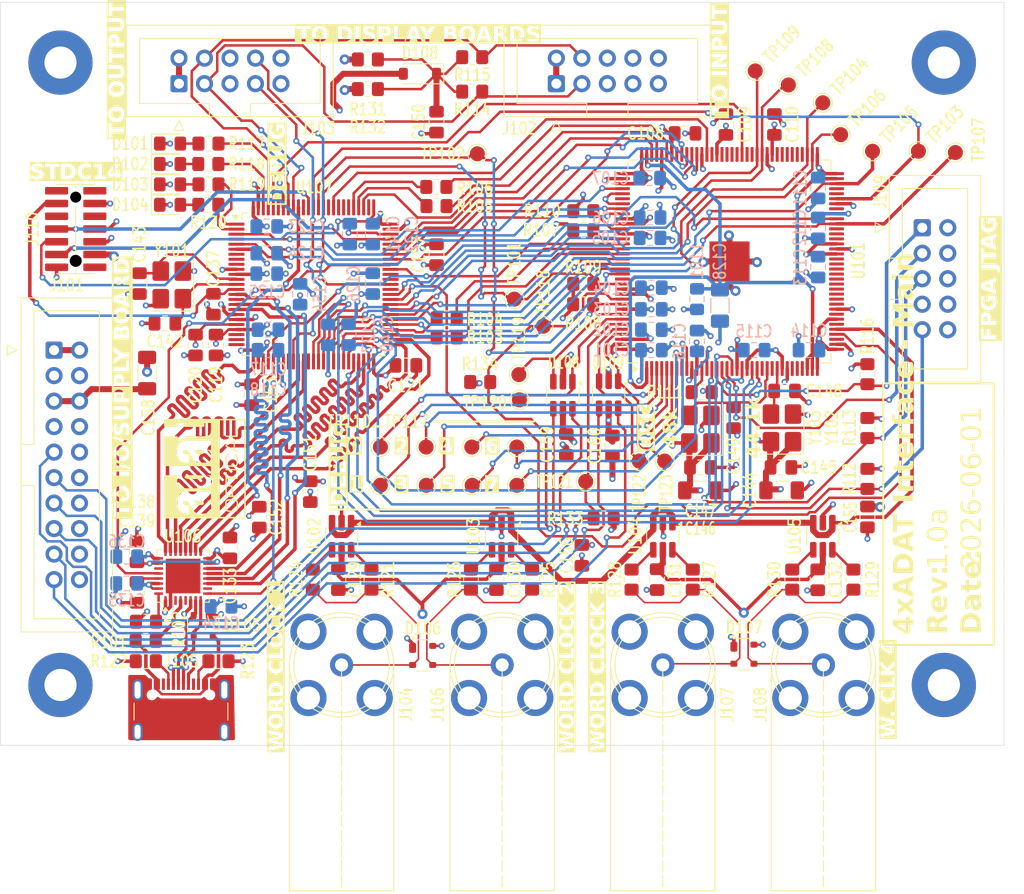
<source format=kicad_pcb>
(kicad_pcb (version 20241229) (generator "pcbnew") (generator_version "9.0")
  (title_block (rev "1.0a"))
  (layers (0 "F.Cu" signal) (4 "In1.Cu" signal) (6 "In2.Cu" signal) (2 "B.Cu" signal) (13 "F.Paste" user) (15 "B.Paste" user) (5 "F.SilkS" user "F.Silkscreen") (7 "B.SilkS" user "B.Silkscreen") (1 "F.Mask" user) (3 "B.Mask" user) (25 "Edge.Cuts" user))
  (net 0 "")
  (net 1 "/MCU and USB/ULPI_CLK")
  (net 2 "/MCU and USB/ULPI_D4")
  (net 3 "+3.3V")
  (net 4 "/MCU and USB/ULPI_STP")
  (net 5 "/MCU and USB/ULPI_D3")
  (net 6 "/MCU and USB/ULPI_D5")
  (net 7 "/MCU and USB/ULPI_D6")
  (net 8 "/MCU and USB/ULPI_D0")
  (net 9 "/MCU and USB/ULPI_D1")
  (net 10 "/MCU and USB/ULPI_D2")
  (net 11 "GPIO_F_{s}_SEL")
  (net 12 "GPIO_PLL_LOCKED")
  (net 13 "GPIO_I2S_RESYNC_REQ")
  (net 14 "GPIO_I2S_RUNNING")
  (net 15 "FPGA_TDI")
  (net 16 "FPGA_TDO")
  (net 17 "FPGA_TCK")
  (net 18 "FPGA_TMS")
  (net 19 "Net-(U107-PC12)")
  (net 20 "I2S_CH1-8_MISO")
  (net 21 "Net-(U107-PB14)")
  (net 22 "Net-(U107-PB15)")
  (net 23 "Net-(U107-PC11)")
  (net 24 "FPGA_STATUS")
  (net 25 "FPGA_CONF_DONE")
  (net 26 "I2S_CH9-16_MISO")
  (net 27 "Net-(R121-Pad1)")
  (net 28 "I2S_CH1-8_MOSI")
  (net 29 "Net-(U101B-nCONFIG)")
  (net 30 "I2S_CH9-16_MOSI")
  (net 31 "Net-(R124-Pad1)")
  (net 32 "Net-(R126-Pad1)")
  (net 33 "Net-(D108-K)")
  (net 34 "Net-(R128-Pad1)")
  (net 35 "Net-(R127-Pad1)")
  (net 36 "MCU_DEBUG2")
  (net 37 "Net-(R125-Pad1)")
  (net 38 "Net-(R129-Pad1)")
  (net 39 "MCU_DEBUG0")
  (net 40 "Net-(U101B-CONFIG_SEL)")
  (net 41 "MCU_DEBUG1")
  (net 42 "MCU_DEBUG3")
  (net 43 "Net-(R130-Pad1)")
  (net 44 "GPIO_MCU_READY")
  (net 45 "GND")
  (net 46 "Net-(U107-VCAP_2)")
  (net 47 "Net-(U101A-VCCA1)")
  (net 48 "MCU_RESET")
  (net 49 "Net-(C138-Pad1)")
  (net 50 "Net-(U107-VCAP_1)")
  (net 51 "SW_LOOPBACK")
  (net 52 "I2C_SDA")
  (net 53 "SW_SAMPLERATE")
  (net 54 "Net-(U106-RBIAS)")
  (net 55 "Net-(U106-VBUS)")
  (net 56 "Net-(U106-VDDA1.8)")
  (net 57 "/FPGA and clock generators/CLK_48000")
  (net 58 "MCU_XTAL2")
  (net 59 "Net-(J105-CC1)")
  (net 60 "MCU_XTAL1")
  (net 61 "Net-(J105-CC2)")
  (net 62 "Net-(D102-A)")
  (net 63 "USB_D+")
  (net 64 "Net-(D101-A)")
  (net 65 "Net-(D103-A)")
  (net 66 "Net-(D104-A)")
  (net 67 "/IO main/WORD_CLK_1_75_OHM")
  (net 68 "USB_D-")
  (net 69 "USB_VBUS")
  (net 70 "+5V")
  (net 71 "/IO main/WORD_CLK_2_75_OHM")
  (net 72 "/IO main/WORD_CLK_3_75_OHM")
  (net 73 "/IO main/WORD_CLK_4_75_OHM")
  (net 74 "ADAT_IN2")
  (net 75 "ADAT_OUT2")
  (net 76 "ADAT_IN1")
  (net 77 "ADAT_THRU1")
  (net 78 "ADAT_THRU2")
  (net 79 "I2C_SCL")
  (net 80 "ADAT_OUT1")
  (net 81 "+12V")
  (net 82 "ADAT_OUT1_USER2")
  (net 83 "ADAT_IN2_USER0")
  (net 84 "ADAT_IN1_USER3")
  (net 85 "ADAT_OUT1_USER0")
  (net 86 "/MCU and USB/ULPI_NXT")
  (net 87 "SWD_SWCLK")
  (net 88 "SWD_SWDIO")
  (net 89 "/MCU and USB/USB_RESET")
  (net 90 "I2S_CH9-16_LRCLK")
  (net 91 "ADAT_OUT2_USER3")
  (net 92 "ADAT_OUT1_DRIVEN")
  (net 93 "GPIO_LOOPBACK")
  (net 94 "ADAT_OUT2_USER0")
  (net 95 "ADAT_OUT2_USER1")
  (net 96 "/MCU and USB/ULPI_DIR")
  (net 97 "/MCU and USB/ULPI_D7")
  (net 98 "ADAT_IN2_USER1")
  (net 99 "ADAT_OUT2_DRIVEN")
  (net 100 "ADAT_OUT2_USER2")
  (net 101 "SWD_SWO")
  (net 102 "/MCU and USB/MCO1")
  (net 103 "ADAT_OUT1_USER3")
  (net 104 "ADAT_IN1_USER0")
  (net 105 "ADAT_OUT1_USER1")
  (net 106 "ADAT_IN1_USER1")
  (net 107 "ADAT_IN1_USER2")
  (net 108 "ADAT_IN2_USER3")
  (net 109 "ADAT_THRU1_DRIVEN")
  (net 110 "ADAT_THRU2_DRIVEN")
  (net 111 "/FPGA and clock generators/DEBUG5")
  (net 112 "GPIO_ADAT2_LOCKED")
  (net 113 "/FPGA and clock generators/DEBUG4")
  (net 114 "/FPGA and clock generators/DEBUG7")
  (net 115 "ADAT_IN2_USER2")
  (net 116 "/FPGA and clock generators/DEBUG0")
  (net 117 "/FPGA and clock generators/DEBUG6")
  (net 118 "/FPGA and clock generators/DEBUG1")
  (net 119 "GPIO_ADAT1_LOCKED")
  (net 120 "/FPGA and clock generators/DEBUG2")
  (net 121 "/FPGA and clock generators/DEBUG3")
  (net 122 "I2S_CH1-8_LRCLK")
  (net 123 "/FPGA and clock generators/CLK_44100")
  (net 124 "WORD_CLK")
  (net 125 "I2S_CH9-16_BCLK")
  (net 126 "I2S_CH1-8_BCLK")
  (net 127 "I2S_MCLK")
  (net 128 "Net-(U101B-JTAGEN)")
  (footprint "Resistor_SMD:R_0805_2012Metric_Pad1.20x1.40mm_HandSolder" (layer "F.Cu") (at 101.1692 76.581)
    (property "Reference" "R134")
    (property "Value" "150")
  )
  (footprint "Capacitor_SMD:C_0805_2012Metric_Pad1.18x1.45mm_HandSolder" (layer "F.Cu") (at 125.6472 50.927 90)
    (property "Reference" "C109")
    (property "Value" "100n")
  )
  (footprint "Package_TO_SOT_SMD:SOT-23-6_Handsoldering" (layer "F.Cu") (at 103.2952 91.948 -90)
    (property "Reference" "U103")
    (property "Value" "74LVC2G17")
  )
  (footprint "Package_TO_SOT_SMD:SOT-143" (layer "F.Cu") (at 95.4372 103.82)
    (property "Reference" "D106")
    (property "Value" "PRTR5V0U2X")
  )
  (footprint "Resistor_SMD:R_0805_2012Metric_Pad1.20x1.40mm_HandSolder" (layer "F.Cu") (at 138.3472 96.266 -90)
    (property "Reference" "R129")
    (property "Value" "20")
  )
  (footprint "Capacitor_SMD:C_0805_2012Metric_Pad1.18x1.45mm_HandSolder" (layer "F.Cu") (at 123.1072 85.09)
    (property "Reference" "C147")
    (property "Value" "100n")
  )
  (footprint "Resistor_SMD:R_0805_2012Metric_Pad1.20x1.40mm_HandSolder" (layer "F.Cu") (at 139.7442 75.803 90)
    (property "Reference" "R116")
    (property "Value" "10k")
  )
  (footprint "Capacitor_SMD:C_0805_2012Metric_Pad1.18x1.45mm_HandSolder" (layer "F.Cu") (at 79.1652 90.043 -90)
    (property "Reference" "C152")
    (property "Value" "100n")
  )
  (footprint "Oscillator:Oscillator_SMD_Abracon_ASE-4Pin_3.2x2.5mm_HandSoldering" (layer "F.Cu") (at 123.1072 81.28 90)
    (property "Reference" "Y103")
    (property "Value" "ECS-TXO-3225MV-122.8-TR")
  )
  (footprint "Package_DFN_QFN:QFN-32-1EP_5x5mm_P0.5mm_EP3.45x3.45mm" (layer "F.Cu") (at 71.5732 95.9095 90)
    (property "Reference" "U106")
    (property "Value" "USB3300-EZK")
  )
  (footprint "Resistor_SMD:R_0805_2012Metric_Pad1.20x1.40mm_HandSolder" (layer "F.Cu") (at 74.1012 52.832)
    (property "Reference" "R117")
    (property "Value" "1k")
  )
  (footprint "Connector_USB:USB_C_Receptacle_GCT_USB4105-xx-A_16P_TopMnt_Horizontal" (layer "F.Cu") (at 71.3592 110.362)
    (property "Reference" "J105")
    (property "Value" "USB_C_Receptacle_USB2.0_14P")
  )
  (footprint "adatv2:BNC_dosinconn_DOSIN-801-0051" (layer "F.Cu") (at 103.3592 104.762 180)
    (property "Reference" "J106")
    (property "Value" "WORD_CLK_2")
  )
  (footprint "Resistor_SMD:R_0805_2012Metric_Pad1.20x1.40mm_HandSolder" (layer "F.Cu") (at 74.0852 54.864)
    (property "Reference" "R118")
    (property "Value" "1k")
  )
  (footprint "Resistor_SMD:R_0805_2012Metric_Pad1.20x1.40mm_HandSolder" (layer "F.Cu") (at 100.2472 96.266 -90)
    (property "Reference" "R126")
    (property "Value" "20")
  )
  (footprint "Connector_IDC:IDC-Header_2x05_P2.54mm_Vertical" (layer "F.Cu") (at 145.2052 61.214)
    (property "Reference" "J109")
    (property "Value" "FPGA_JTAG")
  )
  (footprint "Package_TO_SOT_SMD:SOT-143" (layer "F.Cu") (at 73.5772 100.838 -90)
    (property "Reference" "D105")
    (property "Value" "PRTR5V0U2X")
  )
  (footprint "Capacitor_SMD:C_1206_3216Metric_Pad1.33x1.80mm_HandSolder" (layer "F.Cu") (at 131.1967 87.376)
    (property "Reference" "C144")
    (property "Value" "10u")
  )
  (footprint "MountingHole:MountingHole_3.2mm_M3_Pad" (layer "F.Cu") (at 147.3592 44.762)
    (property "Reference" "H104" (hide yes))
    (property "Value" "M3")
  )
  (footprint "Oscillator:Oscillator_SMD_Abracon_ASE-4Pin_3.2x2.5mm_HandSoldering" (layer "F.Cu") (at 70.4452 66.907 90)
    (property "Reference" "Y101")
    (property "Value" "24.000MHz")
  )
  (footprint "adatv2:Samtec-FTSH-107-01-L-DV-K" (layer "F.Cu") (at 60.8772 61.341 90)
    (property "Reference" "J110")
    (property "Value" "STDC14_SWD")
  )
  (footprint "MountingHole:MountingHole_3.2mm_M3_Pad" (layer "F.Cu") (at 59.3592 44.762)
    (property "Reference" "H103" (hide yes))
    (property "Value" "M3")
  )
  (footprint "Connector_IDC:IDC-Header_2x05_P2.54mm_Vertical" (layer "F.Cu") (at 108.7562 46.863 90)
    (property "Reference" "J102")
    (property "Value" "TO_DISP_INPUT")
  )
  (footprint "Resistor_SMD:R_0805_2012Metric_Pad1.20x1.40mm_HandSolder" (layer "F.Cu") (at 67.8782 100.457)
    (property "Reference" "R102")
    (property "Value" "12k/1%")
  )
  (footprint "TestPoint:TestPoint_Pad_D1.5mm" (layer "F.Cu") (at 128.5682 45.593)
    (property "Reference" "TP109")
    (property "Value" "GPIO_ADAT2_LOCKED")
  )
  (footprint "Connector_IDC:IDC-Header_2x10_P2.54mm_Vertical" (layer "F.Cu") (at 58.7182 73.406)
    (property "Reference" "J101")
    (property "Value" "TO_IO")
  )
  (footprint "Resistor_SMD:R_0805_2012Metric_Pad1.20x1.40mm_HandSolder" (layer "F.Cu") (at 111.4392 59.563)
    (property "Reference" "R110")
    (property "Value" "10k")
  )
  (footprint "Resistor_SMD:R_0805_2012Metric_Pad1.20x1.40mm_HandSolder" (layer "F.Cu") (at 90.3412 96.266 -90)
    (property "Reference" "R121")
    (property "Value" "20")
  )
  (footprint "Capacitor_SMD:C_0805_2012Metric_Pad1.18x1.45mm_HandSolder" (layer "F.Cu") (at 96.8182 63.9025 90)
    (property "Reference" "C157")
    (property "Value" "100n")
  )
  (footprint "Capacitor_SMD:C_0805_2012Metric_Pad1.18x1.45mm_HandSolder" (layer "F.Cu") (at 87.0392 96.266 -90)
    (property "Reference" "C129")
    (property "Value" "100n")
  )
  (footprint "Capacitor_SMD:C_0805_2012Metric_Pad1.18x1.45mm_HandSolder" (layer "F.Cu") (at 69.7672 70.739 180)
    (property "Reference" "C142")
    (property "Value" "15p")
  )
  (footprint "TestPoint:TestPoint_Pad_D1.5mm" (layer "F.Cu") (at 105.0224 75.8444 180)
    (property "Reference" "TP119")
    (property "Value" "ADAT_OUT1")
  )
  (footprint "Resistor_SMD:R_0805_2012Metric_Pad1.20x1.40mm_HandSolder" (layer "F.Cu") (at 74.1012 56.896)
    (property "Reference" "R119")
    (property "Value" "1k")
  )
  (footprint "Capacitor_SMD:C_0805_2012Metric_Pad1.18x1.45mm_HandSolder" (layer "F.Cu") (at 76.2442 93.1125 90)
    (property "Reference" "C133")
    (property "Value" "100n")
  )
  (footprint "Package_TO_SOT_SMD:SOT-23-6_Handsoldering" (layer "F.Cu") (at 113.9632 77.851 -90)
    (property "Reference" "U109")
    (property "Value" "74LVC2G17")
  )
  (footprint "TestPoint:TestPoint_Pad_D1.5mm" (layer "F.Cu") (at 104.8192 83.058)
    (property "Reference" "TP116" (hide yes))
    (property "Value" "DEBUG6")
  )
  (footprint "TestPoint:TestPoint_Pad_D1.5mm" (layer "F.Cu") (at 100.3302 83.058)
    (property "Reference" "TP114" (hide yes))
    (property "Value" "DEBUG4")
  )
  (footprint "Capacitor_SMD:C_0805_2012Metric_Pad1.18x1.45mm_HandSolder" (layer "F.Cu") (at 130.4732 50.927 90)
    (property "Reference" "C110")
    (property "Value" "100n")
  )
  (footprint "Resistor_SMD:R_0805_2012Metric_Pad1.20x1.40mm_HandSolder" (layer "F.Cu") (at 67.8462 102.362 180)
    (property "Reference" "R101")
    (property "Value" "1k")
  )
  (footprint "Capacitor_SMD:C_0805_2012Metric_Pad1.18x1.45mm_HandSolder" (layer "F.Cu") (at 74.8472 72.898 -90)
    (property "Reference" "C119")
    (property "Value" "100n")
  )
  (footprint "TestPoint:TestPoint_Pad_D1.5mm" (layer "F.Cu") (at 104.5652 68.326)
    (property "Reference" "TP101")
    (property "Value" "FPGA_STATUS")
  )
  (footprint "MountingHole:MountingHole_3.2mm_M3_Pad" (layer "F.Cu") (at 147.3592 106.762)
    (property "Reference" "H102" (hide yes))
    (property "Value" "M3")
  )
  (footprint "TestPoint:TestPoint_Pad_D1.5mm" (layer "F.Cu") (at 144.8242 53.594)
    (property "Reference" "TP103")
    (property "Value" "GPIO_MCU_READY")
  )
  (footprint "Capacitor_SMD:C_0805_2012Metric_Pad1.18x1.45mm_HandSolder" (layer "F.Cu") (at 134.7912 96.2875 -90)
    (property "Reference" "C132")
    (property "Value" "100n")
  )
  (footprint "TestPoint:TestPoint_Pad_D1.5mm" (layer "F.Cu") (at 100.3742 86.868 180)
    (property "Reference" "TP115" (hide yes))
    (property "Value" "DEBUG5")
  )
  (footprint "TestPoint:TestPoint_Pad_D1.5mm" (layer "F.Cu") (at 95.8022 86.868 180)
    (property "Reference" "TP113" (hide yes))
    (property "Value" "DEBUG3")
  )
  (footprint "Capacitor_SMD:C_0805_2012Metric_Pad1.18x1.45mm_HandSolder" (layer "F.Cu") (at 84.2452 87.503 -90)
    (property "Reference" "C151")
    (property "Value" "10n")
  )
  (footprint "Capacitor_SMD:C_0805_2012Metric_Pad1.18x1.45mm_HandSolder" (layer "F.Cu") (at 72.8152 72.898 -90)
    (property "Reference" "C120")
    (property "Value" "100n")
  )
  (footprint "MountingHole:MountingHole_3.2mm_M3_Pad" (layer "F.Cu") (at 59.3592 106.762)
    (property "Reference" "H101" (hide yes))
    (property "Value" "M3")
  )
  (footprint "Resistor_SMD:R_0805_2012Metric_Pad1.20x1.40mm_HandSolder" (layer "F.Cu") (at 96.8022 57.15)
    (property "Reference" "R106")
    (property "Value" "150")
  )
  (footprint "Resistor_SMD:R_0805_2012Metric_Pad1.20x1.40mm_HandSolder" (layer "F.Cu") (at 106.3432 96.266 -90)
    (property "Reference" "R125")
    (property "Value" "20")
  )
  (footprint "Resistor_SMD:R_0805_2012Metric_Pad1.20x1.40mm_HandSolder" (layer "F.Cu") (at 100.3742 47.656 180)
    (property "Reference" "R114")
    (property "Value" "5.1k")
  )
  (footprint "adatv2:BNC_dosinconn_DOSIN-801-0051" (layer "F.Cu") (at 119.3592 104.762 180)
    (property "Reference" "J107")
    (property "Value" "WORD_CLK_3")
  )
  (footprint "Resistor_SMD:R_0805_2012Metric_Pad1.20x1.40mm_HandSolder" (layer "F.Cu") (at 75.1012 104.394)
    (property "Reference" "R123")
    (property "Value" "5.1k")
  )
  (footprint "Capacitor_SMD:C_0805_2012Metric_Pad1.18x1.45mm_HandSolder" (layer "F.Cu") (at 111.2962 93.853 -90)
    (property "Reference" "C156")
    (property "Value" "100n")
  )
  (footprint "TestPoint:TestPoint_Pad_D1.5mm" (layer "F.Cu") (at 137.0772 51.943)
    (property "Reference" "TP106")
    (property "Value" "GPIO_I2S_RESYNC_REQ")
  )
  (footprint "Capacitor_SMD:C_0805_2012Metric_Pad1.18x1.45mm_HandSolder" (layer "F.Cu") (at 74.5932 68.834 -90)
    (property "Reference" "C137")
    (property "Value" "100n")
  )
  (footprint "Resistor_SMD:R_0805_2012Metric_Pad1.20x1.40mm_HandSolder" (layer "F.Cu") (at 139.7442 86.233 -90)
    (property "Reference" "R112")
    (property "Value" "10k")
  )
  (footprint "TestPoint:TestPoint_Pad_D1.5mm" (layer "F.Cu") (at 107.4608 71.0184)
    (property "Reference" "TP118")
    (property "Value" "ADAT_IN2")
  )
  (footprint "Resistor_SMD:R_0805_2012Metric_Pad1.20x1.40mm_HandSolder" (layer "F.Cu") (at 97.8342 70.231)
    (property "Reference" "R104")
    (property "Value" "150")
  )
  (footprint "Capacitor_SMD:C_0805_2012Metric_Pad1.18x1.45mm_HandSolder" (layer "F.Cu") (at 109.7468 82.804 -90)
    (property "Reference" "C159")
    (property "Value" "100n")
  )
  (footprint "Resistor_SMD:R_0805_2012Metric_Pad1.20x1.40mm_HandSolder" (layer "F.Cu") (at 113.4712 90.17 180)
    (property "Reference" "R133")
    (property "Value" "150")
  )
  (footprint "Resistor_SMD:R_0805_2012Metric_Pad1.20x1.40mm_HandSolder" (layer "F.Cu") (at 116.2492 96.266 -90)
    (property "Reference" "R128")
    (property "Value" "20")
  )
  (footprint "TestPoint:TestPoint_Pad_D1.5mm" (layer "F.Cu") (at 131.8702 46.99)
    (property "Reference" "TP108")
    (property "Value" "GPIO_ADAT1_LOCKED")
  )
  (footprint "Capacitor_SMD:C_0805_2012Metric_Pad1.18x1.45mm_HandSolder" (layer "F.Cu") (at 66.9732 93.4935 90)
    (property "Reference" "C138")
    (property "Value" "4.7u")
  )
  (footprint "Capacitor_SMD:C_0805_2012Metric_Pad1.18x1.45mm_HandSolder" (layer "F.Cu") (at 114.3442 82.9525 -90)
    (property "Reference" "C160")
    (property "Value" "100n")
  )
  (footprint "Resistor_SMD:R_0805_2012Metric_Pad1.20x1.40mm_HandSolder" (layer "F.Cu") (at 122.3452 96.266 -90)
    (property "Reference" "R127")
    (property "Value" "20")
  )
  (footprint "Capacitor_SMD:C_0805_2012Metric_Pad1.18x1.45mm_HandSolder" (layer "F.Cu") (at 121.5832 51.816)
    (property "Reference" "C108")
    (property "Value" "100n")
  )
  (footprint "LED_SMD:LED_0805_2012Metric_Pad1.15x1.40mm_HandSolder" (layer "F.Cu") (at 70.2752 52.832)
    (property "Reference" "D101")
    (property "Value" "RED")
  )
  (footprint "Resistor_SMD:R_0805_2012Metric_Pad1.20x1.40mm_HandSolder" (layer "F.Cu") (at 89.9762 47.402)
    (property "Reference" "R132")
    (property "Value" "1k")
  )
  (footprint "Resistor_SMD:R_0805_2012Metric_Pad1.20x1.40mm_HandSolder" (layer "F.Cu") (at 111.4392 66.802)
    (property "Reference" "R109")
    (property "Value" "10k")
  )
  (footprint "Connector_IDC:IDC-Header_2x05_P2.54mm_Vertical" (layer "F.Cu") (at 71.1642 46.863 90)
    (property "Reference" "J103")
    (property "Value" "TO_DISP_OUTPUT")
  )
  (footprint "TestPoint:TestPoint_Pad_D1.5mm" (layer "F.Cu") (at 135.2992 48.768)
    (property "Reference" "TP104")
    (property "Value" "GPIO_F_{s}_SEL")
  )
  (footprint "Capacitor_SMD:C_0805_2012Metric_Pad1.18x1.45mm_HandSolder" (layer "F.Cu") (at 93.7702 74.93)
    (property "Reference" "C121")
    (property "Value" "100n")
  )
  (footprint "Diode_SMD:D_SOD-123" (layer "F.Cu") (at 95.1662 45.878 180)
    (property "Reference" "D108")
    (property "Value" "3V")
  )
  (footprint "LED_SMD:LED_0805_2012Metric_Pad1.15x1.40mm_HandSolder" (layer "F.Cu") (at 70.2752 56.896)
    (property "Reference" "D103")
    (property "Value" "RED")
  )
  (footprint "TestPoint:TestPoint_Pad_D1.5mm" (layer "F.Cu") (at 119.5512 84.455 -90)
    (property "Reference" "TP123")
    (property "Value" "ADAT_THRU2")
  )
  (footprint "TestPoint:TestPoint_Pad_D1.5mm" (layer "F.Cu") (at 95.7802 83.058)
    (property "Reference" "TP112" (hide yes))
    (property "Value" "DEBUG2")
  )
  (footprint "Package_TO_SOT_SMD:SOT-143" (layer "F.Cu") (at 127.4412 103.698)
    (property "Reference" "D107")
    (property "Value" "PRTR5V0U2X")
  )
  (footprint "Package_TO_SOT_SMD:SOT-23-6_Handsoldering" (layer "F.Cu") (at 119.3632 91.948 -90)
    (property "Reference" "U104")
    (property "Value" "74LVC2G17")
  )
  (footprint "TestPoint:TestPoint_Pad_D1.5mm" (layer "F.Cu") (at 104.8192 86.868 180)
    (property "Reference" "TP117" (hide yes))
    (property "Value" "DEBUG7")
  )
  (footprint "TestPoint:TestPoint_Pad_D1.5mm" (layer "F.Cu") (at 105.0732 78.359 90)
    (property "Reference" "TP120")
    (property "Value" "ADAT_OUT2")
  )
  (footprint "TestPoint:TestPoint_Pad_D1.5mm" (layer "F.Cu") (at 148.5072 53.721)
    (property "Reference" "TP107")
    (property "Value" "GPIO_I2S_RUNNING")
  )
  (footprint "TestPoint:TestPoint_Pad_D1.5mm" (layer "F.Cu") (at 111.6772 86.487 90)
    (property "Reference" "TP121")
    (property "Value" "ADAT_IN1")
  )
  (footprint "LED_SMD:LED_0805_2012Metric_Pad1.15x1.40mm_HandSolder" (layer "F.Cu") (at 70.2752 54.864)
    (property "Reference" "D102")
    (property "Value" "RED")
  )
  (footprint "Resistor_SMD:R_0805_2012Metric_Pad1.20x1.40mm_HandSolder" (layer "F.Cu") (at 132.2512 96.266 -90)
    (property "Reference" "R130")
    (property "Value" "20")
  )
  (footprint "Capacitor_SMD:C_1206_3216Metric_Pad1.33x1.80mm_HandSolder" (layer "F.Cu") (at 67.9892 75.692 90)
    (property "Reference" "C158")
    (property "Value" "10u")
  )
  (footprint "TestPoint:TestPoint_Pad_D1.5mm" (layer "F.Cu") (at 91.2302 83.058)
    (property "Reference" "TP110" (hide yes))
    (property "Value" "DEBUG0")
  )
  (footprint "TestPoint:TestPoint_Pad_D1.5mm" (layer "F.Cu") (at 100.8822 53.848)
    (property "Reference" "TP102")
    (property "Value" "FPGA_CONF_DONE")
  )
  (footprint "Capacitor_SMD:C_0805_2012Metric_Pad1.18x1.45mm_HandSolder" (layer "F.Cu") (at 96.8182 50.6945 -90)
    (property "Reference" "C150")
    (property "Value" "1u")
  )
  (footprint "Resistor_SMD:R_0805_2012Metric_Pad1.20x1.40mm_HandSolder" (layer "F.Cu") (at 74.0852 58.928)
    (property "Reference" "R120")
    (property "Value" "1k")
  )
  (footprint "Capacitor_SMD:C_0805_2012Metric_Pad1.18x1.45mm_HandSolder" (layer "F.Cu") (at 102.7872 96.266 -90)
    (property "Reference" "C130")
    (property "Value" "100n")
  )
  (footprint "adatv2:BNC_dosinconn_DOSIN-801-0051" (layer "F.Cu") (at 135.3592 104.762 180)
    (property "Reference" "J108")
    (property "Value" "WORD_CLK_4")
  )
  (footprint "Oscillator:Oscillator_SMD_Abracon_ASE-4Pin_3.2x2.5mm_HandSoldering" (layer "F.Cu") (at 131.2352 81.153 90)
    (property "Reference" "Y102")
    (property "Value" "OT2EL89CJI-111YLC-11.2896M")
  )
  (footprint "Resistor_SMD:R_0805_2012Metric_Pad1.20x1.40mm_HandSolder" (layer "F.Cu") (at 139.7442 81.169 -90)
    (property "Reference" "R113")
    (property "Value" "10k")
  )
  (footprint "Resistor_SMD:R_0805_2012Metric_Pad1.20x1.40mm_HandSolder" (layer "F.Cu") (at 89.9762 44.452)
    (property "Reference" "R131")
    (property "Value" "1k")
  )
  (footprint "Resistor_SMD:R_0805_2012Metric_Pad1.20x1.40mm_HandSolder" (layer "F.Cu") (at 96.8182 59.055)
    (property "Reference" "R105")
    (property "Value" "150")
  )
  (footprint "Resistor_SMD:R_0805_2012Metric_Pad1.20x1.40mm_HandSolder" (layer "F.Cu") (at 111.4232 68.834)
    (property "Reference" "R108")
    (property "Value" "10k")
  )
  (footprint "Resistor_SMD:R_0805_2012Metric_Pad1.20x1.40mm_HandSolder" (layer "F.Cu") (at 67.8622 104.394 180)
    (property "Reference" "R122")
    (property "Value" "5.1k")
  )
  (footprint "adatv2:EQFP-144-1EP_20x20mm_P0.5mm_EP4x4mm" (layer "F.Cu") (at 126.0042 64.576 90)
    (property "Reference" "U101")
    (property "Value" "10M02SCE144")
  )
  (footprint "LED_SMD:LED_0805_2012Metric_Pad1.15x1.40mm_HandSolder" (layer "F.Cu") (at 70.2752 58.928)
    (property "Reference" "D104")
    (property "Value" "RED")
  )
  (footprint "Capacitor_SMD:C_0805_2012Metric_Pad1.18x1.45mm_HandSolder" (layer "F.Cu") (at 131.1297 85.09)
    (property "Reference" "C145")
    (property "Value" "100n")
  )
  (footprint "TestPoint:TestPoint_Pad_D1.5mm" (layer "F.Cu") (at 117.0112 84.455 90)
    (property "Reference" "TP122")
    (property "Value" "ADAT_THRU1")
  )
  (footprint "Resistor_SMD:R_0805_2012Metric_Pad1.20x1.40mm_HandSolder" (layer "F.Cu") (at 84.4992 96.266 -90)
    (property "Reference" "R124")
    (property "Value" "20")
  )
  (footprint "Capacitor_SMD:C_0805_2012Metric_Pad1.18x1.45mm_HandSolder" (layer "F.Cu") (at 67.2272 66.7805 -90)
    (property "Reference" "C143")
    (property "Value" "15p")
  )
  (footprint "Resistor_SMD:R_0805_2012Metric_Pad1.20x1.40mm_HandSolder" (layer "F.Cu") (at 97.8342 72.136)
    (property "Reference" "R103")
    (property "Value" "150")
  )
  (footprint "Resistor_SMD:R_0805_2012Metric_Pad1.20x1.40mm_HandSolder" (layer "F.Cu") (at 123.2342 77.597 180)
    (property "Reference" "R111")
    (property "Value" "10k")
  )
  (footprint "Package_TO_SOT_SMD:SOT-23-6_Handsoldering" (layer "F.Cu") (at 109.4064 77.898 -90)
    (property "Reference" "U108")
    (property "Value" "74LVC2G17")
  )
  (footprint "Package_TO_SOT_SMD:SOT-23-6_Handsoldering" (layer "F.Cu") (at 135.2992 91.948 -90)
    (property "Reference" "U105")
    (property "Value" "74LVC2G17")
  )
  (footprint "Capacitor_SMD:C_1206_3216Metric_Pad1.33x1.80mm_HandSolder" (layer "F.Cu") (at 123.1072 87.376)
    (property "Reference" "C146")
    (property "Value" "10u")
  )
  (footprint "Resistor_SMD:R_0805_2012Metric_Pad1.20x1.40mm_HandSolder" (layer "F.Cu") (at 111.4392 61.468)
    (property "Reference" "R107")
    (property "Value" "10k")
  )
  (footprint "Capacitor_SMD:C_0805_2012Metric_Pad1.18x1.45mm_HandSolder" (layer "F.Cu") (at 131.4892 77.47)
    (property "Reference" "C148")
    (property "Value" "10p")
  )
  (footprint "Capacitor_SMD:C_0805_2012Metric_Pad1.18x1.45mm_HandSolder" (layer "F.Cu") (at 66.9732 97.536 -90)
    (property "Reference" "C139")
    (property "Value" "4.7u")
  )
  (footprint "Capacitor_SMD:C_0805_2012Metric_Pad1.18x1.45mm_HandSolder" (layer "F.Cu") (at 78.4032 77.851 -90)
    (property "Reference" "C153")
    (property "Value" "100n")
  )
  (footprint "Capacitor_SMD:C_0805_2012Metric_Pad1.18x1.45mm_HandSolder" (layer "F.Cu") (at 118.7892 96.266 -90)
    (property "Reference" "C131")
    (property "Value" "100n")
  )
  (footprint "TestPoint:TestPoint_Pad_D1.5mm" (layer "F.Cu") (at 91.2302 86.868 180)
    (property "Reference" "TP111" (hide yes))
    (property "Value" "DEBUG1")
  )
  (footprint "Capacitor_SMD:C_0805_2012Metric_Pad1.18x1.45mm_HandSolder" (layer "F.Cu") (at 126.4092 80.137 -90)
    (property "Reference" "C149")
    (property "Value" "10p")
  )
  (footprint "Capacitor_SMD:C_0805_2012Metric_Pad1.18x1.45mm_HandSolder" (layer "F.Cu") (at 139.7442 90.0215 -90)
    (property "Reference" "C155")
    (property "Value" "100n")
  )
  (footprint "TestPoint:TestPoint_Pad_D1.5mm" (layer "F.Cu") (at 140.2522 53.594)
    (property "Reference" "TP105")
    (property "Value" "GPIO_PLL_LOCKED")
  )
  (footprint "Package_TO_SOT_SMD:SOT-23-6_Handsoldering" (layer "F.Cu") (at 87.3592 91.948 -90)
    (property "Reference" "U102")
    (property "Value" "74LVC2G17")
  )
  (footprint "Package_QFP:LQFP-100_14x14mm_P0.5mm" (layer "F.Cu") (at 84.5632 66.857)
    (property "Reference" "U107")
    (property "Value" "STM32F429VET6")
  )
  (footprint "adatv2:BNC_dosinconn_DOSIN-801-0051" (layer "F.Cu") (at 87.3592 104.762 180)
    (property "Reference" "J104")
    (property "Value" "WORD_CLK_1")
  )
  (footprint "Resistor_SMD:R_0805_2012Metric_Pad1.20x1.40mm_HandSolder" (layer "F.Cu") (at 100.3742 44.227 180)
    (property "Reference" "R115")
    (property "Value" "5.1k")
  )
  (footprint "Capacitor_SMD:C_0805_2012Metric_Pad1.18x1.45mm_HandSolder" (layer "B.Cu") (at 118.0917 62.23)
    (property "Reference" "C105")
    (property "Value" "100n")
  )
  (footprint "Capacitor_SMD:C_0805_2012Metric_Pad1.18x1.45mm_HandSolder" (layer "B.Cu") (at 79.9057 65.786)
    (property "Reference" "C125")
    (property "Value" "4.7u")
  )
  (footprint "Capacitor_SMD:C_0805_2012Metric_Pad1.18x1.45mm_HandSolder" (layer "B.Cu") (at 83.2292 67.8395 90)
    (property "Reference" "C154")
    (property "Value" "100n")
  )
  (footprint "Capacitor_SMD:C_0805_2012Metric_Pad1.18x1.45mm_HandSolder" (layer "B.Cu") (at 90.4682 61.849 -90)
    (property "Reference" "C122")
    (property "Value" "100n")
  )
  (footprint "Capacitor_SMD:C_0805_2012Metric_Pad1.18x1.45mm_HandSolder" (layer "B.Cu") (at 134.8342 65.1295 -90)
    (property "Reference" "C113")
    (property "Value" "100n")
  )
  (footprint "Capacitor_SMD:C_0805_2012Metric_Pad1.18x1.45mm_HandSolder" (layer "B.Cu") (at 118.2187 69.342)
    (property "Reference" "C103")
    (property "Value" "100n")
  )
  (footprint "Capacitor_SMD:C_0805_2012Metric_Pad1.18x1.45mm_HandSolder" (layer "B.Cu") (at 75.3552 98.933)
    (property "Reference" "C134")
    (property "Value" "100n")
  )
  (footprint "Capacitor_SMD:C_0805_2012Metric_Pad1.18x1.45mm_HandSolder" (layer "B.Cu") (at 90.4682 66.7805 -90)
    (property "Reference" "C126")
    (property "Value" "1u")
  )
  (footprint "Capacitor_SMD:C_0805_2012Metric_Pad1.18x1.45mm_HandSolder" (layer "B.Cu") (at 118.2187 71.374)
    (property "Reference" "C102")
    (property "Value" "100n")
  )
  (footprint "Capacitor_SMD:C_0805_2012Metric_Pad1.18x1.45mm_HandSolder" (layer "B.Cu") (at 88.0552 71.8605 90)
    (property "Reference" "C140")
    (property "Value" "2.2u")
  )
  (footprint "Capacitor_SMD:C_0805_2012Metric_Pad1.18x1.45mm_HandSolder" (layer "B.Cu") (at 133.9237 73.406 180)
    (property "Reference" "C114")
    (property "Value" "100n")
  )
  (footprint "Capacitor_SMD:C_0805_2012Metric_Pad1.18x1.45mm_HandSolder" (layer "B.Cu") (at 118.2187 67.183)
    (property "Reference" "C104")
    (property "Value" "100n")
  )
  (footprint "Capacitor_SMD:C_0805_2012Metric_Pad1.18x1.45mm_HandSolder" (layer "B.Cu") (at 80.0327 73.406)
    (property "Reference" "C118")
    (property "Value" "100n")
  )
  (footprint "Capacitor_SMD:C_0805_2012Metric_Pad1.18x1.45mm_HandSolder" (layer "B.Cu") (at 86.0232 71.882 90)
    (property "Reference" "C127")
    (property "Value" "1u")
  )
  (footprint "Capacitor_SMD:C_0805_2012Metric_Pad1.18x1.45mm_HandSolder" (layer "B.Cu") (at 80.0327 71.374)
    (property "Reference" "C117")
    (property "Value" "100n")
  )
  (footprint "Capacitor_SMD:C_0805_2012Metric_Pad1.18x1.45mm_HandSolder" (layer "B.Cu") (at 118.0487 56.261)
    (property "Reference" "C107")
    (property "Value" "100n")
  )
  (footprint "Capacitor_SMD:C_0805_2012Metric_Pad1.18x1.45mm_HandSolder" (layer "B.Cu") (at 65.9572 96.647 180)
    (property "Reference" "C135")
    (property "Value" "100n")
  )
  (footprint "Capacitor_SMD:C_0805_2012Metric_Pad1.18x1.45mm_HandSolder" (layer "B.Cu") (at 118.0917 60.198)
    (property "Reference" "C106")
    (property "Value" "100n")
  )
  (footprint "Capacitor_SMD:C_0805_2012Metric_Pad1.18x1.45mm_HandSolder" (layer "B.Cu") (at 134.8342 57.2555 -90)
    (property "Reference" "C111")
    (property "Value" "100n")
  )
  (footprint "Capacitor_SMD:C_0805_2012Metric_Pad1.18x1.45mm_HandSolder" (layer "B.Cu") (at 128.4627 73.406 180)
    (property "Reference" "C115")
    (property "Value" "100n")
  )
  (footprint "Inductor_SMD:L_0805_2012Metric_Pad1.15x1.40mm_HandSolder" (layer "B.Cu") (at 122.7692 68.326 90)
    (property "Reference" "L101")
    (property "Value" "FBMH2012HM221-TV")
  )
  (footprint "Capacitor_SMD:C_0805_2012Metric_Pad1.18x1.45mm_HandSolder" (layer "B.Cu") (at 65.9572 93.98 180)
    (property "Reference" "C136")
    (property "Value" "100n")
  )
  (footprint "Capacitor_SMD:C_0805_2012Metric_Pad1.18x1.45mm_HandSolder" (layer "B.Cu") (at 79.9057 63.754)
    (property "Reference" "C124")
    (property "Value" "100n")
  )
  (footprint "Capacitor_SMD:C_0805_2012Metric_Pad1.18x1.45mm_HandSolder" (layer "B.Cu") (at 88.1822 61.849 -90)
    (property "Reference" "C141")
    (property "Value" "2.2u")
  )
  (footprint "Capacitor_SMD:C_1206_3216Metric_Pad1.33x1.80mm_HandSolder" (layer "B.Cu") (at 125.0552 68.961 -90)
    (property "Reference" "C128")
    (property "Value" "10u")
  )
  (footprint "Capacitor_SMD:C_0805_2012Metric_Pad1.18x1.45mm_HandSolder" (layer "B.Cu") (at 134.8342 61.2355 -90)
    (property "Reference" "C112")
    (property "Value" "100n")
  )
  (footprint "Capacitor_SMD:C_0805_2012Metric_Pad1.18x1.45mm_HandSolder" (layer "B.Cu") (at 118.2187 73.406)
    (property "Reference" "C101")
    (property "Value" "100n")
  )
  (footprint "Capacitor_SMD:C_0805_2012Metric_Pad1.18x1.45mm_HandSolder" (layer "B.Cu") (at 122.7692 72.4955 90)
    (property "Reference" "C116")
    (property "Value" "4.7u")
  )
  (footprint "Capacitor_SMD:C_0805_2012Metric_Pad1.18x1.45mm_HandSolder" (layer "B.Cu") (at 79.9057 61.087)
    (property "Reference" "C123")
    (property "Value" "100n")
  )
  (gr_poly (pts (xy 75.920499 85.569722) (xy 75.920499 86.090652) (xy 77.017548 86.090652) (xy 77.017548 86.220876) (xy 75.920499 86.220876) (xy 75.920499 86.741806) (xy 75.79294 86.741806) (xy 75.79294 85.569722)) (fill yes) (layer "F.SilkS"))
  (gr_poly (pts (xy 69.677407 85.865642) (xy 71.422882 85.865642) (xy 71.422882 85.877362) (xy 71.395768 85.888219) (xy 71.369498 85.899865) (xy 71.344072 85.91227) (xy 71.319492 85.925402) (xy 71.295759 85.939232) (xy 71.272875 85.953728) (xy 71.250841 85.968859) (xy 71.229659 85.984595) (xy 71.20933 86.000905) (xy 71.189855 86.017757) (xy 71.153475 86.052966) (xy 71.120529 86.089976) (xy 71.091031 86.128539) (xy 71.06499 86.16841) (xy 71.042419 86.209342) (xy 71.023329 86.251086) (xy 71.007731 86.293398) (xy 70.995636 86.336029) (xy 70.987057 86.378733) (xy 70.982005 86.421263) (xy 70.980491 86.463373) (xy 70.982095 86.526382) (xy 70.987062 86.585484) (xy 70.995268 86.640803) (xy 71.006589 86.692465) (xy 71.020901 86.740594) (xy 71.038081 86.785317) (xy 71.058005 86.826759) (xy 71.080549 86.865044) (xy 71.105589 86.900298) (xy 71.133003 86.932647) (xy 71.162665 86.962215) (xy 71.194453 86.989129) (xy 71.228242 87.013512) (xy 71.263909 87.035491) (xy 71.301331 87.05519) (xy 71.340383 87.072736) (xy 71.380942 87.088252) (xy 71.422883 87.101866) (xy 71.510421 87.123883) (xy 71.602006 87.13979) (xy 71.696649 87.150588) (xy 71.79336 87.15728) (xy 71.89115 87.160868) (xy 72.086005 87.162741) (xy 73.221779 87.162741) (xy 73.326178 87.161238) (xy 73.431817 87.15666) (xy 73.537636 87.148426) (xy 73.642575 87.135959) (xy 73.745572 87.11868) (xy 73.796011 87.108055) (xy 73.845567 87.09601) (xy 73.894108 87.082472) (xy 73.9415 87.06737) (xy 73.987611 87.050631) (xy 74.032308 87.032182) (xy 74.07546 87.011951) (xy 74.116932 86.989866) (xy 74.156594 86.965855) (xy 74.194312 86.939845) (xy 74.229953 86.911763) (xy 74.263385 86.881539) (xy 74.294475 86.849098) (xy 74.323092 86.814369) (xy 74.349101 86.77728) (xy 74.372371 86.737758) (xy 74.392769 86.69573) (xy 74.410163 86.651125) (xy 74.424419 86.60387) (xy 74.435405 86.553893) (xy 74.442989 86.501121) (xy 74.447038 86.445483) (xy 74.44648 86.422285) (xy 74.44489 86.399096) (xy 74.442277 86.375948) (xy 74.438651 86.352876) (xy 74.434021 86.329916) (xy 74.428395 86.3071) (xy 74.421784 86.284464) (xy 74.414195 86.262041) (xy 74.40564 86.239867) (xy 74.396125 86.217975) (xy 74.385662 86.196399) (xy 74.374259 86.175175) (xy 74.361924 86.154337) (xy 74.348668 86.133919) (xy 74.3345 86.113954) (xy 74.319428 86.094479) (xy 74.303462 86.075526) (xy 74.286611 86.057131) (xy 74.268884 86.039327) (xy 74.250291 86.02215) (xy 74.23084 86.005633) (xy 74.210541 85.989811) (xy 74.189402 85.974718) (xy 74.167434 85.960388) (xy 74.144645 85.946857) (xy 74.121045 85.934157) (xy 74.096642 85.922324) (xy 74.071446 85.911393) (xy 74.045466 85.901396) (xy 74.018711 85.892369) (xy 73.99119 85.884346) (xy 73.962913 85.877362) (xy 73.962913 85.865642) (xy 74.3392 85.865642) (xy 74.3392 84.963) (xy 73.365892 84.963) (xy 73.365892 84.629051) (xy 73.569077 84.628167) (xy 73.664104 84.626188) (xy 73.753478 84.619824) (xy 73.796024 84.614946) (xy 73.837133 84.608909) (xy 73.876796 84.601692) (xy 73.915005 84.593275) (xy 73.951753 84.583636) (xy 73.987031 84.572755) (xy 74.020831 84.56061) (xy 74.053145 84.547181) (xy 74.083966 84.532448) (xy 74.113284 84.516388) (xy 74.141093 84.498982) (xy 74.167384 84.480207) (xy 74.192149 84.460045) (xy 74.21538 84.438472) (xy 74.237068 84.41547) (xy 74.257207 84.391016) (xy 74.275788 84.36509) (xy 74.292802 84.33767) (xy 74.308243 84.308737) (xy 74.322101 84.278269) (xy 74.334369 84.246246) (xy 74.345039 84.212646) (xy 74.354102 84.177448) (xy 74.361551 84.140632) (xy 74.367378 84.102176) (xy 74.371574 84.062061) (xy 74.374132 84.020264) (xy 74.375043 83.976765) (xy 74.374465 83.948339) (xy 74.372902 83.920611) (xy 74.37037 83.893569) (xy 74.366888 83.8672) (xy 74.362474 83.841491) (xy 74.357147 83.816429) (xy 74.350924 83.792) (xy 74.343823 83.768191) (xy 74.335862 83.74499) (xy 74.327059 83.722384) (xy 74.317433 83.700358) (xy 74.307001 83.678901) (xy 74.295782 83.657999) (xy 74.283793 83.637638) (xy 74.271052 83.617807) (xy 74.257578 83.598492) (xy 74.243389 83.579679) (xy 74.228502 83.561356) (xy 74.196708 83.526127) (xy 74.162341 83.4927) (xy 74.125546 83.46097) (xy 74.086465 83.430832) (xy 74.045245 83.402182) (xy 74.002028 83.374916) (xy 73.95696 83.348928) (xy 74.345494 83.330882) (xy 74.338951 82.434131) (xy 74.254277 82.433422) (xy 74.166435 82.433186) (xy 73.986726 82.434131) (xy 73.084578 82.434131) (xy 73.083741 82.434131) (xy 73.060209 82.434131) (xy 71.972554 82.434131) (xy 71.868843 82.436888) (xy 71.768632 82.446027) (xy 71.672364 82.46214) (xy 71.580481 82.485822) (xy 71.536322 82.500686) (xy 71.493425 82.517664) (xy 71.451847 82.536831) (xy 71.411641 82.55826) (xy 71.372863 82.582026) (xy 71.335569 82.608203) (xy 71.299813 82.636865) (xy 71.265652 82.668085) (xy 71.23314 82.701939) (xy 71.202333 82.738501) (xy 71.173287 82.777844) (xy 71.146055 82.820042) (xy 71.120695 82.86517) (xy 71.09726 82.913302) (xy 71.075807 82.964512) (xy 71.05639 83.018874) (xy 71.039066 83.076462) (xy 71.034317 83.095515) (xy 71.034317 82.285303) (xy 71.715795 82.285303) (xy 71.715795 81.986561) (xy 73.634468 81.986561) (xy 73.737914 81.983953) (xy 73.831692 81.977666) (xy 73.916196 81.96706) (xy 73.955096 81.959935) (xy 73.991826 81.95149) (xy 74.026437 81.941643) (xy 74.058978 81.930314) (xy 74.089499 81.917423) (xy 74.118049 81.90289) (xy 74.144678 81.886633) (xy 74.169437 81.868574) (xy 74.192373 81.84863) (xy 74.213538 81.826723) (xy 74.232981 81.802772) (xy 74.250751 81.776696) (xy 74.266899 81.748414) (xy 74.281473 81.717848) (xy 74.294523 81.684916) (xy 74.3061 81.649537) (xy 74.316252 81.611633) (xy 74.32503 81.571121) (xy 74.332483 81.527923) (xy 74.338661 81.481957) (xy 74.347389 81.381401) (xy 74.351612 81.268811) (xy 74.351726 81.143544) (xy 74.351726 80.665401) (xy 73.694123 80.665401) (xy 73.693769 80.730482) (xy 73.693808 80.786679) (xy 73.694123 80.881079) (xy 73.693835 80.893929) (xy 73.693207 80.906162) (xy 73.692241 80.91779) (xy 73.690936 80.928827) (xy 73.689294 80.939288) (xy 73.687317 80.949185) (xy 73.685003 80.958534) (xy 73.682355 80.967347) (xy 73.679374 80.975638) (xy 73.67606 80.983421) (xy 73.672413 80.99071) (xy 73.668436 80.997519) (xy 73.664128 81.003861) (xy 73.65949 81.009751) (xy 73.654524 81.015201) (xy 73.649231 81.020227) (xy 73.64361 81.024841) (xy 73.637663 81.029057) (xy 73.631391 81.03289) (xy 73.624795 81.036352) (xy 73.617875 81.039459) (xy 73.610633 81.042223) (xy 73.603068 81.044658) (xy 73.595183 81.046778) (xy 73.578452 81.05013) (xy 73.560448 81.052387) (xy 73.541177 81.05366) (xy 73.520646 81.05406) (xy 71.715795 81.05406) (xy 71.715795 80.671355) (xy 71.034317 80.671355) (xy 71.034317 81.05406) (xy 69.67747 81.05406) (xy 69.67747 81.986561) (xy 71.034317 81.986561) (xy 71.034317 82.285303) (xy 71.034317 83.095515) (xy 71.023889 83.137351) (xy 71.010914 83.201614) (xy 71.000198 83.269325) (xy 70.991794 83.340559) (xy 70.98576 83.41539) (xy 70.982149 83.493892) (xy 70.981017 83.576139) (xy 70.981017 83.57617) (xy 70.981017 83.576232) (xy 70.982349 83.641786) (xy 70.986501 83.705099) (xy 70.993371 83.76618) (xy 71.002855 83.825041) (xy 71.014848 83.881693) (xy 71.029246 83.936146) (xy 71.045946 83.988413) (xy 71.064843 84.038503) (xy 71.085834 84.086427) (xy 71.108815 84.132196) (xy 71.133681 84.175822) (xy 71.160329 84.217315) (xy 71.188655 84.256686) (xy 71.218555 84.293947) (xy 71.249924 84.329106) (xy 71.282659 84.362177) (xy 71.316656 84.39317) (xy 71.351812 84.422095) (xy 71.388021 84.448963) (xy 71.42518 84.473786) (xy 71.463185 84.496574) (xy 71.501932 84.517339) (xy 71.541318 84.53609) (xy 71.581237 84.55284) (xy 71.621587 84.567599) (xy 71.662263 84.580377) (xy 71.703161 84.591186) (xy 71.744178 84.600037) (xy 71.785209 84.60694) (xy 71.82615 84.611907) (xy 71.866898 84.614948) (xy 71.907349 84.616075) (xy 72.121785 84.616075) (xy 72.121785 83.78518) (xy 72.070744 83.782814) (xy 72.019952 83.781691) (xy 71.920807 83.78067) (xy 71.8733 83.779519) (xy 71.827735 83.777108) (xy 71.805812 83.775233) (xy 71.784533 83.772809) (xy 71.763951 83.769756) (xy 71.744119 83.765996) (xy 71.72509 83.761452) (xy 71.706916 83.756044) (xy 71.68965 83.749695) (xy 71.673346 83.742326) (xy 71.658056 83.733859) (xy 71.643833 83.724216) (xy 71.63073 83.713319) (xy 71.6188 83.701089) (xy 71.608096 83.687448) (xy 71.59867 83.672317) (xy 71.590576 83.655619) (xy 71.583866 83.637276) (xy 71.578593 83.617208) (xy 71.574811 83.595338) (xy 71.572571 83.571587) (xy 71.571928 83.545877) (xy 71.57214 83.53074) (xy 71.572934 83.516295) (xy 71.574306 83.502529) (xy 71.576252 83.489427) (xy 71.578772 83.476976) (xy 71.581861 83.465162) (xy 71.585517 83.453972) (xy 71.589736 83.443392) (xy 71.594517 83.433408) (xy 71.599857 83.424006) (xy 71.605752 83.415174) (xy 71.6122 83.406896) (xy 71.619197 83.39916) (xy 71.626742 83.391952) (xy 71.634831 83.385258) (xy 71.643462 83.379064) (xy 71.652632 83.373356) (xy 71.662337 83.368122) (xy 71.672575 83.363347) (xy 71.683344 83.359018) (xy 71.706461 83.351641) (xy 71.731665 83.345882) (xy 71.758933 83.341632) (xy 71.788244 83.33878) (xy 71.819575 83.337218) (xy 71.852903 83.336836) (xy 71.875032 83.337593) (xy 71.896777 83.340073) (xy 71.918153 83.344238) (xy 71.939176 83.350046) (xy 71.959864 83.357459) (xy 71.980232 83.366436) (xy 72.000298 83.376938) (xy 72.020076 83.388924) (xy 72.058837 83.417192) (xy 72.096648 83.45092) (xy 72.133637 83.489791) (xy 72.169937 83.533486) (xy 72.205678 83.581686) (xy 72.240991 83.634072) (xy 72.276006 83.690327) (xy 72.310854 83.750131) (xy 72.380572 83.879112) (xy 72.451191 84.018468) (xy 72.50942 84.13309) (xy 72.565991 84.232454) (xy 72.59387 84.276752) (xy 72.621593 84.317642) (xy 72.649244 84.355259) (xy 72.676912 84.389739) (xy 72.704681 84.421217) (xy 72.732637 84.449828) (xy 72.760866 84.475708) (xy 72.789455 84.498993) (xy 72.818489 84.519817) (xy 72.848054 84.538316) (xy 72.878237 84.554627) (xy 72.909123 84.568883) (xy 72.940798 84.58122) (xy 72.973348 84.591775) (xy 73.006859 84.600682) (xy 73.041417 84.608077) (xy 73.114018 84.618872) (xy 73.191839 84.625244) (xy 73.275568 84.628276) (xy 73.365892 84.629051) (xy 73.365892 84.963) (xy 72.534412 84.963) (xy 72.516459 84.963) (xy 69.677346 84.963) (xy 69.677346 80.252838) (xy 74.915289 80.252838) (xy 74.915289 80.252807) (xy 77.816506 80.252807) (xy 77.816506 90.174712) (xy 77.661229 90.174712) (xy 77.661229 90.019434) (xy 77.661229 80.408084) (xy 75.231982 80.408084) (xy 75.231982 90.019434) (xy 77.661229 90.019434) (xy 77.661229 90.174712) (xy 75.231982 90.174712) (xy 74.915289 90.174712) (xy 73.365983 90.174712) (xy 73.365983 89.691811) (xy 73.569169 89.690927) (xy 73.664196 89.688949) (xy 73.75357 89.682586) (xy 73.796117 89.677708) (xy 73.837226 89.671672) (xy 73.87689 89.664456) (xy 73.915101 89.65604) (xy 73.95185 89.646402) (xy 73.987129 89.635522) (xy 74.020931 89.623379) (xy 74.053247 89.609952) (xy 74.084069 89.59522) (xy 74.113389 89.579161) (xy 74.1412 89.561757) (xy 74.167492 89.542984) (xy 74.192259 89.522823) (xy 74.215492 89.501252) (xy 74.237182 89.47825) (xy 74.257322 89.453798) (xy 74.275904 89.427873) (xy 74.29292 89.400455) (xy 74.308362 89.371523) (xy 74.322221 89.341057) (xy 74.33449 89.309034) (xy 74.345161 89.275435) (xy 74.354225 89.240237) (xy 74.361674 89.203422) (xy 74.367501 89.164967) (xy 74.371697 89.124852) (xy 74.374255 89.083055) (xy 74.375166 89.039556) (xy 74.374588 89.01113) (xy 74.373024 88.983403) (xy 74.370492 88.956362) (xy 74.36701 88.929993) (xy 74.362596 88.904284) (xy 74.357268 88.879221) (xy 74.351043 88.854792) (xy 74.343941 88.830984) (xy 74.335979 88.807782) (xy 74.327176 88.785175) (xy 74.317548 88.76315) (xy 74.307115 88.741692) (xy 74.295894 88.72079) (xy 74.283904 88.700429) (xy 74.271162 88.680597) (xy 74.257687 88.661282) (xy 74.243496 88.642469) (xy 74.228608 88.624145) (xy 74.196811 88.588916) (xy 74.162441 88.555488) (xy 74.125643 88.523758) (xy 74.086561 88.49362) (xy 74.045338 88.464971) (xy 74.002121 88.437705) (xy 73.957052 88.411719) (xy 74.345587 88.393456) (xy 74.339076 87.496705) (xy 74.254397 87.495996) (xy 74.166553 87.49576) (xy 73.986849 87.496705) (xy 73.084734 87.496705) (xy 73.083897 87.496705) (xy 73.060331 87.496705) (xy 71.972709 87.496705) (xy 71.868994 87.499462) (xy 71.76878 87.508601) (xy 71.672509 87.524716) (xy 71.580623 87.548399) (xy 71.536463 87.563264) (xy 71.493566 87.580243) (xy 71.451986 87.599411) (xy 71.411779 87.620842) (xy 71.373001 87.64461) (xy 71.335706 87.670788) (xy 71.29995 87.699452) (xy 71.265789 87.730675) (xy 71.233277 87.764532) (xy 71.20247 87.801096) (xy 71.173423 87.840442) (xy 71.146192 87.882644) (xy 71.120832 87.927775) (xy 71.097398 87.975911) (xy 71.075946 88.027125) (xy 71.05653 88.081492) (xy 71.039207 88.139085) (xy 71.024031 88.199978) (xy 71.011058 88.264247) (xy 71.000344 88.331964) (xy 70.991942 88.403205) (xy 70.98591 88.478042) (xy 70.982302 88.556551) (xy 70.981173 88.638806) (xy 70.981142 88.63893) (xy 70.982469 88.704489) (xy 70.986618 88.767806) (xy 70.993485 88.828892) (xy 71.002965 88.887757) (xy 71.014955 88.944413) (xy 71.02935 88.998871) (xy 71.046047 89.051141) (xy 71.064942 89.101234) (xy 71.085931 89.149161) (xy 71.10891 89.194933) (xy 71.133774 89.238562) (xy 71.160421 89.280057) (xy 71.188745 89.31943) (xy 71.218643 89.356692) (xy 71.250012 89.391854) (xy 71.282746 89.424926) (xy 71.316743 89.45592) (xy 71.351897 89.484846) (xy 71.388106 89.511716) (xy 71.425265 89.53654) (xy 71.46327 89.559329) (xy 71.502017 89.580094) (xy 71.541403 89.598846) (xy 71.581323 89.615597) (xy 71.621673 89.630356) (xy 71.66235 89.643135) (xy 71.703249 89.653944) (xy 71.744266 89.662795) (xy 71.785298 89.669699) (xy 71.82624 89.674666) (xy 71.866989 89.677708) (xy 71.907441 89.678835) (xy 72.121879 89.678835) (xy 72.121879 88.847971) (xy 72.070837 88.845626) (xy 72.020044 88.844518) (xy 71.920899 88.843514) (xy 71.873392 88.842366) (xy 71.827826 88.839954) (xy 71.805903 88.838078) (xy 71.784625 88.835652) (xy 71.764043 88.832597) (xy 71.744211 88.828834) (xy 71.725181 88.824286) (xy 71.707008 88.818875) (xy 71.689742 88.812523) (xy 71.673438 88.80515) (xy 71.658148 88.796679) (xy 71.643925 88.787032) (xy 71.630822 88.776131) (xy 71.618892 88.763897) (xy 71.608188 88.750252) (xy 71.598762 88.735119) (xy 71.590668 88.718418) (xy 71.583958 88.700071) (xy 71.578686 88.680001) (xy 71.574903 88.658129) (xy 71.572664 88.634378) (xy 71.57202 88.608668) (xy 71.572233 88.593531) (xy 71.573027 88.579085) (xy 71.574399 88.565319) (xy 71.576346 88.552216) (xy 71.578866 88.539765) (xy 71.581956 88.52795) (xy 71.585613 88.51676) (xy 71.589833 88.506179) (xy 71.594616 88.496194) (xy 71.599956 88.486791) (xy 71.605852 88.477958) (xy 71.612301 88.469679) (xy 71.6193 88.461942) (xy 71.626846 88.454733) (xy 71.634937 88.448037) (xy 71.643569 88.441842) (xy 71.65274 88.436134) (xy 71.662446 88.430898) (xy 71.672686 88.426122) (xy 71.683456 88.421791) (xy 71.706575 88.414412) (xy 71.731782 88.408651) (xy 71.759053 88.404398) (xy 71.788365 88.401544) (xy 71.819698 88.39998) (xy 71.853027 88.399595) (xy 71.875156 88.400352) (xy 71.8969 88.402833) (xy 71.918275 88.406998) (xy 71.939299 88.412806) (xy 71.959986 88.420219) (xy 71.980353 88.429196) (xy 72.000417 88.439698) (xy 72.020195 88.451684) (xy 72.058954 88.479952) (xy 72.096761 88.51368) (xy 72.133748 88.552551) (xy 72.170045 88.596246) (xy 72.205783 88.644446) (xy 72.241093 88.696833) (xy 72.276106 88.753087) (xy 72.310951 88.812891) (xy 72.380666 88.941872) (xy 72.451284 89.081228) (xy 72.509512 89.195851) (xy 72.566082 89.295215) (xy 72.59396 89.339514) (xy 72.621682 89.380404) (xy 72.649334 89.418022) (xy 72.677001 89.452502) (xy 72.70477 89.48398) (xy 72.732726 89.512591) (xy 72.760955 89.538471) (xy 72.789544 89.561755) (xy 72.818578 89.58258) (xy 72.848143 89.601079) (xy 72.878326 89.617389) (xy 72.909212 89.631645) (xy 72.940887 89.643982) (xy 72.973437 89.654537) (xy 73.006948 89.663444) (xy 73.041507 89.670838) (xy 73.114108 89.681633) (xy 73.19193 89.688004) (xy 73.275659 89.691036) (xy 73.365983 89.691811) (xy 73.365983 90.174712) (xy 69.677346 90.174712) (xy 69.677346 85.414321)) (fill yes) (layer "F.SilkS"))
  (gr_line (start 69.7672 100.33) (end 69.8942 100.203) (stroke (width 0.2)) (layer "F.SilkS"))
  (gr_rect (start 141.3172 76.708) (end 152.3172 102.778001) (stroke (width 0.2)) (fill no) (layer "F.SilkS"))
  (gr_poly (pts (xy 75.767634 88.716858) (xy 75.768269 88.687988) (xy 75.769328 88.66022) (xy 75.770809 88.633553) (xy 75.772714 88.60799) (xy 75.775043 88.583528) (xy 75.777796 88.560169) (xy 75.780973 88.537913) (xy 75.78266 88.527177) (xy 75.784535 88.516673) (xy 75.786596 88.506403) (xy 75.788844 88.496366) (xy 75.791279 88.486562) (xy 75.7939 88.476991) (xy 75.796709 88.467654) (xy 75.799704 88.458549) (xy 75.802886 88.449677) (xy 75.806255 88.441039) (xy 75.809811 88.432634) (xy 75.813554 88.424462) (xy 75.817484 88.416523) (xy 75.821601 88.408818) (xy 75.825905 88.401346) (xy 75.830397 88.394107) (xy 75.835109 88.386996) (xy 75.840076 88.380076) (xy 75.845299 88.373347) (xy 75.850777 88.366808) (xy 75.856511 88.360461) (xy 75.8625 88.354304) (xy 75.868744 88.348339) (xy 75.875244 88.342564) (xy 75.881999 88.33698) (xy 75.889009 88.331586) (xy 75.896275 88.326384) (xy 75.903796 88.321372) (xy 75.911573 88.31655) (xy 75.919605 88.311919) (xy 75.927892 88.307479) (xy 75.936435 88.303229) (xy 75.945267 88.299151) (xy 75.954423 88.295227) (xy 75.973707 88.287838) (xy 75.994285 88.281063) (xy 76.016158 88.274902) (xy 76.039327 88.269356) (xy 76.063792 88.264425) (xy 76.089553 88.26011) (xy 76.11661 88.25641) (xy 76.14494 88.253232) (xy 76.174915 88.250478) (xy 76.206537 88.248149) (xy 76.239803 88.246244) (xy 76.274714 88.244764) (xy 76.311269 88.243706) (xy 76.349467 88.243072) (xy 76.389307 88.242861) (xy 76.42118 88.242861) (xy 76.469255 88.243211) (xy 76.515014 88.24426) (xy 76.558457 88.246009) (xy 76.599584 88.248458) (xy 76.638393 88.251606) (xy 76.674885 88.255454) (xy 76.709058 88.260001) (xy 76.740914 88.265247) (xy 76.756037 88.268092) (xy 76.770711 88.271202) (xy 76.784937 88.274576) (xy 76.798714 88.278215) (xy 76.812042 88.282118) (xy 76.824922 88.286287) (xy 76.837353 88.29072) (xy 76.849336 88.295417) (xy 76.86087 88.30038) (xy 76.871956 88.305608) (xy 76.882593 88.311101) (xy 76.892782 88.316859) (xy 76.902523 88.322882) (xy 76.911816 88.329171) (xy 76.92066 88.335725) (xy 76.929056 88.342545) (xy 76.937067 88.349582) (xy 76.944753 88.356958) (xy 76.952115 88.364674) (xy 76.959154 88.372728) (xy 76.965869 88.381122) (xy 76.97226 88.389855) (xy 76.978327 88.398927) (xy 76.98407 88.408339) (xy 76.989489 88.418089) (xy 76.994584 88.428178) (xy 76.999356 88.438607) (xy 77.003803 88.449375) (xy 77.007926 88.460482) (xy 77.011726 88.471928) (xy 77.015202 88.483713) (xy 77.018353 88.495838) (xy 77.024146 88.521275) (xy 77.029166 88.548409) (xy 77.033413 88.57724) (xy 77.036888 88.607768) (xy 77.039591 88.639991) (xy 77.041521 88.67391) (xy 77.042679 88.709523) (xy 77.043065 88.74683) (xy 77.043065 89.020178) (xy 77.042679 89.057483) (xy 77.041521 89.093093) (xy 77.039591 89.127006) (xy 77.036888 89.159224) (xy 77.033413 89.189746) (xy 77.029166 89.218572) (xy 77.024146 89.245703) (xy 77.018353 89.271139) (xy 77.015202 89.283266) (xy 77.011726 89.295059) (xy 77.007926 89.306519) (xy 77.003803 89.317645) (xy 76.999356 89.328437) (xy 76.994584 89.338895) (xy 76.989489 89.349019) (xy 76.98407 89.35881) (xy 76.978327 89.368266) (xy 76.97226 89.377389) (xy 76.965869 89.386178) (xy 76.959154 89.394633) (xy 76.952115 89.402754) (xy 76.944753 89.410541) (xy 76.937067 89.417995) (xy 76.929056 89.425114) (xy 76.92066 89.431855) (xy 76.911816 89.438341) (xy 76.902523 89.444573) (xy 76.892782 89.45055) (xy 76.882593 89.456274) (xy 76.871956 89.461743) (xy 76.86087 89.466957) (xy 76.849336 89.471918) (xy 76.837353 89.476624) (xy 76.824922 89.481075) (xy 76.812042 89.485273) (xy 76.798714 89.489215) (xy 76.784937 89.492904) (xy 76.770711 89.496338) (xy 76.756037 89.499517) (xy 76.740914 89.502443) (xy 76.709058 89.50753) (xy 76.674885 89.511938) (xy 76.638393 89.515669) (xy 76.599584 89.518721) (xy 76.558457 89.521095) (xy 76.515014 89.52279) (xy 76.469255 89.523808) (xy 76.42118 89.524147) (xy 76.389307 89.524147) (xy 76.389307 89.393891) (xy 76.42118 89.393891) (xy 76.486063 89.393385) (xy 76.516338 89.392752) (xy 76.545168 89.391864) (xy 76.572554 89.390723) (xy 76.598494 89.389326) (xy 76.622988 89.387675) (xy 76.646036 89.385768) (xy 76.667798 89.38352) (xy 76.688437 89.380848) (xy 76.707954 89.377751) (xy 76.726349 89.37423) (xy 76.743623 89.370285) (xy 76.75184 89.368153) (xy 76.759777 89.365916) (xy 76.767433 89.363573) (xy 76.77481 89.361124) (xy 76.781907 89.358569) (xy 76.788724 89.355909) (xy 76.795296 89.353037) (xy 76.801656 89.350017) (xy 76.807805 89.346848) (xy 76.813742 89.343532) (xy 76.819468 89.340067) (xy 76.824982 89.336454) (xy 76.830284 89.332693) (xy 76.835375 89.328783) (xy 76.840254 89.324725) (xy 76.844921 89.320518) (xy 76.849376 89.316163) (xy 76.853619 89.31166) (xy 76.857651 89.307008) (xy 76.86147 89.302208) (xy 76.865077 89.297259) (xy 76.868472 89.292161) (xy 76.871689 89.286809) (xy 76.874764 89.281266) (xy 76.877695 89.275533) (xy 76.880482 89.269609) (xy 76.883127 89.263494) (xy 76.885629 89.257188) (xy 76.887987 89.250692) (xy 76.890202 89.244005) (xy 76.892274 89.237128) (xy 76.894203 89.230059) (xy 76.895988 89.2228) (xy 76.89763 89.21535) (xy 76.899129 89.207709) (xy 76.900484 89.199877) (xy 76.901696 89.191854) (xy 76.902764 89.18364) (xy 76.904633 89.166546) (xy 76.906252 89.148497) (xy 76.907622 89.129495) (xy 76.908742 89.10954) (xy 76.909613 89.08863) (xy 76.910235 89.066767) (xy 76.910609 89.043949) (xy 76.910733 89.020178) (xy 76.910733 88.74683) (xy 76.910609 88.723057) (xy 76.910235 88.700236) (xy 76.909613 88.678367) (xy 76.908742 88.657452) (xy 76.907622 88.637491) (xy 76.906252 88.618484) (xy 76.904633 88.600432) (xy 76.902764 88.583336) (xy 76.901696 88.575125) (xy 76.900484 88.567111) (xy 76.899129 88.559292) (xy 76.89763 88.55167) (xy 76.895988 88.544244) (xy 76.894203 88.537014) (xy 76.892274 88.52998) (xy 76.890202 88.523143) (xy 76.887987 88.516501) (xy 76.885629 88.510056) (xy 76.883127 88.503806) (xy 76.880482 88.497753) (xy 76.877695 88.491895) (xy 76.874764 88.486233) (xy 76.871689 88.480768) (xy 76.868472 88.475498) (xy 76.865077 88.470321) (xy 76.86147 88.465303) (xy 76.857651 88.460444) (xy 76.853619 88.455744) (xy 76.849376 88.451204) (xy 76.844921 88.446822) (xy 76.840254 88.4426) (xy 76.835375 88.438537) (xy 76.830284 88.434632) (xy 76.824982 88.430887) (xy 76.819468 88.4273) (xy 76.813742 88.423872) (xy 76.807805 88.420604) (xy 76.801656 88.417493) (xy 76.795296 88.414542) (xy 76.788724 88.41175) (xy 76.77481 88.406376) (xy 76.759777 88.401445) (xy 76.743623 88.39696) (xy 76.726349 88.392918) (xy 76.707954 88.389322) (xy 76.688437 88.386172) (xy 76.667798 88.383467) (xy 76.646036 88.381209) (xy 76.622988 88.379302) (xy 76.598494 88.37765) (xy 76.545168 88.375112) (xy 76.486063 88.373592) (xy 76.42118 88.373085) (xy 76.389307 88.373085) (xy 76.322236 88.373592) (xy 76.291017 88.374225) (xy 76.261343 88.375112) (xy 76.233215 88.376254) (xy 76.20663 88.37765) (xy 76.181591 88.379302) (xy 76.158096 88.381209) (xy 76.135971 88.383467) (xy 76.115041 88.386172) (xy 76.095306 88.389322) (xy 76.085886 88.391065) (xy 76.076766 88.392918) (xy 76.067945 88.394883) (xy 76.059423 88.39696) (xy 76.051199 88.399147) (xy 76.043275 88.401445) (xy 76.03565 88.403855) (xy 76.028325 88.406376) (xy 76.021298 88.409007) (xy 76.014571 88.41175) (xy 76.008106 88.414542) (xy 76.001865 88.417493) (xy 75.995849 88.420604) (xy 75.990057 88.423872) (xy 75.98449 88.4273) (xy 75.979147 88.430887) (xy 75.974028 88.434632) (xy 75.969134 88.438537) (xy 75.964464 88.4426) (xy 75.960018 88.446822) (xy 75.955797 88.451204) (xy 75.951799 88.455744) (xy 75.948025 88.460444) (xy 75.944476 88.465303) (xy 75.94115 88.470321) (xy 75.938048 88.475498) (xy 75.93503 88.480768) (xy 75.932155 88.486233) (xy 75.929424 88.491895) (xy 75.926835 88.497753) (xy 75.92439 88.503806) (xy 75.922088 88.510056) (xy 75.919929 88.516501) (xy 75.917914 88.523143) (xy 75.916042 88.52998) (xy 75.914313 88.537014) (xy 75.912727 88.544244) (xy 75.911285 88.55167) (xy 75.909986 88.559292) (xy 75.90883 88.567111) (xy 75.907818 88.575125) (xy 75.906949 88.583336) (xy 75.905266 88.600432) (xy 75.903807 88.618484) (xy 75.90257 88.637491) (xy 75.901558 88.657452) (xy 75.90077 88.678367) (xy 75.900206 88.700236) (xy 75.899755 88.74683) (xy 75.899755 89.020178) (xy 75.899868 89.043949) (xy 75.900206 89.066767) (xy 75.90077 89.08863) (xy 75.901558 89.10954) (xy 75.90257 89.129495) (xy 75.903807 89.148497) (xy 75.905266 89.166546) (xy 75.906949 89.18364) (xy 75.907818 89.191854) (xy 75.90883 89.199877) (xy 75.909986 89.207709) (xy 75.911285 89.21535) (xy 75.912727 89.2228) (xy 75.914313 89.230059) (xy 75.916042 89.237128) (xy 75.917914 89.244005) (xy 75.919929 89.250692) (xy 75.922088 89.257188) (xy 75.92439 89.263494) (xy 75.926835 89.269609) (xy 75.929424 89.275533) (xy 75.932155 89.281266) (xy 75.93503 89.286809) (xy 75.938048 89.292161) (xy 75.94115 89.297259) (xy 75.944476 89.302208) (xy 75.948025 89.307008) (xy 75.951799 89.31166) (xy 75.955797 89.316163) (xy 75.960018 89.320518) (xy 75.964464 89.324725) (xy 75.969134 89.328783) (xy 75.974028 89.332693) (xy 75.979147 89.336454) (xy 75.98449 89.340067) (xy 75.990057 89.343532) (xy 75.995849 89.346848) (xy 76.001865 89.350017) (xy 76.008106 89.353037) (xy 76.014571 89.355909) (xy 76.028325 89.361124) (xy 76.043275 89.365916) (xy 76.059423 89.370285) (xy 76.076766 89.37423) (xy 76.095306 89.377751) (xy 76.115041 89.380848) (xy 76.135971 89.38352) (xy 76.158096 89.385768) (xy 76.181591 89.387675) (xy 76.20663 89.389326) (xy 76.261343 89.391864) (xy 76.322236 89.393385) (xy 76.389307 89.393891) (xy 76.389307 89.524147) (xy 76.349467 89.523934) (xy 76.311269 89.523297) (xy 76.274714 89.522234) (xy 76.239803 89.520748) (xy 76.206537 89.518837) (xy 76.174915 89.516503) (xy 76.14494 89.513746) (xy 76.11661 89.510566) (xy 76.089553 89.506868) (xy 76.063792 89.502556) (xy 76.051398 89.50017) (xy 76.039327 89.49763) (xy 76.027581 89.494937) (xy 76.016158 89.49209) (xy 76.00506 89.489089) (xy 75.994285 89.485935) (xy 75.983834 89.482627) (xy 75.973707 89.479165) (xy 75.963903 89.475549) (xy 75.954423 89.471779) (xy 75.945267 89.467856) (xy 75.936435 89.463778) (xy 75.927892 89.459531) (xy 75.919605 89.455098) (xy 75.911573 89.450479) (xy 75.903796 89.445674) (xy 75.896275 89.440684) (xy 75.889009 89.435508) (xy 75.881999 89.430147) (xy 75.875244 89.4246) (xy 75.868744 89.418867) (xy 75.8625 89.41295) (xy 75.856511 89.406846) (xy 75.850777 89.400558) (xy 75.845299 89.394084) (xy 75.840076 89.387425) (xy 75.835109 89.380581) (xy 75.830397 89.373551) (xy 75.825905 89.36623) (xy 75.821601 89.358681) (xy 75.817484 89.350904) (xy 75.813554 89.342899) (xy 75.809811 89.334666) (xy 75.806255 89.326205) (xy 75.802886 89.317516) (xy 75.799704 89.308599) (xy 75.796709 89.299455) (xy 75.7939 89.290082) (xy 75.791279 89.280482) (xy 75.788844 89.270653) (xy 75.786596 89.260598) (xy 75.784535 89.250314) (xy 75.78266 89.239803) (xy 75.780973 89.229064) (xy 75.777796 89.206809) (xy 75.775043 89.183453) (xy 75.772714 89.158997) (xy 75.770809 89.133439) (xy 75.769328 89.106778) (xy 75.768269 89.079015) (xy 75.767634 89.050148) (xy 75.767423 89.020178) (xy 75.767423 88.74683)) (fill yes) (layer "F.SilkS"))
  (gr_poly (pts (xy 75.793214 87.28858) (xy 75.794033 87.253225) (xy 75.7954 87.219735) (xy 75.797314 87.188111) (xy 75.799777 87.158352) (xy 75.802788 87.130458) (xy 75.806348 87.104429) (xy 75.810458 87.080265) (xy 75.812744 87.068742) (xy 75.815218 87.057575) (xy 75.817878 87.046762) (xy 75.820725 87.036304) (xy 75.823759 87.026202) (xy 75.826979 87.016454) (xy 75.830387 87.007062) (xy 75.833982 86.998025) (xy 75.837763 86.989342) (xy 75.841731 86.981015) (xy 75.845886 86.973043) (xy 75.850228 86.965426) (xy 75.854756 86.958163) (xy 75.859471 86.951256) (xy 75.864373 86.944704) (xy 75.869462 86.938507) (xy 75.87466 86.932609) (xy 75.880088 86.926955) (xy 75.885747 86.921545) (xy 75.891636 86.916378) (xy 75.897755 86.911455) (xy 75.904105 86.906777) (xy 75.910685 86.902342) (xy 75.917495 86.89815) (xy 75.924536 86.894203) (xy 75.931808 86.890499) (xy 75.939309 86.887039) (xy 75.947042 86.883823) (xy 75.955005 86.88085) (xy 75.963198 86.878121) (xy 75.971623 86.875636) (xy 75.980278 86.873394) (xy 75.998154 86.86942) (xy 76.017103 86.865975) (xy 76.037123 86.86306) (xy 76.058214 86.860675) (xy 76.080376 86.85882) (xy 76.103609 86.857494) (xy 76.127914 86.856699) (xy 76.15329 86.856434) (xy 76.185196 86.856434) (xy 76.209451 86.85671) (xy 76.232785 86.857537) (xy 76.255198 86.858916) (xy 76.276689 86.860846) (xy 76.297258 86.863328) (xy 76.316906 86.86636) (xy 76.335631 86.869943) (xy 76.353433 86.874076) (xy 76.361901 86.876323) (xy 76.370163 86.878823) (xy 76.37822 86.881578) (xy 76.386071 86.884586) (xy 76.393716 86.887848) (xy 76.401156 86.891364) (xy 76.40839 86.895135) (xy 76.415418 86.89916) (xy 76.422241 86.903439) (xy 76.428859 86.907973) (xy 76.435271 86.912761) (xy 76.441477 86.917804) (xy 76.447478 86.923101) (xy 76.453274 86.928653) (xy 76.458864 86.93446) (xy 76.464249 86.940522) (xy 76.469444 86.946884) (xy 76.474464 86.95359) (xy 76.479311 86.96064) (xy 76.483983 86.968036) (xy 76.488481 86.975775) (xy 76.492804 86.98386) (xy 76.496953 86.992288) (xy 76.500928 87.001061) (xy 76.504729 87.010179) (xy 76.508355 87.019641) (xy 76.511806 87.029447) (xy 76.515083 87.039598) (xy 76.518186 87.050093) (xy 76.521114 87.060933) (xy 76.523867 87.072117) (xy 76.526446 87.083645) (xy 76.530931 87.107968) (xy 76.534817 87.134135) (xy 76.538105 87.162146) (xy 76.540795 87.192001) (xy 76.542887 87.2237) (xy 76.544381 87.257243) (xy 76.545278 87.292631) (xy 76.545577 87.329862) (xy 76.545577 87.892867) (xy 77.017548 87.892867) (xy 77.017548 88.023091) (xy 76.413212 88.023091) (xy 76.413212 87.892867) (xy 76.413212 87.350915) (xy 76.413074 87.321324) (xy 76.412663 87.293259) (xy 76.411977 87.266719) (xy 76.411017 87.241704) (xy 76.409783 87.218216) (xy 76.408275 87.196254) (xy 76.406493 87.175819) (xy 76.404437 87.156912) (xy 76.403185 87.14798) (xy 76.401821 87.139329) (xy 76.400345 87.130959) (xy 76.398757 87.12287) (xy 76.397057 87.115062) (xy 76.395244 87.107535) (xy 76.393319 87.100289) (xy 76.391282 87.093323) (xy 76.389133 87.086638) (xy 76.386872 87.080235) (xy 76.384499 87.074112) (xy 76.382014 87.068269) (xy 76.379416 87.062708) (xy 76.376707 87.057428) (xy 76.373885 87.052428) (xy 76.370951 87.047709) (xy 76.367784 87.043226) (xy 76.364461 87.038934) (xy 76.360982 87.034832) (xy 76.357348 87.030922) (xy 76.353558 87.027202) (xy 76.349612 87.023673) (xy 76.345511 87.020335) (xy 76.341254 87.017187) (xy 76.336841 87.014231) (xy 76.332272 87.011465) (xy 76.327548 87.00889) (xy 76.322668 87.006505) (xy 76.317633 87.004312) (xy 76.312441 87.002309) (xy 76.307094 87.000496) (xy 76.301591 86.998875) (xy 76.289831 86.996013) (xy 76.277275 86.993532) (xy 76.263922 86.991433) (xy 76.249771 86.989714) (xy 76.234824 86.988378) (xy 76.219079 86.987423) (xy 76.202536 86.98685) (xy 76.185196 86.986659) (xy 76.15329 86.986659) (xy 76.134828 86.98685) (xy 76.117315 86.987423) (xy 76.100749 86.988378) (xy 76.085131 86.989714) (xy 76.070459 86.991433) (xy 76.056733 86.993532) (xy 76.043954 86.996013) (xy 76.037919 86.997396) (xy 76.03212 86.998875) (xy 76.026527 87.000496) (xy 76.021107 87.002309) (xy 76.015861 87.004312) (xy 76.01079 87.006505) (xy 76.005893 87.00889) (xy 76.00117 87.011465) (xy 75.996621 87.014231) (xy 75.992247 87.017187) (xy 75.988047 87.020335) (xy 75.984021 87.023673) (xy 75.98017 87.027202) (xy 75.976494 87.030922) (xy 75.972992 87.034832) (xy 75.969665 87.038934) (xy 75.966512 87.043226) (xy 75.963534 87.047709) (xy 75.960707 87.052428) (xy 75.958003 87.057428) (xy 75.955425 87.062708) (xy 75.952971 87.068269) (xy 75.950642 87.074112) (xy 75.948437 87.080235) (xy 75.946357 87.086638) (xy 75.944402 87.093323) (xy 75.942571 87.100289) (xy 75.940865 87.107535) (xy 75.939283 87.115062) (xy 75.937826 87.12287) (xy 75.935285 87.139329) (xy 75.933241 87.156912) (xy 75.931373 87.175819) (xy 75.929755 87.196254) (xy 75.928385 87.218216) (xy 75.927265 87.241704) (xy 75.926394 87.266719) (xy 75.925772 87.293259) (xy 75.925274 87.350915) (xy 75.925274 87.892867) (xy 76.413212 87.892867) (xy 76.413212 88.023091) (xy 75.79294 88.023091) (xy 75.79294 87.325801)) (fill yes) (layer "F.SilkS"))
  (gr_line (start 70.2752 100.33) (end 69.7672 100.33) (stroke (width 0.2)) (layer "F.SilkS"))
  (gr_line (start 86.1502 89.281) (end 106.5972 89.281) (stroke (width 0.2)) (layer "F.SilkS"))
  (gr_poly (pts (xy 72.68643 83.346075) (xy 72.728177 83.347996) (xy 72.769763 83.348824) (xy 72.813614 83.34874) (xy 73.060209 83.342882) (xy 73.153195 83.341622) (xy 73.174771 83.341553) (xy 73.195446 83.3417) (xy 73.215103 83.342124) (xy 73.233624 83.342882) (xy 73.296138 83.344176) (xy 73.32972 83.345611) (xy 73.364135 83.348038) (xy 73.398845 83.351808) (xy 73.433312 83.357272) (xy 73.450287 83.360749) (xy 73.467 83.36478) (xy 73.483384 83.369411) (xy 73.49937 83.374683) (xy 73.514893 83.380643) (xy 73.529885 83.387332) (xy 73.544278 83.394795) (xy 73.558006 83.403076) (xy 73.571002 83.412219) (xy 73.583197 83.422267) (xy 73.594526 83.433264) (xy 73.60492 83.445254) (xy 73.614313 83.458281) (xy 73.622636 83.472389) (xy 73.629824 83.487622) (xy 73.635809 83.504022) (xy 73.640524 83.521635) (xy 73.643901 83.540504) (xy 73.645873 83.560673) (xy 73.646373 83.582185) (xy 73.645888 83.596559) (xy 73.644596 83.610261) (xy 73.642508 83.623306) (xy 73.639634 83.635708) (xy 73.635984 83.647481) (xy 73.631568 83.65864) (xy 73.626397 83.669198) (xy 73.620481 83.679169) (xy 73.613829 83.688568) (xy 73.606452 83.697408) (xy 73.598361 83.705704) (xy 73.589565 83.71347) (xy 73.580074 83.72072) (xy 73.5699 83.727468) (xy 73.559051 83.733727) (xy 73.547539 83.739513) (xy 73.522563 83.74972) (xy 73.495054 83.758199) (xy 73.465094 83.765066) (xy 73.432764 83.770431) (xy 73.398145 83.774407) (xy 73.361319 83.777108) (xy 73.322368 83.778646) (xy 73.281373 83.779134) (xy 73.235576 83.778845) (xy 73.193056 83.777917) (xy 73.153629 83.776261) (xy 73.117115 83.773787) (xy 73.08333 83.770403) (xy 73.052093 83.76602) (xy 73.037372 83.763426) (xy 73.02322 83.760548) (xy 73.009614 83.757375) (xy 72.996531 83.753896) (xy 72.983948 83.7501) (xy 72.971842 83.745975) (xy 72.96019 83.741509) (xy 72.948971 83.736693) (xy 72.938161 83.731514) (xy 72.927736 83.725961) (xy 72.917676 83.720023) (xy 72.907956 83.713689) (xy 72.898554 83.706947) (xy 72.889447 83.699786) (xy 72.880612 83.692194) (xy 72.872027 83.684162) (xy 72.863668 83.675676) (xy 72.855514 83.666727) (xy 72.847541 83.657302) (xy 72.839726 83.64739) (xy 72.642095 83.342882)) (fill yes) (layer "F.SilkS"))
  (gr_line (start 69.7672 100.33) (end 69.8942 100.457) (stroke (width 0.2)) (layer "F.SilkS"))
  (gr_poly (pts (xy 71.71633 86.02783) (xy 71.719056 86.012147) (xy 71.723591 85.997521) (xy 71.729866 85.983915) (xy 71.737809 85.971292) (xy 71.74735 85.959615) (xy 71.758418 85.948846) (xy 71.770943 85.938947) (xy 71.784854 85.929882) (xy 71.80008 85.921614) (xy 71.834196 85.907317) (xy 71.872726 85.895756) (xy 71.915106 85.886635) (xy 71.96077 85.879654) (xy 72.009154 85.874515) (xy 72.059693 85.870919) (xy 72.111821 85.868568) (xy 72.218588 85.866406) (xy 72.324936 85.865642) (xy 72.492429 85.865642) (xy 72.49246 85.865642) (xy 72.510319 85.865642) (xy 73.095865 85.865642) (xy 73.180251 85.866247) (xy 73.22386 85.866794) (xy 73.267681 85.867949) (xy 73.311162 85.870045) (xy 73.353755 85.873416) (xy 73.394909 85.878395) (xy 73.414775 85.881592) (xy 73.434075 85.885316) (xy 73.452741 85.889609) (xy 73.470704 85.894512) (xy 73.487894 85.900067) (xy 73.504244 85.906316) (xy 73.519684 85.913301) (xy 73.534146 85.921063) (xy 73.547561 85.929643) (xy 73.559861 85.939084) (xy 73.570976 85.949427) (xy 73.580839 85.960714) (xy 73.589379 85.972987) (xy 73.596529 85.986287) (xy 73.60222 86.000656) (xy 73.606382 86.016135) (xy 73.608948 86.032767) (xy 73.609849 86.050592) (xy 73.609015 86.066278) (xy 73.606614 86.081086) (xy 73.602713 86.09504) (xy 73.597379 86.108167) (xy 73.590678 86.120491) (xy 73.582679 86.132038) (xy 73.573447 86.142832) (xy 73.56305 86.1529) (xy 73.551555 86.162265) (xy 73.539029 86.170954) (xy 73.525538 86.178992) (xy 73.51115 86.186404) (xy 73.47995 86.19945) (xy 73.445965 86.210293) (xy 73.409729 86.219136) (xy 73.37178 86.22618) (xy 73.332652 86.231627) (xy 73.292882 86.235678) (xy 73.253006 86.238535) (xy 73.213559 86.2404) (xy 73.138095 86.24196) (xy 72.289123 86.24196) (xy 72.20472 86.241963) (xy 72.111542 86.240917) (xy 72.0636 86.239063) (xy 72.01579 86.235822) (xy 71.968887 86.230818) (xy 71.923666 86.223677) (xy 71.901929 86.219188) (xy 71.880903 86.214024) (xy 71.860685 86.208138) (xy 71.841373 86.201484) (xy 71.823062 86.194014) (xy 71.80585 86.185681) (xy 71.789834 86.176439) (xy 71.77511 86.166241) (xy 71.761776 86.15504) (xy 71.749928 86.142789) (xy 71.739664 86.129441) (xy 71.73108 86.114949) (xy 71.724273 86.099267) (xy 71.71934 86.082347) (xy 71.716378 86.064143) (xy 71.715484 86.044608)) (fill yes) (layer "F.SilkS"))
  (gr_poly (pts (xy 75.767672 84.216893) (xy 75.768418 84.184028) (xy 75.769662 84.15254) (xy 75.771405 84.122431) (xy 75.773645 84.093699) (xy 75.776384 84.066345) (xy 75.779622 84.040369) (xy 75.783359 84.015771) (xy 75.785374 84.003879) (xy 75.787632 83.992284) (xy 75.790133 83.980986) (xy 75.792877 83.969985) (xy 75.795864 83.95928) (xy 75.799093 83.948872) (xy 75.802566 83.938761) (xy 75.806282 83.928946) (xy 75.81024 83.919428) (xy 75.814442 83.910207) (xy 75.818886 83.901283) (xy 75.823573 83.892655) (xy 75.828504 83.884324) (xy 75.833677 83.876291) (xy 75.839093 83.868554) (xy 75.844752 83.861114) (xy 75.850604 83.853865) (xy 75.856799 83.84687) (xy 75.863336 83.84013) (xy 75.870217 83.833645) (xy 75.87744 83.827414) (xy 75.885005 83.821437) (xy 75.892914 83.815715) (xy 75.901165 83.810248) (xy 75.909758 83.805034) (xy 75.918694 83.800075) (xy 75.927973 83.795371) (xy 75.937594 83.790921) (xy 75.947557 83.786725) (xy 75.957864 83.782783) (xy 75.968512 83.779095) (xy 75.979503 83.775662) (xy 76.002536 83.769461) (xy 76.027386 83.764084) (xy 76.054055 83.759534) (xy 76.082541 83.755809) (xy 76.112847 83.752911) (xy 76.144972 83.75084) (xy 76.178917 83.749597) (xy 76.214681 83.749183) (xy 76.214681 83.879438) (xy 76.18659 83.879712) (xy 76.160121 83.880536) (xy 76.135271 83.88191) (xy 76.112042 83.883835) (xy 76.090432 83.88631) (xy 76.070441 83.889337) (xy 76.061052 83.891058) (xy 76.052068 83.892917) (xy 76.043489 83.894914) (xy 76.035314 83.897049) (xy 76.027381 83.899349) (xy 76.019728 83.901841) (xy 76.012356 83.904523) (xy 76.005264 83.907397) (xy 75.998451 83.910462) (xy 75.991919 83.913718) (xy 75.985668 83.917165) (xy 75.979696 83.920803) (xy 75.974005 83.924632) (xy 75.968594 83.928651) (xy 75.963463 83.932861) (xy 75.958613 83.937261) (xy 75.954043 83.941852) (xy 75.949754 83.946633) (xy 75.945746 83.951605) (xy 75.942018 83.956767) (xy 75.938517 83.962058) (xy 75.935191 83.967587) (xy 75.93204 83.973355) (xy 75.929064 83.979361) (xy 75.926262 83.985605) (xy 75.923634 83.992088) (xy 75.921181 83.998809) (xy 75.918902 84.005768) (xy 75.916798 84.012966) (xy 75.914868 84.020403) (xy 75.913113 84.028078) (xy 75.911532 84.035991) (xy 75.910125 84.044143) (xy 75.908892 84.052534) (xy 75.907834 84.061163) (xy 75.906949 84.070031) (xy 75.905266 84.088589) (xy 75.903807 84.108312) (xy 75.90257 84.129202) (xy 75.901558 84.151257) (xy 75.900206 84.198865) (xy 75.899755 84.251136) (xy 75.899755 84.524484) (xy 75.899868 84.548255) (xy 75.900206 84.571073) (xy 75.90077 84.592937) (xy 75.901558 84.613846) (xy 75.90257 84.633802) (xy 75.903807 84.652804) (xy 75.905266 84.670852) (xy 75.906949 84.687947) (xy 75.907818 84.69616) (xy 75.90883 84.704183) (xy 75.909986 84.712015) (xy 75.911285 84.719656) (xy 75.912727 84.727106) (xy 75.914313 84.734365) (xy 75.916042 84.741434) (xy 75.917914 84.748311) (xy 75.919929 84.754998) (xy 75.922088 84.761495) (xy 75.92439 84.7678) (xy 75.926835 84.773915) (xy 75.929424 84.779839) (xy 75.932155 84.785572) (xy 75.93503 84.791115) (xy 75.938048 84.796467) (xy 75.94115 84.801565) (xy 75.944476 84.806514) (xy 75.948025 84.811314) (xy 75.951799 84.815966) (xy 75.955797 84.82047) (xy 75.960018 84.824824) (xy 75.964464 84.829031) (xy 75.969134 84.833089) (xy 75.974028 84.836999) (xy 75.979147 84.84076) (xy 75.98449 84.844373) (xy 75.990057 84.847838) (xy 75.995849 84.851155) (xy 76.001865 84.854323) (xy 76.008106 84.857343) (xy 76.014571 84.860215) (xy 76.028325 84.86543) (xy 76.043275 84.870222) (xy 76.059423 84.874591) (xy 76.076766 84.878536) (xy 76.095306 84.882057) (xy 76.115041 84.885154) (xy 76.135971 84.887826) (xy 76.158096 84.890074) (xy 76.181591 84.891982) (xy 76.20663 84.893637) (xy 76.261343 84.896186) (xy 76.322236 84.897717) (xy 76.389307 84.898229) (xy 76.42118 84.898229) (xy 76.486063 84.897717) (xy 76.516338 84.897079) (xy 76.545168 84.896186) (xy 76.572554 84.895039) (xy 76.598494 84.893637) (xy 76.622988 84.891982) (xy 76.646036 84.890074) (xy 76.667798 84.887826) (xy 76.688437 84.885154) (xy 76.707954 84.882057) (xy 76.726349 84.878536) (xy 76.743623 84.874591) (xy 76.75184 84.872459) (xy 76.759777 84.870222) (xy 76.767433 84.867879) (xy 76.77481 84.86543) (xy 76.781907 84.862875) (xy 76.788724 84.860215) (xy 76.795296 84.857343) (xy 76.801656 84.854323) (xy 76.807805 84.851155) (xy 76.813742 84.847838) (xy 76.819468 84.844373) (xy 76.824982 84.84076) (xy 76.830284 84.836999) (xy 76.835375 84.833089) (xy 76.840254 84.829031) (xy 76.844921 84.824824) (xy 76.849376 84.82047) (xy 76.853619 84.815966) (xy 76.857651 84.811314) (xy 76.86147 84.806514) (xy 76.865077 84.801565) (xy 76.868472 84.796467) (xy 76.871689 84.791115) (xy 76.874764 84.785572) (xy 76.877695 84.779839) (xy 76.880482 84.773915) (xy 76.883127 84.7678) (xy 76.885629 84.761495) (xy 76.887987 84.754998) (xy 76.890202 84.748311) (xy 76.892274 84.741434) (xy 76.894203 84.734365) (xy 76.895988 84.727106) (xy 76.89763 84.719656) (xy 76.899129 84.712015) (xy 76.900484 84.704183) (xy 76.901696 84.69616) (xy 76.902764 84.687947) (xy 76.904633 84.670852) (xy 76.906252 84.652804) (xy 76.907622 84.633802) (xy 76.908742 84.613846) (xy 76.909613 84.592937) (xy 76.910235 84.571073) (xy 76.910609 84.548255) (xy 76.910733 84.524484) (xy 76.910733 84.251136) (xy 76.910384 84.198865) (xy 76.909337 84.151257) (xy 76.908552 84.129202) (xy 76.907593 84.108312) (xy 76.906459 84.088589) (xy 76.905152 84.070031) (xy 76.90437 84.061163) (xy 76.903419 84.052534) (xy 76.9023 84.044143) (xy 76.901012 84.035991) (xy 76.899556 84.028078) (xy 76.897931 84.020403) (xy 76.896138 84.012966) (xy 76.894177 84.005768) (xy 76.892048 83.998809) (xy 76.889751 83.992088) (xy 76.887286 83.985605) (xy 76.884652 83.979361) (xy 76.881851 83.973355) (xy 76.878882 83.967587) (xy 76.875745 83.962058) (xy 76.87244 83.956767) (xy 76.868912 83.951605) (xy 76.865103 83.946633) (xy 76.861015 83.941852) (xy 76.856647 83.937261) (xy 76.851999 83.932861) (xy 76.84707 83.928651) (xy 76.841862 83.924632) (xy 76.836373 83.920803) (xy 76.830604 83.917165) (xy 76.824555 83.913718) (xy 76.818226 83.910462) (xy 76.811615 83.907397) (xy 76.804725 83.904523) (xy 76.797553 83.901841) (xy 76.790101 83.899349) (xy 76.782369 83.897049) (xy 76.765625 83.892917) (xy 76.747287 83.889337) (xy 76.727355 83.88631) (xy 76.705828 83.883835) (xy 76.682706 83.88191) (xy 76.65799 83.880536) (xy 76.63168 83.879712) (xy 76.603775 83.879438) (xy 76.603775 83.749183) (xy 76.639528 83.749597) (xy 76.673438 83.75084) (xy 76.705504 83.752911) (xy 76.735727 83.755809) (xy 76.764106 83.759534) (xy 76.777604 83.761706) (xy 76.790641 83.764084) (xy 76.803217 83.766669) (xy 76.815332 83.769461) (xy 76.826986 83.772458) (xy 76.838179 83.775662) (xy 76.848974 83.779095) (xy 76.859431 83.782783) (xy 76.869552 83.786725) (xy 76.879336 83.790921) (xy 76.888784 83.795371) (xy 76.897895 83.800075) (xy 76.90667 83.805034) (xy 76.915109 83.810248) (xy 76.923211 83.815715) (xy 76.930976 83.821437) (xy 76.938406 83.827414) (xy 76.945499 83.833645) (xy 76.952256 83.84013) (xy 76.958677 83.84687) (xy 76.964762 83.853865) (xy 76.970511 83.861114) (xy 76.975878 83.868554) (xy 76.981013 83.876291) (xy 76.985918 83.884324) (xy 76.990593 83.892655) (xy 76.995037 83.901283) (xy 76.99925 83.910207) (xy 77.003233 83.919428) (xy 77.006986 83.928946) (xy 77.010508 83.938761) (xy 77.013799 83.948872) (xy 77.01686 83.95928) (xy 77.019691 83.969985) (xy 77.022291 83.980986) (xy 77.024661 83.992284) (xy 77.026801 84.003879) (xy 77.02871 84.015771) (xy 77.032073 84.040369) (xy 77.034989 84.066345) (xy 77.037456 84.093699) (xy 77.039475 84.122431) (xy 77.041046 84.15254) (xy 77.042168 84.184028) (xy 77.042841 84.216893) (xy 77.043065 84.251136) (xy 77.043065 84.524484) (xy 77.042679 84.561789) (xy 77.041521 84.597399) (xy 77.039591 84.631312) (xy 77.036888 84.66353) (xy 77.033413 84.694052) (xy 77.029166 84.722879) (xy 77.024146 84.75001) (xy 77.018353 84.775445) (xy 77.015202 84.787572) (xy 77.011726 84.799366) (xy 77.007926 84.810825) (xy 77.003803 84.821951) (xy 76.999356 84.832743) (xy 76.994584 84.843201) (xy 76.989489 84.853325) (xy 76.98407 84.863116) (xy 76.978327 84.872572) (xy 76.97226 84.881695) (xy 76.965869 84.890484) (xy 76.959154 84.898939) (xy 76.952115 84.90706) (xy 76.944753 84.914847) (xy 76.937067 84.922301) (xy 76.929056 84.92942) (xy 76.92066 84.936161) (xy 76.911816 84.942647) (xy 76.902523 84.948879) (xy 76.892782 84.954856) (xy 76.882593 84.96058) (xy 76.871956 84.966049) (xy 76.86087 84.971264) (xy 76.849336 84.976224) (xy 76.837353 84.98093) (xy 76.824922 84.985382) (xy 76.812042 84.989579) (xy 76.798714 84.993522) (xy 76.784937 84.99721) (xy 76.770711 85.000644) (xy 76.756037 85.003824) (xy 76.740914 85.006749) (xy 76.709058 85.011836) (xy 76.674885 85.016245) (xy 76.638393 85.019975) (xy 76.599584 85.023027) (xy 76.558457 85.025401) (xy 76.515014 85.027097) (xy 76.469255 85.028114) (xy 76.42118 85.028453) (xy 76.389307 85.028453) (xy 76.349467 85.028241) (xy 76.311269 85.027603) (xy 76.274714 85.026541) (xy 76.239803 85.025054) (xy 76.206537 85.023144) (xy 76.174915 85.02081) (xy 76.14494 85.018052) (xy 76.11661 85.014872) (xy 76.089553 85.011174) (xy 76.063792 85.006862) (xy 76.051398 85.004476) (xy 76.039327 85.001936) (xy 76.027581 84.999243) (xy 76.016158 84.996396) (xy 76.00506 84.993395) (xy 75.994285 84.990241) (xy 75.983834 84.986933) (xy 75.973707 84.983471) (xy 75.963903 84.979855) (xy 75.954423 84.976086) (xy 75.945267 84.972162) (xy 75.936435 84.968085) (xy 75.927892 84.963837) (xy 75.919605 84.959404) (xy 75.911573 84.954785) (xy 75.903796 84.94998) (xy 75.896275 84.94499) (xy 75.889009 84.939814) (xy 75.881999 84.934453) (xy 75.875244 84.928906) (xy 75.868744 84.923174) (xy 75.8625 84.917256) (xy 75.856511 84.911153) (xy 75.850777 84.904864) (xy 75.845299 84.89839) (xy 75.840076 84.891731) (xy 75.835109 84.884887) (xy 75.830397 84.877858) (xy 75.825905 84.870537) (xy 75.821601 84.862989) (xy 75.817484 84.855213) (xy 75.813554 84.84721) (xy 75.809811 84.83898) (xy 75.806255 84.830521) (xy 75.802886 84.821835) (xy 75.799704 84.812921) (xy 75.796709 84.803779) (xy 75.7939 84.794409) (xy 75.791279 84.784811) (xy 75.788844 84.774986) (xy 75.786596 84.764932) (xy 75.784535 84.75465) (xy 75.78266 84.74414) (xy 75.780973 84.733401) (xy 75.777796 84.711145) (xy 75.775043 84.687786) (xy 75.772714 84.663324) (xy 75.770809 84.63776) (xy 75.769328 84.611094) (xy 75.768269 84.583326) (xy 75.767634 84.554456) (xy 75.767423 84.524484) (xy 75.767423 84.251136)) (fill yes) (layer "F.SilkS"))
  (gr_poly (pts (xy 76.889989 81.92393) (xy 76.889989 81.099111) (xy 77.017548 81.099111) (xy 77.017548 82.054155) (xy 75.79294 82.054155) (xy 75.79294 81.92393)) (fill yes) (layer "F.SilkS"))
  (gr_poly (pts (xy 72.686555 88.408866) (xy 72.728302 88.410786) (xy 72.769888 88.411614) (xy 72.813739 88.41153) (xy 73.060331 88.405673) (xy 73.153336 88.404413) (xy 73.174918 88.404344) (xy 73.195597 88.404491) (xy 73.215256 88.404915) (xy 73.233778 88.405673) (xy 73.296291 88.406967) (xy 73.329872 88.408402) (xy 73.364285 88.41083) (xy 73.398994 88.414601) (xy 73.433459 88.420065) (xy 73.450433 88.423542) (xy 73.467145 88.427574) (xy 73.483527 88.432204) (xy 73.499512 88.437477) (xy 73.515034 88.443436) (xy 73.530024 88.450126) (xy 73.544416 88.457589) (xy 73.558143 88.46587) (xy 73.571137 88.475013) (xy 73.583332 88.485061) (xy 73.594659 88.496058) (xy 73.605052 88.508048) (xy 73.614443 88.521075) (xy 73.622766 88.535183) (xy 73.629953 88.550415) (xy 73.635937 88.566815) (xy 73.64065 88.584428) (xy 73.644026 88.603296) (xy 73.645998 88.623464) (xy 73.646498 88.644976) (xy 73.646012 88.659349) (xy 73.64472 88.673051) (xy 73.642632 88.686096) (xy 73.639758 88.698498) (xy 73.636108 88.710272) (xy 73.631693 88.72143) (xy 73.626521 88.731988) (xy 73.620605 88.741959) (xy 73.613953 88.751358) (xy 73.606577 88.760199) (xy 73.598485 88.768495) (xy 73.589689 88.776261) (xy 73.580199 88.783511) (xy 73.570025 88.790258) (xy 73.559176 88.796518) (xy 73.547664 88.802304) (xy 73.522688 88.81251) (xy 73.49518 88.82099) (xy 73.46522 88.827857) (xy 73.43289 88.833222) (xy 73.398271 88.837198) (xy 73.361445 88.839899) (xy 73.322493 88.841437) (xy 73.281497 88.841925) (xy 73.235701 88.841636) (xy 73.193181 88.840709) (xy 73.153755 88.839054) (xy 73.117241 88.83658) (xy 73.083457 88.833197) (xy 73.05222 88.828815) (xy 73.037499 88.826221) (xy 73.023348 88.823343) (xy 73.009742 88.820171) (xy 72.996659 88.816692) (xy 72.984076 88.812896) (xy 72.97197 88.808771) (xy 72.960319 88.804306) (xy 72.9491 88.79949) (xy 72.938289 88.794311) (xy 72.927865 88.788758) (xy 72.917804 88.78282) (xy 72.908084 88.776485) (xy 72.898682 88.769743) (xy 72.889575 88.762581) (xy 72.88074 88.75499) (xy 72.872154 88.746956) (xy 72.863795 88.73847) (xy 72.85564 88.72952) (xy 72.847666 88.720094) (xy 72.839851 88.710181) (xy 72.642219 88.405673)) (fill yes) (layer "F.SilkS"))
  (gr_poly (pts (xy 77.017548 85.245494) (xy 77.017548 85.375719) (xy 75.79294 85.375719) (xy 75.79294 85.245494)) (fill yes) (layer "F.SilkS"))
  (gr_poly (pts (xy 77.017548 82.227787) (xy 77.017548 82.379746) (xy 76.736913 82.509972) (xy 76.736913 83.334759) (xy 77.017548 83.464983) (xy 77.017548 83.616943) (xy 76.609356 83.414366) (xy 76.609356 83.269646) (xy 76.609356 82.575083) (xy 75.894981 82.922349) (xy 76.609356 83.269646) (xy 76.609356 83.414366) (xy 75.79294 83.009197) (xy 75.79294 82.835533)) (fill yes) (layer "F.SilkS"))
  (gr_line (start 96.5642 80.518) (end 106.5337 80.518) (stroke (width 0.2)) (layer "F.SilkS"))
  (gr_line (start 53.3592 112.762) (end 53.3592 38.762) (stroke (width 0.05)) (layer "Edge.Cuts"))
  (gr_line (start 53.3592 112.762) (end 64.3592 112.762) (stroke (width 0.05)) (layer "Edge.Cuts"))
  (gr_line (start 153.3592 38.762) (end 153.3592 112.762) (stroke (width 0.05)) (layer "Edge.Cuts"))
  (gr_line (start 64.3592 112.762) (end 78.3592 112.762) (stroke (width 0.05)) (layer "Edge.Cuts"))
  (gr_line (start 153.3592 112.762) (end 78.3592 112.762) (stroke (width 0.05)) (layer "Edge.Cuts"))
  (gr_line (start 53.3592 38.762) (end 153.3592 38.762) (stroke (width 0.05)) (layer "Edge.Cuts"))
  (gr_text "TO DISPLAY BOARDS" (at 95.0402 42.037 0) (layer "F.SilkS" knockout) (effects (font (size 1.5 1.5) (thickness 0.17) (bold yes))))
  (gr_text "5" (at 98.5962 86.868 0) (layer "F.SilkS" knockout) (effects (font (size 1.4 1.4) (thickness 0.17) (bold yes)) (justify right)))
  (gr_text "STDC14" (at 60.8772 55.753 0) (layer "F.SilkS" knockout) (effects (font (size 1.5 1.5) (thickness 0.17) (bold yes))))
  (gr_text "TO I/O/SUPPLY BOARD" (at 65.5762 77.089 90) (layer "F.SilkS" knockout) (effects (font (size 1.5 1.5) (thickness 0.17) (bold yes))))
  (gr_text "WORD CLOCK 2" (at 109.8992 104.902 90) (layer "F.SilkS" knockout) (effects (font (size 1.4 1.4) (thickness 0.17) (bold yes))))
  (gr_text "${REVISION}\n${CURRENT_DATE}" (at 145.701512 95.277042 90) (layer "F.SilkS") (effects (font (size 2 2) (thickness 0.25)) (justify left top)))
  (gr_text "WORD CLOCK 3" (at 112.9472 104.902 90) (layer "F.SilkS" knockout) (effects (font (size 1.4 1.4) (thickness 0.17) (bold yes))))
  (gr_text "TP110...TP117" (at 90.9762 80.518 0) (layer "F.SilkS") (effects (font (size 1.2 0.95) (thickness 0.17) (bold yes))))
  (gr_text "0" (at 89.3252 83.058 0) (layer "F.SilkS" knockout) (effects (font (size 1.4 1.4) (thickness 0.17) (bold yes)) (justify right)))
  (gr_text "2" (at 94.0242 83.058 0) (layer "F.SilkS" knockout) (effects (font (size 1.4 1.4) (thickness 0.17) (bold yes)) (justify right)))
  (gr_text "6" (at 103.0412 83.058 0) (layer "F.SilkS" knockout) (effects (font (size 1.4 1.4) (thickness 0.17) (bold yes)) (justify right)))
  (gr_text "48k" (at 120.1862 81.153 90) (layer "F.SilkS") (effects (font (size 1.4 1.4) (thickness 0.17) (bold yes))))
  (gr_text "W. CLK 4" (at 141.9032 107.188 90) (layer "F.SilkS" knockout) (effects (font (size 1.4 1.4) (thickness 0.17) (bold yes))))
  (gr_text "DEBUG" (at 87.1662 84.836 90) (layer "F.SilkS" knockout) (effects (font (size 1.5 1.5) (thickness 0.17) (bold yes))))
  (gr_text "44.1k" (at 128.4412 81.153 90) (layer "F.SilkS") (effects (font (size 1.4 1.4) (thickness 0.17) (bold yes))))
  (gr_text "7" (at 103.0412 86.868 0) (layer "F.SilkS" knockout) (effects (font (size 1.4 1.4) (thickness 0.17) (bold yes)) (justify right)))
  (gr_text "4xADAT Interface - Main\nRev:\nDate:" (at 142.3172 101.778001 90) (layer "F.SilkS") (effects (font (size 2 2) (thickness 0.32) (bold yes)) (justify left top)))
  (gr_text "4" (at 98.4692 83.058 0) (layer "F.SilkS" knockout) (effects (font (size 1.4 1.4) (thickness 0.17) (bold yes)) (justify right)))
  (gr_text "TO INPUT" (at 125.1392 44.577 90) (layer "F.SilkS" knockout) (effects (font (size 1.5 1.5) (thickness 0.17) (bold yes))))
  (gr_text "DEBUG" (at 81.0702 54.864 90) (layer "F.SilkS" knockout) (effects (font (size 1.5 1.5) (thickness 0.17) (bold yes))))
  (gr_text "3" (at 94.0242 86.868 0) (layer "F.SilkS" knockout) (effects (font (size 1.4 1.4) (thickness 0.17) (bold yes)) (justify right)))
  (gr_text "1" (at 89.4522 86.868 0) (layer "F.SilkS" knockout) (effects (font (size 1.4 1.4) (thickness 0.17) (bold yes)) (justify right)))
  (gr_text "OSC" (at 117.824 81.1276 90) (layer "F.SilkS" knockout) (effects (font (size 1.4 1.4) (thickness 0.17) (bold yes))))
  (gr_text "WORD CLOCK 1" (at 80.9432 104.902 90) (layer "F.SilkS" knockout) (effects (font (size 1.4 1.4) (thickness 0.17) (bold yes))))
  (gr_text "FPGA JTAG" (at 151.9362 66.294 90) (layer "F.SilkS" knockout) (effects (font (size 1.5 1.5) (thickness 0.17) (bold yes))))
  (gr_text "TO OUTPUT" (at 65.0682 45.466 90) (layer "F.SilkS" knockout) (effects (font (size 1.5 1.5) (thickness 0.17) (bold yes))))
  (segment (start 76.902075 95.163625) (end 80.469825 91.595875) (width 0.34925) (layer "F.Cu") (net 1))
  (segment (start 79.915575 87.110375) (end 80.469825 87.664625) (width 0.34925) (layer "F.Cu") (net 1))
  (segment (start 79.7367 76.5175) (end 80.5632 75.691) (width 0.25) (layer "F.Cu") (net 1))
  (segment (start 79.915575 86.868) (end 79.915575 87.110375) (width 0.34925) (layer "F.Cu") (net 1))
  (segment (start 74.014825 95.163625) (end 76.902075 95.163625) (width 0.34925) (layer "F.Cu") (net 1))
  (segment (start 80.469825 87.664625) (end 80.469825 91.595875) (width 0.34925) (layer "F.Cu") (net 1))
  (segment (start 80.5632 75.691) (end 80.5632 74.532) (width 0.25) (layer "F.Cu") (net 1))
  (segment (start 74.0107 95.1595) (end 74.014825 95.163625) (width 0.34925) (layer "F.Cu") (net 1))
  (via (at 79.7367 76.5175) (size 0.6) (drill 0.3) (layers "F.Cu" "B.Cu") (net 1))
  (via (at 79.915575 86.868) (size 0.6) (drill 0.3) (layers "F.Cu" "B.Cu") (net 1))
  (segment (start 78.760636 78.198327) (end 78.760636 78.078327) (width 0.34925) (layer "B.Cu") (net 1))
  (segment (start 79.915575 81.198327) (end 79.915575 81.078327) (width 0.34925) (layer "B.Cu") (net 1))
  (segment (start 79.675575 83.238327) (end 79.000636 83.238327) (width 0.34925) (layer "B.Cu") (net 1))
  (segment (start 79.915575 82.398327) (end 79.915575 82.278327) (width 0.34925) (layer "B.Cu") (net 1))
  (segment (start 79.00065 85.038327) (end 79.675575 85.038327) (width 0.34925) (layer "B.Cu") (net 1))
  (segment (start 79.00065 83.838327) (end 79.675575 83.838327) (width 0.34925) (layer "B.Cu") (net 1))
  (segment (start 79.675575 78.438327) (end 79.000636 78.438327) (width 0.34925) (layer "B.Cu") (net 1))
  (segment (start 79.915575 78.798327) (end 79.915575 78.678327) (width 0.34925) (layer "B.Cu") (net 1))
  (segment (start 78.760636 82.998327) (end 78.760636 82.878327) (width 0.34925) (layer "B.Cu") (net 1))
  (segment (start 79.915575 86.868) (end 79.915575 85.878327) (width 0.34925) (layer "B.Cu") (net 1))
  (segment (start 79.000636 79.038327) (end 79.675575 79.038327) (width 0.34925) (layer "B.Cu") (net 1))
  (segment (start 79.915575 83.598327) (end 79.915575 83.478327) (width 0.34925) (layer "B.Cu") (net 1))
  (segment (start 78.760636 80.598327) (end 78.760636 80.478327) (width 0.34925) (layer "B.Cu") (net 1))
  (segment (start 79.915575 77.598327) (end 79.915575 76.696375) (width 0.34925) (layer "B.Cu") (net 1))
  (segment (start 79.000636 77.838327) (end 79.675575 77.838327) (width 0.34925) (layer "B.Cu") (net 1))
  (segment (start 79.675575 82.038327) (end 79.000636 82.038327) (width 0.34925) (layer "B.Cu") (net 1))
  (segment (start 79.675575 80.838327) (end 79.000636 80.838327) (width 0.34925) (layer "B.Cu") (net 1))
  (segment (start 79.000636 82.638327) (end 79.675575 82.638327) (width 0.34925) (layer "B.Cu") (net 1))
  (segment (start 79.675575 85.638327) (end 79.00065 85.638327) (width 0.34925) (layer "B.Cu") (net 1))
  (segment (start 78.760636 79.398327) (end 78.760636 79.278327) (width 0.34925) (layer "B.Cu") (net 1))
  (segment (start 79.915575 84.798327) (end 79.915575 84.678327) (width 0.34925) (layer "B.Cu") (net 1))
  (segment (start 78.760636 81.798327) (end 78.760636 81.678327) (width 0.34925) (layer "B.Cu") (net 1))
  (segment (start 79.915575 79.998327) (end 79.915575 79.878327) (width 0.34925) (layer "B.Cu") (net 1))
  (segment (start 79.915575 76.696375) (end 79.7367 76.5175) (width 0.34925) (layer "B.Cu") (net 1))
  (segment (start 79.675575 79.638327) (end 79.000636 79.638327) (width 0.34925) (layer "B.Cu") (net 1))
  (segment (start 79.000636 81.438327) (end 79.675575 81.438327) (width 0.34925) (layer "B.Cu") (net 1))
  (segment (start 78.76065 84.198327) (end 78.76065 84.078327) (width 0.34925) (layer "B.Cu") (net 1))
  (segment (start 79.000636 80.238327) (end 79.675575 80.238327) (width 0.34925) (layer "B.Cu") (net 1))
  (segment (start 79.675575 84.438327) (end 79.00065 84.438327) (width 0.34925) (layer "B.Cu") (net 1))
  (segment (start 78.76065 85.398327) (end 78.76065 85.278327) (width 0.34925) (layer "B.Cu") (net 1))
  (arc (start 79.000636 82.038327) (mid 78.83093 81.968033) (end 78.760636 81.798327) (width 0.34925) (layer "B.Cu") (net 1))
  (arc (start 79.675575 79.038327) (mid 79.845281 78.968033) (end 79.915575 78.798327) (width 0.34925) (layer "B.Cu") (net 1))
  (arc (start 79.915575 85.878327) (mid 79.845281 85.708621) (end 79.675575 85.638327) (width 0.34925) (layer "B.Cu") (net 1))
  (arc (start 78.76065 85.278327) (mid 78.830944 85.108621) (end 79.00065 85.038327) (width 0.34925) (layer "B.Cu") (net 1))
  (arc (start 79.675575 82.638327) (mid 79.845281 82.568033) (end 79.915575 82.398327) (width 0.34925) (layer "B.Cu") (net 1))
  (arc (start 79.00065 85.638327) (mid 78.830944 85.568033) (end 78.76065 85.398327) (width 0.34925) (layer "B.Cu") (net 1))
  (arc (start 79.915575 83.478327) (mid 79.845281 83.308621) (end 79.675575 83.238327) (width 0.34925) (layer "B.Cu") (net 1))
  (arc (start 78.760636 81.678327) (mid 78.83093 81.508621) (end 79.000636 81.438327) (width 0.34925) (layer "B.Cu") (net 1))
  (arc (start 79.675575 83.838327) (mid 79.845281 83.768033) (end 79.915575 83.598327) (width 0.34925) (layer "B.Cu") (net 1))
  (arc (start 79.915575 84.678327) (mid 79.845281 84.508621) (end 79.675575 84.438327) (width 0.34925) (layer "B.Cu") (net 1))
  (arc (start 79.915575 78.678327) (mid 79.845281 78.508621) (end 79.675575 78.438327) (width 0.34925) (layer "B.Cu") (net 1))
  (arc (start 79.00065 84.438327) (mid 78.830944 84.368033) (end 78.76065 84.198327) (width 0.34925) (layer "B.Cu") (net 1))
  (arc (start 79.000636 83.238327) (mid 78.83093 83.168033) (end 78.760636 82.998327) (width 0.34925) (layer "B.Cu") (net 1))
  (arc (start 79.000636 80.838327) (mid 78.83093 80.768033) (end 78.760636 80.598327) (width 0.34925) (layer "B.Cu") (net 1))
  (arc (start 78.760636 80.478327) (mid 78.83093 80.308621) (end 79.000636 80.238327) (width 0.34925) (layer "B.Cu") (net 1))
  (arc (start 79.675575 77.838327) (mid 79.845281 77.768033) (end 79.915575 77.598327) (width 0.34925) (layer "B.Cu") (net 1))
  (arc (start 78.760636 79.278327) (mid 78.83093 79.108621) (end 79.000636 79.038327) (width 0.34925) (layer "B.Cu") (net 1))
  (arc (start 78.760636 78.078327) (mid 78.83093 77.908621) (end 79.000636 77.838327) (width 0.34925) (layer "B.Cu") (net 1))
  (arc (start 79.675575 80.238327) (mid 79.845281 80.168033) (end 79.915575 79.998327) (width 0.34925) (layer "B.Cu") (net 1))
  (arc (start 79.915575 81.078327) (mid 79.845281 80.908621) (end 79.675575 80.838327) (width 0.34925) (layer "B.Cu") (net 1))
  (arc (start 78.760636 82.878327) (mid 78.83093 82.708621) (end 79.000636 82.638327) (width 0.34925) (layer "B.Cu") (net 1))
  (arc (start 79.000636 79.638327) (mid 78.83093 79.568033) (end 78.760636 79.398327) (width 0.34925) (layer "B.Cu") (net 1))
  (arc (start 79.675575 81.438327) (mid 79.845281 81.368033) (end 79.915575 81.198327) (width 0.34925) (layer "B.Cu") (net 1))
  (arc (start 79.915575 79.878327) (mid 79.845281 79.708621) (end 79.675575 79.638327) (width 0.34925) (layer "B.Cu") (net 1))
  (arc (start 78.76065 84.078327) (mid 78.830944 83.908621) (end 79.00065 83.838327) (width 0.34925) (layer "B.Cu") (net 1))
  (arc (start 79.675575 85.038327) (mid 79.845281 84.968033) (end 79.915575 84.798327) (width 0.34925) (layer "B.Cu") (net 1))
  (arc (start 79.000636 78.438327) (mid 78.83093 78.368033) (end 78.760636 78.198327) (width 0.34925) (layer "B.Cu") (net 1))
  (arc (start 79.915575 82.278327) (mid 79.845281 82.108621) (end 79.675575 82.038327) (width 0.34925) (layer "B.Cu") (net 1))
  (segment (start 84.976133 80.817409) (end 85.222964 81.06424) (width 0.34925) (layer "F.Cu") (net 2))
  (segment (start 84.374436 81.912768) (end 84.374434 81.912766) (width 0.34925) (layer "F.Cu") (net 2))
  (segment (start 89.288147 77.49267) (end 89.211043 77.415566) (width 0.34925) (layer "F.Cu") (net 2))
  (segment (start 86.495752 79.791444) (end 86.495754 79.791446) (width 0.34925) (layer "F.Cu") (net 2))
  (segment (start 88.354744 78.765441) (end 88.439596 78.680588) (width 0.34925) (layer "F.Cu") (net 2))
  (segment (start 81.495503 82.393108) (end 81.615503 82.393108) (width 0.34925) (layer "F.Cu") (net 2))
  (segment (start 85.824682 79.968902) (end 86.071492 80.215712) (width 0.34925) (layer "F.Cu") (net 2))
  (segment (start 86.67323 79.120391) (end 86.920021 79.367182) (width 0.34925) (layer "F.Cu") (net 2))
  (segment (start 88.370266 77.423318) (end 88.617076 77.670128) (width 0.34925) (layer "F.Cu") (net 2))
  (segment (start 71.8232 93.472) (end 71.8232 91.4795) (width 0.34925) (layer "F.Cu") (net 2))
  (segment (start 84.960632 82.159553) (end 85.045484 82.0747) (width 0.34925) (layer "F.Cu") (net 2))
  (segment (start 86.248964 79.205244) (end 86.333818 79.120391) (width 0.34925) (layer "F.Cu") (net 2))
  (segment (start 80.3717 82.931) (end 81.015503 82.931) (width 0.34925) (layer "F.Cu") (net 2))
  (segment (start 85.647226 80.639974) (end 85.400417 80.393165) (width 0.34925) (layer "F.Cu") (net 2))
  (segment (start 82.455503 83.228892) (end 82.455503 83.171) (width 0.34925) (layer "F.Cu") (net 2))
  (segment (start 84.798698 81.488502) (end 84.551868 81.241672) (width 0.34925) (layer "F.Cu") (net 2))
  (segment (start 87.768546 78.518654) (end 88.015333 78.765441) (width 0.34925) (layer "F.Cu") (net 2))
  (segment (start 86.920018 79.367182) (end 87.166794 79.613958) (width 0.34925) (layer "F.Cu") (net 2))
  (segment (start 86.495754 79.791446) (end 86.248964 79.544656) (width 0.34925) (layer "F.Cu") (net 2))
  (segment (start 85.894034 80.886782) (end 85.647224 80.639972) (width 0.34925) (layer "F.Cu") (net 2))
  (segment (start 88.19281 78.09439) (end 87.946001 77.847581) (width 0.34925) (layer "F.Cu") (net 2))
  (segment (start 71.8232 91.4795) (end 80.3717 82.931) (width 0.34925) (layer "F.Cu") (net 2))
  (segment (start 83.703397 81.750844) (end 83.788249 81.665993) (width 0.34925) (layer "F.Cu") (net 2))
  (segment (start 84.374434 81.912766) (end 84.621221 82.159553) (width 0.34925) (layer "F.Cu") (net 2))
  (segment (start 82.095503 83.468892) (end 82.215503 83.468892) (width 0.34925) (layer "F.Cu") (net 2))
  (segment (start 85.647224 80.639972) (end 85.647226 80.639974) (width 0.34925) (layer "F.Cu") (net 2))
  (segment (start 87.344282 78.942918) (end 87.097519 78.696155) (width 0.34925) (layer "F.Cu") (net 2))
  (segment (start 85.045484 81.735288) (end 84.798696 81.4885) (width 0.34925) (layer "F.Cu") (net 2))
  (segment (start 88.439596 78.341176) (end 88.192808 78.094388) (width 0.34925) (layer "F.Cu") (net 2))
  (segment (start 81.855503 82.633108) (end 81.855503 83.228892) (width 0.34925) (layer "F.Cu") (net 2))
  (segment (start 83.950168 82.337029) (end 84.19695 82.583811) (width 0.34925) (layer "F.Cu") (net 2))
  (segment (start 85.222964 81.06424) (end 85.222962 81.064238) (width 0.34925) (layer "F.Cu") (net 2))
  (segment (start 89.211043 77.076155) (end 89.5632 76.724) (width 0.34925) (layer "F.Cu") (net 2))
  (segment (start 86.742562 80.038254) (end 86.495752 79.791444) (width 0.34925) (layer "F.Cu") (net 2))
  (segment (start 85.809182 81.311047) (end 85.894034 81.226194) (width 0.34925) (layer "F.Cu") (net 2))
  (segment (start 83.695611 82.931) (end 83.772687 83.008076) (width 0.34925) (layer "F.Cu") (net 2))
  (segment (start 88.192808 78.094388) (end 88.19281 78.09439) (width 0.34925) (layer "F.Cu") (net 2))
  (segment (start 87.768548 78.518656) (end 87.768546 78.518654) (width 0.34925) (layer "F.Cu") (net 2))
  (segment (start 84.798696 81.4885) (end 84.798698 81.488502) (width 0.34925) (layer "F.Cu") (net 2))
  (segment (start 87.946002 77.508169) (end 88.030854 77.423318) (width 0.34925) (layer "F.Cu") (net 2))
  (segment (start 87.09752 78.356743) (end 87.182372 78.271892) (width 0.34925) (layer "F.Cu") (net 2))
  (segment (start 89.5632 76.724) (end 89.5632 74.532) (width 0.34925) (layer "F.Cu") (net 2))
  (segment (start 83.95017 82.33703) (end 83.703396 82.090256) (width 0.34925) (layer "F.Cu") (net 2))
  (segment (start 84.112098 83.008076) (end 84.19695 82.923223) (width 0.34925) (layer "F.Cu") (net 2))
  (segment (start 88.617076 77.670128) (end 88.617074 77.670126) (width 0.34925) (layer "F.Cu") (net 2))
  (segment (start 82.695503 82.931) (end 83.3562 82.931) (width 0.34925) (layer "F.Cu") (net 2))
  (segment (start 87.506205 79.613958) (end 87.591057 79.529105) (width 0.34925) (layer "F.Cu") (net 2))
  (segment (start 83.950168 82.337029) (end 83.95017 82.33703) (width 0.34925) (layer "F.Cu") (net 2))
  (segment (start 87.34428 78.942916) (end 87.344282 78.942918) (width 0.34925) (layer "F.Cu") (net 2))
  (segment (start 84.127661 81.665993) (end 84.374436 81.912768) (width 0.34925) (layer "F.Cu") (net 2))
  (segment (start 88.617074 77.670126) (end 88.863883 77.916935) (width 0.34925) (layer "F.Cu") (net 2))
  (segment (start 86.071492 80.215712) (end 86.07149 80.21571) (width 0.34925) (layer "F.Cu") (net 2))
  (segment (start 84.551869 80.90226) (end 84.636721 80.817409) (width 0.34925) (layer "F.Cu") (net 2))
  (segment (start 87.521784 78.271892) (end 87.768548 78.518656) (width 0.34925) (layer "F.Cu") (net 2))
  (segment (start 85.400418 80.053753) (end 85.48527 79.968902) (width 0.34925) (layer "F.Cu") (net 2))
  (segment (start 81.255503 82.691) (end 81.255503 82.633108) (width 0.34925) (layer "F.Cu") (net 2))
  (segment (start 86.920021 79.367182) (end 86.920018 79.367182) (width 0.34925) (layer "F.Cu") (net 2))
  (segment (start 86.07149 80.21571) (end 86.318299 80.462519) (width 0.34925) (layer "F.Cu") (net 2))
  (segment (start 89.203294 77.916935) (end 89.288147 77.832081) (width 0.34925) (layer "F.Cu") (net 2))
  (segment (start 85.222962 81.064238) (end 85.469771 81.311047) (width 0.34925) (layer "F.Cu") (net 2))
  (segment (start 86.65771 80.462519) (end 86.742562 80.377666) (width 0.34925) (layer "F.Cu") (net 2))
  (segment (start 87.591057 79.189693) (end 87.34428 78.942916) (width 0.34925) (layer "F.Cu") (net 2))
  (arc (start 85.48527 79.968902) (mid 85.654977 79.898606) (end 85.824682 79.968902) (width 0.34925) (layer "F.Cu") (net 2))
  (arc (start 87.946001 77.847581) (mid 87.875707 77.677875) (end 87.946002 77.508169) (width 0.34925) (layer "F.Cu") (net 2))
  (arc (start 83.3562 82.931) (mid 83.525905 82.860706) (end 83.695611 82.931) (width 0.34925) (layer "F.Cu") (net 2))
  (arc (start 83.703396 82.090256) (mid 83.633102 81.92055) (end 83.703397 81.750844) (width 0.34925) (layer "F.Cu") (net 2))
  (arc (start 87.591057 79.529105) (mid 87.661352 79.359399) (end 87.591057 79.189693) (width 0.34925) (layer "F.Cu") (net 2))
  (arc (start 88.015333 78.765441) (mid 88.185039 78.835735) (end 88.354744 78.765441) (width 0.34925) (layer "F.Cu") (net 2))
  (arc (start 86.742562 80.377666) (mid 86.812857 80.20796) (end 86.742562 80.038254) (width 0.34925) (layer "F.Cu") (net 2))
  (arc (start 87.182372 78.271892) (mid 87.352079 78.201596) (end 87.521784 78.271892) (width 0.34925) (layer "F.Cu") (net 2))
  (arc (start 86.333818 79.120391) (mid 86.503523 79.050097) (end 86.67323 79.120391) (width 0.34925) (layer "F.Cu") (net 2))
  (arc (start 86.318299 80.462519) (mid 86.488005 80.532813) (end 86.65771 80.462519) (width 0.34925) (layer "F.Cu") (net 2))
  (arc (start 88.030854 77.423318) (mid 88.200561 77.353022) (end 88.370266 77.423318) (width 0.34925) (layer "F.Cu") (net 2))
  (arc (start 89.288147 77.832081) (mid 89.358442 77.662375) (end 89.288147 77.49267) (width 0.34925) (layer "F.Cu") (net 2))
  (arc (start 83.772687 83.008076) (mid 83.942393 83.07837) (end 84.112098 83.008076) (width 0.34925) (layer "F.Cu") (net 2))
  (arc (start 85.894034 81.226194) (mid 85.964329 81.056488) (end 85.894034 80.886782) (width 0.34925) (layer "F.Cu") (net 2))
  (arc (start 84.551868 81.241672) (mid 84.481574 81.071966) (end 84.551869 80.90226) (width 0.34925) (layer "F.Cu") (net 2))
  (arc (start 88.439596 78.680588) (mid 88.509891 78.510882) (end 88.439596 78.341176) (width 0.34925) (layer "F.Cu") (net 2))
  (arc (start 87.097519 78.696155) (mid 87.027225 78.526449) (end 87.09752 78.356743) (width 0.34925) (layer "F.Cu") (net 2))
  (arc (start 81.615503 82.393108) (mid 81.785209 82.463402) (end 81.855503 82.633108) (width 0.34925) (layer "F.Cu") (net 2))
  (arc (start 85.400417 80.393165) (mid 85.330123 80.223459) (end 85.400418 80.053753) (width 0.34925) (layer "F.Cu") (net 2))
  (arc (start 85.469771 81.311047) (mid 85.639477 81.381341) (end 85.809182 81.311047) (width 0.34925) (layer "F.Cu") (net 2))
  (arc (start 83.788249 81.665993) (mid 83.957956 81.595697) (end 84.127661 81.665993) (width 0.34925) (layer "F.Cu") (net 2))
  (arc (start 89.211043 77.415566) (mid 89.140748 77.245861) (end 89.211043 77.076155) (width 0.34925) (layer "F.Cu") (net 2))
  (arc (start 85.045484 82.0747) (mid 85.115779 81.904994) (end 85.045484 81.735288) (width 0.34925) (layer "F.Cu") (net 2))
  (arc (start 84.636721 80.817409) (mid 84.806428 80.747113) (end 84.976133 80.817409) (width 0.34925) (layer "F.Cu") (net 2))
  (arc (start 87.166794 79.613958) (mid 87.3365 79.684252) (end 87.506205 79.613958) (width 0.34925) (layer "F.Cu") (net 2))
  (arc (start 81.255503 82.633108) (mid 81.325797 82.463402) (end 81.495503 82.393108) (width 0.34925) (layer "F.Cu") (net 2))
  (arc (start 84.19695 82.923223) (mid 84.267245 82.753517) (end 84.19695 82.583811) (width 0.34925) (layer "F.Cu") (net 2))
  (arc (start 82.455503 83.171) (mid 82.525797 83.001294) (end 82.695503 82.931) (width 0.34925) (layer "F.Cu") (net 2))
  (arc (start 88.863883 77.916935) (mid 89.033589 77.987229) (end 89.203294 77.916935) (width 0.34925) (layer "F.Cu") (net 2))
  (arc (start 81.855503 83.228892) (mid 81.925797 83.398598) (end 82.095503 83.468892) (width 0.34925) (layer "F.Cu") (net 2))
  (arc (start 82.215503 83.468892) (mid 82.385209 83.398598) (end 82.455503 83.228892) (width 0.34925) (layer "F.Cu") (net 2))
  (arc (start 84.621221 82.159553) (mid 84.790927 82.229847) (end 84.960632 82.159553) (width 0.34925) (layer "F.Cu") (net 2))
  (arc (start 81.015503 82.931) (mid 81.185209 82.860706) (end 81.255503 82.691) (width 0.34925) (layer "F.Cu") (net 2))
  (arc (start 86.248964 79.544656) (mid 86.17867 79.374949) (end 86.248964 79.205244) (width 0.34925) (layer "F.Cu") (net 2))
  (segment (start 140.9712 88.984) (end 141.0142 89.027) (width 0.6) (layer "F.Cu") (net 3))
  (segment (start 79.5632 75.6535) (end 78.4032 76.8135) (width 0.35) (layer "F.Cu") (net 3))
  (segment (start 130.1137 84.9415) (end 132.2512 82.804) (width 0.6) (layer "F.Cu") (net 3))
  (segment (start 110.4392 59.404) (end 110.4392 59.563) (width 0.35) (layer "F.Cu") (net 3))
  (segment (start 122.0072 85.0275) (end 122.0697 85.09) (width 0.6) (layer "F.Cu") (net 3))
  (segment (start 130.0922 85.0065) (end 130.0922 85.09) (width 0.6) (layer "F.Cu") (net 3))
  (segment (start 74.374975 94.1595) (end 74.0107 94.1595) (width 0.35) (layer "F.Cu") (net 3))
  (segment (start 127.7542 75.2385) (end 127.7542 74.431822) (width 0.35) (layer "F.Cu") (net 3))
  (segment (start 115.3417 61.826) (end 117.7502 61.826) (width 0.35) (layer "F.Cu") (net 3))
  (segment (start 69.1357 96.6595) (end 68.2627 96.6595) (width 0.35) (layer "F.Cu") (net 3))
  (segment (start 130.1137 84.985) (end 130.1137 84.9415) (width 0.6) (layer "F.Cu") (net 3))
  (segment (start 125.6472 51.9645) (end 124.7542 52.8575) (width 0.35) (layer "F.Cu") (net 3))
  (segment (start 113.9632 82.1475) (end 114.3442 82.5285) (width 0.6) (layer "F.Cu") (net 3))
  (segment (start 131.0862 87.271) (end 131.1082 87.249) (width 0.6) (layer "F.Cu") (net 3))
  (segment (start 79.9272 70.866) (end 79.4362 71.357) (width 0.35) (layer "F.Cu") (net 3))
  (segment (start 79.599022 61.087) (end 79.9057 61.087) (width 0.35) (layer "F.Cu") (net 3))
  (segment (start 130.0922 85.09) (end 129.6342 85.548) (width 0.6) (layer "F.Cu") (net 3))
  (segment (start 119.9322 51.816) (end 119.2972 51.181) (width 0.35) (layer "F.Cu") (net 3))
  (segment (start 117.0112 76.454) (end 117.1162 76.454) (width 0.35) (layer "F.Cu") (net 3))
  (segment (start 74.9742 93.472) (end 74.9742 93.345) (width 0.35) (layer "F.Cu") (net 3))
  (segment (start 91.2302 60.706) (end 91.2302 59.817) (width 0.35) (layer "F.Cu") (net 3))
  (segment (start 78.5142 63.357) (end 79.9272 64.77) (width 0.35) (layer "F.Cu") (net 3))
  (segment (start 76.8882 63.357) (end 78.5142 63.357) (width 0.35) (layer "F.Cu") (net 3))
  (segment (start 92.2382 60.857) (end 91.3812 60.857) (width 0.35) (layer "F.Cu") (net 3))
  (segment (start 117.1162 76.454) (end 117.2542 76.316) (width 0.35) (layer "F.Cu") (net 3))
  (segment (start 121.5447 87.376) (end 123.1072 87.376) (width 0.6) (layer "F.Cu") (net 3))
  (segment (start 72.3232 99.044) (end 71.6722 99.695) (width 0.35) (layer "F.Cu") (net 3))
  (segment (start 120.2542 52.1075) (end 120.2542 53.9135) (width 0.35) (layer "F.Cu") (net 3))
  (segment (start 111.4232 57.912) (end 111.4232 58.42) (width 0.35) (layer "F.Cu") (net 3))
  (segment (start 90.9977 75.9245) (end 91.7382 75.9245) (width 0.35) (layer "F.Cu") (net 3))
  (segment (start 68.2432 93.853) (end 68.1162 93.726) (width 0.35) (layer "F.Cu") (net 3))
  (segment (start 95.5912 64.94) (end 95.5482 64.897) (width 0.35) (layer "F.Cu") (net 3))
  (segment (start 117.2542 53.9135) (end 117.2542 54.714844) (width 0.35) (layer "F.Cu") (net 3))
  (segment (start 82.8482 86.233) (end 82.8482 86.36) (width 0.35) (layer "F.Cu") (net 3))
  (segment (start 68.3937 93.853) (end 68.2432 93.853) (width 0.35) (layer "F.Cu") (net 3))
  (segment (start 91.7382 75.9245) (end 92.7327 74.93) (width 0.35) (layer "F.Cu") (net 3))
  (segment (start 64.6232 64.071) (end 64.4332 63.881) (width 0.6) (layer "F.Cu") (net 3))
  (segment (start 108.7562 60.833) (end 109.8042 60.833) (width 0.35) (layer "F.Cu") (net 3))
  (segment (start 118.0112 69.326) (end 115.3417 69.326) (width 0.35) (layer "F.Cu") (net 3))
  (segment (start 87.5162 45.878) (end 93.5162 45.878) (width 0.6) (layer "F.Cu") (net 3))
  (segment (start 91.3812 60.857) (end 91.2302 60.706) (width 0.35) (layer "F.Cu") (net 3))
  (segment (start 139.7442 80.169) (end 141.0462 80.169) (width 0.35) (layer "F.Cu") (net 3))
  (segment (start 130.2542 53.9135) (end 130.2542 52.1835) (width 0.35) (layer "F.Cu") (net 3))
  (segment (start 127.7542 74.431822) (end 128.780022 73.406) (width 0.35) (layer "F.Cu") (net 3))
  (segment (start 117.6462 59.055) (end 116.3752 60.326) (width 0.35) (layer "F.Cu") (net 3))
  (segment (start 120.5457 51.816) (end 119.9322 51.816) (width 0.35) (layer "F.Cu") (net 3))
  (segment (start 86.5312 46.863) (end 87.5162 45.878) (width 0.6) (layer "F.Cu") (net 3))
  (segment (start 130.0512 82.55) (end 130.0512 84.9225) (width 0.6) (layer "F.Cu") (net 3))
  (segment (start 122.0697 86.851) (end 121.5447 87.376) (width 0.6) (layer "F.Cu") (net 3))
  (segment (start 77.0277 76.8135) (end 77.0062 76.835) (width 0.35) (layer "F.Cu") (net 3))
  (segment (start 131.2542 74.06) (end 130.6002 73.406) (width 0.35) (layer "F.Cu") (net 3))
  (segment (start 122.0697 85.09) (end 122.0697 86.851) (width 0.6) (layer "F.Cu") (net 3))
  (segment (start 109.4064 79.248) (end 109.4064 81.4261) (width 0.6) (layer "F.Cu") (net 3))
  (segment (start 79.5632 74.532) (end 79.5632 75.6535) (width 0.35) (layer "F.Cu") (net 3))
  (segment (start 87.1662 49.53) (end 87.1662 49.403) (width 0.6) (layer "F.Cu") (net 3))
  (segment (start 113.9632 80.391) (end 113.9632 82.1475) (width 0.6) (layer "F.Cu") (net 3))
  (segment (start 117.2542 55.307574) (end 117.2542 55.488) (width 0.35) (layer "F.Cu") (net 3))
  (segment (start 130.1137 84.985) (end 130.0922 85.0065) (width 0.6) (layer "F.Cu") (net 3))
  (segment (start 117.2542 76.316) (end 117.2542 75.2385) (width 0.35) (layer "F.Cu") (net 3))
  (segment (start 69.1357 97.1595) (end 68.5337 97.1595) (width 0.25) (layer "F.Cu") (net 3))
  (segment (start 120.5892 82.655) (end 120.3132 82.931) (width 0.35) (layer "F.Cu") (net 3))
  (segment (start 78.5632 60.051178) (end 79.599022 61.087) (width 0.35) (layer "F.Cu") (net 3))
  (segment (start 130.4732 51.9645) (end 130.4732 50.927) (width 0.35) (layer "F.Cu") (net 3))
  (segment (start 110.4232 69.199) (end 110.4232 68.834) (width 0.35) (layer "F.Cu") (net 3))
  (segment (start 79.1652 89.0055) (end 79.0597 89.0055) (width 0.35) (layer "F.Cu") (net 3))
  (segment (start 122.0697 85.09) (end 122.0697 84.9845) (width 0.6) (layer "F.Cu") (net 3))
  (segment (start 62.4512 77.293) (end 67.8622 77.293) (width 0.6) (layer "F.Cu") (net 3))
  (segment (start 139.7442 85.233) (end 141.1252 85.233) (width 0.35) (layer "F.Cu") (net 3))
  (segment (start 74.702474 93.616726) (end 74.702474 93.832001) (width 0.35) (layer "F.Cu") (net 3))
  (segment (start 116.3752 60.326) (end 115.3417 60.326) (width 0.35) (layer "F.Cu") (net 3))
  (segment (start 109.3912 70.231) (end 110.4232 69.199) (width 0.35) (layer "F.Cu") (net 3))
  (segment (start 73.8187 70.857) (end 72.8152 71.8605) (width 0.25) (layer "F.Cu") (net 3))
  (segment (start 68.514925 94.0035) (end 68.514925 93.974225) (width 0.35) (layer "F.Cu") (net 3))
  (segment (start 117.22956 54.739484) (end 117.22956 55.282934) (width 0.35) (layer "F.Cu") (net 3))
  (segment (start 118.0272 69.342) (end 118.0112 69.326) (width 0.35) (layer "F.Cu") (net 3))
  (segment (start 122.7542 72.672) (end 122.7262 72.644) (width 0.35) (layer "F.Cu") (net 3))
  (segment (start 76.2442 94.15) (end 75.6522 94.15) (width 0.35) (layer "F.Cu") (net 3))
  (segment (start 135.860022 73.326) (end 134.9182 72.384178) (width 0.35) (layer "F.Cu") (net 3))
  (segment (start 58.7182 78.486) (end 61.2582 78.486) (width 0.6) (layer "F.Cu") (net 3))
  (segment (start 84.2452 86.4655) (end 85.4937 86.4655) (width 0.35) (layer "F.Cu") (net 3))
  (segment (start 75.6442 69.482178) (end 75.6442 69.123) (width 0.35) (layer "F.Cu") (net 3))
  (segment (start 136.6667 55.826) (end 135.4992 55.826) (width 0.35) (layer "F.Cu") (net 3))
  (segment (start 72.8152 71.8605) (end 72.8152 72.898) (width 0.25) (layer "F.Cu") (net 3))
  (segment (start 68.2627 96.6595) (end 68.1482 96.774) (width 0.35) (layer "F.Cu") (net 3))
  (segment (start 118.2187 69.342) (end 118.0272 69.342) (width 0.35) (layer "F.Cu") (net 3))
  (segment (start 124.7542 52.8575) (end 124.7542 53.9135) (width 0.35) (layer "F.Cu") (net 3))
  (segment (start 79.0597 89.0055) (end 78.1492 89.916) (width 0.35) (layer "F.Cu") (net 3))
  (segment (start 117.4622 56.826) (end 118.0272 56.261) (width 0.35) (layer "F.Cu") (net 3))
  (segment (start 110.5303 82.5715) (end 110.5303 82.55) (width 0.6) (layer "F.Cu") (net 3))
  (segment (start 86.5312 48.768) (end 86.5312 46.863) (width 0.6) (layer "F.Cu") (net 3))
  (segment (start 78.4032 76.8135) (end 77.0277 76.8135) (width 0.35) (layer "F.Cu") (net 3))
  (segment (start 118.0912 72.326) (end 115.3417 72.326) (width 0.35) (layer "F.Cu") (net 3))
  (segment (start 136.6667 70.326) (end 135.860022 70.326) (width 0.35) (layer "F.Cu") (net 3))
  (segment (start 141.0462 80.169) (end 141.1412 80.264) (width 0.35) (layer "F.Cu") (net 3))
  (segment (start 109.4064 81.4261) (end 109.7468 81.7665) (width 0.6) (layer "F.Cu") (net 3))
  (segment (start 69.1357 94.1595) (end 68.670925 94.1595) (width 0.35) (layer "F.Cu") (net 3))
  (segment (start 135.860022 70.326) (end 134.9182 71.267822) (width 0.35) (layer "F.Cu") (net 3))
  (segment (start 110.4392 68.818) (end 110.4232 68.834) (width 0.35) (layer "F.Cu") (net 3))
  (segment (start 136.6667 63.826) (end 133.7032 63.826) (width 0.35) (layer "F.Cu") (net 3))
  (segment (start 134.9182 72.384178) (end 134.9182 72.263) (width 0.35) (layer "F.Cu") (net 3))
  (segment (start 128.780022 73.406) (end 130.6002 73.406) (width 0.35) (layer "F.Cu") (net 3))
  (segment (start 76.089732 71.357) (end 76.8882 71.357) (width 0.25) (layer "F.Cu") (net 3))
  (segment (start 136.6667 59.826) (end 137.8302 59.826) (width 0.35) (layer "F.Cu") (net 3))
  (segment (start 136.6667 73.326) (end 135.860022 73.326) (width 0.35) (layer "F.Cu") (net 3))
  (segment (start 111.4232 58.42) (end 110.4392 59.404) (width 0.35) (layer "F.Cu") (net 3))
  (segment (start 141.1252 85.233) (end 141.1412 85.217) (width 0.35) (layer "F.Cu") (net 3))
  (segment (start 79.4362 71.357) (end 76.8882 71.357) (width 0.35) (layer "F.Cu") (net 3))
  (segment (start 90.8492 75.946) (end 90.9762 75.946) (width 0.35) (layer "F.Cu") (net 3))
  (segment (start 64.4332 63.881) (end 62.7822 63.881) (width 0.6) (layer "F.Cu") (net 3))
  (segment (start 129.0542 82.528) (end 128.8222 82.296) (width 0.35) (layer "F.Cu") (net 3))
  (segment (start 122.0072 82.655) (end 120.5892 82.655) (width 0.35) (layer "F.Cu") (net 3))
  (segment (start 61.2582 78.486) (end 62.4512 77.293) (width 0.6) (layer "F.Cu") (net 3))
  (segment (start 82.9537 86.4655) (end 84.2452 86.4655) (width 0.35) (layer "F.Cu") (net 3))
  (segment (start 74.8472 71.8605) (end 75.586232 71.8605) (width 0.25) (layer "F.Cu") (net 3))
  (segment (start 130.2542 52.1835) (end 130.4732 51.9645) (width 0.35) (layer "F.Cu") (net 3))
  (segment (start 112.3122 92.8155) (end 111.2962 92.8155) (width 0.35) (layer "F.Cu") (net 3))
  (segment (start 124.2072 82.847) (end 124.2072 82.655) (width 0.6) (layer "F.Cu") (net 3))
  (segment (start 79.8347 65.857) (end 79.9057 65.786) (width 0.35) (layer "F.Cu") (net 3))
  (segment (start 118.1542 72.263) (end 118.0912 72.326) (width 0.35) (layer "F.Cu") (net 3))
  (segment (start 74.8472 71.8605) (end 74.8472 72.771) (width 0.25) (layer "F.Cu") (net 3))
  (segment (start 87.1662 49.403) (end 86.5312 48.768) (width 0.6) (layer "F.Cu") (net 3))
  (segment (start 132.2512 82.804) (end 132.2512 82.55) (width 0.6) (layer "F.Cu") (net 3))
  (segment (start 134.7542 55.081) (end 134.9182 55.245) (width 0.35) (layer "F.Cu") (net 3))
  (segment (start 115.3417 67.326) (end 118.0757 67.326) (width 0.35) (layer "F.Cu") (net 3))
  (segment (start 68.670925 94.1595) (end 68.514925 94.0035) (width 0.35) (layer "F.Cu") (net 3))
  (segment (start 131.2542 75.2385) (end 131.2542 74.06) (width 0.35) (layer "F.Cu") (net 3))
  (segment (start 118.0742 73.326) (end 118.1542 73.406) (width 0.35) (layer "F.Cu") (net 3))
  (segment (start 109.8042 60.833) (end 110.4392 61.468) (width 0.35) (layer "F.Cu") (net 3))
  (segment (start 137.8302 59.826) (end 137.8392 59.817) (width 0.35) (layer "F.Cu") (net 3))
  (segment (start 115.3417 73.326) (end 118.0742 73.326) (width 0.35) (layer "F.Cu") (net 3))
  (segment (start 122.0697 84.9845) (end 124.2072 82.847) (width 0.6) (layer "F.Cu") (net 3))
  (segment (start 110.4392 66.802) (end 110.4392 68.818) (width 0.35) (layer "F.Cu") (net 3))
  (segment (start 75.586232 71.8605) (end 76.089732 71.357) (width 0.25) (layer "F.Cu") (net 3))
  (segment (start 134.7542 53.9135) (end 134.7542 55.081) (width 0.35) (layer "F.Cu") (net 3))
  (segment (start 117.5922 55.826) (end 118.0272 56.261) (width 0.35) (layer "F.Cu") (net 3))
  (segment (start 76.8882 65.857) (end 79.8347 65.857) (width 0.35) (layer "F.Cu") (net 3))
  (segment (start 76.8882 69.857) (end 76.019022 69.857) (width 0.35) (layer "F.Cu") (net 3))
  (segment (start 122.0072 82.655) (end 122.0072 85.0275) (width 0.6) (layer "F.Cu") (net 3))
  (segment (start 120.5457 51.816) (end 120.2542 52.1075) (width 0.35) (layer "F.Cu") (net 3))
  (segment (start 72.3232 98.347) (end 72.3232 99.044) (width 0.35) (layer "F.Cu") (net 3))
  (segment (start 82.8482 86.36) (end 82.9537 86.4655) (width 0.35) (layer "F.Cu") (net 3))
  (segment (start 113.9632 80.391) (end 113.9632 79.201) (width 0.6) (layer "F.Cu") (net 3))
  (segment (start 122.7542 75.2385) (end 122.7542 72.672) (width 0.35) (layer "F.Cu") (net 3))
  (segment (start 134.7032 62.826) (end 133.6482 63.881) (width 0.35) (layer "F.Cu") (net 3))
  (segment (start 74.702474 93.832001) (end 74.374975 94.1595) (width 0.35) (layer "F.Cu") (net 3))
  (segment (start 78.5632 59.182) (end 78.5632 60.051178) (width 0.35) (layer "F.Cu") (net 3))
  (segment (start 134.7542 75.2385) (end 134.7542 72.427) (width 0.35) (layer "F.Cu") (net 3))
  (segment (start 117.7502 61.826) (end 118.0272 62.103) (width 0.35) (layer "F.Cu") (net 3))
  (segment (start 117.22956 55.282934) (end 117.2542 55.307574) (width 0.35) (layer "F.Cu") (net 3))
  (segment (start 110.536842 82.578042) (end 110.5303 82.5715) (width 0.6) (layer "F.Cu") (net 3))
  (segment (start 90.5632 75.66) (end 90.8492 75.946) (width 0.35) (layer "F.Cu") (net 3))
  (segment (start 110.5303 82.55) (end 109.7468 81.7665) (width 0.6) (layer "F.Cu") (net 3))
  (segment (start 133.7032 63.826) (end 133.6482 63.881) (width 0.35) (layer "F.Cu") (net 3))
  (segment (start 76.8882 70.857) (end 73.8187 70.857) (width 0.25) (layer "F.Cu") (net 3))
  (segment (start 74.9742 93.345) (end 74.702474 93.616726) (width 0.35) (layer "F.Cu") (net 3))
  (segment (start 68.514925 93.974225) (end 68.3937 93.853) (width 0.35) (layer "F.Cu") (net 3))
  (segment (start 129.6342 87.2255) (end 129.5887 87.271) (width 0.6) (layer "F.Cu") (net 3))
  (segment (start 96.8182 64.94) (end 95.5912 64.94) (width 0.35) (layer "F.Cu") (net 3))
  (segment (start 85.4937 86.4655) (end 85.5152 86.487) (width 0.35) (layer "F.Cu") (net 3))
  (segment (start 115.3417 56.826) (end 117.4622 56.826) (width 0.35) (layer "F.Cu") (net 3))
  (segment (start 90.9762 75.946) (end 90.9977 75.9245) (width 0.35) (layer "F.Cu") (net 3))
  (segment (start 64.6872 64.071) (end 64.6232 64.071) (width 0.6) (layer "F.Cu") (net 3))
  (segment (start 129.5887 87.271) (end 131.0862 87.271) (width 0.6) (layer "F.Cu") (net 3))
  (segment (start 117.2542 55.488) (end 117.5922 55.826) (width 0.35) (layer "F.Cu") (net 3))
  (segment (start 68.5337 97.1595) (end 68.1482 96.774) (width 0.25) (layer "F.Cu") (net 3))
  (segment (start 134.9182 71.267822) (end 134.9182 72.263) (width 0.35) (layer "F.Cu") (net 3))
  (segment (start 136.6667 62.826) (end 134.7032 62.826) (width 0.35) (layer "F.Cu") (net 3))
  (segment (start 135.4992 55.826) (end 134.9182 55.245) (width 0.35) (layer "F.Cu") (net 3))
  (segment (start 118.0757 67.326) (end 118.2187 67.183) (width 0.35) (layer "F.Cu") (net 3))
  (segment (start 139.7442 88.984) (end 140.9712 88.984) (width 0.6) (layer "F.Cu") (net 3))
  (segment (start 125.6472 51.9645) (end 125.6472 51.054) (width 0.35) (layer "F.Cu") (net 3))
  (segment (start 75.6442 69.123) (end 75.3552 68.834) (width 0.35) (layer "F.Cu") (net 3))
  (segment (start 134.7542 72.427) (end 134.9182 72.263) (width 0.35) (layer "F.Cu") (net 3))
  (segment (start 129.6342 85.548) (end 129.6342 87.2255) (width 0.6) (layer "F.Cu") (net 3))
  (segment (start 130.1352 82.528) (end 129.0542 82.528) (width 0.35) (layer "F.Cu") (net 3))
  (segment (start 124.2182 77.47) (end 123.3612 77.47) (width 0.35) (layer "F.Cu") (net 3))
  (segment (start 82.7212 86.106) (end 82.8482 86.233) (width 0.35) (layer "F.Cu") (net 3))
  (segment (start 75.6522 94.15) (end 74.9742 93.472) (width 0.35) (layer "F.Cu") (net 3))
  (segment (start 76.019022 69.857) (end 75.6442 69.482178) (width 0.35) (layer "F.Cu") (net 3))
  (segment (start 117.2542 54.714844) (end 117.22956 54.739484) (width 0.35) (layer "F.Cu") (net 3))
  (segment (start 130.0512 84.9225) (end 130.1137 84.985) (width 0.6) (layer "F.Cu") (net 3))
  (segment (start 115.3417 55.826) (end 117.5922 55.826) (width 0.35) (layer "F.Cu") (net 3))
  (segment (start 90.5632 74.532) (end 90.5632 75.66) (width 0.35) (layer "F.Cu") (net 3))
  (via (at 131.1082 87.249) (size 0.6) (drill 0.3) (layers "F.Cu" "B.Cu") (net 3))
  (via (at 91.2302 59.817) (size 0.6) (drill 0.3) (layers "F.Cu" "B.Cu") (net 3))
  (via (at 118.1542 73.406) (size 0.6) (drill 0.3) (layers "F.Cu" "B.Cu") (net 3))
  (via (at 141.1412 85.217) (size 0.6) (drill 0.3) (layers "F.Cu" "B.Cu") (net 3))
  (via (at 85.5152 86.487) (size 0.6) (drill 0.3) (layers "F.Cu" "B.Cu") (net 3))
  (via (at 78.1492 89.916) (size 0.6) (drill 0.3) (layers "F.Cu" "B.Cu") (net 3))
  (via (at 133.6482 63.881) (size 0.6) (drill 0.3) (layers "F.Cu" "B.Cu") (net 3))
  (via (at 72.8152 72.898) (size 0.6) (drill 0.3) (layers "F.Cu" "B.Cu") (net 3))
  (via (at 109.3912 70.231) (size 0.6) (drill 0.3) (layers "F.Cu" "B.Cu") (net 3))
  (via (at 87.1662 49.53) (size 0.6) (drill 0.3) (layers "F.Cu" "B.Cu") (net 3))
  (via (at 74.8472 72.771) (size 0.6) (drill 0.3) (layers "F.Cu" "B.Cu") (net 3))
  (via (at 118.0272 56.261) (size 0.6) (drill 0.3) (layers "F.Cu" "B.Cu") (net 3))
  (via (at 64.6872 64.071) (size 1) (drill 0.5) (layers "F.Cu" "B.Cu") (net 3))
  (via (at 117.0112 76.454) (size 0.6) (drill 0.3) (layers "F.Cu" "B.Cu") (net 3))
  (via (at 79.9272 64.77) (size 0.6) (drill 0.3) (layers "F.Cu" "B.Cu") (net 3))
  (via (at 134.9182 55.245) (size 0.6) (drill 0.3) (layers "F.Cu" "B.Cu") (net 3))
  (via (at 112.3122 92.8155) (size 0.6) (drill 0.3) (layers "F.Cu" "B.Cu") (net 3))
  (via (at 134.9182 72.263) (size 0.6) (drill 0.3) (layers "F.Cu" "B.Cu") (net 3))
  (via (at 108.7562 60.833) (size 0.6) (drill 0.3) (layers "F.Cu" "B.Cu") (net 3))
  (via (at 82.7212 86.106) (size 0.6) (drill 0.3) (layers "F.Cu" "B.Cu") (net 3))
  (via (at 86.0232 75.819) (size 0.6) (drill 0.3) (layers "F.Cu" "B.Cu") (net 3))
  (via (at 79.9057 61.087) (size 0.6) (drill 0.3) (layers "F.Cu" "B.Cu") (net 3))
  (via (at 77.0062 76.835) (size 0.6) (drill 0.3) (layers "F.Cu" "B.Cu") (net 3))
  (via (at 118.0272 62.103) (size 0.6) (drill 0.3) (layers "F.Cu" "B.Cu") (net 3))
  (via (at 120.3132 82.931) (size 0.6) (drill 0.3) (layers "F.Cu" "B.Cu") (net 3))
  (via (at 141.1412 80.264) (size 0.6) (drill 0.3) (layers "F.Cu" "B.Cu") (net 3))
  (via (at 68.1482 96.774) (size 0.6) (drill 0.3) (layers "F.Cu" "B.Cu") (net 3))
  (via (at 117.6462 59.055) (size 0.6) (drill 0.3) (layers "F.Cu" "B.Cu") (net 3))
  (via (at 113.9632 80.391) (size 0.6) (drill 0.3) (layers "F.Cu" "B.Cu") (net 3))
  (via (at 74.9742 93.345) (size 0.6) (drill 0.3) (layers "F.Cu" "B.Cu") (net 3))
  (via (at 118.2187 69.342) (size 0.6) (drill 0.3) (layers "F.Cu" "B.Cu") (net 3))
  (via (at 68.1162 93.726) (size 0.6) (drill 0.3) (layers "F.Cu" "B.Cu") (net 3))
  (via (at 119.2972 51.181) (size 0.6) (drill 0.3) (layers "F.Cu" "B.Cu") (net 3))
  (via (at 111.4232 57.912) (size 0.6) (drill 0.3) (layers "F.Cu" "B.Cu") (net 3))
  (via (at 88.5632 65.786) (size 0.6) (drill 0.3) (layers "F.Cu" "B.Cu") (net 3))
  (via (at 83.2292 67.945) (size 0.6) (drill 0.3) (layers "F.Cu" "B.Cu") (net 3))
  (via (at 141.0142 89.027) (size 1) (drill 0.5) (layers "F.Cu" "B.Cu") (net 3))
  (via (at 71.6722 99.695) (size 0.6) (drill 0.3) (layers "F.Cu" "B.Cu") (net 3))
  (via (at 125.6472 51.054) (size 0.6) (drill 0.3) (layers "F.Cu" "B.Cu") (net 3))
  (via (at 128.8222 82.296) (size 0.6) (drill 0.3) (layers "F.Cu" "B.Cu") (net 3))
  (via (at 137.8392 59.817) (size 0.6) (drill 0.3) (layers "F.Cu" "B.Cu") (net 3))
  (via (at 122.7262 72.644) (size 0.6) (drill 0.3) (layers "F.Cu" "B.Cu") (net 3))
  (via (at 91.7382 75.9245) (size 0.6) (drill 0.3) (layers "F.Cu" "B.Cu") (net 3))
  (via (at 130.6002 73.406) (size 0.6) (drill 0.3) (layers "F.Cu" "B.Cu") (net 3))
  (via (at 79.9272 72.644) (size 0.6) (drill 0.3) (layers "F.Cu" "B.Cu") (net 3))
  (via (at 79.9057 65.786) (size 0.6) (drill 0.3) (layers "F.Cu" "B.Cu") (net 3))
  (via (at 130.4732 50.927) (size 0.6) (drill 0.3) (layers "F.Cu" "B.Cu") (net 3))
  (via (at 79.9272 70.866) (size 0.6) (drill 0.3) (layers "F.Cu" "B.Cu") (net 3))
  (via (at 123.1072 87.376) (size 0.6) (drill 0.3) (layers "F.Cu" "B.Cu") (net 3))
  (via (at 75.3552 98.298) (size 0.6) (drill 0.3) (layers "F.Cu" "B.Cu") (net 3))
  (via (at 121.4562 69.342) (size 0.6) (drill 0.3) (layers "F.Cu" "B.Cu") (net 3))
  (via (at 118.2187 67.183) (size 0.6) (drill 0.3) (layers "F.Cu" "B.Cu") (net 3))
  (via (at 123.3612 77.47) (size 0.6) (drill 0.3) (layers "F.Cu" "B.Cu") (net 3))
  (via (at 75.3552 68.834) (size 0.6) (drill 0.3) (layers "F.Cu" "B.Cu") (net 3))
  (via (at 95.5482 64.897) (size 0.6) (drill 0.3) (layers "F.Cu" "B.Cu") (net 3))
  (via (at 118.1542 72.263) (size 0.6) (drill 0.3) (layers "F.Cu" "B.Cu") (net 3))
  (via (at 110.536842 82.578042) (size 0.6) (drill 0.3) (layers "F.Cu" "B.Cu") (net 3))
  (segment (start 79.4192 71.374) (end 78.9952 71.374) (width 0.35) (layer "B.Cu") (net 3))
  (segment (start 79.9272 70.866) (end 79.4192 71.374) (width 0.35) (layer "B.Cu") (net 3))
  (segment (start 79.8842 64.77) (end 78.8682 63.754) (width 0.35) (layer "B.Cu") (net 3))
  (segment (start 67.8622 93.98) (end 66.9947 93.98) (width 0.35) (layer "B.Cu") (net 3))
  (segment (start 117.0112 76.454) (end 117.2652 76.2) (width 0.35) (layer "B.Cu") (net 3))
  (segment (start 91.2302 60.0495) (end 90.4682 60.8115) (width 0.35) (layer "B.Cu") (net 3))
  (segment (start 117.2652 71.374) (end 118.1542 72.263) (width 0.35) (layer "B.Cu") (net 3))
  (segment (start 121.4652 69.351) (end 121.4562 69.342) (width 0.35) (layer "B.Cu") (net 3))
  (segment (start 117.2652 73.49) (end 117.1812 73.406) (width 0.35) (layer "B.Cu") (net 3))
  (segment (start 79.9057 65.786) (end 78.8682 65.786) (width 0.35) (layer "B.Cu") (net 3))
  (segment (start 117.1812 62.103) (end 117.0542 62.23) (width 0.35) (layer "B.Cu") (net 3))
  (segment (start 134.9182 72.263) (end 134.9182 73.363) (width 0.35) (layer "B.Cu") (net 3))
  (segment (start 122.7692 69.351) (end 121.4652 69.351) (width 0.35) (layer "B.Cu") (net 3))
  (segment (start 68.1162 93.726) (end 67.8622 93.98) (width 0.35) (layer "B.Cu") (net 3))
  (segment (start 122.7262 73.49) (end 122.7692 73.533) (width 0.35) (layer "B.Cu") (net 3))
  (segment (start 91.2302 59.817) (end 91.2302 60.0495) (width 0.35) (layer "B.Cu") (net 3))
  (segment (start 83.2292 68.877) (end 83.2292 67.945) (width 0.35) (layer "B.Cu") (net 3))
  (segment (start 122.7262 72.644) (end 122.7262 73.49) (width 0.35) (layer "B.Cu") (net 3))
  (segment (start 130.6002 73.406) (end 129.5002 73.406) (width 0.35) (layer "B.Cu") (net 3))
  (segment (start 118.0272 62.103) (end 117.1812 62.103) (width 0.35) (layer "B.Cu") (net 3))
  (segment (start 68.1482 96.774) (end 67.1217 96.774) (width 0.35) (layer "B.Cu") (net 3))
  (segment (start 74.3177 98.933) (end 74.7202 98.933) (width 0.35) (layer "B.Cu") (net 3))
  (segment (start 137.8392 59.817) (end 135.2152 59.817) (width 0.35) (layer "B.Cu") (net 3))
  (segment (start 79.9057 61.087) (end 78.8682 61.087) (width 0.35) (layer "B.Cu") (net 3))
  (segment (start 117.2652 76.2) (end 117.2652 73.49) (width 0.35) (layer "B.Cu") (net 3))
  (segment (start 117.0112 56.261) (end 118.0272 56.261) (width 0.35) (layer "B.Cu") (net 3))
  (segment (start 133.6482 63.881) (end 134.6232 63.881) (width 0.35) (layer "B.Cu") (net 3))
  (segment (start 90.4682 65.743) (end 88.6062 65.743) (width 0.35) (layer "B.Cu") (net 3))
  (segment (start 118.1542 73.406) (end 117.1812 73.406) (width 0.35) (layer "B.Cu") (net 3))
  (segment (start 79.9272 64.77) (end 79.8842 64.77) (width 0.35) (layer "B.Cu") (net 3))
  (segment (start 118.2187 69.342) (end 117.1812 69.342) (width 0.35) (layer "B.Cu") (net 3))
  (segment (start 134.9182 73.363) (end 134.9612 73.406) (width 0.35) (layer "B.Cu") (net 3))
  (segment (start 118.2187 67.183) (end 117.1812 67.183) (width 0.35) (layer "B.Cu") (net 3))
  (segment (start 134.9182 55.245) (end 134.9182 56.134) (width 0.35) (layer "B.Cu") (net 3))
  (segment (start 134.9182 56.134) (end 134.8342 56.218) (width 0.35) (layer "B.Cu") (net 3))
  (segment (start 88.6062 65.743) (end 88.5632 65.786) (width 0.35) (layer "B.Cu") (net 3))
  (segment (start 79.9272 72.644) (end 79.9272 73.003166) (width 0.35) (layer "B.Cu") (net 3))
  (segment (start 79.9272 73.003166) (end 79.524366 73.406) (width 0.35) (layer "B.Cu") (net 3))
  (segment (start 74.7202 98.933) (end 75.3552 98.298) (width 0.35) (layer "B.Cu") (net 3))
  (segment (start 134.6232 63.881) (end 134.8342 64.092) (width 0.35) (layer "B.Cu") (net 3))
  (segment (start 117.0542 59.647) (end 117.0542 60.198) (width 0.35) (layer "B.Cu") (net 3))
  (segment (start 135.2152 59.817) (end 134.8342 60.198) (width 0.35) (layer "B.Cu") (net 3))
  (segment (start 86.0232 75.819) (end 86.0232 72.9195) (width 0.35) (layer "B.Cu") (net 3))
  (segment (start 117.1812 71.374) (end 117.2652 71.374) (width 0.35) (layer "B.Cu") (net 3))
  (segment (start 79.524366 73.406) (end 78.9952 73.406) (width 0.35) (layer "B.Cu") (net 3))
  (segment (start 117.6462 59.055) (end 117.0542 59.647) (width 0.35) (layer "B.Cu") (net 3))
  (segment (start 67.1217 96.774) (end 66.9947 96.647) (width 0.35) (layer "B.Cu") (net 3))
  (segment (start 77.7397 95.6595) (end 74.0107 95.6595) (width 0.34925) (layer "F.Cu") (net 4))
  (segment (start 80.562199 68.199) (end 78.098848 68.199) (width 0.34925) (layer "F.Cu") (net 4))
  (segment (start 78.098848 68.199) (end 77.756848 67.857) (width 0.34925) (layer "F.Cu") (net 4))
  (segment (start 81.1972 92.202) (end 77.7397 95.6595) (width 0.34925) (layer "F.Cu") (net 4))
  (segment (start 81.283575 85.891625) (end 81.1972 85.978) (width 0.34925) (layer "F.Cu") (net 4))
  (segment (start 81.1972 85.978) (end 81.1972 92.202) (width 0.34925) (layer "F.Cu") (net 4))
  (segment (start 77.756848 67.857) (end 76.8882 67.857) (width 0.34925) (layer "F.Cu") (net 4))
  (segment (start 80.942492 68.579293) (end 80.562199 68.199) (width 0.34925) (layer "F.Cu") (net 4))
  (via (at 80.942492 68.579293) (size 0.6) (drill 0.3) (layers "F.Cu" "B.Cu") (net 4))
  (via (at 81.283575 85.891625) (size 0.6) (drill 0.3) (layers "F.Cu" "B.Cu") (net 4))
  (segment (start 82.2132 79.635) (end 82.2132 70.551479) (width 0.34925) (layer "B.Cu") (net 4))
  (segment (start 81.493317 81.075) (end 81.9732 81.075) (width 0.34925) (layer "B.Cu") (net 4))
  (segment (start 81.283575 85.891625) (end 81.283575 83.098625) (width 0.34925) (layer "B.Cu") (net 4))
  (segment (start 80.942492 69.280771) (end 80.942492 68.579293) (width 0.34925) (layer "B.Cu") (net 4))
  (segment (start 81.9732 80.475) (end 81.493297 80.475) (width 0.34925) (layer "B.Cu") (net 4))
  (segment (start 81.283575 83.098625) (end 82.2132 82.169) (width 0.34925) (layer "B.Cu") (net 4))
  (segment (start 81.253317 81.435) (end 81.253317 81.315) (width 0.34925) (layer "B.Cu") (net 4))
  (segment (start 82.2132 82.169) (end 82.2132 81.915) (width 0.34925) (layer "B.Cu") (net 4))
  (segment (start 81.253297 80.235) (end 81.253297 80.115) (width 0.34925) (layer "B.Cu") (net 4))
  (segment (start 82.2132 70.551479) (end 80.942492 69.280771) (width 0.34925) (layer "B.Cu") (net 4))
  (segment (start 81.9732 81.675) (end 81.493317 81.675) (width 0.34925) (layer "B.Cu") (net 4))
  (segment (start 82.2132 80.835) (end 82.2132 80.715) (width 0.34925) (layer "B.Cu") (net 4))
  (segment (start 81.493297 79.875) (end 81.9732 79.875) (width 0.34925) (layer "B.Cu") (net 4))
  (arc (start 81.253317 81.315) (mid 81.323611 81.145294) (end 81.493317 81.075) (width 0.34925) (layer "B.Cu") (net 4))
  (arc (start 82.2132 81.915) (mid 82.142906 81.745294) (end 81.9732 81.675) (width 0.34925) (layer "B.Cu") (net 4))
  (arc (start 81.493317 81.675) (mid 81.323611 81.604706) (end 81.253317 81.435) (width 0.34925) (layer "B.Cu") (net 4))
  (arc (start 82.2132 80.715) (mid 82.142906 80.545294) (end 81.9732 80.475) (width 0.34925) (layer "B.Cu") (net 4))
  (arc (start 81.9732 79.875) (mid 82.142906 79.804706) (end 82.2132 79.635) (width 0.34925) (layer "B.Cu") (net 4))
  (arc (start 81.9732 81.075) (mid 82.142906 81.004706) (end 82.2132 80.835) (width 0.34925) (layer "B.Cu") (net 4))
  (arc (start 81.253297 80.115) (mid 81.323591 79.945294) (end 81.493297 79.875) (width 0.34925) (layer "B.Cu") (net 4))
  (arc (start 81.493297 80.475) (mid 81.323591 80.404706) (end 81.253297 80.235) (width 0.34925) (layer "B.Cu") (net 4))
  (segment (start 84.938472 78.167734) (end 85.447589 78.676851) (width 0.34925) (layer "F.Cu") (net 5))
  (segment (start 86.635532 76.470674) (end 87.144649 76.979791) (width 0.34925) (layer "F.Cu") (net 5))
  (segment (start 85.362738 77.404055) (end 85.44759 77.319204) (width 0.34925) (layer "F.Cu") (net 5))
  (segment (start 75.449181 85.849295) (end 75.773586 86.1737) (width 0.34925) (layer "F.Cu") (net 5))
  (segment (start 74.600639 86.697812) (end 74.925056 87.022229) (width 0.34925) (layer "F.Cu") (net 5))
  (segment (start 84.089941 80.373911) (end 84.174793 80.289055) (width 0.34925) (layer "F.Cu") (net 5))
  (segment (start 77.385792 84.900908) (end 81.0067 81.28) (width 0.34925) (layer "F.Cu") (net 5))
  (segment (start 84.089942 79.016264) (end 84.599059 79.525381) (width 0.34925) (layer "F.Cu") (net 5))
  (segment (start 75.534034 85.425031) (end 75.449181 85.509883) (width 0.34925) (layer "F.Cu") (net 5))
  (segment (start 76.197851 85.749437) (end 75.873445 85.425031) (width 0.34925) (layer "F.Cu") (net 5))
  (segment (start 85.023324 79.101113) (end 84.514208 78.591997) (width 0.34925) (layer "F.Cu") (net 5))
  (segment (start 77.04638 84.900908) (end 76.686612 84.54114) (width 0.34925) (layer "F.Cu") (net 5))
  (segment (start 75.773586 86.513111) (end 75.688734 86.597965) (width 0.34925) (layer "F.Cu") (net 5))
  (segment (start 84.938471 79.525381) (end 85.023323 79.440525) (width 0.34925) (layer "F.Cu") (net 5))
  (segment (start 71.3232 90.9635) (end 71.3232 93.472) (width 0.34925) (layer "F.Cu") (net 5))
  (segment (start 86.635531 77.828321) (end 86.720383 77.743465) (width 0.34925) (layer "F.Cu") (net 5))
  (segment (start 85.787001 78.676851) (end 85.871853 78.591995) (width 0.34925) (layer "F.Cu") (net 5))
  (segment (start 85.871854 78.252583) (end 85.362738 77.743467) (width 0.34925) (layer "F.Cu") (net 5))
  (segment (start 87.484061 76.979791) (end 87.568913 76.894936) (width 0.34925) (layer "F.Cu") (net 5))
  (segment (start 83.326264 80.798173) (end 82.817148 80.289057) (width 0.34925) (layer "F.Cu") (net 5))
  (segment (start 83.183848 81.28) (end 83.326263 81.137585) (width 0.34925) (layer "F.Cu") (net 5))
  (segment (start 87.568913 76.894936) (end 87.767103 76.696745) (width 0.34925) (layer "F.Cu") (net 5))
  (segment (start 76.262348 84.965404) (end 76.622115 85.325171) (width 0.34925) (layer "F.Cu") (net 5))
  (segment (start 89.0632 75.954) (end 89.0632 74.532) (width 0.34925) (layer "F.Cu") (net 5))
  (segment (start 84.174794 79.949643) (end 83.665678 79.440527) (width 0.34925) (layer "F.Cu") (net 5))
  (segment (start 76.347201 84.54114) (end 76.262348 84.625992) (width 0.34925) (layer "F.Cu") (net 5))
  (segment (start 86.720384 77.404053) (end 86.211268 76.894937) (width 0.34925) (layer "F.Cu") (net 5))
  (segment (start 74.685492 86.273548) (end 74.600639 86.3584) (width 0.34925) (layer "F.Cu") (net 5))
  (segment (start 83.241412 79.864794) (end 83.750529 80.373911) (width 0.34925) (layer "F.Cu") (net 5))
  (segment (start 75.688734 86.597965) (end 75.688734 86.597966) (width 0.34925) (layer "F.Cu") (net 5))
  (segment (start 87.767103 76.696745) (end 88.320455 76.696745) (width 0.34925) (layer "F.Cu") (net 5))
  (segment (start 85.787002 77.319204) (end 86.296119 77.828321) (width 0.34925) (layer "F.Cu") (net 5))
  (segment (start 86.211268 76.555525) (end 86.29612 76.470674) (width 0.34925) (layer "F.Cu") (net 5))
  (segment (start 82.817148 79.949645) (end 82.902 79.864794) (width 0.34925) (layer "F.Cu") (net 5))
  (segment (start 74.925056 87.361641) (end 74.840205 87.446494) (width 0.34925) (layer "F.Cu") (net 5))
  (segment (start 71.3232 90.9635) (end 74.840205 87.446494) (width 0.34925) (layer "F.Cu") (net 5))
  (segment (start 84.514208 78.252585) (end 84.59906 78.167734) (width 0.34925) (layer "F.Cu") (net 5))
  (segment (start 83.665678 79.101115) (end 83.75053 79.016264) (width 0.34925) (layer "F.Cu") (net 5))
  (segment (start 81.0067 81.28) (end 83.183848 81.28) (width 0.34925) (layer "F.Cu") (net 5))
  (segment (start 75.349322 86.597966) (end 75.024904 86.273548) (width 0.34925) (layer "F.Cu") (net 5))
  (segment (start 76.537263 85.749437) (end 76.622115 85.664582) (width 0.34925) (layer "F.Cu") (net 5))
  (segment (start 88.320455 76.696745) (end 89.0632 75.954) (width 0.34925) (layer "F.Cu") (net 5))
  (arc (start 83.75053 79.016264) (mid 83.920237 78.945968) (end 84.089942 79.016264) (width 0.34925) (layer "F.Cu") (net 5))
  (arc (start 77.385792 84.900908) (mid 77.216086 84.971203) (end 77.04638 84.900908) (width 0.34925) (layer "F.Cu") (net 5))
  (arc (start 75.688734 86.597966) (mid 75.519028 86.668261) (end 75.349322 86.597966) (width 0.34925) (layer "F.Cu") (net 5))
  (arc (start 83.326263 81.137585) (mid 83.396558 80.967879) (end 83.326264 80.798173) (width 0.34925) (layer "F.Cu") (net 5))
  (arc (start 86.211268 76.894937) (mid 86.140972 76.725232) (end 86.211268 76.555525) (width 0.34925) (layer "F.Cu") (net 5))
  (arc (start 75.449181 85.509883) (mid 75.378886 85.679589) (end 75.449181 85.849295) (width 0.34925) (layer "F.Cu") (net 5))
  (arc (start 83.665678 79.440527) (mid 83.595382 79.270822) (end 83.665678 79.101115) (width 0.34925) (layer "F.Cu") (net 5))
  (arc (start 84.599059 79.525381) (mid 84.768766 79.595675) (end 84.938471 79.525381) (width 0.34925) (layer "F.Cu") (net 5))
  (arc (start 76.686612 84.54114) (mid 76.516907 84.470845) (end 76.347201 84.54114) (width 0.34925) (layer "F.Cu") (net 5))
  (arc (start 82.902 79.864794) (mid 83.071707 79.794498) (end 83.241412 79.864794) (width 0.34925) (layer "F.Cu") (net 5))
  (arc (start 86.29612 76.470674) (mid 86.465827 76.400378) (end 86.635532 76.470674) (width 0.34925) (layer "F.Cu") (net 5))
  (arc (start 76.622115 85.325171) (mid 76.692409 85.494877) (end 76.622115 85.664582) (width 0.34925) (layer "F.Cu") (net 5))
  (arc (start 85.871853 78.591995) (mid 85.942148 78.422289) (end 85.871854 78.252583) (width 0.34925) (layer "F.Cu") (net 5))
  (arc (start 82.817148 80.289057) (mid 82.746852 80.119352) (end 82.817148 79.949645) (width 0.34925) (layer "F.Cu") (net 5))
  (arc (start 85.44759 77.319204) (mid 85.617297 77.248908) (end 85.787002 77.319204) (width 0.34925) (layer "F.Cu") (net 5))
  (arc (start 85.023323 79.440525) (mid 85.093618 79.270819) (end 85.023324 79.101113) (width 0.34925) (layer "F.Cu") (net 5))
  (arc (start 75.024904 86.273548) (mid 74.855198 86.203253) (end 74.685492 86.273548) (width 0.34925) (layer "F.Cu") (net 5))
  (arc (start 83.750529 80.373911) (mid 83.920236 80.444205) (end 84.089941 80.373911) (width 0.34925) (layer "F.Cu") (net 5))
  (arc (start 85.362738 77.743467) (mid 85.292442 77.573762) (end 85.362738 77.404055) (width 0.34925) (layer "F.Cu") (net 5))
  (arc (start 84.174793 80.289055) (mid 84.245088 80.119349) (end 84.174794 79.949643) (width 0.34925) (layer "F.Cu") (net 5))
  (arc (start 86.720383 77.743465) (mid 86.790678 77.573759) (end 86.720384 77.404053) (width 0.34925) (layer "F.Cu") (net 5))
  (arc (start 84.514208 78.591997) (mid 84.443912 78.422292) (end 84.514208 78.252585) (width 0.34925) (layer "F.Cu") (net 5))
  (arc (start 75.873445 85.425031) (mid 75.70374 85.354736) (end 75.534034 85.425031) (width 0.34925) (layer "F.Cu") (net 5))
  (arc (start 76.537263 85.749437) (mid 76.367557 85.819732) (end 76.197851 85.749437) (width 0.34925) (layer "F.Cu") (net 5))
  (arc (start 75.773586 86.1737) (mid 75.84388 86.343406) (end 75.773586 86.513111) (width 0.34925) (layer "F.Cu") (net 5))
  (arc (start 86.296119 77.828321) (mid 86.465826 77.898615) (end 86.635531 77.828321) (width 0.34925) (layer "F.Cu") (net 5))
  (arc (start 84.59906 78.167734) (mid 84.768767 78.097438) (end 84.938472 78.167734) (width 0.34925) (layer "F.Cu") (net 5))
  (arc (start 76.262348 84.625992) (mid 76.192053 84.795698) (end 76.262348 84.965404) (width 0.34925) (layer "F.Cu") (net 5))
  (arc (start 87.144649 76.979791) (mid 87.314356 77.050085) (end 87.484061 76.979791) (width 0.34925) (layer "F.Cu") (net 5))
  (arc (start 74.925056 87.022229) (mid 74.995351 87.191935) (end 74.925056 87.361641) (width 0.34925) (layer "F.Cu") (net 5))
  (arc (start 74.600639 86.3584) (mid 74.530344 86.528106) (end 74.600639 86.697812) (width 0.34925) (layer "F.Cu") (net 5))
  (arc (start 85.447589 78.676851) (mid 85.617296 78.747145) (end 85.787001 78.676851) (width 0.34925) (layer "F.Cu") (net 5))
  (segment (start 90.294702 79.09748) (end 90.436474 78.955707) (width 0.34925) (layer "F.Cu") (net 6))
  (segment (start 86.901106 81.926094) (end 86.759885 81.784873) (width 0.34925) (layer "F.Cu") (net 6))
  (segment (start 72.3232 92.059) (end 80.3082 84.074) (width 0.34925) (layer "F.Cu") (net 6))
  (segment (start 88.598168 80.229032) (end 88.45694 80.087804) (width 0.34925) (layer "F.Cu") (net 6))
  (segment (start 87.325372 81.501828) (end 87.4666 81.643056) (width 0.34925) (layer "F.Cu") (net 6))
  (segment (start 93.7702 75.819) (end 93.7702 73.279) (width 0.34925) (layer "F.Cu") (net 6))
  (segment (start 91.143759 77.683438) (end 91.143761 77.683439) (width 0.34925) (layer "F.Cu") (net 6))
  (segment (start 89.446157 79.946007) (end 89.587939 79.804224) (width 0.34925) (layer "F.Cu") (net 6))
  (segment (start 88.03266 80.512051) (end 88.173906 80.653297) (width 0.34925) (layer "F.Cu") (net 6))
  (segment (start 87.325375 81.501828) (end 87.325372 81.501828) (width 0.34925) (layer "F.Cu") (net 6))
  (segment (start 93.7702 73.279) (end 93.3482 72.857) (width 0.34925) (layer "F.Cu") (net 6))
  (segment (start 89.446697 79.3805) (end 89.446699 79.380501) (width 0.34925) (layer "F.Cu") (net 6))
  (segment (start 91.284988 77.824667) (end 91.143759 77.683438) (width 0.34925) (layer "F.Cu") (net 6))
  (segment (start 86.476841 82.350359) (end 86.618086 82.491604) (width 0.34925) (layer "F.Cu") (net 6))
  (segment (start 91.99158 77.400357) (end 92.133475 77.258461) (width 0.34925) (layer "F.Cu") (net 6))
  (segment (start 89.870965 78.956235) (end 90.01221 79.09748) (width 0.34925) (layer "F.Cu") (net 6))
  (segment (start 87.749635 81.077562) (end 87.749637 81.077563) (width 0.34925) (layer "F.Cu") (net 6))
  (segment (start 90.29523 78.53197) (end 90.153976 78.390716) (width 0.34925) (layer "F.Cu") (net 6))
  (segment (start 87.749056 81.643056) (end 87.890864 81.501247) (width 0.34925) (layer "F.Cu") (net 6))
  (segment (start 89.587939 79.521742) (end 89.446697 79.3805) (width 0.34925) (layer "F.Cu") (net 6))
  (segment (start 86.335647 82.209167) (end 86.476842 82.350362) (width 0.34925) (layer "F.Cu") (net 6))
  (segment (start 86.901104 81.926093) (end 86.901106 81.926094) (width 0.34925) (layer "F.Cu") (net 6))
  (segment (start 88.45694 79.805348) (end 88.598751 79.663538) (width 0.34925) (layer "F.Cu") (net 6))
  (segment (start 86.476842 82.350362) (end 86.476841 82.350359) (width 0.34925) (layer "F.Cu") (net 6))
  (segment (start 90.436474 78.673215) (end 90.295228 78.531969) (width 0.34925) (layer "F.Cu") (net 6))
  (segment (start 87.608392 80.653826) (end 87.750168 80.512051) (width 0.34925) (layer "F.Cu") (net 6))
  (segment (start 88.173906 80.653297) (end 88.173903 80.653297) (width 0.34925) (layer "F.Cu") (net 6))
  (segment (start 72.3232 93.472) (end 72.3232 92.059) (width 0.34925) (layer "F.Cu") (net 6))
  (segment (start 93.3482 72.857) (end 92.2382 72.857) (width 0.34925) (layer "F.Cu") (net 6))
  (segment (start 91.14318 78.248932) (end 91.284988 78.107123) (width 0.34925) (layer "F.Cu") (net 6))
  (segment (start 89.870968 78.956235) (end 89.870965 78.956235) (width 0.34925) (layer "F.Cu") (net 6))
  (segment (start 80.3082 84.074) (end 84.7532 84.074) (width 0.34925) (layer "F.Cu") (net 6))
  (segment (start 89.305475 78.956827) (end 89.447293 78.81501) (width 0.34925) (layer "F.Cu") (net 6))
  (segment (start 88.881207 79.663539) (end 89.022436 79.804768) (width 0.34925) (layer "F.Cu") (net 6))
  (segment (start 88.739395 80.37026) (end 88.598166 80.229031) (width 0.34925) (layer "F.Cu") (net 6))
  (segment (start 86.900578 82.491604) (end 87.04235 82.349831) (width 0.34925) (layer "F.Cu") (net 6))
  (segment (start 87.04235 82.067339) (end 86.901104 81.926093) (width 0.34925) (layer "F.Cu") (net 6))
  (segment (start 90.719499 78.107704) (end 90.719496 78.107704) (width 0.34925) (layer "F.Cu") (net 6))
  (segment (start 91.002533 77.259755) (end 91.144344 77.117945) (width 0.34925) (layer "F.Cu") (net 6))
  (segment (start 87.749637 81.077563) (end 87.608392 80.936318) (width 0.34925) (layer "F.Cu") (net 6))
  (segment (start 90.295228 78.531969) (end 90.29523 78.53197) (width 0.34925) (layer "F.Cu") (net 6))
  (segment (start 91.568027 77.259173) (end 91.709211 77.400357) (width 0.34925) (layer "F.Cu") (net 6))
  (segment (start 89.446699 79.380501) (end 89.305475 79.239277) (width 0.34925) (layer "F.Cu") (net 6))
  (segment (start 86.759885 81.502429) (end 86.901709 81.360606) (width 0.34925) (layer "F.Cu") (net 6))
  (segment (start 85.911156 82.351268) (end 86.053259 82.209166) (width 0.34925) (layer "F.Cu") (net 6))
  (segment (start 88.173903 80.653297) (end 88.315131 80.794525) (width 0.34925) (layer "F.Cu") (net 6))
  (segment (start 89.022436 79.804768) (end 89.022434 79.804766) (width 0.34925) (layer "F.Cu") (net 6))
  (segment (start 92.498793 76.328407) (end 93.260793 76.328407) (width 0.34925) (layer "F.Cu") (net 6))
  (segment (start 88.597587 80.794525) (end 88.739395 80.652716) (width 0.34925) (layer "F.Cu") (net 6))
  (segment (start 92.133475 76.693723) (end 92.498793 76.328407) (width 0.34925) (layer "F.Cu") (net 6))
  (segment (start 87.184153 81.360606) (end 87.325375 81.501828) (width 0.34925) (layer "F.Cu") (net 6))
  (segment (start 93.260793 76.328407) (end 93.7702 75.819) (width 0.34925) (layer "F.Cu") (net 6))
  (segment (start 89.729743 78.81501) (end 89.870968 78.956235) (width 0.34925) (layer "F.Cu") (net 6))
  (segment (start 89.022434 79.804766) (end 89.163675 79.946007) (width 0.34925) (layer "F.Cu") (net 6))
  (segment (start 90.153977 78.108206) (end 90.295734 77.96645) (width 0.34925) (layer "F.Cu") (net 6))
  (segment (start 91.4268 77.117946) (end 91.568029 77.259175) (width 0.34925) (layer "F.Cu") (net 6))
  (segment (start 90.578244 77.966449) (end 90.719499 78.107704) (width 0.34925) (layer "F.Cu") (net 6))
  (segment (start 91.143761 77.683439) (end 91.002533 77.542211) (width 0.34925) (layer "F.Cu") (net 6))
  (segment (start 87.890864 81.218791) (end 87.749635 81.077562) (width 0.34925) (layer "F.Cu") (net 6))
  (segment (start 84.7532 84.074) (end 85.911156 82.916044) (width 0.34925) (layer "F.Cu") (net 6))
  (segment (start 91.568029 77.259175) (end 91.568027 77.259173) (width 0.34925) (layer "F.Cu") (net 6))
  (segment (start 88.598166 80.229031) (end 88.598168 80.229032) (width 0.34925) (layer "F.Cu") (net 6))
  (segment (start 90.719496 78.107704) (end 90.860724 78.248932) (width 0.34925) (layer "F.Cu") (net 6))
  (arc (start 89.305475 79.239277) (mid 89.246978 79.098052) (end 89.305475 78.956827) (width 0.34925) (layer "F.Cu") (net 6))
  (arc (start 91.144344 77.117945) (mid 91.285573 77.059446) (end 91.4268 77.117946) (width 0.34925) (layer "F.Cu") (net 6))
  (arc (start 87.750168 80.512051) (mid 87.891414 80.453545) (end 88.03266 80.512051) (width 0.34925) (layer "F.Cu") (net 6))
  (arc (start 86.759885 81.784873) (mid 86.701389 81.643651) (end 86.759885 81.502429) (width 0.34925) (layer "F.Cu") (net 6))
  (arc (start 88.315131 80.794525) (mid 88.456359 80.853024) (end 88.597587 80.794525) (width 0.34925) (layer "F.Cu") (net 6))
  (arc (start 85.911156 82.916044) (mid 85.96964 82.77485) (end 85.911156 82.633656) (width 0.34925) (layer "F.Cu") (net 6))
  (arc (start 87.4666 81.643056) (mid 87.607828 81.701555) (end 87.749056 81.643056) (width 0.34925) (layer "F.Cu") (net 6))
  (arc (start 91.284988 78.107123) (mid 91.343487 77.965895) (end 91.284988 77.824667) (width 0.34925) (layer "F.Cu") (net 6))
  (arc (start 90.01221 79.09748) (mid 90.153456 79.155986) (end 90.294702 79.09748) (width 0.34925) (layer "F.Cu") (net 6))
  (arc (start 91.002533 77.542211) (mid 90.944035 77.400982) (end 91.002533 77.259755) (width 0.34925) (layer "F.Cu") (net 6))
  (arc (start 92.133475 77.258461) (mid 92.191956 77.117276) (end 92.133475 76.976092) (width 0.34925) (layer "F.Cu") (net 6))
  (arc (start 85.911156 82.633656) (mid 85.852672 82.492462) (end 85.911156 82.351268) (width 0.34925) (layer "F.Cu") (net 6))
  (arc (start 88.739395 80.652716) (mid 88.797894 80.511488) (end 88.739395 80.37026) (width 0.34925) (layer "F.Cu") (net 6))
  (arc (start 88.45694 80.087804) (mid 88.398442 79.946575) (end 88.45694 79.805348) (width 0.34925) (layer "F.Cu") (net 6))
  (arc (start 88.598751 79.663538) (mid 88.73998 79.605039) (end 88.881207 79.663539) (width 0.34925) (layer "F.Cu") (net 6))
  (arc (start 89.163675 79.946007) (mid 89.304916 80.004511) (end 89.446157 79.946007) (width 0.34925) (layer "F.Cu") (net 6))
  (arc (start 90.860724 78.248932) (mid 91.001952 78.307431) (end 91.14318 78.248932) (width 0.34925) (layer "F.Cu") (net 6))
  (arc (start 87.890864 81.501247) (mid 87.949363 81.360019) (end 87.890864 81.218791) (width 0.34925) (layer "F.Cu") (net 6))
  (arc (start 87.04235 82.349831) (mid 87.100856 82.208585) (end 87.04235 82.067339) (width 0.34925) (layer "F.Cu") (net 6))
  (arc (start 89.587939 79.804224) (mid 89.646443 79.662983) (end 89.587939 79.521742) (width 0.34925) (layer "F.Cu") (net 6))
  (arc (start 90.295734 77.96645) (mid 90.43699 77.907939) (end 90.578244 77.966449) (width 0.34925) (layer "F.Cu") (net 6))
  (arc (start 86.618086 82.491604) (mid 86.759332 82.55011) (end 86.900578 82.491604) (width 0.34925) (layer "F.Cu") (net 6))
  (arc (start 91.709211 77.400357) (mid 91.850396 77.458837) (end 91.99158 77.400357) (width 0.34925) (layer "F.Cu") (net 6))
  (arc (start 87.608392 80.936318) (mid 87.549886 80.795072) (end 87.608392 80.653826) (width 0.34925) (layer "F.Cu") (net 6))
  (arc (start 86.053259 82.209166) (mid 86.194454 82.150681) (end 86.335647 82.209167) (width 0.34925) (layer "F.Cu") (net 6))
  (arc (start 86.901709 81.360606) (mid 87.042931 81.30211) (end 87.184153 81.360606) (width 0.34925) (layer "F.Cu") (net 6))
  (arc (start 90.153976 78.390716) (mid 90.095467 78.249461) (end 90.153977 78.108206) (width 0.34925) (layer "F.Cu") (net 6))
  (arc (start 89.447293 78.81501) (mid 89.588518 78.756513) (end 89.729743 78.81501) (width 0.34925) (layer "F.Cu") (net 6))
  (arc (start 90.436474 78.955707) (mid 90.49498 78.814461) (end 90.436474 78.673215) (width 0.34925) (layer "F.Cu") (net 6))
  (arc (start 92.133475 76.976092) (mid 92.074994 76.834908) (end 92.133475 76.693723) (width 0.34925) (layer "F.Cu") (net 6))
  (segment (start 96.0562 74.168) (end 94.2452 72.357) (width 0.34925) (layer "F.Cu") (net 7))
  (segment (start 88.149075 83.516649) (end 88.297077 83.368646) (width 0.34925) (layer "F.Cu") (net 7))
  (segment (start 86.886153 84.227051) (end 86.886151 84.227049) (width 0.34925) (layer "F.Cu") (net 7))
  (segment (start 89.569331 81.543871) (end 91.575632 79.537568) (width 0.34925) (layer "F.Cu") (net 7))
  (segment (start 86.323754 84.236922) (end 86.471759 84.088918) (width 0.34925) (layer "F.Cu") (net 7))
  (segment (start 89.007476 82.105721) (end 89.007478 82.105722) (width 0.34925) (layer "F.Cu") (net 7))
  (segment (start 94.2452 72.357) (end 92.2382 72.357) (width 0.34925) (layer "F.Cu") (net 7))
  (segment (start 87.734682 83.378518) (end 87.872813 83.516649) (width 0.34925) (layer "F.Cu") (net 7))
  (segment (start 88.158947 82.954253) (end 88.020796 82.816102) (width 0.34925) (layer "F.Cu") (net 7))
  (segment (start 88.869892 81.692959) (end 89.018981 81.543871) (width 0.34925) (layer "F.Cu") (net 7))
  (segment (start 88.158945 82.954252) (end 88.158947 82.954253) (width 0.34925) (layer "F.Cu") (net 7))
  (segment (start 93.807934 77.305266) (end 94.6499 77.305266) (width 0.34925) (layer "F.Cu") (net 7))
  (segment (start 88.297077 83.092384) (end 88.158945 82.954252) (width 0.34925) (layer "F.Cu") (net 7))
  (segment (start 87.17229 83.388404) (end 87.320304 83.240391) (width 0.34925) (layer "F.Cu") (net 7))
  (segment (start 89.145608 82.243853) (end 89.007476 82.105721) (width 0.34925) (layer "F.Cu") (net 7))
  (segment (start 88.583216 82.529987) (end 88.583213 82.529987) (width 0.34925) (layer "F.Cu") (net 7))
  (segment (start 89.007478 82.105722) (end 88.869891 81.968135) (width 0.34925) (layer "F.Cu") (net 7))
  (segment (start 86.886151 84.227049) (end 87.024277 84.365175) (width 0.34925) (layer "F.Cu") (net 7))
  (segment (start 86.461885 84.651315) (end 86.323754 84.513184) (width 0.34925) (layer "F.Cu") (net 7))
  (segment (start 91.575632 79.537568) (end 93.807934 77.305266) (width 0.34925) (layer "F.Cu") (net 7))
  (segment (start 87.300531 84.365175) (end 87.448541 84.217164) (width 0.34925) (layer "F.Cu") (net 7))
  (segment (start 88.997606 82.668118) (end 89.145608 82.520115) (width 0.34925) (layer "F.Cu") (net 7))
  (segment (start 72.8232 92.702) (end 80.3082 85.217) (width 0.34925) (layer "F.Cu") (net 7))
  (segment (start 87.734685 83.378518) (end 87.734682 83.378518) (width 0.34925) (layer "F.Cu") (net 7))
  (segment (start 88.583213 82.529987) (end 88.721344 82.668118) (width 0.34925) (layer "F.Cu") (net 7))
  (segment (start 80.3082 85.217) (end 85.8962 85.217) (width 0.34925) (layer "F.Cu") (net 7))
  (segment (start 86.446586 85.217) (end 86.59948 85.064105) (width 0.34925) (layer "F.Cu") (net 7))
  (segment (start 87.310414 83.802783) (end 87.310416 83.802784) (width 0.34925) (layer "F.Cu") (net 7))
  (segment (start 87.448541 83.94091) (end 87.310414 83.802783) (width 0.34925) (layer "F.Cu") (net 7))
  (segment (start 86.461883 84.651314) (end 86.461885 84.651315) (width 0.34925) (layer "F.Cu") (net 7))
  (segment (start 86.59948 84.788911) (end 86.461883 84.651314) (width 0.34925) (layer "F.Cu") (net 7))
  (segment (start 96.0562 75.898966) (end 96.0562 74.168) (width 0.34925) (layer "F.Cu") (net 7))
  (segment (start 94.6499 77.305266) (end 96.0562 75.898966) (width 0.34925) (layer "F.Cu") (net 7))
  (segment (start 88.445064 82.391835) (end 88.583216 82.529987) (width 0.34925) (layer "F.Cu") (net 7))
  (segment (start 72.8232 93.472) (end 72.8232 92.702) (width 0.34925) (layer "F.Cu") (net 7))
  (segment (start 87.596558 83.240391) (end 87.734685 83.378518) (width 0.34925) (layer "F.Cu") (net 7))
  (segment (start 86.748021 84.088919) (end 86.886153 84.227051) (width 0.34925) (layer "F.Cu") (net 7))
  (segment (start 87.310416 83.802784) (end 87.17229 83.664658) (width 0.34925) (layer "F.Cu") (net 7))
  (segment (start 88.020796 82.539798) (end 88.16876 82.391835) (width 0.34925) (layer "F.Cu") (net 7))
  (arc (start 86.59948 85.064105) (mid 86.656475 84.926508) (end 86.59948 84.788911) (width 0.34925) (layer "F.Cu") (net 7))
  (arc (start 87.448541 84.217164) (mid 87.505755 84.079037) (end 87.448541 83.94091) (width 0.34925) (layer "F.Cu") (net 7))
  (arc (start 85.8962 85.217) (mid 86.033796 85.160006) (end 86.171393 85.217) (width 0.34925) (layer "F.Cu") (net 7))
  (arc (start 88.721344 82.668118) (mid 88.859475 82.725334) (end 88.997606 82.668118) (width 0.34925) (layer "F.Cu") (net 7))
  (arc (start 86.171393 85.217) (mid 86.30899 85.273994) (end 86.446586 85.217) (width 0.34925) (layer "F.Cu") (net 7))
  (arc (start 88.020796 82.816102) (mid 87.963572 82.67795) (end 88.020796 82.539798) (width 0.34925) (layer "F.Cu") (net 7))
  (arc (start 87.024277 84.365175) (mid 87.162404 84.422389) (end 87.300531 84.365175) (width 0.34925) (layer "F.Cu") (net 7))
  (arc (start 87.320304 83.240391) (mid 87.45843 83.183178) (end 87.596558 83.240391) (width 0.34925) (layer "F.Cu") (net 7))
  (arc (start 88.16876 82.391835) (mid 88.306912 82.334611) (end 88.445064 82.391835) (width 0.34925) (layer "F.Cu") (net 7))
  (arc (start 86.471759 84.088918) (mid 86.609891 84.031702) (end 86.748021 84.088919) (width 0.34925) (layer "F.Cu") (net 7))
  (arc (start 87.17229 83.664658) (mid 87.115077 83.52653) (end 87.17229 83.388404) (width 0.34925) (layer "F.Cu") (net 7))
  (arc (start 89.294157 81.54387) (mid 89.431744 81.600861) (end 89.569331 81.543871) (width 0.34925) (layer "F.Cu") (net 7))
  (arc (start 87.872813 83.516649) (mid 88.010944 83.573865) (end 88.149075 83.516649) (width 0.34925) (layer "F.Cu") (net 7))
  (arc (start 89.018981 81.543871) (mid 89.15657 81.486879) (end 89.294157 81.54387) (width 0.34925) (layer "F.Cu") (net 7))
  (arc (start 89.145608 82.520115) (mid 89.202824 82.381984) (end 89.145608 82.243853) (width 0.34925) (layer "F.Cu") (net 7))
  (arc (start 88.297077 83.368646) (mid 88.354293 83.230515) (end 88.297077 83.092384) (width 0.34925) (layer "F.Cu") (net 7))
  (arc (start 88.869891 81.968135) (mid 88.812901 81.830547) (end 88.869892 81.692959) (width 0.34925) (layer "F.Cu") (net 7))
  (arc (start 86.323754 84.513184) (mid 86.266539 84.375052) (end 86.323754 84.236922) (width 0.34925) (layer "F.Cu") (net 7))
  (segment (start 69.8232 93.472) (end 69.8232 92.639) (width 0.34925) (layer "F.Cu") (net 8))
  (segment (start 78.582963 74.551763) (end 78.5632 74.532) (width 0.34925) (layer "F.Cu") (net 8))
  (segment (start 71.07173 78.173884) (end 71.156582 78.089033) (width 0.34925) (layer "F.Cu") (net 8))
  (segment (start 73.759743 77.807198) (end 73.264252 77.311707) (width 0.34925) (layer "F.Cu") (net 8))
  (segment (start 71.142934 79.433029) (end 71.638431 79.928526) (width 0.34925) (layer "F.Cu") (net 8))
  (segment (start 72.415724 78.160235) (end 72.415726 78.160237) (width 0.34925) (layer "F.Cu") (net 8))
  (segment (start 74.041578 75.543449) (end 74.537048 76.038919) (width 0.34925) (layer "F.Cu") (net 8))
  (segment (start 69.1322 81.443763) (end 70.548963 80.027) (width 0.34925) (layer "F.Cu") (net 8))
  (segment (start 73.68852 76.887447) (end 73.688518 76.887445) (width 0.34925) (layer "F.Cu") (net 8))
  (segment (start 73.688518 76.887445) (end 74.184015 77.382942) (width 0.34925) (layer "F.Cu") (net 8))
  (segment (start 72.83999 77.735973) (end 73.33548 78.231463) (width 0.34925) (layer "F.Cu") (net 8))
  (segment (start 74.608278 76.958677) (end 74.11278 76.463179) (width 0.34925) (layer "F.Cu") (net 8))
  (segment (start 71.977842 79.928526) (end 72.062694 79.843673) (width 0.34925) (layer "F.Cu") (net 8))
  (segment (start 71.991462 78.584501) (end 72.486959 79.079998) (width 0.34925) (layer "F.Cu") (net 8))
  (segment (start 73.617314 75.6283) (end 73.702166 75.543449) (width 0.34925) (layer "F.Cu") (net 8))
  (segment (start 73.674891 78.231463) (end 73.759743 78.14661) (width 0.34925) (layer "F.Cu") (net 8))
  (segment (start 72.82637 79.079998) (end 72.911222 78.995145) (width 0.34925) (layer "F.Cu") (net 8))
  (segment (start 72.062694 79.504261) (end 71.567196 79.008763) (width 0.34925) (layer "F.Cu") (net 8))
  (segment (start 74.537048 76.038919) (end 74.537046 76.038917) (width 0.34925) (layer "F.Cu") (net 8))
  (segment (start 71.920244 77.325342) (end 72.005096 77.240491) (width 0.34925) (layer "F.Cu") (net 8))
  (segment (start 71.142936 79.433031) (end 71.142934 79.433029) (width 0.34925) (layer "F.Cu") (net 8))
  (segment (start 69.8232 92.639) (end 69.1322 91.948) (width 0.34925) (layer "F.Cu") (net 8))
  (segment (start 69.1322 91.948) (end 69.1322 81.443763) (width 0.34925) (layer "F.Cu") (net 8))
  (segment (start 76.4982 74.93) (end 77.1332 75.565) (width 0.34925) (layer "F.Cu") (net 8))
  (segment (start 74.112782 76.463181) (end 73.617313 75.967712) (width 0.34925) (layer "F.Cu") (net 8))
  (segment (start 72.839992 77.735975) (end 72.83999 77.735973) (width 0.34925) (layer "F.Cu") (net 8))
  (segment (start 73.264254 77.311709) (end 72.768785 76.81624) (width 0.34925) (layer "F.Cu") (net 8))
  (segment (start 78.1492 75.565) (end 78.582963 75.131237) (width 0.34925) (layer "F.Cu") (net 8))
  (segment (start 70.647438 78.937533) (end 71.142936 79.433031) (width 0.34925) (layer "F.Cu") (net 8))
  (segment (start 71.567196 79.008763) (end 71.567198 79.008765) (width 0.34925) (layer "F.Cu") (net 8))
  (segment (start 70.223172 79.022387) (end 70.308028 78.937532) (width 0.34925) (layer "F.Cu") (net 8))
  (segment (start 74.537046 76.038917) (end 75.032543 76.534414) (width 0.34925) (layer "F.Cu") (net 8))
  (segment (start 72.911222 78.655733) (end 72.415724 78.160235) (width 0.34925) (layer "F.Cu") (net 8))
  (segment (start 72.768786 76.476828) (end 72.853638 76.391977) (width 0.34925) (layer "F.Cu") (net 8))
  (segment (start 70.548964 79.687588) (end 70.223173 79.361797) (width 0.34925) (layer "F.Cu") (net 8))
  (segment (start 75.371954 76.534414) (end 75.456807 76.44956) (width 0.34925) (layer "F.Cu") (net 8))
  (segment (start 72.415726 78.160237) (end 71.920243 77.664754) (width 0.34925) (layer "F.Cu") (net 8))
  (segment (start 78.582963 75.131237) (end 78.582963 74.551763) (width 0.34925) (layer "F.Cu") (net 8))
  (segment (start 71.495994 78.089033) (end 71.991464 78.584503) (width 0.34925) (layer "F.Cu") (net 8))
  (segment (start 75.456807 76.110149) (end 75.131015 75.784357) (width 0.34925) (layer "F.Cu") (net 8))
  (segment (start 75.645963 74.93) (end 76.4982 74.93) (width 0.34925) (layer "F.Cu") (net 8))
  (segment (start 74.11278 76.463179) (end 74.112782 76.463181) (width 0.34925) (layer "F.Cu") (net 8))
  (segment (start 72.344508 77.240491) (end 72.839992 77.735975) (width 0.34925) (layer "F.Cu") (net 8))
  (segment (start 71.991464 78.584503) (end 71.991462 78.584501) (width 0.34925) (layer "F.Cu") (net 8))
  (segment (start 73.264252 77.311707) (end 73.264254 77.311709) (width 0.34925) (layer "F.Cu") (net 8))
  (segment (start 77.1332 75.565) (end 78.1492 75.565) (width 0.34925) (layer "F.Cu") (net 8))
  (segment (start 74.523426 77.382942) (end 74.608278 77.298089) (width 0.34925) (layer "F.Cu") (net 8))
  (segment (start 73.19305 76.391977) (end 73.68852 76.887447) (width 0.34925) (layer "F.Cu") (net 8))
  (segment (start 71.567198 79.008765) (end 71.071729 78.513296) (width 0.34925) (layer "F.Cu") (net 8))
  (segment (start 75.131015 75.444946) (end 75.645963 74.93) (width 0.34925) (layer "F.Cu") (net 8))
  (arc (start 71.071729 78.513296) (mid 71.001435 78.34359) (end 71.07173 78.173884) (width 0.34925) (layer "F.Cu") (net 8))
  (arc (start 74.184015 77.382942) (mid 74.353721 77.453236) (end 74.523426 77.382942) (width 0.34925) (layer "F.Cu") (net 8))
  (arc (start 72.062694 79.843673) (mid 72.132989 79.673967) (end 72.062694 79.504261) (width 0.34925) (layer "F.Cu") (net 8))
  (arc (start 72.911222 78.995145) (mid 72.981517 78.825439) (end 72.911222 78.655733) (width 0.34925) (layer "F.Cu") (net 8))
  (arc (start 75.456807 76.44956) (mid 75.527102 76.279854) (end 75.456807 76.110149) (width 0.34925) (layer "F.Cu") (net 8))
  (arc (start 70.223173 79.361797) (mid 70.152879 79.192091) (end 70.223172 79.022387) (width 0.34925) (layer "F.Cu") (net 8))
  (arc (start 70.308028 78.937532) (mid 70.477733 78.867238) (end 70.647438 78.937533) (width 0.34925) (layer "F.Cu") (net 8))
  (arc (start 73.617313 75.967712) (mid 73.547019 75.798006) (end 73.617314 75.6283) (width 0.34925) (layer "F.Cu") (net 8))
  (arc (start 72.853638 76.391977) (mid 73.023345 76.321681) (end 73.19305 76.391977) (width 0.34925) (layer "F.Cu") (net 8))
  (arc (start 72.486959 79.079998) (mid 72.656665 79.150292) (end 72.82637 79.079998) (width 0.34925) (layer "F.Cu") (net 8))
  (arc (start 73.702166 75.543449) (mid 73.871873 75.473153) (end 74.041578 75.543449) (width 0.34925) (layer "F.Cu") (net 8))
  (arc (start 71.920243 77.664754) (mid 71.849949 77.495048) (end 71.920244 77.325342) (width 0.34925) (layer "F.Cu") (net 8))
  (arc (start 75.032543 76.534414) (mid 75.202249 76.604708) (end 75.371954 76.534414) (width 0.34925) (layer "F.Cu") (net 8))
  (arc (start 71.156582 78.089033) (mid 71.326289 78.018737) (end 71.495994 78.089033) (width 0.34925) (layer "F.Cu") (net 8))
  (arc (start 75.131015 75.784357) (mid 75.06072 75.614652) (end 75.131015 75.444946) (width 0.34925) (layer "F.Cu") (net 8))
  (arc (start 72.768785 76.81624) (mid 72.698491 76.646534) (end 72.768786 76.476828) (width 0.34925) (layer "F.Cu") (net 8))
  (arc (start 71.638431 79.928526) (mid 71.808137 79.99882) (end 71.977842 79.928526) (width 0.34925) (layer "F.Cu") (net 8))
  (arc (start 72.005096 77.240491) (mid 72.174803 77.170195) (end 72.344508 77.240491) (width 0.34925) (layer "F.Cu") (net 8))
  (arc (start 70.548963 80.027) (mid 70.619258 79.857294) (end 70.548964 79.687588) (width 0.34925) (layer "F.Cu") (net 8))
  (arc (start 73.759743 78.14661) (mid 73.830038 77.976904) (end 73.759743 77.807198) (width 0.34925) (layer "F.Cu") (net 8))
  (arc (start 74.608278 77.298089) (mid 74.678573 77.128383) (end 74.608278 76.958677) (width 0.34925) (layer "F.Cu") (net 8))
  (arc (start 73.33548 78.231463) (mid 73.505186 78.301757) (end 73.674891 78.231463) (width 0.34925) (layer "F.Cu") (net 8))
  (segment (start 70.3232 93.472) (end 70.30045 93.44925) (width 0.34925) (layer "F.Cu") (net 9))
  (segment (start 75.6602 82.128095) (end 75.7802 82.128095) (width 0.34925) (layer "F.Cu") (net 9))
  (segment (start 72.4202 80.913) (end 72.4202 80.417905) (width 0.34925) (layer "F.Cu") (net 9))
  (segment (start 70.30045 93.44925) (end 70.30045 92.334283) (width 0.34925) (layer "F.Cu") (net 9))
  (segment (start 78.2762 81.153) (end 83.0632 76.366) (width 0.34925) (layer "F.Cu") (net 9))
  (segment (start 70.0212 92.055033) (end 70.0212 82.931) (width 0.34925) (layer "F.Cu") (net 9))
  (segment (start 75.4202 80.417905) (end 75.4202 81.888095) (width 0.34925) (layer "F.Cu") (net 9))
  (segment (start 73.6202 81.888095) (end 73.6202 80.417905) (width 0.34925) (layer "F.Cu") (net 9))
  (segment (start 74.4602 82.128095) (end 74.5802 82.128095) (width 0.34925) (layer "F.Cu") (net 9))
  (segment (start 70.30045 92.334283) (end 70.0212 92.055033) (width 0.34925) (layer "F.Cu") (net 9))
  (segment (start 72.6602 80.177905) (end 72.7802 80.177905) (width 0.34925) (layer "F.Cu") (net 9))
  (segment (start 70.0212 82.931) (end 71.7992 81.153) (width 0.34925) (layer "F.Cu") (net 9))
  (segment (start 74.2202 80.417905) (end 74.2202 81.888095) (width 0.34925) (layer "F.Cu") (net 9))
  (segment (start 83.0632 76.366) (end 83.0632 74.532) (width 0.34925) (layer "F.Cu") (net 9))
  (segment (start 76.0202 81.888095) (end 76.0202 80.417885) (width 0.34925) (layer "F.Cu") (net 9))
  (segment (start 76.6202 80.417885) (end 76.6202 81.888115) (width 0.34925) (layer "F.Cu") (net 9))
  (segment (start 73.2602 82.128095) (end 73.3802 82.128095) (width 0.34925) (layer "F.Cu") (net 9))
  (segment (start 76.8602 82.128115) (end 76.9802 82.128115) (width 0.34925) (layer "F.Cu") (net 9))
  (segment (start 74.8202 81.888095) (end 74.8202 80.417905) (width 0.34925) (layer "F.Cu") (net 9))
  (segment (start 77.4602 81.153) (end 78.2762 81.153) (width 0.34925) (layer "F.Cu") (net 9))
  (segment (start 76.2602 80.177885) (end 76.3802 80.177885) (width 0.34925) (layer "F.Cu") (net 9))
  (segment (start 71.7992 81.153) (end 72.1802 81.153) (width 0.34925) (layer "F.Cu") (net 9))
  (segment (start 73.0202 80.417905) (end 73.0202 81.888095) (width 0.34925) (layer "F.Cu") (net 9))
  (segment (start 77.2202 81.888115) (end 77.2202 81.393) (width 0.34925) (layer "F.Cu") (net 9))
  (segment (start 75.0602 80.177905) (end 75.1802 80.177905) (width 0.34925) (layer "F.Cu") (net 9))
  (segment (start 73.8602 80.177905) (end 73.9802 80.177905) (width 0.34925) (layer "F.Cu") (net 9))
  (arc (start 75.7802 82.128095) (mid 75.949906 82.057801) (end 76.0202 81.888095) (width 0.34925) (layer "F.Cu") (net 9))
  (arc (start 72.4202 80.417905) (mid 72.490494 80.248199) (end 72.6602 80.177905) (width 0.34925) (layer "F.Cu") (net 9))
  (arc (start 76.6202 81.888115) (mid 76.690494 82.057821) (end 76.8602 82.128115) (width 0.34925) (layer "F.Cu") (net 9))
  (arc (start 74.5802 82.128095) (mid 74.749906 82.057801) (end 74.8202 81.888095) (width 0.34925) (layer "F.Cu") (net 9))
  (arc (start 73.0202 81.888095) (mid 73.090494 82.057801) (end 73.2602 82.128095) (width 0.34925) (layer "F.Cu") (net 9))
  (arc (start 75.4202 81.888095) (mid 75.490494 82.057801) (end 75.6602 82.128095) (width 0.34925) (layer "F.Cu") (net 9))
  (arc (start 77.2202 81.393) (mid 77.290494 81.223294) (end 77.4602 81.153) (width 0.34925) (layer "F.Cu") (net 9))
  (arc (start 76.3802 80.177885) (mid 76.549906 80.248179) (end 76.6202 80.417885) (width 0.34925) (layer "F.Cu") (net 9))
  (arc (start 76.9802 82.128115) (mid 77.149906 82.057821) (end 77.2202 81.888115) (width 0.34925) (layer "F.Cu") (net 9))
  (arc (start 72.7802 80.177905) (mid 72.949906 80.248199) (end 73.0202 80.417905) (width 0.34925) (layer "F.Cu") (net 9))
  (arc (start 73.9802 80.177905) (mid 74.149906 80.248199) (end 74.2202 80.417905) (width 0.34925) (layer "F.Cu") (net 9))
  (arc (start 72.1802 81.153) (mid 72.349906 81.082706) (end 72.4202 80.913) (width 0.34925) (layer "F.Cu") (net 9))
  (arc (start 73.3802 82.128095) (mid 73.549906 82.057801) (end 73.6202 81.888095) (width 0.34925) (layer "F.Cu") (net 9))
  (arc (start 75.1802 80.177905) (mid 75.349906 80.248199) (end 75.4202 80.417905) (width 0.34925) (layer "F.Cu") (net 9))
  (arc (start 74.8202 80.417905) (mid 74.890494 80.248199) (end 75.0602 80.177905) (width 0.34925) (layer "F.Cu") (net 9))
  (arc (start 74.2202 81.888095) (mid 74.290494 82.057801) (end 74.4602 82.128095) (width 0.34925) (layer "F.Cu") (net 9))
  (arc (start 76.0202 80.417885) (mid 76.090494 80.248179) (end 76.2602 80.177885) (width 0.34925) (layer "F.Cu") (net 9))
  (arc (start 73.6202 80.417905) (mid 73.690494 80.248199) (end 73.8602 80.177905) (width 0.34925) (layer "F.Cu") (net 9))
  (segment (start 74.238966 83.480432) (end 74.776367 84.017833) (width 0.34925) (layer "F.Cu") (net 10))
  (segment (start 72.541911 84.838076) (end 72.626763 84.753225) (width 0.34925) (layer "F.Cu") (net 10))
  (segment (start 72.655047 86.139153) (end 73.192448 86.676554) (width 0.34925) (layer "F.Cu") (net 10))
  (segment (start 73.390439 83.989548) (end 73.475291 83.904697) (width 0.34925) (layer "F.Cu") (net 10))
  (segment (start 72.230783 86.563417) (end 71.693382 86.026016) (width 0.34925) (layer "F.Cu") (net 10))
  (segment (start 74.352105 84.442099) (end 74.352103 84.442097) (width 0.34925) (layer "F.Cu") (net 10))
  (segment (start 73.814703 83.904697) (end 74.352105 84.442099) (width 0.34925) (layer "F.Cu") (net 10))
  (segment (start 71.693383 85.686604) (end 71.778235 85.601753) (width 0.34925) (layer "F.Cu") (net 10))
  (segment (start 71.212549 87.24224) (end 70.844854 86.874545) (width 0.34925) (layer "F.Cu") (net 10))
  (segment (start 73.616711 86.252289) (end 73.079309 85.714887) (width 0.34925) (layer "F.Cu") (net 10))
  (segment (start 74.352103 84.442097) (end 74.889504 84.979498) (width 0.34925) (layer "F.Cu") (net 10))
  (segment (start 75.313767 84.555233) (end 74.776365 84.017831) (width 0.34925) (layer "F.Cu") (net 10))
  (segment (start 78.0222 82.931) (end 83.5632 77.39) (width 0.34925) (layer "F.Cu") (net 10))
  (segment (start 74.380387 85.828026) (end 74.465239 85.743173) (width 0.34925) (layer "F.Cu") (net 10))
  (segment (start 72.966175 84.753225) (end 73.503577 85.290627) (width 0.34925) (layer "F.Cu") (net 10))
  (segment (start 73.927837 84.866359) (end 73.927839 84.866361) (width 0.34925) (layer "F.Cu") (net 10))
  (segment (start 70.844853 86.535135) (end 70.929707 86.450282) (width 0.34925) (layer "F.Cu") (net 10))
  (segment (start 75.455191 83.33901) (end 75.8632 82.931) (width 0.34925) (layer "F.Cu") (net 10))
  (segment (start 71.806519 86.987681) (end 72.34392 87.525082) (width 0.34925) (layer "F.Cu") (net 10))
  (segment (start 70.8232 87.971) (end 71.212548 87.581652) (width 0.34925) (layer "F.Cu") (net 10))
  (segment (start 72.768183 87.100817) (end 72.230781 86.563415) (width 0.34925) (layer "F.Cu") (net 10))
  (segment (start 71.269119 86.450282) (end 71.806521 86.987684) (width 0.34925) (layer "F.Cu") (net 10))
  (segment (start 73.503575 85.290625) (end 74.040976 85.828026) (width 0.34925) (layer "F.Cu") (net 10))
  (segment (start 73.079311 85.714889) (end 72.54191 85.177488) (width 0.34925) (layer "F.Cu") (net 10))
  (segment (start 73.503577 85.290627) (end 73.503575 85.290625) (width 0.34925) (layer "F.Cu") (net 10))
  (segment (start 71.806521 86.987684) (end 71.806519 86.987681) (width 0.34925) (layer "F.Cu") (net 10))
  (segment (start 74.465239 85.403761) (end 73.927837 84.866359) (width 0.34925) (layer "F.Cu") (net 10))
  (segment (start 73.531859 86.676554) (end 73.616711 86.591701) (width 0.34925) (layer "F.Cu") (net 10))
  (segment (start 75.8632 82.931) (end 78.0222 82.931) (width 0.34925) (layer "F.Cu") (net 10))
  (segment (start 73.927839 84.866361) (end 73.390438 84.32896) (width 0.34925) (layer "F.Cu") (net 10))
  (segment (start 72.683331 87.525082) (end 72.768183 87.440229) (width 0.34925) (layer "F.Cu") (net 10))
  (segment (start 75.228915 84.979498) (end 75.313767 84.894645) (width 0.34925) (layer "F.Cu") (net 10))
  (segment (start 83.5632 77.39) (end 83.5632 74.532) (width 0.34925) (layer "F.Cu") (net 10))
  (segment (start 72.230781 86.563415) (end 72.230783 86.563417) (width 0.34925) (layer "F.Cu") (net 10))
  (segment (start 73.079309 85.714887) (end 73.079311 85.714889) (width 0.34925) (layer "F.Cu") (net 10))
  (segment (start 74.776365 84.017831) (end 74.776367 84.017833) (width 0.34925) (layer "F.Cu") (net 10))
  (segment (start 72.117647 85.601753) (end 72.655049 86.139155) (width 0.34925) (layer "F.Cu") (net 10))
  (segment (start 75.370339 83.423864) (end 75.455191 83.33901) (width 0.34925) (layer "F.Cu") (net 10))
  (segment (start 70.8232 93.472) (end 70.8232 87.971) (width 0.34925) (layer "F.Cu") (net 10))
  (segment (start 72.655049 86.139155) (end 72.655047 86.139153) (width 0.34925) (layer "F.Cu") (net 10))
  (segment (start 74.238967 83.14102) (end 74.323819 83.056169) (width 0.34925) (layer "F.Cu") (net 10))
  (segment (start 74.663231 83.056169) (end 75.030927 83.423865) (width 0.34925) (layer "F.Cu") (net 10))
  (arc (start 72.54191 85.177488) (mid 72.471616 85.007782) (end 72.541911 84.838076) (width 0.34925) (layer "F.Cu") (net 10))
  (arc (start 71.778235 85.601753) (mid 71.947942 85.531457) (end 72.117647 85.601753) (width 0.34925) (layer "F.Cu") (net 10))
  (arc (start 70.929707 86.450282) (mid 71.099412 86.379988) (end 71.269119 86.450282) (width 0.34925) (layer "F.Cu") (net 10))
  (arc (start 74.465239 85.743173) (mid 74.535534 85.573467) (end 74.465239 85.403761) (width 0.34925) (layer "F.Cu") (net 10))
  (arc (start 72.768183 87.440229) (mid 72.838478 87.270523) (end 72.768183 87.100817) (width 0.34925) (layer "F.Cu") (net 10))
  (arc (start 74.040976 85.828026) (mid 74.210682 85.89832) (end 74.380387 85.828026) (width 0.34925) (layer "F.Cu") (net 10))
  (arc (start 75.030927 83.423865) (mid 75.200632 83.49416) (end 75.370339 83.423864) (width 0.34925) (layer "F.Cu") (net 10))
  (arc (start 74.238966 83.480432) (mid 74.168672 83.310726) (end 74.238967 83.14102) (width 0.34925) (layer "F.Cu") (net 10))
  (arc (start 73.192448 86.676554) (mid 73.362154 86.746848) (end 73.531859 86.676554) (width 0.34925) (layer "F.Cu") (net 10))
  (arc (start 72.626763 84.753225) (mid 72.79647 84.682929) (end 72.966175 84.753225) (width 0.34925) (layer "F.Cu") (net 10))
  (arc (start 71.212548 87.581652) (mid 71.282843 87.411946) (end 71.212549 87.24224) (width 0.34925) (layer "F.Cu") (net 10))
  (arc (start 73.475291 83.904697) (mid 73.644998 83.834401) (end 73.814703 83.904697) (width 0.34925) (layer "F.Cu") (net 10))
  (arc (start 74.889504 84.979498) (mid 75.05921 85.049792) (end 75.228915 84.979498) (width 0.34925) (layer "F.Cu") (net 10))
  (arc (start 72.34392 87.525082) (mid 72.513626 87.595376) (end 72.683331 87.525082) (width 0.34925) (layer "F.Cu") (net 10))
  (arc (start 70.844854 86.874545) (mid 70.77456 86.704839) (end 70.844853 86.535135) (width 0.34925) (layer "F.Cu") (net 10))
  (arc (start 73.616711 86.591701) (mid 73.687006 86.421995) (end 73.616711 86.252289) (width 0.34925) (layer "F.Cu") (net 10))
  (arc (start 75.313767 84.894645) (mid 75.384062 84.724939) (end 75.313767 84.555233) (width 0.34925) (layer "F.Cu") (net 10))
  (arc (start 74.323819 83.056169) (mid 74.493526 82.985873) (end 74.663231 83.056169) (width 0.34925) (layer "F.Cu") (net 10))
  (arc (start 71.693382 86.026016) (mid 71.623088 85.85631) (end 71.693383 85.686604) (width 0.34925) (layer "F.Cu") (net 10))
  (arc (start 73.390438 84.32896) (mid 73.320144 84.159254) (end 73.390439 83.989548) (width 0.34925) (layer "F.Cu") (net 10))
  (segment (start 133.7542 50.313) (end 135.2992 48.768) (width 0.25) (layer "F.Cu") (net 11))
  (segment (start 122.3452 64.897) (end 121.2022 63.754) (width 0.25) (layer "F.Cu") (net 11))
  (segment (start 121.2022 60.579) (end 124.3772 57.404) (width 0.25) (layer "F.Cu") (net 11))
  (segment (start 133.7542 54.9485) (end 133.7542 53.9135) (width 0.25) (layer "F.Cu") (net 11))
  (segment (start 131.2987 57.404) (end 133.7542 54.9485) (width 0.25) (layer "F.Cu") (net 11))
  (segment (start 121.2022 63.754) (end 121.2022 60.579) (width 0.25) (layer "F.Cu") (net 11))
  (segment (start 124.3772 57.404) (end 131.2987 57.404) (width 0.25) (layer "F.Cu") (net 11))
  (segment (start 95.2852 70.857) (end 92.2382 70.857) (width 0.25) (layer "F.Cu") (net 11))
  (segment (start 133.7542 53.9135) (end 133.7542 50.313) (width 0.25) (layer "F.Cu") (net 11))
  (via (at 122.3452 64.897) (size 0.6) (drill 0.3) (layers "F.Cu" "B.Cu") (net 11))
  (via (at 95.2852 70.857) (size 0.6) (drill 0.3) (layers "F.Cu" "B.Cu") (net 11))
  (segment (start 112.673854 65.030668) (end 106.203522 71.501) (width 0.25) (layer "B.Cu") (net 11))
  (segment (start 95.9292 71.501) (end 95.2852 70.857) (width 0.25) (layer "B.Cu") (net 11))
  (segment (start 113.715868 65.030668) (end 112.673854 65.030668) (width 0.25) (layer "B.Cu") (net 11))
  (segment (start 114.2172 65.532) (end 113.715868 65.030668) (width 0.25) (layer "B.Cu") (net 11))
  (segment (start 122.3452 64.897) (end 121.7102 65.532) (width 0.25) (layer "B.Cu") (net 11))
  (segment (start 106.203522 71.501) (end 95.9292 71.501) (width 0.25) (layer "B.Cu") (net 11))
  (segment (start 121.7102 65.532) (end 114.2172 65.532) (width 0.25) (layer "B.Cu") (net 11))
  (segment (start 97.080084 68.714884) (end 96.556316 68.714884) (width 0.25) (layer "F.Cu") (net 12))
  (segment (start 140.2522 55.372) (end 140.2522 53.594) (width 0.35) (layer "F.Cu") (net 12))
  (segment (start 97.1992 68.834) (end 97.080084 68.714884) (width 0.25) (layer "F.Cu") (net 12))
  (segment (start 135.337214 56.826) (end 136.6667 56.826) (width 0.25) (layer "F.Cu") (net 12))
  (segment (start 138.7982 56.826) (end 140.2522 55.372) (width 0.35) (layer "F.Cu") (net 12))
  (segment (start 132.600214 59.563) (end 135.337214 56.826) (width 0.25) (layer "F.Cu") (net 12))
  (segment (start 94.9142 70.357) (end 92.2382 70.357) (width 0.25) (layer "F.Cu") (net 12))
  (segment (start 136.6667 56.826) (end 138.7982 56.826) (width 0.35) (layer "F.Cu") (net 12))
  (segment (start 123.9962 59.69) (end 124.1232 59.563) (width 0.25) (layer "F.Cu") (net 12))
  (segment (start 124.1232 59.563) (end 132.600214 59.563) (width 0.25) (layer "F.Cu") (net 12))
  (segment (start 96.556316 68.714884) (end 94.9142 70.357) (width 0.25) (layer "F.Cu") (net 12))
  (via (at 123.9962 59.69) (size 0.6) (drill 0.3) (layers "F.Cu" "B.Cu") (net 12))
  (via (at 97.1992 68.834) (size 0.6) (drill 0.3) (layers "F.Cu" "B.Cu") (net 12))
  (segment (start 97.1992 68.834) (end 97.2972 68.932) (width 0.25) (layer "B.Cu") (net 12))
  (segment (start 107.853914 65.913) (end 110.139914 63.627) (width 0.25) (layer "B.Cu") (net 12))
  (segment (start 107.4862 65.913) (end 107.853914 65.913) (width 0.25) (layer "B.Cu") (net 12))
  (segment (start 114.5982 64.262) (end 121.2022 64.262) (width 0.25) (layer "B.Cu") (net 12))
  (segment (start 104.4672 68.932) (end 107.4862 65.913) (width 0.25) (layer "B.Cu") (net 12))
  (segment (start 123.9962 60.706) (end 123.9962 59.69) (width 0.25) (layer "B.Cu") (net 12))
  (segment (start 113.9632 63.627) (end 114.5982 64.262) (width 0.25) (layer "B.Cu") (net 12))
  (segment (start 97.2972 68.932) (end 104.4672 68.932) (width 0.25) (layer "B.Cu") (net 12))
  (segment (start 122.5992 62.103) (end 123.9962 60.706) (width 0.25) (layer "B.Cu") (net 12))
  (segment (start 110.139914 63.627) (end 113.9632 63.627) (width 0.25) (layer "B.Cu") (net 12))
  (segment (start 122.5992 62.865) (end 122.5992 62.103) (width 0.25) (layer "B.Cu") (net 12))
  (segment (start 121.2022 64.262) (end 122.5992 62.865) (width 0.25) (layer "B.Cu") (net 12))
  (segment (start 124.5042 58.166) (end 131.4892 58.166) (width 0.25) (layer "F.Cu") (net 13))
  (segment (start 135.182434 51.943) (end 134.2542 52.871234) (width 0.25) (layer "F.Cu") (net 13))
  (segment (start 136.9502 51.943) (end 135.182434 51.943) (width 0.25) (layer "F.Cu") (net 13))
  (segment (start 94.641396 69.857) (end 92.2382 69.857) (width 0.25) (layer "F.Cu") (net 13))
  (segment (start 134.2542 52.871234) (end 134.2542 53.9135) (width 0.25) (layer "F.Cu") (net 13))
  (segment (start 134.2542 55.401) (end 134.2542 53.9135) (width 0.25) (layer "F.Cu") (net 13))
  (segment (start 131.4892 58.166) (end 134.2542 55.401) (width 0.25) (layer "F.Cu") (net 13))
  (segment (start 121.8372 62.611) (end 121.8372 60.833) (width 0.25) (layer "F.Cu") (net 13))
  (segment (start 96.8182 68.072) (end 96.426396 68.072) (width 0.25) (layer "F.Cu") (net 13))
  (segment (start 121.8372 60.833) (end 124.5042 58.166) (width 0.25) (layer "F.Cu") (net 13))
  (segment (start 96.426396 68.072) (end 94.641396 69.857) (width 0.25) (layer "F.Cu") (net 13))
  (via (at 96.8182 68.072) (size 0.6) (drill 0.3) (layers "F.Cu" "B.Cu") (net 13))
  (via (at 121.8372 62.611) (size 0.6) (drill 0.3) (layers "F.Cu" "B.Cu") (net 13))
  (segment (start 100.3742 64.516) (end 108.5022 64.516) (width 0.25) (layer "B.Cu") (net 13))
  (segment (start 114.2807 62.992) (end 115.0427 63.754) (width 0.25) (layer "B.Cu") (net 13))
  (segment (start 96.8182 68.072) (end 100.3742 64.516) (width 0.25) (layer "B.Cu") (net 13))
  (segment (start 110.0262 62.992) (end 114.2807 62.992) (width 0.25) (layer "B.Cu") (net 13))
  (segment (start 120.6942 63.754) (end 121.8372 62.611) (width 0.25) (layer "B.Cu") (net 13))
  (segment (start 108.5022 64.516) (end 110.0262 62.992) (width 0.25) (layer "B.Cu") (net 13))
  (segment (start 115.0427 63.754) (end 120.6942 63.754) (width 0.25) (layer "B.Cu") (net 13))
  (segment (start 124.7582 61.087) (end 134.6642 61.087) (width 0.25) (layer "F.Cu") (net 14))
  (segment (start 123.3612 62.484) (end 123.3612 62.357) (width 0.25) (layer "F.Cu") (net 14))
  (segment (start 94.833707 68.754507) (end 94.231214 69.357) (width 0.25) (layer "F.Cu") (net 14))
  (segment (start 134.9252 60.826) (end 136.6667 60.826) (width 0.25) (layer "F.Cu") (net 14))
  (segment (start 94.231214 69.357) (end 92.2382 69.357) (width 0.25) (layer "F.Cu") (net 14))
  (segment (start 136.6597 60.833) (end 136.6667 60.826) (width 0.25) (layer "F.Cu") (net 14))
  (segment (start 134.6642 61.087) (end 134.9252 60.826) (width 0.25) (layer "F.Cu") (net 14))
  (segment (start 148.5072 53.721) (end 141.4022 60.826) (width 0.35) (layer "F.Cu") (net 14))
  (segment (start 141.4022 60.826) (end 136.6667 60.826) (width 0.35) (layer "F.Cu") (net 14))
  (segment (start 123.3612 62.484) (end 124.7582 61.087) (width 0.25) (layer "F.Cu") (net 14))
  (via (at 123.3612 62.484) (size 0.6) (drill 0.3) (layers "F.Cu" "B.Cu") (net 14))
  (via (at 94.833707 68.754507) (size 0.6) (drill 0.3) (layers "F.Cu" "B.Cu") (net 14))
  (segment (start 123.3612 62.484) (end 123.3612 62.992) (width 0.25) (layer "B.Cu") (net 14))
  (segment (start 113.7092 64.262) (end 110.5342 64.262) (width 0.25) (layer "B.Cu") (net 14))
  (segment (start 114.3442 64.897) (end 113.7092 64.262) (width 0.25) (layer "B.Cu") (net 14))
  (segment (start 123.3612 62.992) (end 121.4562 64.897) (width 0.25) (layer "B.Cu") (net 14))
  (segment (start 95.976707 68.754507) (end 94.833707 68.754507) (width 0.25) (layer "B.Cu") (net 14))
  (segment (start 121.4562 64.897) (end 114.3442 64.897) (width 0.25) (layer "B.Cu") (net 14))
  (segment (start 105.2002 69.596) (end 96.8182 69.596) (width 0.25) (layer "B.Cu") (net 14))
  (segment (start 96.8182 69.596) (end 95.976707 68.754507) (width 0.25) (layer "B.Cu") (net 14))
  (segment (start 110.5342 64.262) (end 105.2002 69.596) (width 0.25) (layer "B.Cu") (net 14))
  (segment (start 125.2542 76.061) (end 125.2542 75.2385) (width 0.25) (layer "F.Cu") (net 15))
  (segment (start 135.9502 87.233) (end 139.7442 87.233) (width 0.25) (layer "F.Cu") (net 15))
  (segment (start 125.9012 76.962) (end 125.9012 76.708) (width 0.25) (layer "F.Cu") (net 15))
  (segment (start 125.7742 89.154) (end 134.0292 89.154) (width 0.25) (layer "F.Cu") (net 15))
  (segment (start 139.7602 87.249) (end 139.7442 87.233) (width 0.25) (layer "F.Cu") (net 15))
  (segment (start 125.9012 76.708) (end 125.2542 76.061) (width 0.25) (layer "F.Cu") (net 15))
  (segment (start 134.0292 89.154) (end 135.9502 87.233) (width 0.25) (layer "F.Cu") (net 15))
  (segment (start 141.1412 87.249) (end 139.7602 87.249) (width 0.25) (layer "F.Cu") (net 15))
  (via (at 125.7742 89.154) (size 0.6) (drill 0.3) (layers "F.Cu" "B.Cu") (net 15))
  (via (at 125.9012 76.962) (size 0.6) (drill 0.3) (layers "F.Cu" "B.Cu") (net 15))
  (via (at 141.1412 87.249) (size 0.6) (drill 0.3) (layers "F.Cu" "B.Cu") (net 15))
  (segment (start 125.7742 89.154) (end 126.0282 88.9) (width 0.25) (layer "B.Cu") (net 15))
  (segment (start 145.2052 83.185) (end 141.1412 87.249) (width 0.35) (layer "B.Cu") (net 15))
  (segment (start 145.2052 71.374) (end 145.2052 83.185) (width 0.35) (layer "B.Cu") (net 15))
  (segment (start 126.0282 77.089) (end 125.9012 76.962) (width 0.25) (layer "B.Cu") (net 15))
  (segment (start 126.0282 88.9) (end 126.0282 77.089) (width 0.25) (layer "B.Cu") (net 15))
  (segment (start 126.6632 77.216) (end 126.5072 77.06) (width 0.25) (layer "F.Cu") (net 16))
  (segment (start 134.9182 81.153) (end 137.7122 78.359) (width 0.25) (layer "F.Cu") (net 16))
  (segment (start 128.0602 80.137) (end 129.0762 81.153) (width 0.25) (layer "F.Cu") (net 16))
  (segment (start 126.048214 76.252) (end 126.030201 76.252) (width 0.25) (layer "F.Cu") (net 16))
  (segment (start 129.0762 81.153) (end 134.9182 81.153) (width 0.25) (layer "F.Cu") (net 16))
  (segment (start 126.030201 76.252) (end 125.7542 75.975999) (width 0.25) (layer "F.Cu") (net 16))
  (segment (start 126.5072 76.710986) (end 126.048214 76.252) (width 0.25) (layer "F.Cu") (net 16))
  (segment (start 137.7122 78.359) (end 141.9032 78.359) (width 0.25) (layer "F.Cu") (net 16))
  (segment (start 126.6632 80.137) (end 128.0602 80.137) (width 0.25) (layer "F.Cu") (net 16))
  (segment (start 125.7542 75.975999) (end 125.7542 75.2385) (width 0.25) (layer "F.Cu") (net 16))
  (segment (start 126.5072 77.06) (end 126.5072 76.710986) (width 0.25) (layer "F.Cu") (net 16))
  (via (at 126.6632 77.216) (size 0.6) (drill 0.3) (layers "F.Cu" "B.Cu") (net 16))
  (via (at 126.6632 80.137) (size 0.6) (drill 0.3) (layers "F.Cu" "B.Cu") (net 16))
  (via (at 141.9032 78.359) (size 0.6) (drill 0.3) (layers "F.Cu" "B.Cu") (net 16))
  (segment (start 142.6652 66.294) (end 142.6652 77.597) (width 0.35) (layer "B.Cu") (net 16))
  (segment (start 126.6632 77.216) (end 126.6632 80.137) (width 0.25) (layer "B.Cu") (net 16))
  (segment (start 145.2052 63.754) (end 142.6652 66.294) (width 0.35) (layer "B.Cu") (net 16))
  (segment (start 142.6652 77.597) (end 141.9032 78.359) (width 0.35) (layer "B.Cu") (net 16))
  (segment (start 125.806186 77.851) (end 125.2952 77.340014) (width 0.25) (layer "F.Cu") (net 17))
  (segment (start 125.2952 77.340014) (end 125.2952 76.991) (width 0.25) (layer "F.Cu") (net 17))
  (segment (start 125.2952 76.991) (end 124.768119 76.463919) (width 0.25) (layer "F.Cu") (net 17))
  (segment (start 124.768119 75.252419) (end 124.7542 75.2385) (width 0.25) (layer "F.Cu") (net 17))
  (segment (start 141.6492 76.962) (end 139.9032 76.962) (width 0.25) (layer "F.Cu") (net 17))
  (segment (start 138.4427 76.803) (end 139.7442 76.803) (width 0.25) (layer "F.Cu") (net 17))
  (segment (start 137.7757 77.47) (end 138.4427 76.803) (width 0.25) (layer "F.Cu") (net 17))
  (segment (start 139.9032 76.962) (end 139.7442 76.803) (width 0.25) (layer "F.Cu") (net 17))
  (segment (start 128.6952 77.851) (end 125.806186 77.851) (width 0.25) (layer "F.Cu") (net 17))
  (segment (start 124.768119 76.463919) (end 124.768119 75.252419) (width 0.25) (layer "F.Cu") (net 17))
  (segment (start 133.6482 77.47) (end 137.7757 77.47) (width 0.25) (layer "F.Cu") (net 17))
  (via (at 128.6952 77.851) (size 0.6) (drill 0.3) (layers "F.Cu" "B.Cu") (net 17))
  (via (at 133.6482 77.47) (size 0.6) (drill 0.3) (layers "F.Cu" "B.Cu") (net 17))
  (via (at 141.6492 76.962) (size 0.6) (drill 0.3) (layers "F.Cu" "B.Cu") (net 17))
  (segment (start 128.6952 77.851) (end 129.0762 77.47) (width 0.25) (layer "B.Cu") (net 17))
  (segment (start 141.6492 76.962) (end 141.6492 64.77) (width 0.35) (layer "B.Cu") (net 17))
  (segment (start 129.0762 77.47) (end 133.6482 77.47) (width 0.25) (layer "B.Cu") (net 17))
  (segment (start 141.6492 64.77) (end 145.2052 61.214) (width 0.35) (layer "B.Cu") (net 17))
  (segment (start 141.2682 82.169) (end 139.7442 82.169) (width 0.25) (layer "F.Cu") (net 18))
  (segment (start 124.2502 76.216372) (end 124.2502 75.2425) (width 0.25) (layer "F.Cu") (net 18))
  (segment (start 124.162119 76.304453) (end 124.2502 76.216372) (width 0.25) (layer "F.Cu") (net 18))
  (segment (start 126.025214 88.548) (end 126.029214 88.552) (width 0.25) (layer "F.Cu") (net 18))
  (segment (start 123.9022 88.552) (end 125.519186 88.552) (width 0.25) (layer "F.Cu") (net 18))
  (segment (start 125.523186 88.548) (end 126.025214 88.548) (width 0.25) (layer "F.Cu") (net 18))
  (segment (start 133.7422 88.552) (end 139.7442 82.55) (width 0.25) (layer "F.Cu") (net 18))
  (segment (start 124.2502 75.2425) (end 124.2542 75.2385) (width 0.25) (layer "F.Cu") (net 18))
  (segment (start 126.029214 88.552) (end 133.7422 88.552) (width 0.25) (layer "F.Cu") (net 18))
  (segment (start 139.7442 82.55) (end 139.7442 82.169) (width 0.25) (layer "F.Cu") (net 18))
  (segment (start 124.162119 76.447) (end 124.162119 76.304453) (width 0.25) (layer "F.Cu") (net 18))
  (segment (start 123.4882 88.138) (end 123.9022 88.552) (width 0.25) (layer "F.Cu") (net 18))
  (segment (start 125.519186 88.552) (end 125.523186 88.548) (width 0.25) (layer "F.Cu") (net 18))
  (via (at 123.4882 88.138) (size 0.6) (drill 0.3) (layers "F.Cu" "B.Cu") (net 18))
  (via (at 141.2682 82.169) (size 0.6) (drill 0.3) (layers "F.Cu" "B.Cu") (net 18))
  (via (at 124.162119 76.447) (size 0.6) (drill 0.3) (layers "F.Cu" "B.Cu") (net 18))
  (segment (start 145.2052 66.294) (end 143.5542 67.945) (width 0.35) (layer "B.Cu") (net 18))
  (segment (start 123.4882 88.138) (end 123.9962 87.63) (width 0.25) (layer "B.Cu") (net 18))
  (segment (start 143.5542 67.945) (end 143.5542 79.883) (width 0.35) (layer "B.Cu") (net 18))
  (segment (start 123.9962 76.612919) (end 124.162119 76.447) (width 0.25) (layer "B.Cu") (net 18))
  (segment (start 143.5542 79.883) (end 141.2682 82.169) (width 0.35) (layer "B.Cu") (net 18))
  (segment (start 123.9962 87.63) (end 123.9962 76.612919) (width 0.25) (layer "B.Cu") (net 18))
  (segment (start 94.9132 57.15) (end 95.8022 57.15) (width 0.25) (layer "F.Cu") (net 19))
  (segment (start 88.5632 59.182) (end 88.5632 57.785) (width 0.25) (layer "F.Cu") (net 19))
  (segment (start 94.4052 56.642) (end 94.9132 57.15) (width 0.25) (layer "F.Cu") (net 19))
  (segment (start 88.5632 57.785) (end 89.7062 56.642) (width 0.25) (layer "F.Cu") (net 19))
  (segment (start 89.7062 56.642) (end 94.4052 56.642) (width 0.25) (layer "F.Cu") (net 19))
  (segment (start 105.7082 67.056) (end 108.9382 63.826) (width 0.25) (layer "F.Cu") (net 20))
  (segment (start 99.9932 71.755) (end 99.9932 68.484986) (width 0.25) (layer "F.Cu") (net 20))
  (segment (start 98.8342 72.136) (end 99.6122 72.136) (width 0.25) (layer "F.Cu") (net 20))
  (segment (start 101.422186 67.056) (end 105.7082 67.056) (width 0.25) (layer "F.Cu") (net 20))
  (segment (start 99.9932 68.484986) (end 101.422186 67.056) (width 0.25) (layer "F.Cu") (net 20))
  (segment (start 99.6122 72.136) (end 99.9932 71.755) (width 0.25) (layer "F.Cu") (net 20))
  (segment (start 108.9382 63.826) (end 115.3417 63.826) (width 0.25) (layer "F.Cu") (net 20))
  (segment (start 92.310575 71.929375) (end 94.422329 71.929375) (width 0.25) (layer "F.Cu") (net 21))
  (segment (start 92.2382 71.857) (end 92.310575 71.929375) (width 0.25) (layer "F.Cu") (net 21))
  (segment (start 94.422329 71.929375) (end 94.628954 72.136) (width 0.25) (layer "F.Cu") (net 21))
  (segment (start 94.628954 72.136) (end 96.8342 72.136) (width 0.25) (layer "F.Cu") (net 21))
  (segment (start 95.4372 71.628) (end 96.8342 70.231) (width 0.25) (layer "F.Cu") (net 22))
  (segment (start 92.3102 71.429) (end 94.5872 71.429) (width 0.25) (layer "F.Cu") (net 22))
  (segment (start 94.5872 71.429) (end 94.7862 71.628) (width 0.25) (layer "F.Cu") (net 22))
  (segment (start 94.7862 71.628) (end 95.4372 71.628) (width 0.25) (layer "F.Cu") (net 22))
  (segment (start 92.2382 71.357) (end 92.3102 71.429) (width 0.25) (layer "F.Cu") (net 22))
  (segment (start 94.0402 57.277) (end 95.8182 59.055) (width 0.25) (layer "F.Cu") (net 23))
  (segment (start 89.9602 57.277) (end 94.0402 57.277) (width 0.25) (layer "F.Cu") (net 23))
  (segment (start 89.0632 58.174) (end 89.9602 57.277) (width 0.25) (layer "F.Cu") (net 23))
  (segment (start 89.0632 59.182) (end 89.0632 58.174) (width 0.25) (layer "F.Cu") (net 23))
  (segment (start 105.8352 68.326) (end 108.3752 65.786) (width 0.25) (layer "F.Cu") (net 24))
  (segment (start 99.1042 55.118) (end 88.1822 55.118) (width 0.25) (layer "F.Cu") (net 24))
  (segment (start 104.3112 68.326) (end 105.8352 68.326) (width 0.25) (layer "F.Cu") (net 24))
  (segment (start 112.4632 66.826) (end 112.4392 66.802) (width 0.25) (layer "F.Cu") (net 24))
  (segment (start 104.1842 68.453) (end 104.3112 68.326) (width 0.25) (layer "F.Cu") (net 24))
  (segment (start 85.5632 57.737) (end 85.5632 59.182) (width 0.25) (layer "F.Cu") (net 24))
  (segment (start 108.3752 65.786) (end 112.0582 65.786) (width 0.25) (layer "F.Cu") (net 24))
  (segment (start 112.4392 66.167) (end 112.4392 66.802) (width 0.25) (layer "F.Cu") (net 24))
  (segment (start 88.1822 55.118) (end 85.5632 57.737) (width 0.25) (layer "F.Cu") (net 24))
  (segment (start 101.2632 68.072) (end 101.6152 67.72) (width 0.25) (layer "F.Cu") (net 24))
  (segment (start 115.3417 66.826) (end 112.4632 66.826) (width 0.25) (layer "F.Cu") (net 24))
  (segment (start 101.6442 60.833) (end 101.6442 65.024) (width 0.25) (layer "F.Cu") (net 24))
  (segment (start 101.6152 67.72) (end 103.4512 67.72) (width 0.25) (layer "F.Cu") (net 24))
  (segment (start 112.0582 65.786) (end 112.4392 66.167) (width 0.25) (layer "F.Cu") (net 24))
  (segment (start 101.6442 65.024) (end 101.2632 65.405) (width 0.25) (layer "F.Cu") (net 24))
  (segment (start 103.4512 67.72) (end 104.1842 68.453) (width 0.25) (layer "F.Cu") (net 24))
  (via (at 99.1042 55.118) (size 0.6) (drill 0.3) (layers "F.Cu" "B.Cu") (net 24))
  (via (at 101.6442 60.833) (size 0.6) (drill 0.3) (layers "F.Cu" "B.Cu") (net 24))
  (via (at 101.2632 68.072) (size 0.6) (drill 0.3) (layers "F.Cu" "B.Cu") (net 24))
  (via (at 101.2632 65.405) (size 0.6) (drill 0.3) (layers "F.Cu" "B.Cu") (net 24))
  (segment (start 101.6442 60.833) (end 101.6442 57.531) (width 0.25) (layer "B.Cu") (net 24))
  (segment (start 101.2632 65.405) (end 101.2632 68.072) (width 0.25) (layer "B.Cu") (net 24))
  (segment (start 99.3582 55.245) (end 99.2312 55.245) (width 0.25) (layer "B.Cu") (net 24))
  (segment (start 99.2312 55.245) (end 99.1042 55.118) (width 0.25) (layer "B.Cu") (net 24))
  (segment (start 101.6442 57.531) (end 99.3582 55.245) (width 0.25) (layer "B.Cu") (net 24))
  (segment (start 87.8012 54.229) (end 85.0632 56.967) (width 0.25) (layer "F.Cu") (net 25))
  (segment (start 102.5332 73.152) (end 102.5332 68.326) (width 0.25) (layer "F.Cu") (net 25))
  (segment (start 112.4232 69.485) (end 112.0582 69.85) (width 0.25) (layer "F.Cu") (net 25))
  (segment (start 102.0252 73.66) (end 102.5332 73.152) (width 0.25) (layer "F.Cu") (net 25))
  (segment (start 112.4312 68.826) (end 112.4232 68.834) (width 0.25) (layer "F.Cu") (net 25))
  (segment (start 100.7552 53.467) (end 99.9932 54.229) (width 0.25) (layer "F.Cu") (net 25))
  (segment (start 85.0632 56.967) (end 85.0632 59.182) (width 0.25) (layer "F.Cu") (net 25))
  (segment (start 112.4232 68.834) (end 112.4232 69.485) (width 0.25) (layer "F.Cu") (net 25))
  (segment (start 115.3417 68.826) (end 112.4312 68.826) (width 0.25) (layer "F.Cu") (net 25))
  (segment (start 102.5332 54.483) (end 101.7712 54.483) (width 0.25) (layer "F.Cu") (net 25))
  (segment (start 101.7712 54.483) (end 100.7552 53.467) (width 0.25) (layer "F.Cu") (net 25))
  (segment (start 99.9932 54.229) (end 87.8012 54.229) (width 0.25) (layer "F.Cu") (net 25))
  (segment (start 102.5332 65.278) (end 102.5332 60.833) (width 0.25) (layer "F.Cu") (net 25))
  (via (at 102.5332 60.833) (size 0.6) (drill 0.3) (layers "F.Cu" "B.Cu") (net 25))
  (via (at 102.5332 54.483) (size 0.6) (drill 0.3) (layers "F.Cu" "B.Cu") (net 25))
  (via (at 102.0252 73.66) (size 0.6) (drill 0.3) (layers "F.Cu" "B.Cu") (net 25))
  (via (at 102.6602 65.405) (size 0.6) (drill 0.3) (layers "F.Cu" "B.Cu") (net 25))
  (via (at 112.0582 69.85) (size 0.6) (drill 0.3) (layers "F.Cu" "B.Cu") (net 25))
  (via (at 102.5332 68.326) (size 0.6) (drill 0.3) (layers "F.Cu" "B.Cu") (net 25))
  (segment (start 102.6602 67.818) (end 102.5332 67.945) (width 0.25) (layer "B.Cu") (net 25))
  (segment (start 102.6602 65.405) (end 102.6602 67.818) (width 0.25) (layer "B.Cu") (net 25))
  (segment (start 102.0252 73.66) (end 108.2482 73.66) (width 0.25) (layer "B.Cu") (net 25))
  (segment (start 102.5332 54.483) (end 102.5332 60.833) (width 0.25) (layer "B.Cu") (net 25))
  (segment (start 108.2482 73.66) (end 112.0582 69.85) (width 0.25) (layer "B.Cu") (net 25))
  (segment (start 102.5332 67.945) (end 102.5332 68.326) (width 0.25) (layer "B.Cu") (net 25))
  (segment (start 104.0572 57.023) (end 109.3912 51.689) (width 0.25) (layer "F.Cu") (net 26))
  (segment (start 118.7542 52.543) (end 118.7542 53.9135) (width 0.25) (layer "F.Cu") (net 26))
  (segment (start 100.5012 57.023) (end 104.0572 57.023) (width 0.25) (layer "F.Cu") (net 26))
  (segment (start 97.8182 59.055) (end 98.4692 59.055) (width 0.25) (layer "F.Cu") (net 26))
  (segment (start 98.4692 59.055) (end 100.5012 57.023) (width 0.25) (layer "F.Cu") (net 26))
  (segment (start 109.3912 51.689) (end 117.9002 51.689) (width 0.25) (layer "F.Cu") (net 26))
  (segment (start 117.9002 51.689) (end 118.7542 52.543) (width 0.25) (layer "F.Cu") (net 26))
  (segment (start 90.1032 95.012) (end 88.3092 93.218) (width 0.25) (layer "F.Cu") (net 27))
  (segment (start 90.3412 95.012) (end 90.1032 95.012) (width 0.25) (layer "F.Cu") (net 27))
  (segment (start 98.8342 70.231) (end 98.8342 68.342) (width 0.25) (layer "F.Cu") (net 28))
  (segment (start 98.8342 68.342) (end 100.6282 66.548) (width 0.25) (layer "F.Cu") (net 28))
  (segment (start 104.3112 66.548) (end 107.5332 63.326) (width 0.25) (layer "F.Cu") (net 28))
  (segment (start 100.6282 66.548) (end 104.3112 66.548) (width 0.25) (layer "F.Cu") (net 28))
  (segment (start 107.5332 63.326) (end 115.3417 63.326) (width 0.25) (layer "F.Cu") (net 28))
  (segment (start 113.2972 62.326) (end 112.4392 61.468) (width 0.25) (layer "F.Cu") (net 29))
  (segment (start 115.3417 62.326) (end 113.2972 62.326) (width 0.25) (layer "F.Cu") (net 29))
  (segment (start 119.7542 53.9135) (end 119.7542 52.654) (width 0.25) (layer "F.Cu") (net 30))
  (segment (start 103.1682 56.388) (end 98.5642 56.388) (width 0.25) (layer "F.Cu") (net 30))
  (segment (start 108.5022 51.054) (end 103.1682 56.388) (width 0.25) (layer "F.Cu") (net 30))
  (segment (start 118.1542 51.054) (end 108.5022 51.054) (width 0.25) (layer "F.Cu") (net 30))
  (segment (start 98.5642 56.388) (end 97.8022 57.15) (width 0.25) (layer "F.Cu") (net 30))
  (segment (start 119.7542 52.654) (end 118.1542 51.054) (width 0.25) (layer "F.Cu") (net 30))
  (segment (start 84.4992 95.028) (end 84.5992 95.028) (width 0.25) (layer "F.Cu") (net 31))
  (segment (start 84.5992 95.028) (end 86.4092 93.218) (width 0.25) (layer "F.Cu") (net 31))
  (segment (start 102.3452 93.298) (end 100.3772 95.266) (width 0.25) (layer "F.Cu") (net 32))
  (segment (start 100.3772 95.266) (end 100.2472 95.266) (width 0.25) (layer "F.Cu") (net 32))
  (segment (start 95.2922 47.402) (end 96.8162 45.878) (width 0.25) (layer "F.Cu") (net 33))
  (segment (start 96.8162 45.878) (end 97.7232 45.878) (width 0.25) (layer "F.Cu") (net 33))
  (segment (start 90.9762 44.452) (end 95.3902 44.452) (width 0.25) (layer "F.Cu") (net 33))
  (segment (start 96.8182 45.88) (end 96.8162 45.878) (width 0.6) (layer "F.Cu") (net 33))
  (segment (start 98.5942 47.656) (end 96.8162 45.878) (width 0.25) (layer "F.Cu") (net 33))
  (segment (start 95.3902 44.452) (end 96.8162 45.878) (width 0.25) (layer "F.Cu") (net 33))
  (segment (start 90.9762 47.402) (end 95.2922 47.402) (width 0.25) (layer "F.Cu") (net 33))
  (segment (start 96.8182 49.772) (end 96.8182 45.88) (width 0.6) (layer "F.Cu") (net 33))
  (segment (start 99.3742 47.656) (end 98.5942 47.656) (width 0.25) (layer "F.Cu") (net 33))
  (segment (start 97.7232 45.878) (end 99.3742 44.227) (width 0.25) (layer "F.Cu") (net 33))
  (segment (start 118.4132 93.298) (end 116.4452 95.266) (width 0.25) (layer "F.Cu") (net 34))
  (segment (start 116.4452 95.266) (end 116.2492 95.266) (width 0.25) (layer "F.Cu") (net 34))
  (segment (start 122.2812 95.266) (end 120.3132 93.298) (width 0.25) (layer "F.Cu") (net 35))
  (segment (start 122.3452 95.266) (end 122.2812 95.266) (width 0.25) (layer "F.Cu") (net 35))
  (segment (start 75.7362 56.896) (end 75.1012 56.896) (width 0.25) (layer "F.Cu") (net 36))
  (segment (start 76.3712 59.309) (end 76.3712 57.531) (width 0.25) (layer "F.Cu") (net 36))
  (segment (start 76.3712 57.531) (end 75.7362 56.896) (width 0.25) (layer "F.Cu") (net 36))
  (segment (start 75.8872 60.857) (end 75.6092 60.579) (width 0.25) (layer "F.Cu") (net 36))
  (segment (start 75.6092 60.579) (end 75.6092 60.071) (width 0.25) (layer "F.Cu") (net 36))
  (segment (start 75.6092 60.071) (end 76.3712 59.309) (width 0.25) (layer "F.Cu") (net 36))
  (segment (start 76.8882 60.857) (end 75.8872 60.857) (width 0.25) (layer "F.Cu") (net 36))
  (segment (start 106.2132 95.266) (end 106.3432 95.266) (width 0.25) (layer "F.Cu") (net 37))
  (segment (start 104.2452 93.298) (end 106.2132 95.266) (width 0.25) (layer "F.Cu") (net 37))
  (segment (start 138.2172 95.266) (end 138.3472 95.266) (width 0.25) (layer "F.Cu") (net 38))
  (segment (start 136.2492 93.298) (end 138.2172 95.266) (width 0.25) (layer "F.Cu") (net 38))
  (segment (start 80.0632 54.492) (end 78.4032 52.832) (width 0.25) (layer "F.Cu") (net 39))
  (segment (start 78.4032 52.832) (end 75.1012 52.832) (width 0.25) (layer "F.Cu") (net 39))
  (segment (start 80.0632 59.182) (end 80.0632 54.492) (width 0.25) (layer "F.Cu") (net 39))
  (segment (start 115.3417 61.326) (end 114.2022 61.326) (width 0.25) (layer "F.Cu") (net 40))
  (segment (start 114.2022 61.326) (end 112.4392 59.563) (width 0.25) (layer "F.Cu") (net 40))
  (segment (start 78.2762 54.864) (end 75.0852 54.864) (width 0.25) (layer "F.Cu") (net 41))
  (segment (start 79.5632 56.151) (end 78.2762 54.864) (width 0.25) (layer "F.Cu") (net 41))
  (segment (start 79.5632 59.182) (end 79.5632 56.151) (width 0.25) (layer "F.Cu") (net 41))
  (segment (start 75.4982 61.357) (end 75.0852 60.944) (width 0.25) (layer "F.Cu") (net 42))
  (segment (start 75.0852 60.944) (end 75.0852 58.928) (width 0.25) (layer "F.Cu") (net 42))
  (segment (start 76.8882 61.357) (end 75.4982 61.357) (width 0.25) (layer "F.Cu") (net 42))
  (segment (start 132.3812 95.266) (end 132.2512 95.266) (width 0.25) (layer "F.Cu") (net 43))
  (segment (start 134.3492 93.298) (end 132.3812 95.266) (width 0.25) (layer "F.Cu") (net 43))
  (segment (start 101.1362 51.689) (end 103.1682 49.657) (width 0.25) (layer "F.Cu") (net 44))
  (segment (start 103.1682 49.657) (end 123.7422 49.657) (width 0.25) (layer "F.Cu") (net 44))
  (segment (start 84.5632 59.182) (end 84.5632 56.197) (width 0.25) (layer "F.Cu") (net 44))
  (segment (start 140.0922 58.326) (end 136.6667 58.326) (width 0.35) (layer "F.Cu") (net 44))
  (segment (start 98.3422 53.34) (end 99.9932 51.689) (width 0.25) (layer "F.Cu") (net 44))
  (segment (start 144.8242 50.927) (end 144.8242 53.594) (width 0.25) (layer "F.Cu") (net 44))
  (segment (start 144.8242 53.594) (end 140.0922 58.326) (width 0.35) (layer "F.Cu") (net 44))
  (segment (start 84.5632 56.197) (end 87.4202 53.34) (width 0.25) (layer "F.Cu") (net 44))
  (segment (start 99.9932 51.689) (end 101.1362 51.689) (width 0.25) (layer "F.Cu") (net 44))
  (segment (start 87.4202 53.34) (end 98.3422 53.34) (width 0.25) (layer "F.Cu") (net 44))
  (segment (start 123.7422 49.657) (end 123.8692 49.784) (width 0.25) (layer "F.Cu") (net 44))
  (via (at 123.8692 49.784) (size 0.6) (drill 0.3) (layers "F.Cu" "B.Cu") (net 44))
  (via (at 144.8242 50.927) (size 0.6) (drill 0.3) (layers "F.Cu" "B.Cu") (net 44))
  (segment (start 144.8242 50.927) (end 144.0622 50.165) (width 0.25) (layer "B.Cu") (net 44))
  (segment (start 124.2502 50.165) (end 123.8692 49.784) (width 0.25) (layer "B.Cu") (net 44))
  (segment (start 144.0622 50.165) (end 124.2502 50.165) (width 0.25) (layer "B.Cu") (net 44))
  (segment (start 126.51549 67.50029) (end 126.0042 66.989) (width 0.6) (layer "F.Cu") (net 45))
  (segment (start 136.6667 69.326) (end 138.2042 69.326) (width 0.35) (layer "F.Cu") (net 45))
  (segment (start 69.2502 56.896) (end 70.2752 56.896) (width 0.35) (layer "F.Cu") (net 45))
  (segment (start 69.7672 99.52) (end 69.7672 99.172) (width 0.35) (layer "F.Cu") (net 45))
  (segment (start 126.4412 102.948) (end 126.4412 102.28) (width 0.35) (layer "F.Cu") (net 45))
  (segment (start 138.1182 58.826) (end 138.3472 59.055) (width 0.35) (layer "F.Cu") (net 45))
  (segment (start 81.1972 57.023) (end 81.5632 57.389) (width 0.35) (layer "F.Cu") (net 45))
  (segment (start 76.1012 104.394) (end 77.5142 104.394) (width 0.35) (layer "F.Cu") (net 45))
  (segment (start 135.963201 89.154) (end 135.2992 89.818001) (width 0.35) (layer "F.Cu") (net 45))
  (segment (start 70.3232 98.964) (end 70.3232 98.347) (width 0.35) (layer "F.Cu") (net 45))
  (segment (start 119.3632 90.598) (end 119.3632 91.887) (width 0.35) (layer "F.Cu") (net 45))
  (segment (start 122.2542 76.129649) (end 121.978508 76.405341) (width 0.35) (layer "F.Cu") (net 45))
  (segment (start 62.7822 62.611) (end 64.0522 62.611) (width 0.35) (layer "F.Cu") (net 45))
  (segment (start 133.4992 87.271) (end 134.1562 86.614) (width 0.35) (layer "F.Cu") (net 45))
  (segment (start 109.7468 83.8415) (end 109.7468 83.1596) (width 0.6) (layer "F.Cu") (net 45))
  (segment (start 113.9632 76.501) (end 113.9632 75.311) (width 0.6) (layer "F.Cu") (net 45))
  (segment (start 118.7892 97.3035) (end 117.770209 97.3035) (width 0.35) (layer "F.Cu") (net 45))
  (segment (start 109.442 76.5124) (end 109.4064 76.548) (width 0.6) (layer "F.Cu") (net 45))
  (segment (start 69.2502 58.928) (end 70.2752 58.928) (width 0.35) (layer "F.Cu") (net 45))
  (segment (start 64.0522 62.611) (end 64.4332 62.23) (width 0.35) (layer "F.Cu") (net 45))
  (segment (start 119.2542 53.9135) (end 119.2542 57.193) (width 0.35) (layer "F.Cu") (net 45))
  (segment (start 138.2042 69.326) (end 138.2202 69.342) (width 0.35) (layer "F.Cu") (net 45))
  (segment (start 79.0632 57.302) (end 79.0632 59.182) (width 0.35) (layer "F.Cu") (net 45))
  (segment (start 62.7822 61.341) (end 64.1792 61.341) (width 0.35) (layer "F.Cu") (net 45))
  (segment (start 74.3177 69.469) (end 74.7202 69.8715) (width 0.35) (layer "F.Cu") (net 45))
  (segment (start 110.204 73.8632) (end 109.442 74.6252) (width 0.6) (layer "F.Cu") (net 45))
  (segment (start 113.6457 58.3565) (end 114.1762 57.826) (width 0.25) (layer "F.Cu") (net 45))
  (segment (start 71.5452 65.532) (end 72.6882 65.532) (width 0.35) (layer "F.Cu") (net 45))
  (segment (start 111.2962 94.8905) (end 111.2962 93.853) (width 0.35) (layer "F.Cu") (net 45))
  (segment (start 135.963201 89.124999) (end 135.963201 89.154) (width 0.35) (layer "F.Cu") (net 45))
  (segment (start 126.6052 67.50029) (end 126.51549 67.50029) (width 0.6) (layer "F.Cu") (net 45))
  (segment (start 126.4092 85.09) (end 126.6632 84.836) (width 0.35) (layer "F.Cu") (net 45))
  (segment (start 74.8472 73.9355) (end 75.9687 73.9355) (width 0.35) (layer "F.Cu") (net 45))
  (segment (start 115.3417 56.326) (end 113.7712 56.326) (width 0.35) (layer "F.Cu") (net 45))
  (segment (start 76.8882 70.357) (end 78.5312 70.357) (width 0.35) (layer "F.Cu") (net 45))
  (segment (start 132.5267 77.47) (end 133.6697 78.613) (width 0.35) (layer "F.Cu") (net 45))
  (segment (start 103.2952 91.377999) (end 103.2952 90.598) (width 0.35) (layer "F.Cu") (net 45))
  (segment (start 114.4712 91.059) (end 114.2172 91.313) (width 0.6) (layer "F.Cu") (net 45))
  (segment (start 133.3722 84.985) (end 133.5212 84.836) (width 0.35) (layer "F.Cu") (net 45))
  (segment (start 119.3632 91.887) (end 119.4242 91.948) (width 0.35) (layer "F.Cu") (net 45))
  (segment (start 114.535022 72.826) (end 115.3417 72.826) (width 0.35) (layer "F.Cu") (net 45))
  (segment (start 95.3252 51.847) (end 95.2942 51.816) (width 0.35) (layer "F.Cu") (net 45))
  (segment (start 136.6667 58.826) (end 138.1182 58.826) (width 0.35) (layer "F.Cu") (net 45))
  (segment (start 96.8182 62.865) (end 95.8022 62.865) (width 0.35) (layer "F.Cu") (net 45))
  (segment (start 66.8782 100.457) (end 66.9732 100.457) (width 0.35) (layer "F.Cu") (net 45))
  (segment (start 123.4712 64.576) (end 123.4042 64.643) (width 0.6) (layer "F.Cu") (net 45))
  (segment (start 126.0042 62.036) (end 125.9442 61.976) (width 0.6) (layer "F.Cu") (net 45))
  (segment (start 113.7712 56.326) (end 113.5822 56.515) (width 0.35) (layer "F.Cu") (net 45))
  (segment (start 126.0282 87.376) (end 124.6697 87.376) (width 0.35) (layer "F.Cu") (net 45))
  (segment (start 123.2542 53.9135) (end 123.2542 55.265) (width 0.35) (layer "F.Cu") (net 45))
  (segment (start 84.2452 88.5405) (end 84.2452 87.503) (width 0.35) (layer "F.Cu") (net 45))
  (segment (start 102.7872 97.3035) (end 101.790641 97.3035) (width 0.35) (layer "F.Cu") (net 45))
  (segment (start 87.3592 90.598) (end 87.3592 89.093) (width 0.35) (layer "F.Cu") (net 45))
  (segment (start 78.806378 73.406) (end 79.0632 73.662822) (width 0.35) (layer "F.Cu") (net 45))
  (segment (start 69.7672 99.172) (end 69.8232 99.116) (width 0.35) (layer "F.Cu") (net 45))
  (segment (start 131.7542 76.316) (end 131.4892 76.581) (width 0.35) (layer "F.Cu") (net 45))
  (segment (start 136.6667 72.826) (end 137.473378 72.826) (width 0.35) (layer "F.Cu") (net 45))
  (segment (start 117.4637 60.826) (end 118.0917 60.198) (width 0.35) (layer "F.Cu") (net 45))
  (segment (start 114.2642 73.586747) (end 114.2642 73.096822) (width 0.35) (layer "F.Cu") (net 45))
  (segment (start 122.2542 75.2385) (end 122.2542 76.129649) (width 0.35) (layer "F.Cu") (net 45))
  (segment (start 122.6207 51.816) (end 121.5832 51.816) (width 0.35) (layer "F.Cu") (net 45))
  (segment (start 101.790641 97.3035) (end 101.7472 97.346941) (width 0.35) (layer "F.Cu") (net 45))
  (segment (start 75.9687 73.9355) (end 75.9902 73.914) (width 0.35) (layer "F.Cu") (net 45))
  (segment (start 65.3437 98.5735) (end 65.1952 98.425) (width 0.35) (layer "F.Cu") (net 45))
  (segment (start 71.6937 73.9355) (end 71.6722 73.914) (width 0.35) (layer "F.Cu") (net 45))
  (segment (start 103.2952 91.377999) (end 103.2952 91.948) (width 0.35) (layer "F.Cu") (net 45))
  (segment (start 66.9732 98.5735) (end 65.3437 98.5735) (width 0.35) (layer "F.Cu") (net 45))
  (segment (start 74.3177 69.4475) (end 74.3177 69.469) (width 0.35) (layer "F.Cu") (net 45))
  (segment (start 87.3592 89.093) (end 87.2932 89.027) (width 0.35) (layer "F.Cu") (net 45))
  (segment (start 126.6632 86.741) (end 126.0282 87.376) (width 0.35) (layer "F.Cu") (net 45))
  (segment (start 113.6457 58.3565) (end 113.6457 58.4835) (width 0.25) (layer "F.Cu") (net 45))
  (segment (start 77.398575 73.406) (end 78.806378 73.406) (width 0.35) (layer "F.Cu") (net 45))
  (segment (start 77.347575 73.457) (end 77.398575 73.406) (width 0.35) (layer "F.Cu") (net 45))
  (segment (start 131.3622 50.927) (end 131.1082 50.673) (width 0.35) (layer "F.Cu") (net 45))
  (segment (start 114.2642 73.096822) (end 114.535022 72.826) (width 0.35) (layer "F.Cu") (net 45))
  (segment (start 94.4372 102.648) (end 93.8972 102.108) (width 0.35) (layer "F.Cu") (net 45))
  (segment (start 126.0042 66.989) (end 126.0042 64.576) (width 0.6) (layer "F.Cu") (net 45))
  (segment (start 124.1447 85.09) (end 126.4092 85.09) (width 0.35) (layer "F.Cu") (net 45))
  (segment (start 114.4712 90.17) (end 114.4712 91.059) (width 0.6) (layer "F.Cu") (net 45))
  (segment (start 78.6572 56.896) (end 79.0632 57.302) (width 0.35) (layer "F.Cu") (net 45))
  (segment (start 67.9892 75.565) (end 67.9892 74.295) (width 0.6) (layer "F.Cu") (net 45))
  (segment (start 94.8077 74.93) (end 94.8077 75.9245) (width 0.35) (layer "F.Cu") (net 45))
  (segment (start 138.5758 74.803) (end 139.7442 74.803) (width 0.35) (layer "F.Cu") (net 45))
  (segment (start 113.6457 58.4835) (end 113.9882 58.826) (width 0.25) (layer "F.Cu") (net 45))
  (segment (start 73.9582 68.834) (end 73.9582 69.088) (width 0.35) (layer "F.Cu") (net 45))
  (segment (start 74.3272 99.838) (end 75.2122 99.838) (width 0.35) (layer "F.Cu") (net 45))
  (segment (start 69.7672 99.52) (end 70.3232 98.964) (width 0.35) (layer "F.Cu") (net 45))
  (segment (start 138.1732 63.326) (end 138.2202 63.373) (width 0.35) (layer "F.Cu") (net 45))
  (segment (start 75.2122 99.838) (end 75.3552 99.695) (width 0.35) (layer "F.Cu") (net 45))
  (segment (start 126.7542 75.2385) (end 126.7542 72.426) (width 0.35) (layer "F.Cu") (net 45))
  (segment (start 134.7912 97.325) (end 133.773141 97.325) (width 0.35) (layer "F.Cu") (net 45))
  (segment (start 68.6662 68.961) (end 67.8622 68.961) (width 0.35) (layer "F.Cu") (net 45))
  (segment (start 76.8882 65.357) (end 75.5302 65.357) (width 0.35) (layer "F.Cu") (net 45))
  (segment (start 131.7542 75.2385) (end 131.7542 76.316) (width 0.35) (layer "F.Cu") (net 45))
  (segment (start 72.8152 73.9355) (end 71.6937 73.9355) (width 0.35) (layer "F.Cu") (net 45))
  (segment (start 70.3232 98.347) (end 70.3232 97.1595) (width 0.35) (layer "F.Cu") (net 45))
  (segment (start 132.7137 87.271) (end 133.4992 87.271) (width 0.35) (layer "F.Cu") (net 45))
  (segment (start 126.7542 72.426) (end 126.7902 72.39) (width 0.35) (layer "F.Cu") (net 45))
  (segment (start 132.1887 84.985) (end 133.3722 84.985) (width 0.35) (layer "F.Cu") (net 45))
  (segment (start 79.1652 91.567) (end 78.5302 92.202) (width 0.35) (layer "F.Cu") (net 45))
  (segment (start 119.2542 57.193) (end 118.9162 57.531) (width 0.35) (layer "F.Cu") (net 45))
  (segment (start 133.6922 79.8) (end 133.7752 79.883) (width 0.35) (layer "F.Cu") (net 45))
  (segment (start 136.6667 63.326) (end 138.1732 63.326) (width 0.35) (layer "F.Cu") (net 45))
  (segment (start 126.0042 64.576) (end 126.0042 62.036) (width 0.6) (layer "F.Cu") (net 45))
  (segment (start 129.7542 54.907) (end 129.7542 53.9135) (width 0.35) (layer "F.Cu") (net 45))
  (segment (start 79.1652 91.0805) (end 79.1652 91.567) (width 0.35) (layer "F.Cu") (net 45))
  (segment (start 67.2272 67.818) (end 66.0842 67.818) (width 0.35) (layer "F.Cu") (net 45))
  (segment (start 126.4092 80.7935) (end 126.4092 81.534) (width 0.35) (layer "F.Cu") (net 45))
  (segment (start 135.2992 89.818001) (end 135.2992 90.598) (width 0.35) (layer "F.Cu") (net 45))
  (segment (start 109.442 74.6252) (end 109.442 76.5124) (width 0.6) (layer "F.Cu") (net 45))
  (segment (start 81.5632 57.389) (end 81.5632 59.182) (width 0.35) (layer "F.Cu") (net 45))
  (segment (start 79.0632 73.662822) (end 79.0632 74.532) (width 0.35) (layer "F.Cu") (net 45))
  (segment (start 131.1082 50.673) (end 131.1082 50.5245) (width 0.35) (layer "F.Cu") (net 45))
  (segment (start 114.597229 73.919776) (end 114.2642 73.586747) (width 0.35) (layer "F.Cu") (net 45))
  (segment (start 117.770209 97.3035) (end 117.7492 97.282491) (width 0.35) (layer "F.Cu") (net 45))
  (segment (start 69.8232 99.116) (end 69.8232 98.347) (width 0.35) (layer "F.Cu") (net 45))
  (segment (start 114.3442 86.233) (end 114.3442 84.6035) (width 0.6) (layer "F.Cu") (net 45))
  (segment (start 94.4372 103.07) (end 94.4372 102.648) (width 0.35) (layer "F.Cu") (net 45))
  (segment (start 81.1972 56.769) (end 81.1972 57.023) (width 0.35) (layer "F.Cu") (net 45))
  (segment (start 95.8022 62.865) (end 95.4212 63.246) (width 0.35) (layer "F.Cu") (net 45))
  (segment (start 126.4092 81.534) (end 126.7902 81.915) (width 0.35) (layer "F.Cu") (net 45))
  (segment (start 136.3152 88.773) (end 135.963201 89.124999) (width 0.35) (layer "F.Cu") (net 45))
  (segment (start 68.7297 70.739) (end 67.4812 70.739) (width 0.35) (layer "F.Cu") (net 45))
  (segment (start 69.3452 68.282) (end 68.6662 68.961) (width 0.35) (layer "F.Cu") (net 45))
  (segment (start 62.7822 58.801) (end 64.3062 58.801) (width 0.35) (layer "F.Cu") (net 45))
  (segment (start 133.773141 97.325) (end 133.7512 97.346941) (width 0.35) (layer "F.Cu") (net 45))
  (segment (start 75.5302 65.357) (end 75.4822 65.405) (width 0.35) (layer "F.Cu") (net 45))
  (segment (start 115.3417 60.826) (end 117.4637 60.826) (width 0.35) (layer "F.Cu") (net 45))
  (segment (start 66.9732 91.313) (end 67.1002 91.186) (width 0.35) (layer "F.Cu") (net 45))
  (segment (start 126.4412 102.28) (end 126.1422 101.981) (width 0.35) (layer "F.Cu") (net 45))
  (segment (start 128.6712 64.576) (end 128.7382 64.643) (width 0.6) (layer "F.Cu") (net 45))
  (segment (start 131.1082 50.5245) (end 130.4732 49.8895) (width 0.35) (layer "F.Cu") (net 45))
  (segment (start 115.3417 67.826) (end 117.6542 67.826) (width 0.35) (layer "F.Cu") (net 45))
  (segment (start 117.6542 67.826) (end 118.1542 68.326) (width 0.35) (layer "F.Cu") (net 45))
  (segment (start 76.2442 91.567) (end 76.8792 90.932) (width 0.35) (layer "F.Cu") (net 45))
  (segment (start 66.9732 100.457) (end 67.9892 99.441) (width 0.35) (layer "F.Cu") (net 45))
  (segment (start 126.0042 64.576) (end 123.4712 64.576) (width 0.6) (layer "F.Cu") (net 45))
  (segment (start 73.9582 69.088) (end 74.3177 69.4475) (width 0.35) (layer "F.Cu") (net 45))
  (segment (start 133.6697 78.613) (end 133.9022 78.613) (width 0.35) (layer "F.Cu") (net 45))
  (segment (start 138.144 75.2348) (end 138.5758 74.803) (width 0.35) (layer "F.Cu") (net 45))
  (segment (start 88.3092 97.282) (end 87.0607 97.282) (width 0.35) (layer "F.Cu") (net 45))
  (segment (start 96.8182 51.847) (end 95.3252 51.847) (width 0.35) (layer "F.Cu") (net 45))
  (segment (start 137.473378 72.826) (end 138.0932 73.445822) (width 0.35) (layer "F.Cu") (net 45))
  (segment (start 100.1532 76.708) (end 101.1032 76.708) (width 0.6) (layer "F.Cu") (net 45))
  (segment (start 109.7468 83.1596) (end 109.3912 82.804) (width 0.6) (layer "F.Cu") (net 45))
  (segment (start 78.5312 70.357) (end 78.7842 70.104) (width 0.35) (layer "F.Cu") (net 45))
  (segment (start 69.2502 54.864) (end 70.2752 54.864) (width 0.35) (layer "F.Cu") (net 45))
  (segment (start 66.9732 92.456) (end 66.9732 91.313) (width 0.35) (layer "F.Cu") (net 45))
  (segment (start 126.0042 64.576) (end 128.6712 64.576) (width 0.6) (layer "F.Cu") (net 45))
  (segment (start 130.2192 55.372) (end 129.7542 54.907) (width 0.35) (layer "F.Cu") (net 45))
  (segment (start 69.2502 52.832) (end 70.2752 52.832) (width 0.35) (layer "F.Cu") (net 45))
  (segment (start 125.6472 49.8895) (end 125.2877 49.8895) (width 0.35) (layer "F.Cu") (net 45))
  (segment (start 76.9007 78.8885) (end 76.8792 78.867) (width 0.35) (layer "F.Cu") (net 45))
  (segment (start 67.9892 74.295) (end 67.8622 74.168) (width 0.6) (layer "F.Cu") (net 45))
  (segment (start 92.2382 61.357) (end 93.2462 61.357) (width 0.35) (layer "F.Cu") (net 45))
  (segment (start 123.210583 81.369831) (end 123.210583 80.901617) (width 0.35) (layer "F.Cu") (net 45))
  (segment (start 78.4032 78.8885) (end 76.9007 78.8885) (width 0.35) (layer "F.Cu") (net 45))
  (segment (start 125.2877 49.8895) (end 124.3772 50.8) (width 0.35) (layer "F.Cu") (net 45))
  (segment (start 123.2542 55.265) (end 123.3612 55.372) (width 0.35) (layer "F.Cu") (net 45))
  (segment (start 114.1762 57.826) (end 115.3417 57.826) (width 0.25) (layer "F.Cu") (net 45))
  (segment (start 93.2462 61.357) (end 93.8972 60.706) (width 0.35) (layer "F.Cu") (net 45))
  (segment (start 113.9882 58.826) (end 115.3417 58.826) (width 0.25) (layer "F.Cu") (net 45))
  (segment (start 139.7442 91.059) (end 139.7442 92.202) (width 0.35) (layer "F.Cu") (net 45))
  (segment (start 132.2512 79.8) (end 133.6922 79.8) (width 0.35) (layer "F.Cu") (net 45))
  (segment (start 64.1792 61.341) (end 64.9412 60.579) (width 0.35) (layer "F.Cu") (net 45))
  (segment (start 123.210583 80.901617) (end 124.2072 79.905) (width 0.35) (layer "F.Cu") (net 45))
  (segment (start 138.0932 73.445822) (end 138.0932 73.787) (width 0.35) (layer "F.Cu") (net 45))
  (segment (start 94.8077 75.9245) (end 94.2782 76.454) (width 0.35) (layer "F.Cu") (net 45))
  (segment (start 87.0607 97.282) (end 87.0392 97.3035) (width 0.35) (layer "F.Cu") (net 45))
  (segment (start 66.8622 104.394) (end 65.0682 104.394) (width 0.35) (layer "F.Cu") (net 45))
  (segment (start 76.2442 92.075) (end 76.2442 91.567) (width 0.35) (layer "F.Cu") (net 45))
  (segment (start 58.9722 65.151) (end 58.9722 66.167) (width 0.35) (layer "F.Cu") (net 45))
  (via (at 67.1002 91.186) (size 0.6) (drill 0.3) (layers "F.Cu" "B.Cu") (net 45))
  (via (at 119.4242 91.948) (size 0.6) (drill 0.3) (layers "F.Cu" "B.Cu") (net 45))
  (via (at 82.2132 61.087) (size 0.6) (drill 0.3) (layers "F.Cu" "B.Cu") (net 45))
  (via (at 126.6632 86.741) (size 0.6) (drill 0.3) (layers "F.Cu" "B.Cu") (net 45))
  (via (at 138.3472 59.055) (size 0.6) (drill 0.3) (layers "F.Cu" "B.Cu") (net 45))
  (via (at 84.4992 67.818) (size 0.6) (drill 0.3) (layers "F.Cu" "B.Cu") (net 45))
  (via (at 120.4402 67.31) (size 0.6) (drill 0.3) (layers "F.Cu" "B.Cu") (net 45))
  (via (at 81.538575 76.835) (size 0.6) (drill 0.3) (layers "F.Cu" "B.Cu") (net 45))
  (via (at 139.7442 92.202) (size 0.6) (drill 0.3) (layers "F.Cu" "B.Cu") (net 45))
  (via (at 123.210583 81.369831) (size 0.6) (drill 0.3) (layers "F.Cu" "B.Cu") (net 45))
  (via (at 133.851431 59.371674) (size 0.6) (drill 0.3) (layers "F.Cu" "B.Cu") (net 45))
  (via (at 114.2172 91.313) (size 0.6) (drill 0.3) (layers "F.Cu" "B.Cu") (net 45))
  (via (at 109.3912 82.804) (size 0.6) (drill 0.3) (layers "F.Cu" "B.Cu") (net 45))
  (via (at 121.5832 51.816) (size 0.6) (drill 0.3) (layers "F.Cu" "B.Cu") (net 45))
  (via (at 77.347575 73.457) (size 0.6) (drill 0.3) (layers "F.Cu" "B.Cu") (net 45))
  (via (at 66.0842 67.818) (size 0.6) (drill 0.3) (layers "F.Cu" "B.Cu") (net 45))
  (via (at 67.9892 75.565) (size 1) (drill 0.5) (layers "F.Cu" "B.Cu") (net 45))
  (via (at 118.1542 68.326) (size 0.6) (drill 0.3) (layers "F.Cu" "B.Cu") (net 45))
  (via (at 89.3252 62.992) (size 0.6) (drill 0.3) (layers "F.Cu" "B.Cu") (net 45))
  (via (at 70.2752 56.896) (size 0.6) (drill 0.3) (layers "F.Cu" "B.Cu") (net 45))
  (via (at 87.5472 68.199) (size 0.6) (drill 0.3) (layers "F.Cu" "B.Cu") (net 45))
  (via (at 81.797396 65.786) (size 0.6) (drill 0.3) (layers "F.Cu" "B.Cu") (net 45))
  (via (at 121.978508 76.405341) (size 0.6) (drill 0.3) (layers "F.Cu" "B.Cu") (net 45))
  (via (at 70.2752 52.832) (size 0.6) (drill 0.3) (layers "F.Cu" "B.Cu") (net 45))
  (via (at 133.9022 78.613) (size 0.6) (drill 0.3) (layers "F.Cu" "B.Cu") (net 45))
  (via (at 120.4402 57.15) (size 0.6) (drill 0.3) (layers "F.Cu" "B.Cu") (net 45))
  (via (at 134.1562 86.614) (size 0.6) (drill 0.3) (layers "F.Cu" "B.Cu") (net 45))
  (via (at 71.6722 73.914) (size 0.6) (drill 0.3) (layers "F.Cu" "B.Cu") (net 45))
  (via (at 65.1952 98.425) (size 0.6) (drill 0.3) (layers "F.Cu" "B.Cu") (net 45))
  (via (at 76.8792 90.932) (size 0.6) (drill 0.3) (layers "F.Cu" "B.Cu") (net 45))
  (via (at 133.7512 97.346941) (size 0.6) (drill 0.3) (layers "F.Cu" "B.Cu") (net 45))
  (via (at 131.4892 76.581) (size 0.6) (drill 0.3) (layers "F.Cu" "B.Cu") (net 45))
  (via (at 67.9892 99.441) (size 0.6) (drill 0.3) (layers "F.Cu" "B.Cu") (net 45))
  (via (at 120.3132 71.374) (size 0.6) (drill 0.3) (layers "F.Cu" "B.Cu") (net 45))
  (via (at 126.6632 84.836) (size 0.6) (drill 0.3) (layers "F.Cu" "B.Cu") (net 45))
  (via (at 70.2752 54.864) (size 0.6) (drill 0.3) (layers "F.Cu" "B.Cu") (net 45))
  (via (at 114.597229 73.919776) (size 0.6) (drill 0.3) (layers "F.Cu" "B.Cu") (net 45))
  (via (at 126.6052 67.50029) (size 1) (drill 0.5) (layers "F.Cu" "B.Cu") (net 45))
  (via (at 93.8972 60.706) (size 0.6) (drill 0.3) (layers "F.Cu" "B.Cu") (net 45))
  (via (at 138.2202 63.373) (size 0.6) (drill 0.3) (layers "F.Cu" "B.Cu") (net 45))
  (via (at 117.7492 97.282491) (size 0.6) (drill 0.3) (layers "F.Cu" "B.Cu") (net 45))
  (via (at 77.5142 104.394) (size 0.6) (drill 0.3) (layers "F.Cu" "B.Cu") (net 45))
  (via (at 120.3132 69.342) (size 0.6) (drill 0.3) (layers "F.Cu" "B.Cu") (net 45))
  (via (at 124.1232 72.009) (size 0.6) (drill 0.3) (layers "F.Cu" "B.Cu") (net 45))
  (via (at 95.4212 63.246) (size 0.6) (drill 0.3) (layers "F.Cu" "B.Cu") (net 45))
  (via (at 95.2942 51.816) (size 0.6) (drill 0.3) (layers "F.Cu" "B.Cu") (net 45))
  (via (at 125.9442 61.976) (size 1) (drill 0.5) (layers "F.Cu" "B.Cu") (net 45))
  (via (at 126.7902 72.39) (size 0.6) (drill 0.3) (layers "F.Cu" "B.Cu") (net 45))
  (via (at 88.3092 97.282) (size 0.6) (drill 0.3) (layers "F.Cu" "B.Cu") (net 45))
  (via (at 131.3622 50.927) (size 0.6) (drill 0.3) (layers "F.Cu" "B.Cu") (net 45))
  (via (at 113.6457 58.3565) (size 0.6) (drill 0.3) (layers "F.Cu" "B.Cu") (net 45))
  (via (at 84.2452 87.503) (size 0.6) (drill 0.3) (layers "F.Cu" "B.Cu") (net 45))
  (via (at 123.3612 55.372) (size 0.6) (drill 0.3) (layers "F.Cu" "B.Cu") (net 45))
  (via (at 119.0432 58.928) (size 0.6) (drill 0.3) (layers "F.Cu" "B.Cu") (net 45))
  (via (at 64.9412 60.579) (size 0.6) (drill 0.3) (layers "F.Cu" "B.Cu") (net 45))
  (via (at 65.8302 91.44) (size 0.6) (drill 0.3) (layers "F.Cu" "B.Cu") (net 45))
  (via (at 132.8862 72.009) (size 0.6) (drill 0.3) (layers "F.Cu" "B.Cu") (net 45))
  (via (at 126.7902 81.915) (size 0.6) (drill 0.3) (layers "F.Cu" "B.Cu") (net 45))
  (via (at 120.3132 62.484) (size 0.6) (drill 0.3) (layers "F.Cu" "B.Cu") (net 45))
  (via (at 93.8972 102.108) (size 0.6) (drill 0.3) (layers "F.Cu" "B.Cu") (net 45))
  (via (at 72.6882 65.532) (size 0.6) (drill 0.3) (layers "F.Cu" "B.Cu") (net 45))
  (via (at 70.2752 58.928) (size 0.6) (drill 0.3) (layers "F.Cu" "B.Cu") (net 45))
  (via (at 88.9442 68.58) (size 0.6) (drill 0.3) (layers "F.Cu" "B.Cu") (net 45))
  (via (at 101.1032 76.708) (size 0.6) (drill 0.3) (layers "F.Cu" "B.Cu") (net 45))
  (via (at 138.144 75.2348) (size 0.6) (drill 0.3) (layers "F.Cu" "B.Cu") (net 45))
  (via (at 94.2782 76.454) (size 0.6) (drill 0.3) (layers "F.Cu" "B.Cu") (net 45))
  (via (at 128.7382 64.643) (size 1) (drill 0.5) (layers "F.Cu" "B.Cu") (net 45))
  (via (at 78.6572 56.896) (size 0.6) (drill 0.3) (layers "F.Cu" "B.Cu") (net 45))
  (via (at 75.9902 73.914) (size 0.6) (drill 0.3) (layers "F.Cu" "B.Cu") (net 45))
  (via (at 113.9632 75.311) (size 0.6) (drill 0.3) (layers "F.Cu" "B.Cu") (net 45))
  (via (at 77.6412 98.933) (size 0.6) (drill 0.3) (layers "F.Cu" "B.Cu") (net 45))
  (via (at 82.2132 65.024) (size 0.6) (drill 0.3) (layers "F.Cu" "B.Cu") (net 45))
  (via (at 123.4042 64.643) (size 1) (drill 0.5) (layers "F.Cu" "B.Cu") (net 45))
  (via (at 101.7472 97.346941) (size 0.6) (drill 0.3) (layers "F.Cu" "B.Cu") (net 45))
  (via (at 75.3552 99.695) (size 0.6) (drill 0.3) (layers "F.Cu" "B.Cu") (net 45))
  (via (at 111.2962 93.853) (size 0.6) (drill 0.3) (layers "F.Cu" "B.Cu") (net 45))
  (via (at 64.3062 58.801) (size 0.6) (drill 0.3) (layers "F.Cu" "B.Cu") (net 45))
  (via (at 78.5302 92.202) (size 0.6) (drill 0.3) (layers "F.Cu" "B.Cu") (net 45))
  (via (at 89.3252 67.818) (size 0.6) (drill 0.3) (layers "F.Cu" "B.Cu") (net 45))
  (via (at 103.2952 91.948) (size 0.6) (drill 0.3) (layers "F.Cu" "B.Cu") (net 45))
  (via (at 118.0917 60.198) (size 0.6) (drill 0.3) (layers "F.Cu" "B.Cu") (net 45))
  (via (at 87.2932 89.027) (size 0.6) (drill 0.3) (layers "F.Cu" "B.Cu") (net 45))
  (via (at 114.3442 86.233) (size 0.6) (drill 0.3) (layers "F.Cu" "B.Cu") (net 45))
  (via (at 86.9122 62.992) (size 0.6) (drill 0.3) (layers "F.Cu" "B.Cu") (net 45))
  (via (at 124.3772 50.8) (size 0.6) (drill 0.3) (layers "F.Cu" "B.Cu") (net 45))
  (via (at 58.9722 66.167) (size 0.6) (drill 0.3) (layers "F.Cu" "B.Cu") (net 45))
  (via (at 64.5602 97.79) (size 0.6) (drill 0.3) (layers "F.Cu" "B.Cu") (net 45))
  (via (at 124.8852 72.644) (size 0.6) (drill 0.3) (layers "F.Cu" "B.Cu") (net 45))
  (via (at 130.2192 55.372) (size 0.6) (drill 0.3) (layers "F.Cu" "B.Cu") (net 45))
  (via (at 73.9582 68.834) (size 0.6) (drill 0.3) (layers "F.Cu" "B.Cu") (net 45))
  (via (at 76.8792 78.867) (size 0.6) (drill 0.3) (layers "F.Cu" "B.Cu") (net 45))
  (via (at 138.0932 73.787) (size 0.6) (drill 0.3) (layers "F.Cu" "B.Cu") (net 45))
  (via (at 67.8622 68.961) (size 0.6) (drill 0.3) (layers "F.Cu" "B.Cu") (net 45))
  (via (at 78.7842 70.104) (size 0.6) (drill 0.3) (layers "F.Cu" "B.Cu") (net 45))
  (via (at 133.5212 84.836) (size 0.6) (drill 0.3) (layers "F.Cu" "B.Cu") (net 45))
  (via (at 126.1552 73.279) (size 0.6) (drill 0.3) (layers "F.Cu" "B.Cu") (net 45))
  (via (at 110.204 73.8632) (size 0.6) (drill 0.3) (layers "F.Cu" "B.Cu") (net 45))
  (via (at 64.4332 62.23) (size 0.6) (drill 0.3) (layers "F.Cu" "B.Cu") (net 45))
  (via (at 80.0542 71.755) (size 0.6) (drill 0.3) (layers "F.Cu" "B.Cu") (net 45))
  (via (at 138.2202 69.342) (size 0.6) (drill 0.3) (layers "F.Cu" "B.Cu") (net 45))
  (via (at 133.7752 79.883) (size 0.6) (drill 0.3) (layers "F.Cu" "B.Cu") (net 45))
  (via (at 136.3152 88.773) (size 0.6) (drill 0.3) (layers "F.Cu" "B.Cu") (net 45))
  (via (at 67.4812 70.739) (size 0.6) (drill 0.3) (layers "F.Cu" "B.Cu") (net 45))
  (via (at 118.9162 57.531) (size 0.6) (drill 0.3) (layers "F.Cu" "B.Cu") (net 45))
  (via (at 81.1972 56.769) (size 0.6) (drill 0.3) (layers "F.Cu" "B.Cu") (net 45))
  (via (at 75.4822 65.405) (size 0.6) (drill 0.3) (layers "F.Cu" "B.Cu") (net 45))
  (via (at 133.5212 62.23) (size 0.6) (drill 0.3) (layers "F.Cu" "B.Cu") (net 45))
  (via (at 69.7672 99.52) (size 0.6) (drill 0.3) (layers "F.Cu" "B.Cu") (net 45))
  (via (at 113.5822 56.515) (size 0.6) (drill 0.3) (layers "F.Cu" "B.Cu") (net 45))
  (via (at 126.1422 101.981) (size 0.6) (drill 0.3) (layers "F.Cu" "B.Cu") (net 45))
  (via (at 65.0682 104.394) (size 0.6) (drill 0.3) (layers "F.Cu" "B.Cu") (net 45))
  (via (at 133.6482 65.659) (size 0.6) (drill 0.3) (layers "F.Cu" "B.Cu") (net 45))
  (via (at 120.3132 72.771) (size 0.6) (drill 0.3) (layers "F.Cu" "B.Cu") (net 45))
  (segment (start 80.9432 61.087) (end 82.2132 61.087) (width 0.35) (layer "B.Cu") (net 45))
  (segment (start 76.3927 98.933) (end 77.6412 98.933) (width 0.35) (layer "B.Cu") (net 45))
  (segment (start 81.4512 75.819) (end 81.4512 76.747625) (width 0.35) (layer "B.Cu") (net 45))
  (segment (start 119.2562 73.406) (end 119.6782 73.406) (width 0.35) (layer "B.Cu") (net 45))
  (segment (start 123.5722 71.458) (end 124.1232 72.009) (width 0.35) (layer "B.Cu") (net 45))
  (segment (start 64.9197 92.3505) (end 65.8302 91.44) (width 0.35) (layer "B.Cu") (net 45))
  (segment (start 81.0702 75.438) (end 81.4512 75.819) (width 0.35) (layer "B.Cu") (net 45))
  (segment (start 134.8342 58.504) (end 134.8342 58.293) (width 0.35) (layer "B.Cu") (net 45))
  (segment (start 88.4362 62.8865) (end 87.0177 62.8865) (width 0.35) (layer "B.Cu") (net 45))
  (segment (start 88.9442 68.58) (end 88.8172 68.707) (width 0.35) (layer "B.Cu") (net 45))
  (segment (start 122.7692 71.458) (end 123.5722 71.458) (width 0.35) (layer "B.Cu") (net 45))
  (segment (start 119.2562 71.374) (end 120.3132 71.374) (width 0.35) (layer "B.Cu") (net 45))
  (segment (start 119.1292 59.014) (end 119.0432 58.928) (width 0.35) (layer "B.Cu") (net 45))
  (segment (start 64.9197 97.4305) (end 64.5602 97.79) (width 0.35) (layer "B.Cu") (net 45))
  (segment (start 119.5512 56.261) (end 120.4402 57.15) (width 0.35) (layer "B.Cu") (net 45))
  (segment (start 133.851431 59.371674) (end 133.966526 59.371674) (width 0.35) (layer "B.Cu") (net 45))
  (segment (start 125.0552 70.5235) (end 125.0552 72.474) (width 0.35) (layer "B.Cu") (net 45))
  (segment (start 90.4682 62.8865) (end 89.4307 62.8865) (width 0.35) (layer "B.Cu") (net 45))
  (segment (start 80.0542 71.755) (end 80.6892 71.755) (width 0.35) (layer "B.Cu") (net 45))
  (segment (start 83.4832 66.802) (end 84.4992 67.818) (width 0.35) (layer "B.Cu") (net 45))
  (segment (start 132.8862 73.406) (end 132.8862 72.009) (width 0.35) (layer "B.Cu") (net 45))
  (segment (start 80.6892 71.755) (end 81.0702 71.374) (width 0.35) (layer "B.Cu") (net 45))
  (segment (start 134.8342 66.167) (end 134.1562 66.167) (width 0.35) (layer "B.Cu") (net 45))
  (segment (start 119.6782 73.406) (end 120.3132 72.771) (width 0.35) (layer "B.Cu") (net 45))
  (segment (start 81.4512 76.747625) (end 81.538575 76.835) (width 0.35) (layer "B.Cu") (net 45))
  (segment (start 119.0862 56.261) (end 119.5512 56.261) (width 0.35) (layer "B.Cu") (net 45))
  (segment (start 119.2562 69.342) (end 120.3132 69.342) (width 0.35) (layer "B.Cu") (net 45))
  (segment (start 83.2292 66.802) (end 83.4832 66.802) (width 0.35) (layer "B.Cu") (net 45))
  (segment (start 134.8342 62.273) (end 133.5642 62.273) (width 0.35) (layer "B.Cu") (net 45))
  (segment (start 133.5642 62.273) (end 133.5212 62.23) (width 0.35) (layer "B.Cu") (net 45))
  (segment (start 127.4252 73.406) (end 126.2822 73.406) (width 0.35) (layer "B.Cu") (net 45))
  (segment (start 81.797396 65.786) (end 80.9432 65.786) (width 0.35) (layer "B.Cu") (net 45))
  (segment (start 89.3252 67.818) (end 90.4682 67.818) (width 0.35) (layer "B.Cu") (net 45))
  (segment (start 86.0232 70.8445) (end 86.0232 69.723) (width 0.35) (layer "B.Cu") (net 45))
  (segment (start 64.9197 93.98) (end 64.9197 92.3505) (width 0.35) (layer "B.Cu") (net 45))
  (segment (start 81.0702 73.406) (end 81.0702 75.438) (width 0.35) (layer "B.Cu") (net 45))
  (segment (start 86.0232 69.723) (end 87.5472 68.199) (width 0.35) (layer "B.Cu") (net 45))
  (segment (start 119.1292 60.198) (end 119.1292 59.014) (width 0.35) (layer "B.Cu") (net 45))
  (segment (start 88.8172 70.061) (end 88.0552 70.823) (width 0.35) (layer "B.Cu") (net 45))
  (segment (start 133.966526 59.371674) (end 134.8342 58.504) (width 0.35) (layer "B.Cu") (net 45))
  (segment (start 82.2132 65.024) (end 80.9432 63.754) (width 0.35) (layer "B.Cu") (net 45))
  (segment (start 125.0552 72.474) (end 124.8852 72.644) (width 0.35) (layer "B.Cu") (net 45))
  (segment (start 119.2562 67.183) (end 120.3132 67.183) (width 0.35) (layer "B.Cu") (net 45))
  (segment (start 120.0592 62.23) (end 120.3132 62.484) (width 0.35) (layer "B.Cu") (net 45))
  (segment (start 64.9197 96.647) (end 64.9197 97.4305) (width 0.35) (layer "B.Cu") (net 45))
  (segment (start 89.4307 62.8865) (end 89.3252 62.992) (width 0.35) (layer "B.Cu") (net 45))
  (segment (start 88.8172 68.707) (end 88.8172 70.061) (width 0.35) (layer "B.Cu") (net 45))
  (segment (start 134.1562 66.167) (end 133.6482 65.659) (width 0.35) (layer "B.Cu") (net 45))
  (segment (start 87.0177 62.8865) (end 86.9122 62.992) (width 0.35) (layer "B.Cu") (net 45))
  (segment (start 119.1292 62.23) (end 120.0592 62.23) (width 0.35) (layer "B.Cu") (net 45))
  (segment (start 126.2822 73.406) (end 126.1552 73.279) (width 0.35) (layer "B.Cu") (net 45))
  (segment (start 120.3132 67.183) (end 120.4402 67.31) (width 0.35) (layer "B.Cu") (net 45))
  (segment (start 90.98427 61.857) (end 92.2382 61.857) (width 0.25) (layer "F.Cu") (net 46))
  (segment (start 90.84927 61.722) (end 90.98427 61.857) (width 0.25) (layer "F.Cu") (net 46))
  (segment (start 88.0552 61.722) (end 90.84927 61.722) (width 0.25) (layer "F.Cu") (net 46))
  (via (at 88.0552 61.722) (size 0.6) (drill 0.3) (layers "F.Cu" "B.Cu") (net 46))
  (segment (start 88.1822 61.0655) (end 88.4362 60.8115) (width 0.25) (layer "B.Cu") (net 46))
  (segment (start 88.0552 61.722) (end 88.1822 61.595) (width 0.25) (layer "B.Cu") (net 46))
  (segment (start 88.1822 61.595) (end 88.1822 61.0655) (width 0.25) (layer "B.Cu") (net 46))
  (segment (start 117.282925 77.11) (end 117.7542 76.638725) (width 0.35) (layer "F.Cu") (net 47))
  (segment (start 134.2542 72.009) (end 134.2542 73.787) (width 0.35) (layer "F.Cu") (net 47))
  (segment (start 117.7542 76.638725) (end 117.7542 75.2385) (width 0.35) (layer "F.Cu") (net 47))
  (segment (start 116.275762 76.601088) (end 116.275762 76.646287) (width 0.35) (layer "F.Cu") (net 47))
  (segment (start 133.7542 75.2385) (end 133.7542 74.287) (width 0.35) (layer "F.Cu") (net 47))
  (segment (start 132.7592 58.039) (end 134.4722 56.326) (width 0.35) (layer "F.Cu") (net 47))
  (segment (start 134.2832 71.98) (end 134.2542 72.009) (width 0.35) (layer "F.Cu") (net 47))
  (segment (start 116.135481 76.460807) (end 116.275762 76.601088) (width 0.35) (layer "F.Cu") (net 47))
  (segment (start 134.2542 73.787) (end 134.2542 75.2385) (width 0.35) (layer "F.Cu") (net 47))
  (segment (start 133.7542 74.287) (end 134.2542 73.787) (width 0.35) (layer "F.Cu") (net 47))
  (segment (start 117.88556 55.011209) (end 117.7542 54.879849) (width 0.35) (layer "F.Cu") (net 47))
  (segment (start 116.275762 76.646287) (end 116.739475 77.11) (width 0.35) (layer "F.Cu") (net 47))
  (segment (start 134.2832 67.31) (end 134.2832 71.98) (width 0.35) (layer "F.Cu") (net 47))
  (segment (start 134.4722 56.326) (end 136.6667 56.326) (width 0.35) (layer "F.Cu") (net 47))
  (segment (start 117.7542 54.879849) (end 117.7542 53.9135) (width 0.35) (layer "F.Cu") (net 47))
  (segment (start 116.739475 77.11) (end 117.282925 77.11) (width 0.35) (layer "F.Cu") (net 47))
  (via (at 116.135481 76.460807) (size 0.6) (drill 0.3) (layers "F.Cu" "B.Cu") (net 47))
  (via (at 117.88556 55.011209) (size 0.6) (drill 0.3) (layers "F.Cu" "B.Cu") (net 47))
  (via (at 134.2832 67.31) (size 0.6) (drill 0.3) (layers "F.Cu" "B.Cu") (net 47))
  (via (at 132.7592 58.039) (size 0.6) (drill 0.3) (layers "F.Cu" "B.Cu") (net 47))
  (segment (start 116.5032 66.167) (end 116.563186 66.167) (width 0.35) (layer "B.Cu") (net 47))
  (segment (start 116.135481 76.460807) (end 116.1222 76.447526) (width 0.35) (layer "B.Cu") (net 47))
  (segment (start 124.9577 67.301) (end 125.0552 67.3985) (width 0.35) (layer "B.Cu") (net 47))
  (segment (start 121.0752 56.615986) (end 121.0752 56.642) (width 0.35) (layer "B.Cu") (net 47))
  (segment (start 121.0752 56.642) (end 121.8372 57.404) (width 0.35) (layer "B.Cu") (net 47))
  (segment (start 132.7592 58.039) (end 132.7592 65.786) (width 0.35) (layer "B.Cu") (net 47))
  (segment (start 133.26649 66.67429) (end 132.7592 66.167) (width 0.35) (layer "B.Cu") (net 47))
  (segment (start 117.88556 55.011209) (end 119.470423 55.011209) (width 0.35) (layer "B.Cu") (net 47))
  (segment (start 133.64749 66.67429) (end 132.7592 65.786) (width 0.35) (layer "B.Cu") (net 47))
  (segment (start 116.563186 66.167) (end 116.598186 66.132) (width 0.35) (layer "B.Cu") (net 47))
  (segment (start 133.64749 66.67429) (end 134.2832 67.31) (width 0.35) (layer "B.Cu") (net 47))
  (segment (start 132.7592 66.67429) (end 133.2672 66.67429) (width 0.35) (layer "B.Cu") (net 47))
  (segment (start 123.6152 57.404) (end 125.0552 58.844) (width 0.35) (layer "B.Cu") (net 47))
  (segment (start 125.0552 58.844) (end 125.0552 67.3985) (width 0.35) (layer "B.Cu") (net 47))
  (segment (start 122.7692 67.301) (end 124.9577 67.301) (width 0.35) (layer "B.Cu") (net 47))
  (segment (start 116.598186 66.132) (end 123.7887 66.132) (width 0.35) (layer "B.Cu") (net 47))
  (segment (start 121.8372 57.404) (end 123.6152 57.404) (width 0.35) (layer "B.Cu") (net 47))
  (segment (start 125.0552 67.3985) (end 125.77941 66.67429) (width 0.35) (layer "B.Cu") (net 47))
  (segment (start 116.1222 66.548) (end 116.5032 66.167) (width 0.35) (layer "B.Cu") (net 47))
  (segment (start 116.1222 76.447526) (end 116.1222 66.548) (width 0.35) (layer "B.Cu") (net 47))
  (segment (start 125.77941 66.67429) (end 131.9972 66.67429) (width 0.35) (layer "B.Cu") (net 47))
  (segment (start 132.25191 66.67429) (end 132.7592 66.167) (width 0.35) (layer "B.Cu") (net 47))
  (segment (start 132.7592 66.67429) (end 132.88691 66.67429) (width 0.35) (layer "B.Cu") (net 47))
  (segment (start 132.7592 66.167) (end 132.7592 66.67429) (width 0.35) (layer "B.Cu") (net 47))
  (segment (start 131.9972 66.67429) (end 132.25191 66.67429) (width 0.35) (layer "B.Cu") (net 47))
  (segment (start 132.7592 65.786) (end 132.7592 66.167) (width 0.35) (layer "B.Cu") (net 47))
  (segment (start 133.2672 66.67429) (end 133.64749 66.67429) (width 0.35) (layer "B.Cu") (net 47))
  (segment (start 133.2672 66.67429) (end 133.26649 66.67429) (width 0.35) (layer "B.Cu") (net 47))
  (segment (start 123.7887 66.132) (end 125.0552 67.3985) (width 0.35) (layer "B.Cu") (net 47))
  (segment (start 131.9972 66.67429) (end 132.7592 66.67429) (width 0.35) (layer "B.Cu") (net 47))
  (segment (start 119.470423 55.011209) (end 121.0752 56.615986) (width 0.35) (layer "B.Cu") (net 47))
  (segment (start 56.3052 60.318001) (end 57.822201 58.801) (width 0.35) (layer "F.Cu") (net 48))
  (segment (start 74.1067 67.7965) (end 72.9422 68.961) (width 0.25) (layer "F.Cu") (net 48))
  (segment (start 56.9402 68.707) (end 56.3052 68.072) (width 0.35) (layer "F.Cu") (net 48))
  (segment (start 76.8882 67.357) (end 76.089732 67.357) (width 0.25) (layer "F.Cu") (net 48))
  (segment (start 56.3052 68.072) (end 56.3052 60.318001) (width 0.35) (layer "F.Cu") (net 48))
  (segment (start 72.9422 68.961) (end 72.9422 69.596) (width 0.25) (layer "F.Cu") (net 48))
  (segment (start 76.089732 67.357) (end 75.650232 67.7965) (width 0.25) (layer "F.Cu") (net 48))
  (segment (start 74.5932 67.7965) (end 74.1067 67.7965) (width 0.25) (layer "F.Cu") (net 48))
  (segment (start 75.650232 67.7965) (end 74.5932 67.7965) (width 0.25) (layer "F.Cu") (net 48))
  (segment (start 72.9422 69.596) (end 72.5612 69.977) (width 0.25) (layer "F.Cu") (net 48))
  (segment (start 57.822201 58.801) (end 58.9722 58.801) (width 0.35) (layer "F.Cu") (net 48))
  (via (at 72.5612 69.977) (size 0.6) (drill 0.3) (layers "F.Cu" "B.Cu") (net 48))
  (via (at 56.9402 68.707) (size 0.6) (drill 0.3) (layers "F.Cu" "B.Cu") (net 48))
  (segment (start 72.5612 69.977) (end 58.2102 69.977) (width 0.25) (layer "B.Cu") (net 48))
  (segment (start 58.2102 69.977) (end 56.9402 68.707) (width 0.25) (layer "B.Cu") (net 48))
  (segment (start 74.8027 94.6595) (end 74.0107 94.6595) (width 0.25) (layer "F.Cu") (net 49))
  (segment (start 68.2432 94.6595) (end 67.1017 94.6595) (width 0.25) (layer "F.Cu") (net 49))
  (segment (start 69.1357 94.6595) (end 68.2432 94.6595) (width 0.25) (layer "F.Cu") (net 49))
  (segment (start 67.1017 94.6595) (end 66.9732 94.531) (width 0.25) (layer "F.Cu") (net 49))
  (segment (start 74.9742 94.488) (end 74.8027 94.6595) (width 0.25) (layer "F.Cu") (net 49))
  (segment (start 74.8472 94.488) (end 74.9742 94.488) (width 0.25) (layer "F.Cu") (net 49))
  (segment (start 66.9732 94.531) (end 67.2272 94.531) (width 0.25) (layer "F.Cu") (net 49))
  (via (at 74.9742 94.488) (size 0.6) (drill 0.3) (layers "F.Cu" "B.Cu") (net 49))
  (via (at 68.2432 94.6595) (size 0.6) (drill 0.3) (layers "F.Cu" "B.Cu") (net 49))
  (segment (start 68.4147 94.488) (end 68.2432 94.6595) (width 0.25) (layer "B.Cu") (net 49))
  (segment (start 74.9742 94.488) (end 68.4147 94.488) (width 0.25) (layer "B.Cu") (net 49))
  (segment (start 90.0632 73.382) (end 90.0632 74.532) (width 0.25) (layer "F.Cu") (net 50))
  (via (at 90.0632 73.382) (size 0.6) (drill 0.3) (layers "F.Cu" "B.Cu") (net 50))
  (segment (start 89.5792 72.898) (end 88.0552 72.898) (width 0.25) (layer "B.Cu") (net 50))
  (segment (start 90.0632 73.382) (end 89.5792 72.898) (width 0.25) (layer "B.Cu") (net 50))
  (segment (start 85.9512 66.857) (end 92.2382 66.857) (width 0.25) (layer "F.Cu") (net 51))
  (segment (start 85.5152 64.516) (end 85.1342 64.897) (width 0.25) (layer "F.Cu") (net 51))
  (segment (start 85.2612 66.167) (end 85.9512 66.857) (width 0.25) (layer "F.Cu") (net 51))
  (segment (start 85.0072 51.816) (end 84.4992 51.816) (width 0.25) (layer "F.Cu") (net 51))
  (segment (start 85.5152 60.452) (end 85.5152 64.516) (width 0.25) (layer "F.Cu") (net 51))
  (segment (start 84.4992 51.816) (end 80.0542 47.371) (width 0.25) (layer "F.Cu") (net 51))
  (segment (start 80.0542 47.371) (end 80.0542 45.624) (width 0.25) (layer "F.Cu") (net 51))
  (segment (start 80.0542 45.624) (end 78.7842 44.354) (width 0.25) (layer "F.Cu") (net 51))
  (via (at 85.0072 51.816) (size 0.6) (drill 0.3) (layers "F.Cu" "B.Cu") (net 51))
  (via (at 85.5152 60.452) (size 0.6) (drill 0.3) (layers "F.Cu" "B.Cu") (net 51))
  (via (at 85.2612 66.167) (size 0.6) (drill 0.3) (layers "F.Cu" "B.Cu") (net 51))
  (via (at 85.1342 64.897) (size 0.6) (drill 0.3) (layers "F.Cu" "B.Cu") (net 51))
  (segment (start 85.5152 60.452) (end 85.5152 52.324) (width 0.25) (layer "B.Cu") (net 51))
  (segment (start 85.5152 52.324) (end 85.0072 51.816) (width 0.25) (layer "B.Cu") (net 51))
  (segment (start 85.2612 66.167) (end 85.2612 65.024) (width 0.25) (layer "B.Cu") (net 51))
  (segment (start 85.2612 65.024) (end 85.1342 64.897) (width 0.25) (layer "B.Cu") (net 51))
  (segment (start 101.3742 44.227) (end 101.6132 44.227) (width 0.25) (layer "F.Cu") (net 52))
  (segment (start 110.1102 43.053) (end 111.2792 44.222) (width 0.25) (layer "F.Cu") (net 52))
  (segment (start 82.0632 56.873) (end 81.8322 56.642) (width 0.25) (layer "F.Cu") (net 52))
  (segment (start 72.4342 48.133) (end 72.4342 45.624) (width 0.25) (layer "F.Cu") (net 52))
  (segment (start 101.3742 44.053) (end 101.3742 44.227) (width 0.25) (layer "F.Cu") (net 52))
  (segment (start 102.7872 43.053) (end 110.1102 43.053) (width 0.25) (layer "F.Cu") (net 52))
  (segment (start 79.5462 52.959) (end 77.8952 51.308) (width 0.25) (layer "F.Cu") (net 52))
  (segment (start 77.8952 51.308) (end 75.6092 51.308) (width 0.25) (layer "F.Cu") (net 52))
  (segment (start 99.8662 42.545) (end 101.3742 44.053) (width 0.25) (layer "F.Cu") (net 52))
  (segment (start 75.6092 51.308) (end 72.4342 48.133) (width 0.25) (layer "F.Cu") (net 52))
  (segment (start 82.0632 59.182) (end 82.0632 56.873) (width 0.25) (layer "F.Cu") (net 52))
  (segment (start 81.8322 56.642) (end 81.8322 55.753) (width 0.25) (layer "F.Cu") (net 52))
  (segment (start 75.5132 42.545) (end 99.8662 42.545) (width 0.25) (layer "F.Cu") (net 52))
  (segment (start 72.4342 45.624) (end 75.5132 42.545) (width 0.25) (layer "F.Cu") (net 52))
  (segment (start 101.6132 44.227) (end 102.7872 43.053) (width 0.25) (layer "F.Cu") (net 52))
  (via (at 79.5462 52.959) (size 0.6) (drill 0.3) (layers "F.Cu" "B.Cu") (net 52))
  (via (at 81.8322 55.753) (size 0.6) (drill 0.3) (layers "F.Cu" "B.Cu") (net 52))
  (segment (start 81.8322 55.245) (end 81.8322 55.753) (width 0.25) (layer "B.Cu") (net 52))
  (segment (start 79.5462 52.959) (end 81.8322 55.245) (width 0.25) (layer "B.Cu") (net 52))
  (segment (start 82.8482 50.958) (end 78.7842 46.894) (width 0.25) (layer "F.Cu") (net 53))
  (segment (start 84.4992 64.262) (end 84.4992 60.452) (width 0.25) (layer "F.Cu") (net 53))
  (segment (start 83.8642 64.897) (end 84.4992 64.262) (width 0.25) (layer "F.Cu") (net 53))
  (segment (start 82.5632 72.421) (end 82.5632 74.532) (width 0.25) (layer "F.Cu") (net 53))
  (segment (start 84.4992 71.755) (end 83.2292 71.755) (width 0.25) (layer "F.Cu") (net 53))
  (segment (start 82.8482 52.578) (end 82.8482 50.958) (width 0.25) (layer "F.Cu") (net 53))
  (segment (start 83.2292 71.755) (end 82.5632 72.421) (width 0.25) (layer "F.Cu") (net 53))
  (via (at 83.8642 64.897) (size 0.6) (drill 0.3) (layers "F.Cu" "B.Cu") (net 53))
  (via (at 82.8482 52.578) (size 0.6) (drill 0.3) (layers "F.Cu" "B.Cu") (net 53))
  (via (at 84.4992 60.452) (size 0.6) (drill 0.3) (layers "F.Cu" "B.Cu") (net 53))
  (via (at 84.4992 71.755) (size 0.6) (drill 0.3) (layers "F.Cu" "B.Cu") (net 53))
  (segment (start 83.8642 64.897) (end 84.4992 65.532) (width 0.25) (layer "B.Cu") (net 53))
  (segment (start 85.2612 67.056) (end 85.2612 69.596) (width 0.25) (layer "B.Cu") (net 53))
  (segment (start 84.4992 70.358) (end 84.4992 71.755) (width 0.25) (layer "B.Cu") (net 53))
  (segment (start 82.8482 52.578) (end 84.4992 54.229) (width 0.25) (layer "B.Cu") (net 53))
  (segment (start 84.4992 54.229) (end 84.4992 60.452) (width 0.25) (layer "B.Cu") (net 53))
  (segment (start 84.4992 65.532) (end 84.4992 66.294) (width 0.25) (layer "B.Cu") (net 53))
  (segment (start 85.2612 69.596) (end 84.4992 70.358) (width 0.25) (layer "B.Cu") (net 53))
  (segment (start 84.4992 66.294) (end 85.2612 67.056) (width 0.25) (layer "B.Cu") (net 53))
  (segment (start 69.1322 100.203) (end 68.8782 100.457) (width 0.25) (layer "F.Cu") (net 54))
  (segment (start 69.1357 97.6595) (end 69.1322 97.663) (width 0.25) (layer "F.Cu") (net 54))
  (segment (start 69.1322 97.663) (end 69.1322 100.203) (width 0.25) (layer "F.Cu") (net 54))
  (segment (start 71.3232 98.347) (end 71.3232 99.028) (width 0.35) (layer "F.Cu") (net 55))
  (segment (start 70.6562 100.552) (end 68.8462 102.362) (width 0.35) (layer "F.Cu") (net 55))
  (segment (start 70.6562 99.695) (end 70.6562 100.552) (width 0.35) (layer "F.Cu") (net 55))
  (segment (start 71.3232 99.028) (end 70.6562 99.695) (width 0.35) (layer "F.Cu") (net 55))
  (segment (start 67.3122 96.1595) (end 69.1357 96.1595) (width 0.25) (layer "F.Cu") (net 56))
  (segment (start 66.9732 96.4985) (end 67.3122 96.1595) (width 0.25) (layer "F.Cu") (net 56))
  (segment (start 122.8122 78.654) (end 122.0072 79.459) (width 0.25) (layer "F.Cu") (net 57))
  (segment (start 126.4092 78.7185) (end 126.3447 78.654) (width 0.25) (layer "F.Cu") (net 57))
  (segment (start 129.5842 76.4794) (end 129.5842 78.0415) (width 0.25) (layer "F.Cu") (net 57))
  (segment (start 126.3447 78.654) (end 122.8122 78.654) (width 0.25) (layer "F.Cu") (net 57))
  (segment (start 129.5842 78.0415) (end 129.0127 78.613) (width 0.25) (layer "F.Cu") (net 57))
  (segment (start 122.0072 79.459) (end 122.0072 79.905) (width 0.25) (layer "F.Cu") (net 57))
  (segment (start 129.0127 78.613) (end 126.5147 78.613) (width 0.25) (layer "F.Cu") (net 57))
  (segment (start 129.7542 76.3094) (end 129.5842 76.4794) (width 0.25) (layer "F.Cu") (net 57))
  (segment (start 126.5147 78.613) (end 126.4092 78.7185) (width 0.25) (layer "F.Cu") (net 57))
  (segment (start 129.7542 75.2385) (end 129.7542 76.3094) (width 0.25) (layer "F.Cu") (net 57))
  (segment (start 71.5892 68.238) (end 71.5892 68.326) (width 0.25) (layer "F.Cu") (net 58))
  (segment (start 71.5452 69.9985) (end 71.5452 68.282) (width 0.25) (layer "F.Cu") (net 58))
  (segment (start 72.9702 66.857) (end 71.5892 68.238) (width 0.25) (layer "F.Cu") (net 58))
  (segment (start 70.8047 70.739) (end 71.5452 69.9985) (width 0.25) (layer "F.Cu") (net 58))
  (segment (start 76.8882 66.857) (end 72.9702 66.857) (width 0.25) (layer "F.Cu") (net 58))
  (segment (start 71.5882 68.325) (end 71.5452 68.282) (width 0.25) (layer "F.Cu") (net 58))
  (segment (start 71.5892 68.326) (end 71.5452 68.282) (width 0.25) (layer "F.Cu") (net 58))
  (segment (start 68.884186 104.394) (end 68.8622 104.394) (width 0.25) (layer "F.Cu") (net 59))
  (segment (start 70.1092 105.619014) (end 68.884186 104.394) (width 0.25) (layer "F.Cu") (net 59))
  (segment (start 70.1092 106.832) (end 70.1092 105.619014) (width 0.25) (layer "F.Cu") (net 59))
  (segment (start 72.5612 63.881) (end 74.9742 66.294) (width 0.25) (layer "F.Cu") (net 60))
  (segment (start 67.2272 65.743) (end 69.1342 65.743) (width 0.25) (layer "F.Cu") (net 60))
  (segment (start 70.0212 63.881) (end 72.5612 63.881) (width 0.25) (layer "F.Cu") (net 60))
  (segment (start 69.3452 65.532) (end 69.3452 64.557) (width 0.25) (layer "F.Cu") (net 60))
  (segment (start 69.3452 64.557) (end 70.0212 63.881) (width 0.25) (layer "F.Cu") (net 60))
  (segment (start 69.1342 65.743) (end 69.3452 65.532) (width 0.25) (layer "F.Cu") (net 60))
  (segment (start 76.8252 66.294) (end 76.8882 66.357) (width 0.25) (layer "F.Cu") (net 60))
  (segment (start 74.9742 66.294) (end 76.8252 66.294) (width 0.25) (layer "F.Cu") (net 60))
  (segment (start 73.1092 105.386) (end 74.1012 104.394) (width 0.25) (layer "F.Cu") (net 61))
  (segment (start 73.1092 106.832) (end 73.1092 105.386) (width 0.25) (layer "F.Cu") (net 61))
  (segment (start 73.0852 54.864) (end 71.3002 54.864) (width 0.25) (layer "F.Cu") (net 62))
  (segment (start 71.8592 100.606) (end 72.6272 99.838) (width 0.315468) (layer "F.Cu") (net 63))
  (segment (start 72.1092 105.665307) (end 72.6092 105.165307) (width 0.315468) (layer "F.Cu") (net 63))
  (segment (start 72.6092 105.165307) (end 72.6092 104.262) (width 0.315468) (layer "F.Cu") (net 63))
  (segment (start 72.1092 106.582) (end 72.1092 105.665307) (width 0.315468) (layer "F.Cu") (net 63))
  (segment (start 71.1092 106.582) (end 71.108349 106.581149) (width 0.315468) (layer "F.Cu") (net 63))
  (segment (start 71.108349 106.581149) (end 71.108349 103.920175) (width 0.315468) (layer "F.Cu") (net 63))
  (segment (start 72.8232 99.642) (end 72.6272 99.838) (width 0.315468) (layer "F.Cu") (net 63))
  (segment (start 71.108349 103.920175) (end 71.8592 103.169324) (width 0.315468) (layer "F.Cu") (net 63))
  (segment (start 71.8592 103.169324) (end 71.8592 100.606) (width 0.315468) (layer "F.Cu") (net 63))
  (segment (start 72.8232 98.347) (end 72.8232 99.642) (width 0.315468) (layer "F.Cu") (net 63))
  (via (at 70.8592 104.262) (size 0.6) (drill 0.3) (layers "F.Cu" "B.Cu") (net 63))
  (via (at 72.6092 104.262) (size 0.6) (drill 0.3) (layers "F.Cu" "B.Cu") (net 63))
  (segment (start 72.6092 104.262) (end 70.8592 104.262) (width 0.315468) (layer "B.Cu") (net 63))
  (segment (start 73.1012 52.832) (end 71.3002 52.832) (width 0.25) (layer "F.Cu") (net 64))
  (segment (start 73.1012 56.896) (end 71.3002 56.896) (width 0.25) (layer "F.Cu") (net 65))
  (segment (start 73.0852 58.928) (end 71.3002 58.928) (width 0.25) (layer "F.Cu") (net 66))
  (segment (start 94.4372 104.77) (end 87.3672 104.77) (width 0.16) (layer "F.Cu") (net 67))
  (segment (start 84.4992 97.266) (end 85.7852 98.552) (width 0.16) (layer "F.Cu") (net 67))
  (segment (start 95.0182 100.816) (end 91.4682 97.266) (width 0.16) (layer "F.Cu") (net 67))
  (segment (start 87.3672 104.77) (end 87.3592 104.762) (width 0.16) (layer "F.Cu") (net 67))
  (segment (start 88.8012 98.552) (end 90.3412 97.012) (width 0.16) (layer "F.Cu") (net 67))
  (segment (start 94.4372 104.77) (end 95.0182 104.189) (width 0.16) (layer "F.Cu") (net 67))
  (segment (start 85.7852 98.552) (end 88.8012 98.552) (width 0.16) (layer "F.Cu") (net 67))
  (segment (start 91.4682 97.266) (end 90.3412 97.266) (width 0.16) (layer "F.Cu") (net 67))
  (segment (start 95.0182 104.189) (end 95.0182 100.816) (width 0.16) (layer "F.Cu") (net 67))
  (segment (start 70.3592 105.012) (end 70.6092 105.262) (width 0.315468) (layer "F.Cu") (net 68))
  (segment (start 71.609288 104.224588) (end 72.6272 103.206676) (width 0.315468) (layer "F.Cu") (net 68))
  (segment (start 70.6092 105.262) (end 70.6092 106.832) (width 0.315468) (layer "F.Cu") (net 68))
  (segment (start 71.6092 106.582) (end 71.609288 106.581912) (width 0.315468) (layer "F.Cu") (net 68))
  (segment (start 73.3232 98.347) (end 73.3232 100.798) (width 0.315468) (layer "F.Cu") (net 68))
  (segment (start 72.6272 103.206676) (end 72.6272 101.838) (width 0.315468) (layer "F.Cu") (net 68))
  (segment (start 71.609288 106.581912) (end 71.609288 104.224588) (width 0.315468) (layer "F.Cu") (net 68))
  (segment (start 73.3232 100.798) (end 72.6272 101.494) (width 0.315468) (layer "F.Cu") (net 68))
  (segment (start 72.6272 101.494) (end 72.6272 101.838) (width 0.315468) (layer "F.Cu") (net 68))
  (via (at 70.3592 105.012) (size 0.6) (drill 0.3) (layers "F.Cu" "B.Cu") (net 68))
  (via (at 71.8592 105.012) (size 0.6) (drill 0.3) (layers "F.Cu" "B.Cu") (net 68))
  (segment (start 70.3592 105.012) (end 71.8592 105.012) (width 0.315468) (layer "B.Cu") (net 68))
  (segment (start 74.085201 105.781) (end 73.7592 106.107001) (width 0.35) (layer "F.Cu") (net 69))
  (segment (start 68.9592 107.18845) (end 68.9592 106.832) (width 0.25) (layer "F.Cu") (net 69))
  (segment (start 74.4762 105.781) (end 74.085201 105.781) (width 0.35) (layer "F.Cu") (net 69))
  (segment (start 73.276729 107.683) (end 69.45375 107.683) (width 0.25) (layer "F.Cu") (net 69))
  (segment (start 75.1012 102.412) (end 75.1012 105.156) (width 0.35) (layer "F.Cu") (net 69))
  (segment (start 74.5272 101.838) (end 75.1012 102.412) (width 0.35) (layer "F.Cu") (net 69))
  (segment (start 75.1012 105.156) (end 74.4762 105.781) (width 0.35) (layer "F.Cu") (net 69))
  (segment (start 73.7592 106.107001) (end 73.7592 106.682) (width 0.35) (layer "F.Cu") (net 69))
  (segment (start 67.8622 105.132678) (end 68.9592 106.229678) (width 0.35) (layer "F.Cu") (net 69))
  (segment (start 73.7592 106.832) (end 73.7592 107.200529) (width 0.25) (layer "F.Cu") (net 69))
  (segment (start 68.9592 106.229678) (end 68.9592 106.682) (width 0.35) (layer "F.Cu") (net 69))
  (segment (start 67.8622 103.378) (end 67.8622 105.132678) (width 0.35) (layer "F.Cu") (net 69))
  (segment (start 66.8462 102.362) (end 67.8622 103.378) (width 0.35) (layer "F.Cu") (net 69))
  (segment (start 69.45375 107.683) (end 68.9592 107.18845) (width 0.25) (layer "F.Cu") (net 69))
  (segment (start 73.7592 107.200529) (end 73.276729 107.683) (width 0.25) (layer "F.Cu") (net 69))
  (segment (start 108.7392 46.762) (end 108.7392 44.222) (width 0.6) (layer "F.Cu") (net 70))
  (segment (start 103.2952 94.7205) (end 103.2952 93.298) (width 0.6) (layer "F.Cu") (net 70))
  (segment (start 95.4212 98.552) (end 95.4212 99.691648) (width 0.35) (layer "F.Cu") (net 70))
  (segment (start 119.3632 94.6545) (end 119.3632 93.298) (width 0.6) (layer "F.Cu") (net 70))
  (segment (start 97.748457 96.224743) (end 95.4212 98.552) (width 0.35) (layer "F.Cu") (net 70))
  (segment (start 118.7892 95.25) (end 119.8052 96.266) (width 0.35) (layer "F.Cu") (net 70))
  (segment (start 135.2992 94.742) (end 135.2992 93.298) (width 0.6) (layer "F.Cu") (net 70))
  (segment (start 71.1642 44.354) (end 71.1642 46.894) (width 0.6) (layer "F.Cu") (net 70))
  (segment (start 87.6762 44.452) (end 87.6742 44.45) (width 0.6) (layer "F.Cu") (net 70))
  (segment (start 129.3252 102.748) (end 129.3302 102.743) (width 0.25) (layer "F.Cu") (net 70))
  (segment (start 87.0392 95.2285) (end 87.3592 94.9085) (width 0.6) (layer "F.Cu") (net 70))
  (segment (start 128.4412 102.748) (end 129.3252 102.748) (width 0.25) (layer "F.Cu") (net 70))
  (segment (start 134.7912 95.25) (end 133.794957 96.246243) (width 0.35) (layer "F.Cu") (net 70))
  (segment (start 87.3592 94.9085) (end 87.3592 93.298) (width 0.6) (layer "F.Cu") (net 70))
  (segment (start 118.7892 95.2285) (end 118.7892 95.25) (width 0.35) (layer "F.Cu") (net 70))
  (segment (start 102.7872 95.2285) (end 101.790957 96.224743) (width 0.35) (layer "F.Cu") (net 70))
  (segment (start 87.4202 96.266) (end 87.0392 95.885) (width 0.35) (layer "F.Cu") (net 70))
  (segment (start 95.4212 99.691648) (end 95.4212 98.806) (width 0.35) (layer "F.Cu") (net 70))
  (segment (start 87.0392 95.885) (end 87.0392 95.2285) (width 0.35) (layer "F.Cu") (net 70))
  (segment (start 118.7892 95.2285) (end 119.3632 94.6545) (width 0.6) (layer "F.Cu") (net 70))
  (segment (start 124.126551 96.266) (end 127.4252 99.564649) (width 0.35) (layer "F.Cu") (net 70))
  (segment (start 130.743606 96.246243) (end 127.4252 99.564649) (width 0.35) (layer "F.Cu") (net 70))
  (segment (start 92.8812 96.266) (end 87.4202 96.266) (width 0.35) (layer "F.Cu") (net 70))
  (segment (start 134.7912 95.25) (end 135.2992 94.742) (width 0.6) (layer "F.Cu") (net 70))
  (segment (start 88.9762 44.452) (end 87.6762 44.452) (width 0.6) (layer "F.Cu") (net 70))
  (segment (start 101.790957 96.224743) (end 97.748457 96.224743) (width 0.35) (layer "F.Cu") (net 70))
  (segment (start 119.8052 96.266) (end 124.126551 96.266) (width 0.35) (layer "F.Cu") (net 70))
  (segment (start 95.4212 98.806) (end 92.8812 96.266) (width 0.35) (layer "F.Cu") (net 70))
  (segment (start 88.9762 47.402) (end 87.7702 47.402) (width 0.6) (layer "F.Cu") (net 70))
  (segment (start 133.794957 96.246243) (end 130.743606 96.246243) (width 0.35) (layer "F.Cu") (net 70))
  (segment (start 87.7702 47.402) (end 87.6742 47.498) (width 0.6) (layer "F.Cu") (net 70))
  (segment (start 96.4372 102.87) (end 97.3262 102.87) (width 0.25) (layer "F.Cu") (net 70))
  (segment (start 102.7872 95.2285) (end 103.2952 94.7205) (width 0.6) (layer "F.Cu") (net 70))
  (via (at 87.6742 44.45) (size 1) (drill 0.5) (layers "F.Cu" "B.Cu") (net 70))
  (via (at 87.6742 47.498) (size 1) (drill 0.5) (layers "F.Cu" "B.Cu") (net 70))
  (via (at 127.4252 99.564649) (size 1) (drill 0.5) (layers "F.Cu" "B.Cu") (net 70))
  (via (at 129.3302 102.743) (size 0.6) (drill 0.3) (layers "F.Cu" "B.Cu") (net 70))
  (via (at 97.3262 102.87) (size 0.6) (drill 0.3) (layers "F.Cu" "B.Cu") (net 70))
  (via (at 95.4212 99.691648) (size 1) (drill 0.5) (layers "F.Cu" "B.Cu") (net 70))
  (segment (start 95.8562 104.189) (end 95.8562 100.784) (width 0.16) (layer "F.Cu") (net 71))
  (segment (start 95.8562 100.784) (end 99.3742 97.266) (width 0.16) (layer "F.Cu") (net 71))
  (segment (start 106.3432 97.266) (end 105.0572 98.552) (width 0.16) (layer "F.Cu") (net 71))
  (segment (start 105.0572 98.552) (end 101.5332 98.552) (width 0.16) (layer "F.Cu") (net 71))
  (segment (start 96.4372 104.77) (end 95.8562 104.189) (width 0.16) (layer "F.Cu") (net 71))
  (segment (start 101.5332 98.552) (end 100.2472 97.266) (width 0.16) (layer "F.Cu") (net 71))
  (segment (start 103.3512 104.77) (end 103.3592 104.762) (width 0.16) (layer "F.Cu") (net 71))
  (segment (start 96.4372 104.77) (end 103.3512 104.77) (width 0.16) (layer "F.Cu") (net 71))
  (segment (start 99.3742 97.266) (end 100.2472 97.266) (width 0.16) (layer "F.Cu") (net 71))
  (segment (start 127.0222 104.067) (end 127.0222 100.689) (width 0.16) (layer "F.Cu") (net 72))
  (segment (start 126.4412 104.648) (end 127.0222 104.067) (width 0.16) (layer "F.Cu") (net 72))
  (segment (start 122.3452 97.266) (end 121.0592 98.552) (width 0.16) (layer "F.Cu") (net 72))
  (segment (start 117.5352 98.552) (end 116.2492 97.266) (width 0.16) (layer "F.Cu") (net 72))
  (segment (start 121.0592 98.552) (end 117.5352 98.552) (width 0.16) (layer "F.Cu") (net 72))
  (segment (start 126.4412 104.648) (end 119.4732 104.648) (width 0.16) (layer "F.Cu") (net 72))
  (segment (start 127.0222 100.689) (end 123.5992 97.266) (width 0.16) (layer "F.Cu") (net 72))
  (segment (start 119.4732 104.648) (end 119.3592 104.762) (width 0.16) (layer "F.Cu") (net 72))
  (segment (start 123.5992 97.266) (end 122.3452 97.266) (width 0.16) (layer "F.Cu") (net 72))
  (segment (start 137.0612 98.552) (end 133.5372 98.552) (width 0.16) (layer "F.Cu") (net 73))
  (segment (start 127.8602 104.067) (end 127.8602 100.657) (width 0.16) (layer "F.Cu") (net 73))
  (segment (start 128.4412 104.648) (end 135.2452 104.648) (width 0.16) (layer "F.Cu") (net 73))
  (segment (start 133.5372 98.552) (end 132.2512 97.266) (width 0.16) (layer "F.Cu") (net 73))
  (segment (start 135.2452 104.648) (end 135.3592 104.762) (width 0.16) (layer "F.Cu") (net 73))
  (segment (start 127.8602 100.657) (end 131.2512 97.266) (width 0.16) (layer "F.Cu") (net 73))
  (segment (start 138.3472 97.266) (end 137.0612 98.552) (width 0.16) (layer "F.Cu") (net 73))
  (segment (start 131.2512 97.266) (end 132.2512 97.266) (width 0.16) (layer "F.Cu") (net 73))
  (segment (start 128.4412 104.648) (end 127.8602 104.067) (width 0.16) (layer "F.Cu") (net 73))
  (segment (start 113.680004 67.778) (end 111.8188 67.778) (width 0.25) (layer "F.Cu") (net 74))
  (segment (start 115.3417 68.326) (end 114.228004 68.326) (width 0.25) (layer "F.Cu") (net 74))
  (segment (start 106.2162 80.264) (end 107.7402 81.788) (width 0.25) (layer "F.Cu") (net 74))
  (segment (start 111.8188 67.778) (end 111.4232 68.1736) (width 0.25) (layer "F.Cu") (net 74))
  (segment (start 114.228004 68.326) (end 113.680004 67.778) (width 0.25) (layer "F.Cu") (net 74))
  (segment (start 101.9932 78.581) (end 103.6762 80.264) (width 0.25) (layer "F.Cu") (net 74))
  (segment (start 111.4232 69.4436) (end 109.8484 71.0184) (width 0.25) (layer "F.Cu") (net 74))
  (segment (start 111.4232 68.1736) (end 111.4232 69.4436) (width 0.25) (layer "F.Cu") (net 74))
  (segment (start 101.9932 75.216) (end 101.9932 78.581) (width 0.25) (layer "F.Cu") (net 74))
  (segment (start 107.7402 90.805) (end 108.1212 91.186) (width 0.25) (layer "F.Cu") (net 74))
  (segment (start 107.7402 81.788) (end 107.7402 90.805) (width 0.25) (layer "F.Cu") (net 74))
  (segment (start 103.6762 80.264) (end 106.2162 80.264) (width 0.25) (layer "F.Cu") (net 74))
  (segment (start 109.8484 71.0184) (end 106.1908 71.0184) (width 0.25) (layer "F.Cu") (net 74))
  (segment (start 106.1908 71.0184) (end 101.9932 75.216) (width 0.25) (layer "F.Cu") (net 74))
  (via (at 108.1212 91.186) (size 0.6) (drill 0.3) (layers "F.Cu" "B.Cu") (net 74))
  (segment (start 59.9882 87.376) (end 58.7182 86.106) (width 0.25) (layer "B.Cu") (net 74))
  (segment (start 63.9252 88.265) (end 63.0362 87.376) (width 0.25) (layer "B.Cu") (net 74))
  (segment (start 86.7217 91.186) (end 77.5777 100.33) (width 0.25) (layer "B.Cu") (net 74))
  (segment (start 63.0362 87.376) (end 59.9882 87.376) (width 0.25) (layer "B.Cu") (net 74))
  (segment (start 65.4492 100.33) (end 63.9252 98.806) (width 0.25) (layer "B.Cu") (net 74))
  (segment (start 108.1212 91.186) (end 86.7217 91.186) (width 0.25) (layer "B.Cu") (net 74))
  (segment (start 63.9252 98.806) (end 63.9252 88.265) (width 0.25) (layer "B.Cu") (net 74))
  (segment (start 77.5777 100.33) (end 65.4492 100.33) (width 0.25) (layer "B.Cu") (net 74))
  (segment (start 109.78042 77.903979) (end 110.3564 77.327999) (width 0.25) (layer "F.Cu") (net 75))
  (segment (start 111.0168 74.5744) (end 110.3564 75.2348) (width 0.25) (layer "F.Cu") (net 75))
  (segment (start 110.3564 77.327999) (end 110.3564 76.548) (width 0.25) (layer "F.Cu") (net 75))
  (segment (start 105.0732 78.232) (end 105.401221 77.903979) (width 0.25) (layer "F.Cu") (net 75))
  (segment (start 110.3564 75.2348) (end 110.3564 76.548) (width 0.25) (layer "F.Cu") (net 75))
  (segment (start 111.0168 73.0504) (end 111.0168 74.5744) (width 0.25) (layer "F.Cu") (net 75))
  (segment (start 105.401221 77.903979) (end 109.78042 77.903979) (width 0.25) (layer "F.Cu") (net 75))
  (segment (start 105.0732 78.359) (end 105.0732 78.232) (width 0.25) (layer "F.Cu") (net 75))
  (segment (start 113.7412 70.326) (end 111.0168 73.0504) (width 0.25) (layer "F.Cu") (net 75))
  (segment (start 115.3417 70.326) (end 113.7412 70.326) (width 0.25) (layer "F.Cu") (net 75))
  (segment (start 111.4232 90.17) (end 112.4712 90.17) (width 0.25) (layer "F.Cu") (net 76))
  (segment (start 111.9282 86.236) (end 111.6772 86.487) (width 0.25) (layer "F.Cu") (net 76))
  (segment (start 115.3417 70.826) (end 114.1302 70.826) (width 0.25) (layer "F.Cu") (net 76))
  (segment (start 110.6612 91.313) (end 110.6612 90.932) (width 0.25) (layer "F.Cu") (net 76))
  (segment (start 111.9282 73.028) (end 111.9282 86.236) (width 0.25) (layer "F.Cu") (net 76))
  (segment (start 111.6772 86.487) (end 111.6772 88.519) (width 0.25) (layer "F.Cu") (net 76))
  (segment (start 111.6772 88.519) (end 112.4712 89.313) (width 0.25) (layer "F.Cu") (net 76))
  (segment (start 112.4712 89.313) (end 112.4712 90.17) (width 0.25) (layer "F.Cu") (net 76))
  (segment (start 114.1302 70.826) (end 111.9282 73.028) (width 0.25) (layer "F.Cu") (net 76))
  (segment (start 110.6612 90.932) (end 111.4232 90.17) (width 0.25) (layer "F.Cu") (net 76))
  (via (at 110.6612 91.313) (size 0.6) (drill 0.3) (layers "F.Cu" "B.Cu") (net 76))
  (segment (start 62.4042 95.507) (end 62.4042 99.825) (width 0.25) (layer "B.Cu") (net 76))
  (segment (start 108.1212 94.615) (end 110.6612 92.075) (width 0.25) (layer "B.Cu") (net 76))
  (segment (start 78.4667 102.235) (end 86.0867 94.615) (width 0.25) (layer "B.Cu") (net 76))
  (segment (start 86.0867 94.615) (end 108.1212 94.615) (width 0.25) (layer "B.Cu") (net 76))
  (segment (start 62.4042 99.825) (end 64.8142 102.235) (width 0.25) (layer "B.Cu") (net 76))
  (segment (start 59.9882 94.361) (end 60.6232 94.996) (width 0.25) (layer "B.Cu") (net 76))
  (segment (start 110.6612 92.075) (end 110.6612 91.313) (width 0.25) (layer "B.Cu") (net 76))
  (segment (start 60.6232 94.996) (end 61.8932 94.996) (width 0.25) (layer "B.Cu") (net 76))
  (segment (start 61.8932 94.996) (end 62.4042 95.507) (width 0.25) (layer "B.Cu") (net 76))
  (segment (start 58.0832 92.456) (end 59.3532 92.456) (width 0.25) (layer "B.Cu") (net 76))
  (segment (start 57.3212 84.963) (end 57.3212 91.694) (width 0.25) (layer "B.Cu") (net 76))
  (segment (start 64.8142 102.235) (end 78.4667 102.235) (width 0.25) (layer "B.Cu") (net 76))
  (segment (start 58.7182 83.566) (end 57.3212 84.963) (width 0.25) (layer "B.Cu") (net 76))
  (segment (start 59.3532 92.456) (end 59.9882 93.091) (width 0.25) (layer "B.Cu") (net 76))
  (segment (start 57.3212 91.694) (end 58.0832 92.456) (width 0.25) (layer "B.Cu") (net 76))
  (segment (start 59.9882 93.091) (end 59.9882 94.361) (width 0.25) (layer "B.Cu") (net 76))
  (segment (start 113.0132 77.280999) (end 113.583201 77.851) (width 0.25) (layer "F.Cu") (net 77))
  (segment (start 115.3417 71.326) (end 114.417415 71.326) (width 0.25) (layer "F.Cu") (net 77))
  (segment (start 113.0132 72.730214) (end 113.0132 76.501) (width 0.25) (layer "F.Cu") (net 77))
  (segment (start 115.2332 77.851) (end 116.3 78.9178) (width 0.25) (layer "F.Cu") (net 77))
  (segment (start 113.0132 76.501) (end 113.0132 77.280999) (width 0.25) (layer "F.Cu") (net 77))
  (segment (start 113.583201 77.851) (end 115.2332 77.851) (width 0.25) (layer "F.Cu") (net 77))
  (segment (start 114.417415 71.326) (end 113.0132 72.730214) (width 0.25) (layer "F.Cu") (net 77))
  (segment (start 116.3 78.9178) (end 116.3 83.7438) (width 0.25) (layer "F.Cu") (net 77))
  (segment (start 116.3 83.7438) (end 117.0112 84.455) (width 0.25) (layer "F.Cu") (net 77))
  (segment (start 118.1796 83.2104) (end 119.4242 84.455) (width 0.25) (layer "F.Cu") (net 78))
  (segment (start 114.9132 76.501) (end 116.8842 78.472) (width 0.25) (layer "F.Cu") (net 78))
  (segment (start 119.4242 84.455) (end 119.5512 84.455) (width 0.25) (layer "F.Cu") (net 78))
  (segment (start 114.565701 71.826) (end 113.918951 72.472751) (width 0.25) (layer "F.Cu") (net 78))
  (segment (start 114.9132 75.245) (end 114.9132 76.501) (width 0.25) (layer "F.Cu") (net 78))
  (segment (start 116.8842 78.472) (end 116.8842 82.804) (width 0.25) (layer "F.Cu") (net 78))
  (segment (start 117.2906 83.2104) (end 118.1796 83.2104) (width 0.25) (layer "F.Cu") (net 78))
  (segment (start 113.7092 74.041) (end 114.9132 75.245) (width 0.25) (layer "F.Cu") (net 78))
  (segment (start 116.8842 82.804) (end 117.2906 83.2104) (width 0.25) (layer "F.Cu") (net 78))
  (segment (start 113.7092 72.682502) (end 113.7092 74.041) (width 0.25) (layer "F.Cu") (net 78))
  (segment (start 113.918951 72.472751) (end 113.7092 72.682502) (width 0.25) (layer "F.Cu") (net 78))
  (segment (start 113.918951 72.472751) (end 113.8362 72.555501) (width 0.25) (layer "F.Cu") (net 78))
  (segment (start 115.3417 71.826) (end 114.565701 71.826) (width 0.25) (layer "F.Cu") (net 78))
  (segment (start 83.3562 55.245) (end 83.3562 55.372) (width 0.25) (layer "F.Cu") (net 79))
  (segment (start 86.4937 50.6355) (end 98.3947 50.6355) (width 0.25) (layer "F.Cu") (net 79))
  (segment (start 85.6422 45.212) (end 85.6422 49.784) (width 0.25) (layer "F.Cu") (net 79))
  (segment (start 73.7042 46.894) (end 74.9742 45.624) (width 0.25) (layer "F.Cu") (net 79))
  (segment (start 77.3872 50.546) (end 73.7352 46.894) (width 0.25) (layer "F.Cu") (net 79))
  (segment (start 83.4832 43.053) (end 85.6422 45.212) (width 0.25) (layer "F.Cu") (net 79))
  (segment (start 109.9082 48.133) (end 111.2792 46.762) (width 0.25) (layer "F.Cu") (net 79))
  (segment (start 75.7362 43.053) (end 83.4832 43.053) (width 0.25) (layer "F.Cu") (net 79))
  (segment (start 101.3742 47.656) (end 101.8512 48.133) (width 0.25) (layer "F.Cu") (net 79))
  (segment (start 85.6422 49.784) (end 86.4937 50.6355) (width 0.25) (layer "F.Cu") (net 79))
  (segment (start 73.7352 46.894) (end 73.7042 46.894) (width 0.25) (layer "F.Cu") (net 79))
  (segment (start 78.4032 50.546) (end 77.3872 50.546) (width 0.25) (layer "F.Cu") (net 79))
  (segment (start 74.9742 43.815) (end 75.7362 43.053) (width 0.25) (layer "F.Cu") (net 79))
  (segment (start 74.9742 45.624) (end 74.9742 43.815) (width 0.25) (layer "F.Cu") (net 79))
  (segment (start 82.5632 56.165) (end 82.5632 59.182) (width 0.25) (layer "F.Cu") (net 79))
  (segment (start 101.8512 48.133) (end 109.9082 48.133) (width 0.25) (layer "F.Cu") (net 79))
  (segment (start 98.3947 50.6355) (end 101.3742 47.656) (width 0.25) (layer "F.Cu") (net 79))
  (segment (start 83.3562 55.372) (end 82.5632 56.165) (width 0.25) (layer "F.Cu") (net 79))
  (segment (start 79.3557 51.4985) (end 78.4032 50.546) (width 0.25) (layer "F.Cu") (net 79))
  (via (at 83.3562 55.245) (size 0.6) (drill 0.3) (layers "F.Cu" "B.Cu") (net 79))
  (via (at 79.3557 51.4985) (size 0.6) (drill 0.3) (layers "F.Cu" "B.Cu") (net 79))
  (segment (start 79.3557 51.4985) (end 82.9752 55.118) (width 0.25) (layer "B.Cu") (net 79))
  (segment (start 82.9752 55.118) (end 83.2292 55.118) (width 0.25) (layer "B.Cu") (net 79))
  (segment (start 83.2292 55.118) (end 83.3562 55.245) (width 0.25) (layer "B.Cu") (net 79))
  (segment (start 106.394 74.2696) (end 105.0224 75.6412) (width 0.25) (layer "F.Cu") (net 80))
  (segment (start 108.4564 74.4424) (end 108.6292 74.2696) (width 0.25) (layer "F.Cu") (net 80))
  (segment (start 108.4564 76.548) (end 108.4564 74.6252) (width 0.25) (layer "F.Cu") (net 80))
  (segment (start 108.4564 74.6252) (end 108.4564 74.4424) (width 0.25) (layer "F.Cu") (net 80))
  (segment (start 108.4564 74.6048) (end 108.1212 74.2696) (width 0.25) (layer "F.Cu") (net 80))
  (segment (start 108.6292 74.2696) (end 108.1212 74.2696) (width 0.25) (layer "F.Cu") (net 80))
  (segment (start 108.4564 74.6252) (end 108.4564 74.6048) (width 0.25) (layer "F.Cu") (net 80))
  (segment (start 113.0728 69.826) (end 108.6292 74.2696) (width 0.25) (layer "F.Cu") (net 80))
  (segment (start 115.3417 69.826) (end 113.0728 69.826) (width 0.25) (layer "F.Cu") (net 80))
  (segment (start 105.0224 75.6412) (end 105.0224 75.8444) (width 0.25) (layer "F.Cu") (net 80))
  (segment (start 108.1212 74.2696) (end 106.394 74.2696) (width 0.25) (layer "F.Cu") (net 80))
  (segment (start 58.7182 73.406) (end 61.2582 73.406) (width 0.6) (layer "F.Cu") (net 81))
  (segment (start 91.1032 73.405792) (end 90.693408 72.996) (width 0.25) (layer "F.Cu") (net 82))
  (segment (start 90.378186 72.776) (end 90.0922 72.776) (width 0.25) (layer "F.Cu") (net 82))
  (segment (start 90.693408 72.996) (end 90.598186 72.996) (width 0.25) (layer "F.Cu") (net 82))
  (segment (start 127.2542 76.371) (end 127.1712 76.454) (width 0.25) (layer "F.Cu") (net 82))
  (segment (start 90.598186 72.996) (end 90.378186 72.776) (width 0.25) (layer "F.Cu") (net 82))
  (segment (start 90.0922 72.776) (end 90.0872 72.771) (width 0.25) (layer "F.Cu") (net 82))
  (segment (start 90.0872 72.771) (end 88.9442 72.771) (width 0.25) (layer "F.Cu") (net 82))
  (segment (start 88.9442 72.771) (end 88.0632 73.652) (width 0.25) (layer "F.Cu") (net 82))
  (segment (start 91.1032 73.406) (end 91.1032 73.405792) (width 0.25) (layer "F.Cu") (net 82))
  (segment (start 88.0632 73.652) (end 88.0632 74.532) (width 0.25) (layer "F.Cu") (net 82))
  (segment (start 127.2542 75.2385) (end 127.2542 76.371) (width 0.25) (layer "F.Cu") (net 82))
  (via (at 127.1712 76.454) (size 0.6) (drill 0.3) (layers "F.Cu" "B.Cu") (net 82))
  (via (at 91.1032 73.406) (size 0.6) (drill 0.3) (layers "F.Cu" "B.Cu") (net 82))
  (segment (start 127.0732 76.356) (end 125.650186 76.356) (width 0.25) (layer "B.Cu") (net 82))
  (segment (start 125.650186 76.356) (end 125.2662 76.739986) (width 0.25) (layer "B.Cu") (net 82))
  (segment (start 91.1032 73.533) (end 91.1032 73.406) (width 0.25) (layer "B.Cu") (net 82))
  (segment (start 91.26195 89.408) (end 88.9442 87.09025) (width 0.25) (layer "B.Cu") (net 82))
  (segment (start 124.5042 89.408) (end 91.26195 89.408) (width 0.25) (layer "B.Cu") (net 82))
  (segment (start 125.2662 76.739986) (end 125.2662 88.646) (width 0.25) (layer "B.Cu") (net 82))
  (segment (start 88.9442 87.09025) (end 88.9442 75.692) (width 0.25) (layer "B.Cu") (net 82))
  (segment (start 88.9442 75.692) (end 91.1032 73.533) (width 0.25) (layer "B.Cu") (net 82))
  (segment (start 127.1712 76.454) (end 127.0732 76.356) (width 0.25) (layer "B.Cu") (net 82))
  (segment (start 125.2662 88.646) (end 124.5042 89.408) (width 0.25) (layer "B.Cu") (net 82))
  (segment (start 85.655486 72.122714) (end 85.0632 72.715) (width 0.25) (layer "F.Cu") (net 83))
  (segment (start 85.655486 70.725714) (end 85.655486 72.122714) (width 0.25) (layer "F.Cu") (net 83))
  (segment (start 85.0632 72.715) (end 85.0632 74.532) (width 0.25) (layer "F.Cu") (net 83))
  (segment (start 110.5342 65.151) (end 111.3592 64.326) (width 0.25) (layer "F.Cu") (net 83))
  (segment (start 89.7062 68.961) (end 89.1982 69.469) (width 0.25) (layer "F.Cu") (net 83))
  (segment (start 89.1982 69.469) (end 86.9122 69.469) (width 0.25) (layer "F.Cu") (net 83))
  (segment (start 111.3592 64.326) (end 115.3417 64.326) (width 0.25) (layer "F.Cu") (net 83))
  (segment (start 86.9122 69.469) (end 85.655486 70.725714) (width 0.25) (layer "F.Cu") (net 83))
  (via (at 110.5342 65.151) (size 0.6) (drill 0.3) (layers "F.Cu" "B.Cu") (net 83))
  (via (at 89.7062 68.961) (size 0.6) (drill 0.3) (layers "F.Cu" "B.Cu") (net 83))
  (segment (start 110.4072 65.405) (end 105.5812 70.231) (width 0.25) (layer "B.Cu") (net 83))
  (segment (start 110.4072 65.278) (end 110.4072 65.405) (width 0.25) (layer "B.Cu") (net 83))
  (segment (start 89.883414 69.138214) (end 89.7062 68.961) (width 0.25) (layer "B.Cu") (net 83))
  (segment (start 105.5812 70.231) (end 96.561493 70.231) (width 0.25) (layer "B.Cu") (net 83))
  (segment (start 91.8972 69.12) (end 89.901627 69.12) (width 0.25) (layer "B.Cu") (net 83))
  (segment (start 89.901627 69.12) (end 89.883414 69.138214) (width 0.25) (layer "B.Cu") (net 83))
  (segment (start 110.5342 65.151) (end 110.4072 65.278) (width 0.25) (layer "B.Cu") (net 83))
  (segment (start 95.799493 69.469) (end 92.2462 69.469) (width 0.25) (layer "B.Cu") (net 83))
  (segment (start 96.561493 70.231) (end 95.799493 69.469) (width 0.25) (layer "B.Cu") (net 83))
  (segment (start 92.2462 69.469) (end 91.8972 69.12) (width 0.25) (layer "B.Cu") (net 83))
  (segment (start 128.9492 76.321) (end 128.7542 76.126) (width 0.25) (layer "F.Cu") (net 84))
  (segment (start 84.5632 72.58) (end 84.5632 74.532) (width 0.25) (layer "F.Cu") (net 84))
  (segment (start 88.0552 68.834) (end 86.6582 68.834) (width 0.25) (layer "F.Cu") (net 84))
  (segment (start 128.7542 76.126) (end 128.7542 75.2385) (width 0.25) (layer "F.Cu") (net 84))
  (segment (start 85.1342 70.358) (end 85.1342 72.009) (width 0.25) (layer "F.Cu") (net 84))
  (segment (start 85.1342 72.009) (end 84.5632 72.58) (width 0.25) (layer "F.Cu") (net 84))
  (segment (start 86.6582 68.834) (end 85.1342 70.358) (width 0.25) (layer "F.Cu") (net 84))
  (segment (start 128.9492 76.835) (end 128.9492 76.321) (width 0.25) (layer "F.Cu") (net 84))
  (via (at 88.0552 68.834) (size 0.6) (drill 0.3) (layers "F.Cu" "B.Cu") (net 84))
  (via (at 128.9492 76.835) (size 0.6) (drill 0.3) (layers "F.Cu" "B.Cu") (net 84))
  (segment (start 128.8222 76.835) (end 128.0602 77.597) (width 0.25) (layer "B.Cu") (net 84))
  (segment (start 128.0602 89.154) (end 126.6632 90.551) (width 0.25) (layer "B.Cu") (net 84))
  (segment (start 126.6632 90.551) (end 89.9602 90.551) (width 0.25) (layer "B.Cu") (net 84))
  (segment (start 89.9602 90.551) (end 87.0392 87.63) (width 0.25) (layer "B.Cu") (net 84))
  (segment (start 128.0602 77.597) (end 128.0602 89.154) (width 0.25) (layer "B.Cu") (net 84))
  (segment (start 128.9492 76.835) (end 128.8222 76.835) (width 0.25) (layer "B.Cu") (net 84))
  (segment (start 87.0392 87.63) (end 87.0392 69.85) (width 0.25) (layer "B.Cu") (net 84))
  (segment (start 87.0392 69.85) (end 88.0552 68.834) (width 0.25) (layer "B.Cu") (net 84))
  (segment (start 128.8812 76.903) (end 128.9492 76.835) (width 0.25) (layer "B.Cu") (net 84))
  (segment (start 123.7542 73.521) (end 123.7542 75.2385) (width 0.25) (layer "F.Cu") (net 85))
  (segment (start 90.4682 71.755) (end 87.8012 71.755) (width 0.25) (layer "F.Cu") (net 85))
  (segment (start 123.9962 73.279) (end 123.7542 73.521) (width 0.25) (layer "F.Cu") (net 85))
  (segment (start 87.5472 72.644) (end 87.0632 73.128) (width 0.25) (layer "F.Cu") (net 85))
  (segment (start 87.0632 73.128) (end 87.0632 74.532) (width 0.25) (layer "F.Cu") (net 85))
  (segment (start 90.7222 71.501) (end 90.4682 71.755) (width 0.25) (layer "F.Cu") (net 85))
  (segment (start 87.8012 71.755) (end 87.5472 72.009) (width 0.25) (layer "F.Cu") (net 85))
  (segment (start 87.5472 72.009) (end 87.5472 72.644) (width 0.25) (layer "F.Cu") (net 85))
  (via (at 123.9962 73.279) (size 0.6) (drill 0.3) (layers "F.Cu" "B.Cu") (net 85))
  (via (at 90.7222 71.501) (size 0.6) (drill 0.3) (layers "F.Cu" "B.Cu") (net 85))
  (segment (start 90.9762 85.344) (end 90.9762 75.692) (width 0.25) (layer "B.Cu") (net 85))
  (segment (start 117.3922 87.376) (end 93.0082 87.376) (width 0.25) (layer "B.Cu") (net 85))
  (segment (start 122.5992 82.169) (end 117.3922 87.376) (width 0.25) (layer "B.Cu") (net 85))
  (segment (start 90.9762 75.692) (end 92.7542 73.914) (width 0.25) (layer "B.Cu") (net 85))
  (segment (start 122.5992 75.438) (end 122.5992 82.169) (width 0.25) (layer "B.Cu") (net 85))
  (segment (start 92.7542 73.152) (end 91.1032 71.501) (width 0.25) (layer "B.Cu") (net 85))
  (segment (start 123.8692 74.168) (end 122.5992 75.438) (width 0.25) (layer "B.Cu") (net 85))
  (segment (start 92.7542 73.914) (end 92.7542 73.152) (width 0.25) (layer "B.Cu") (net 85))
  (segment (start 91.1032 71.501) (end 90.7222 71.501) (width 0.25) (layer "B.Cu") (net 85))
  (segment (start 93.0082 87.376) (end 90.9762 85.344) (width 0.25) (layer "B.Cu") (net 85))
  (segment (start 123.8692 73.406) (end 123.8692 74.168) (width 0.25) (layer "B.Cu") (net 85))
  (segment (start 123.9962 73.279) (end 123.8692 73.406) (width 0.25) (layer "B.Cu") (net 85))
  (segment (start 79.2797 96.6595) (end 74.0107 96.6595) (width 0.34925) (layer "F.Cu") (net 86))
  (segment (start 83.6102 69.977) (end 83.4832 70.104) (width 0.34925) (layer "F.Cu") (net 86))
  (segment (start 79.4342 69.357) (end 76.8882 69.357) (width 0.34925) (layer "F.Cu") (net 86))
  (segment (start 82.7212 93.218) (end 79.2797 96.6595) (width 0.34925) (layer "F.Cu") (net 86))
  (segment (start 83.4832 70.104) (end 80.1812 70.104) (width 0.34925) (layer "F.Cu") (net 86))
  (segment (start 80.1812 70.104) (end 79.4342 69.357) (width 0.34925) (layer "F.Cu") (net 86))
  (segment (start 82.7212 87.63) (end 82.7212 93.218) (width 0.34925) (layer "F.Cu") (net 86))
  (via (at 82.7212 87.63) (size 0.6) (drill 0.3) (layers "F.Cu" "B.Cu") (net 86))
  (via (at 83.6102 69.977) (size 0.6) (drill 0.3) (layers "F.Cu" "B.Cu") (net 86))
  (segment (start 83.7372 86.614) (end 83.7372 70.104) (width 0.34925) (layer "B.Cu") (net 86))
  (segment (start 82.7212 87.63) (end 83.7372 86.614) (width 0.34925) (layer "B.Cu") (net 86))
  (segment (start 83.7372 70.104) (end 83.6102 69.977) (width 0.34925) (layer "B.Cu") (net 86))
  (segment (start 87.0072 60.579) (end 89.966199 60.579) (width 0.25) (layer "F.Cu") (net 87))
  (segment (start 57.4482 66.04) (end 57.4482 62.985001) (width 0.25) (layer "F.Cu") (net 87))
  (segment (start 57.4482 62.985001) (end 57.822201 62.611) (width 0.25) (layer "F.Cu") (net 87))
  (segment (start 57.822201 62.611) (end 58.9722 62.611) (width 0.25) (layer "F.Cu") (net 87))
  (segment (start 57.5752 66.167) (end 57.4482 66.04) (width 0.25) (layer "F.Cu") (net 87))
  (segment (start 90.5632 59.981999) (end 90.5632 59.182) (width 0.25) (layer "F.Cu") (net 87))
  (segment (start 89.966199 60.579) (end 90.5632 59.981999) (width 0.25) (layer "F.Cu") (net 87))
  (via (at 87.0072 60.579) (size 0.6) (drill 0.3) (layers "F.Cu" "B.Cu") (net 87))
  (via (at 57.5752 66.167) (size 0.6) (drill 0.3) (layers "F.Cu" "B.Cu") (net 87))
  (segment (start 81.356186 62.357) (end 74.3392 62.357) (width 0.25) (layer "B.Cu") (net 87))
  (segment (start 74.3392 62.357) (end 69.7672 66.929) (width 0.25) (layer "B.Cu") (net 87))
  (segment (start 87.0072 60.579) (end 87.0072 61.373) (width 0.25) (layer "B.Cu") (net 87))
  (segment (start 69.7672 66.929) (end 58.3372 66.929) (width 0.25) (layer "B.Cu") (net 87))
  (segment (start 58.3372 66.929) (end 57.5752 66.167) (width 0.25) (layer "B.Cu") (net 87))
  (segment (start 81.962186 61.751) (end 81.356186 62.357) (width 0.25) (layer "B.Cu") (net 87))
  (segment (start 87.0072 61.373) (end 86.6292 61.751) (width 0.25) (layer "B.Cu") (net 87))
  (segment (start 86.6292 61.751) (end 81.962186 61.751) (width 0.25) (layer "B.Cu") (net 87))
  (segment (start 86.2772 61.087) (end 86.1502 61.087) (width 0.25) (layer "F.Cu") (net 88))
  (segment (start 87.5472 62.357) (end 92.2382 62.357) (width 0.25) (layer "F.Cu") (net 88))
  (segment (start 60.7502 63.246) (end 60.413214 63.246) (width 0.35) (layer "F.Cu") (net 88))
  (segment (start 59.778214 63.881) (end 58.9722 63.881) (width 0.35) (layer "F.Cu") (net 88))
  (segment (start 86.1502 61.087) (end 86.2772 61.214) (width 0.25) (layer "F.Cu") (net 88))
  (segment (start 86.4042 61.214) (end 87.5472 62.357) (width 0.25) (layer "F.Cu") (net 88))
  (segment (start 86.2772 61.214) (end 86.4042 61.214) (width 0.25) (layer "F.Cu") (net 88))
  (segment (start 60.413214 63.246) (end 59.778214 63.881) (width 0.35) (layer "F.Cu") (net 88))
  (via (at 86.2772 61.087) (size 0.6) (drill 0.3) (layers "F.Cu" "B.Cu") (net 88))
  (via (at 60.7502 63.246) (size 0.6) (drill 0.3) (layers "F.Cu" "B.Cu") (net 88))
  (segment (start 83.9912 61.214) (end 81.1972 58.42) (width 0.35) (layer "B.Cu") (net 88))
  (segment (start 86.1502 61.214) (end 83.9912 61.214) (width 0.35) (layer "B.Cu") (net 88))
  (segment (start 76.2442 58.42) (end 71.4182 63.246) (width 0.35) (layer "B.Cu") (net 88))
  (segment (start 86.2772 61.087) (end 86.1502 61.214) (width 0.35) (layer "B.Cu") (net 88))
  (segment (start 81.1972 58.42) (end 76.2442 58.42) (width 0.35) (layer "B.Cu") (net 88))
  (segment (start 71.4182 63.246) (end 60.7502 63.246) (width 0.35) (layer "B.Cu") (net 88))
  (segment (start 79.2957 97.6595) (end 74.0107 97.6595) (width 0.25) (layer "F.Cu") (net 89))
  (segment (start 80.5912 76.708) (end 81.0632 76.236) (width 0.25) (layer "F.Cu") (net 89))
  (segment (start 80.5622 96.393) (end 79.2957 97.6595) (width 0.25) (layer "F.Cu") (net 89))
  (segment (start 81.0632 76.236) (end 81.0632 74.532) (width 0.25) (layer "F.Cu") (net 89))
  (via (at 80.5622 96.393) (size 0.6) (drill 0.3) (layers "F.Cu" "B.Cu") (net 89))
  (via (at 80.5912 76.708) (size 0.6) (drill 0.3) (layers "F.Cu" "B.Cu") (net 89))
  (segment (start 80.5622 96.393) (end 80.5622 76.737) (width 0.25) (layer "B.Cu") (net 89))
  (segment (start 80.5622 76.737) (end 80.5912 76.708) (width 0.25) (layer "B.Cu") (net 89))
  (segment (start 102.9142 66.04) (end 106.1282 62.826) (width 0.25) (layer "F.Cu") (net 90))
  (segment (start 95.8022 66.04) (end 102.9142 66.04) (width 0.25) (layer "F.Cu") (net 90))
  (segment (start 80.0632 73.524) (end 80.0632 74.532) (width 0.25) (layer "F.Cu") (net 90))
  (segment (start 83.8642 70.739) (end 82.237718 70.739) (width 0.25) (layer "F.Cu") (net 90))
  (segment (start 80.5622 73.025) (end 80.0632 73.524) (width 0.25) (layer "F.Cu") (net 90))
  (segment (start 87.0392 67.564) (end 83.8642 70.739) (width 0.25) (layer "F.Cu") (net 90))
  (segment (start 82.237718 70.739) (end 80.5622 72.414518) (width 0.25) (layer "F.Cu") (net 90))
  (segment (start 80.5622 72.414518) (end 80.5622 73.025) (width 0.25) (layer "F.Cu") (net 90))
  (segment (start 106.1282 62.826) (end 115.3417 62.826) (width 0.25) (layer "F.Cu") (net 90))
  (via (at 95.8022 66.04) (size 0.6) (drill 0.3) (layers "F.Cu" "B.Cu") (net 90))
  (via (at 87.0392 67.564) (size 0.6) (drill 0.3) (layers "F.Cu" "B.Cu") (net 90))
  (segment (start 91.5057 66.7805) (end 92.2462 66.04) (width 0.25) (layer "B.Cu") (net 90))
  (segment (start 87.8227 66.7805) (end 91.5057 66.7805) (width 0.25) (layer "B.Cu") (net 90))
  (segment (start 92.2462 66.04) (end 95.8022 66.04) (width 0.25) (layer "B.Cu") (net 90))
  (segment (start 87.0392 67.564) (end 87.8227 66.7805) (width 0.25) (layer "B.Cu") (net 90))
  (segment (start 115.1062 52.959) (end 110.7882 52.959) (width 0.25) (layer "F.Cu") (net 91))
  (segment (start 98.3422 60.706) (end 95.4212 60.706) (width 0.25) (layer "F.Cu") (net 91))
  (segment (start 105.4542 58.293) (end 100.7552 58.293) (width 0.25) (layer "F.Cu") (net 91))
  (segment (start 110.7882 52.959) (end 105.4542 58.293) (width 0.25) (layer "F.Cu") (net 91))
  (segment (start 122.7542 55.471) (end 122.4722 55.753) (width 0.25) (layer "F.Cu") (net 91))
  (segment (start 95.4212 60.706) (end 93.2702 62.857) (width 0.25) (layer "F.Cu") (net 91))
  (segment (start 100.7552 58.293) (end 98.3422 60.706) (width 0.25) (layer "F.Cu") (net 91))
  (segment (start 122.7542 53.9135) (end 122.7542 55.471) (width 0.25) (layer "F.Cu") (net 91))
  (segment (start 115.3602 53.213) (end 115.1062 52.959) (width 0.25) (layer "F.Cu") (net 91))
  (segment (start 93.2702 62.857) (end 92.2382 62.857) (width 0.25) (layer "F.Cu") (net 91))
  (via (at 122.4722 55.753) (size 0.6) (drill 0.3) (layers "F.Cu" "B.Cu") (net 91))
  (via (at 115.3602 53.213) (size 0.6) (drill 0.3) (layers "F.Cu" "B.Cu") (net 91))
  (segment (start 115.3602 53.213) (end 115.9952 52.578) (width 0.25) (layer "B.Cu") (net 91))
  (segment (start 115.9952 52.578) (end 119.9322 52.578) (width 0.25) (layer "B.Cu") (net 91))
  (segment (start 122.4722 55.118) (end 122.4722 55.753) (width 0.25) (layer "B.Cu") (net 91))
  (segment (start 119.9322 52.578) (end 122.4722 55.118) (width 0.25) (layer "B.Cu") (net 91))
  (segment (start 108.7272 90.934986) (end 108.7272 91.03) (width 0.25) (layer "F.Cu") (net 92))
  (segment (start 108.7272 91.03) (end 108.9467 91.2495) (width 0.25) (layer "F.Cu") (net 92))
  (segment (start 108.3752 90.582986) (end 108.4564 90.501786) (width 0.25) (layer "F.Cu") (net 92))
  (segment (start 108.4564 90.501786) (end 108.4564 79.248) (width 0.25) (layer "F.Cu") (net 92))
  (segment (start 108.3752 90.582986) (end 108.7272 90.934986) (width 0.25) (layer "F.Cu") (net 92))
  (via (at 108.9467 91.2495) (size 0.6) (drill 0.3) (layers "F.Cu" "B.Cu") (net 92))
  (segment (start 86.1502 92.71) (end 77.8952 100.965) (width 0.25) (layer "B.Cu") (net 92))
  (segment (start 107.4862 92.71) (end 86.1502 92.71) (width 0.25) (layer "B.Cu") (net 92))
  (segment (start 77.8952 100.965) (end 65.3222 100.965) (width 0.25) (layer "B.Cu") (net 92))
  (segment (start 63.4172 99.06) (end 63.4172 90.551) (width 0.25) (layer "B.Cu") (net 92))
  (segment (start 59.9882 89.916) (end 58.7182 88.646) (width 0.25) (layer "B.Cu") (net 92))
  (segment (start 108.9467 91.2495) (end 107.4862 92.71) (width 0.25) (layer "B.Cu") (net 92))
  (segment (start 62.7822 89.916) (end 59.9882 89.916) (width 0.25) (layer "B.Cu") (net 92))
  (segment (start 65.3222 100.965) (end 63.4172 99.06) (width 0.25) (layer "B.Cu") (net 92))
  (segment (start 63.4172 90.551) (end 62.7822 89.916) (width 0.25) (layer "B.Cu") (net 92))
  (segment (start 93.5162 66.929) (end 93.5162 67.378999) (width 0.25) (layer "F.Cu") (net 93))
  (segment (start 93.038199 67.857) (end 92.2382 67.857) (width 0.25) (layer "F.Cu") (net 93))
  (segment (start 93.5162 67.378999) (end 93.038199 67.857) (width 0.25) (layer "F.Cu") (net 93))
  (segment (start 123.3602 60.326) (end 136.6667 60.326) (width 0.25) (layer "F.Cu") (net 93))
  (segment (start 122.4722 61.214) (end 123.3602 60.326) (width 0.25) (layer "F.Cu") (net 93))
  (segment (start 93.6432 66.802) (end 93.5162 66.929) (width 0.25) (layer "F.Cu") (net 93))
  (via (at 93.6432 66.802) (size 0.6) (drill 0.3) (layers "F.Cu" "B.Cu") (net 93))
  (via (at 122.4722 61.214) (size 0.6) (drill 0.3) (layers "F.Cu" "B.Cu") (net 93))
  (segment (start 120.6942 58.166) (end 117.1382 58.166) (width 0.25) (layer "B.Cu") (net 93))
  (segment (start 96.053214 66.646) (end 95.1382 66.646) (width 0.25) (layer "B.Cu") (net 93))
  (segment (start 93.9952 66.45) (end 93.6432 66.802) (width 0.25) (layer "B.Cu") (net 93))
  (segment (start 95.1382 66.646) (end 94.9422 66.45) (width 0.25) (layer "B.Cu") (net 93))
  (segment (start 109.6452 60.96) (end 107.6132 62.992) (width 0.25) (layer "B.Cu") (net 93))
  (segment (start 96.4082 66.291014) (end 96.053214 66.646) (width 0.25) (layer "B.Cu") (net 93))
  (segment (start 96.4082 66.069) (end 96.4082 66.291014) (width 0.25) (layer "B.Cu") (net 93))
  (segment (start 99.4852 62.992) (end 96.4082 66.069) (width 0.25) (layer "B.Cu") (net 93))
  (segment (start 94.9422 66.45) (end 93.9952 66.45) (width 0.25) (layer "B.Cu") (net 93))
  (segment (start 114.3442 60.96) (end 109.6452 60.96) (width 0.25) (layer "B.Cu") (net 93))
  (segment (start 117.1382 58.166) (end 114.3442 60.96) (width 0.25) (layer "B.Cu") (net 93))
  (segment (start 122.4722 61.214) (end 122.4722 59.944) (width 0.25) (layer "B.Cu") (net 93))
  (segment (start 122.4722 59.944) (end 120.6942 58.166) (width 0.25) (layer "B.Cu") (net 93))
  (segment (start 107.6132 62.992) (end 99.4852 62.992) (width 0.25) (layer "B.Cu") (net 93))
  (segment (start 113.8362 53.594) (end 113.8362 54.229) (width 0.25) (layer "F.Cu") (net 94))
  (segment (start 101.422186 60.198) (end 97.739186 63.881) (width 0.25) (layer "F.Cu") (net 94))
  (segment (start 113.8362 54.229) (end 107.8672 60.198) (width 0.25) (layer "F.Cu") (net 94))
  (segment (start 121.2542 53.9135) (end 121.2542 52.9235) (width 0.25) (layer "F.Cu") (net 94))
  (segment (start 95.1992 64.357) (end 92.2382 64.357) (width 0.25) (layer "F.Cu") (net 94))
  (segment (start 97.739186 63.881) (end 95.6752 63.881) (width 0.25) (layer "F.Cu") (net 94))
  (segment (start 107.8672 60.198) (end 101.422186 60.198) (width 0.25) (layer "F.Cu") (net 94))
  (segment (start 121.2542 52.9235) (end 121.231115 52.900415) (width 0.25) (layer "F.Cu") (net 94))
  (segment (start 95.6752 63.881) (end 95.1992 64.357) (width 0.25) (layer "F.Cu") (net 94))
  (via (at 121.231115 52.900415) (size 0.6) (drill 0.3) (layers "F.Cu" "B.Cu") (net 94))
  (via (at 113.8362 53.594) (size 0.6) (drill 0.3) (layers "F.Cu" "B.Cu") (net 94))
  (segment (start 115.6142 51.816) (end 120.1467 51.816) (width 0.25) (layer "B.Cu") (net 94))
  (segment (start 113.8362 53.594) (end 115.6142 51.816) (width 0.25) (layer "B.Cu") (net 94))
  (segment (start 120.1467 51.816) (end 121.231115 52.900415) (width 0.25) (layer "B.Cu") (net 94))
  (segment (start 111.9312 54.229) (end 111.9312 54.483) (width 0.25) (layer "F.Cu") (net 95))
  (segment (start 111.9312 54.483) (end 106.8512 59.563) (width 0.25) (layer "F.Cu") (net 95))
  (segment (start 121.5612 55.101) (end 121.7542 54.908) (width 0.25) (layer "F.Cu") (net 95))
  (segment (start 98.8502 61.722) (end 95.9292 61.722) (width 0.25) (layer "F.Cu") (net 95))
  (segment (start 101.0092 59.563) (end 98.8502 61.722) (width 0.25) (layer "F.Cu") (net 95))
  (segment (start 93.7942 63.857) (end 92.2382 63.857) (width 0.25) (layer "F.Cu") (net 95))
  (segment (start 106.8512 59.563) (end 101.0092 59.563) (width 0.25) (layer "F.Cu") (net 95))
  (segment (start 121.7542 54.908) (end 121.7542 53.9135) (width 0.25) (layer "F.Cu") (net 95))
  (segment (start 121.319795 55.101) (end 121.5612 55.101) (width 0.25) (layer "F.Cu") (net 95))
  (segment (start 95.9292 61.722) (end 93.7942 63.857) (width 0.25) (layer "F.Cu") (net 95))
  (via (at 111.9312 54.229) (size 0.6) (drill 0.3) (layers "F.Cu" "B.Cu") (net 95))
  (via (at 121.319795 55.101) (size 0.6) (drill 0.3) (layers "F.Cu" "B.Cu") (net 95))
  (segment (start 116.8207 53.34) (end 119.5512 53.34) (width 0.25) (layer "B.Cu") (net 95))
  (segment (start 119.5512 53.34) (end 121.3122 55.101) (width 0.25) (layer "B.Cu") (net 95))
  (segment (start 121.3122 55.101) (end 121.319795 55.101) (width 0.25) (layer "B.Cu") (net 95))
  (segment (start 115.9317 54.229) (end 116.8207 53.34) (width 0.25) (layer "B.Cu") (net 95))
  (segment (start 111.9312 54.229) (end 115.9317 54.229) (width 0.25) (layer "B.Cu") (net 95))
  (segment (start 80.62272 69.215) (end 80.481524 69.215) (width 0.34925) (layer "F.Cu") (net 96))
  (segment (start 82.0042 69.215) (end 81.964282 69.254918) (width 0.34925) (layer "F.Cu") (net 96))
  (segment (start 80.481524 69.215) (end 80.123524 68.857) (width 0.34925) (layer "F.Cu") (net 96))
  (segment (start 81.9592 92.71) (end 81.9592 88.138) (width 0.34925) (layer "F.Cu") (net 96))
  (segment (start 80.123524 68.857) (end 76.8882 68.857) (width 0.34925) (layer "F.Cu") (net 96))
  (segment (start 80.662638 69.254918) (end 80.62272 69.215) (width 0.34925) (layer "F.Cu") (net 96))
  (segment (start 81.964282 69.254918) (end 80.662638 69.254918) (width 0.34925) (layer "F.Cu") (net 96))
  (segment (start 78.5097 96.1595) (end 81.9592 92.71) (width 0.34925) (layer "F.Cu") (net 96))
  (segment (start 74.0107 96.1595) (end 78.5097 96.1595) (width 0.34925) (layer "F.Cu") (net 96))
  (via (at 81.9592 88.138) (size 0.6) (drill 0.3) (layers "F.Cu" "B.Cu") (net 96))
  (via (at 82.0042 69.215) (size 0.6) (drill 0.3) (layers "F.Cu" "B.Cu") (net 96))
  (segment (start 82.0042 69.215) (end 82.0042 69.387) (width 0.34925) (layer "B.Cu") (net 96))
  (segment (start 82.9752 83.947) (end 81.9592 84.963) (width 0.34925) (layer "B.Cu") (net 96))
  (segment (start 82.9752 70.358) (end 82.9752 83.947) (width 0.34925) (layer "B.Cu") (net 96))
  (segment (start 81.9592 84.963) (end 81.9592 88.138) (width 0.34925) (layer "B.Cu") (net 96))
  (segment (start 82.0042 69.387) (end 82.9752 70.358) (width 0.34925) (layer "B.Cu") (net 96))
  (segment (start 73.3232 93.218) (end 73.3232 93.472) (width 0.34925) (layer "F.Cu") (net 97))
  (segment (start 78.444841 88.092375) (end 78.114575 88.422641) (width 0.34925) (layer "F.Cu") (net 97))
  (segment (start 81.816824 66.720636) (end 83.0632 65.47426) (width 0.34925) (layer "F.Cu") (net 97))
  (segment (start 78.114575 88.422641) (end 78.114575 88.426625) (width 0.34925) (layer "F.Cu") (net 97))
  (segment (start 78.9112 87.884) (end 78.6572 87.884) (width 0.34925) (layer "F.Cu") (net 97))
  (segment (start 78.114575 88.426625) (end 73.3232 93.218) (width 0.34925) (layer "F.Cu") (net 97))
  (segment (start 81.816824 66.792448) (end 81.816824 66.720636) (width 0.34925) (layer "F.Cu") (net 97))
  (segment (start 78.6572 87.884) (end 78.448825 88.092375) (width 0.34925) (layer "F.Cu") (net 97))
  (segment (start 78.448825 88.092375) (end 78.444841 88.092375) (width 0.34925) (layer "F.Cu") (net 97))
  (segment (start 83.0632 65.47426) (end 83.0632 59.182) (width 0.34925) (layer "F.Cu") (net 97))
  (via (at 81.816824 66.792448) (size 0.6) (drill 0.3) (layers "F.Cu" "B.Cu") (net 97))
  (via (at 78.9112 87.884) (size 0.6) (drill 0.3) (layers "F.Cu" "B.Cu") (net 97))
  (segment (start 78.0222 86.487) (end 78.0222 69.342) (width 0.34925) (layer "B.Cu") (net 97))
  (segment (start 81.816824 66.944376) (end 81.816824 66.792448) (width 0.34925) (layer "B.Cu") (net 97))
  (segment (start 78.0222 69.342) (end 79.9272 67.437) (width 0.34925) (layer "B.Cu") (net 97))
  (segment (start 78.9112 87.376) (end 78.0222 86.487) (width 0.34925) (layer "B.Cu") (net 97))
  (segment (start 79.9272 67.437) (end 81.3242 67.437) (width 0.34925) (layer "B.Cu") (net 97))
  (segment (start 78.9112 87.884) (end 78.9112 87.376) (width 0.34925) (layer "B.Cu") (net 97))
  (segment (start 81.3242 67.437) (end 81.816824 66.944376) (width 0.34925) (layer "B.Cu") (net 97))
  (segment (start 89.4522 70.104) (end 87.0392 70.104) (width 0.25) (layer "F.Cu") (net 98))
  (segment (start 111.7482 64.826) (end 115.3417 64.826) (width 0.25) (layer "F.Cu") (net 98))
  (segment (start 111.4232 65.151) (end 111.7482 64.826) (width 0.25) (layer "F.Cu") (net 98))
  (segment (start 85.5632 72.749572) (end 85.5632 74.532) (width 0.25) (layer "F.Cu") (net 98))
  (segment (start 86.033486 72.279287) (end 85.5632 72.749572) (width 0.25) (layer "F.Cu") (net 98))
  (segment (start 86.1502 72.136) (end 86.033486 72.252714) (width 0.25) (layer "F.Cu") (net 98))
  (segment (start 87.0392 70.104) (end 86.1502 70.993) (width 0.25) (layer "F.Cu") (net 98))
  (segment (start 86.033486 72.252714) (end 86.033486 72.279287) (width 0.25) (layer "F.Cu") (net 98))
  (segment (start 86.1502 70.993) (end 86.1502 72.136) (width 0.25) (layer "F.Cu") (net 98))
  (segment (start 89.7062 69.85) (end 89.4522 70.104) (width 0.25) (layer "F.Cu") (net 98))
  (via (at 111.4232 65.151) (size 0.6) (drill 0.3) (layers "F.Cu" "B.Cu") (net 98))
  (via (at 89.7062 69.85) (size 0.6) (drill 0.3) (layers "F.Cu" "B.Cu") (net 98))
  (segment (start 90.0582 69.498) (end 89.7062 69.85) (width 0.25) (layer "B.Cu") (net 98))
  (segment (start 111.4232 65.151) (end 111.4232 65.405) (width 0.25) (layer "B.Cu") (net 98))
  (segment (start 111.4232 65.405) (end 105.9622 70.866) (width 0.25) (layer "B.Cu") (net 98))
  (segment (start 92.11845 70.231) (end 91.38545 69.498) (width 0.25) (layer "B.Cu") (net 98))
  (segment (start 105.9622 70.866) (end 96.151214 70.866) (width 0.25) (layer "B.Cu") (net 98))
  (segment (start 96.151214 70.866) (end 95.516214 70.231) (width 0.25) (layer "B.Cu") (net 98))
  (segment (start 91.38545 69.498) (end 90.0582 69.498) (width 0.25) (layer "B.Cu") (net 98))
  (segment (start 95.516214 70.231) (end 92.11845 70.231) (width 0.25) (layer "B.Cu") (net 98))
  (segment (start 109.1372 86.1568) (end 111.22 84.074) (width 0.25) (layer "F.Cu") (net 99))
  (segment (start 109.7722 90.551) (end 109.1372 89.916) (width 0.25) (layer "F.Cu") (net 99))
  (segment (start 109.1372 89.916) (end 109.1372 86.1568) (width 0.25) (layer "F.Cu") (net 99))
  (segment (start 111.22 84.074) (end 111.22 81.1276) (width 0.25) (layer "F.Cu") (net 99))
  (segment (start 111.22 81.1276) (end 110.3564 80.264) (width 0.25) (layer "F.Cu") (net 99))
  (segment (start 110.3564 80.264) (end 110.3564 79.248) (width 0.25) (layer "F.Cu") (net 99))
  (segment (start 109.7722 91.313) (end 109.7722 90.551) (width 0.25) (layer "F.Cu") (net 99))
  (via (at 109.7722 91.313) (size 0.6) (drill 0.3) (layers "F.Cu" "B.Cu") (net 99))
  (segment (start 86.1502 93.599) (end 78.1492 101.6) (width 0.25) (layer "B.Cu") (net 99))
  (segment (start 62.9092 93.091) (end 62.1472 92.329) (width 0.25) (layer "B.Cu") (net 99))
  (segment (start 109.7722 91.821) (end 107.9942 93.599) (width 0.25) (layer "B.Cu") (net 99))
  (segment (start 78.1492 101.6) (end 65.0682 101.6) (width 0.25) (layer "B.Cu") (net 99))
  (segment (start 107.9942 93.599) (end 86.1502 93.599) (width 0.25) (layer "B.Cu") (net 99))
  (segment (start 62.1472 92.329) (end 59.8612 92.329) (width 0.25) (layer "B.Cu") (net 99))
  (segment (start 59.8612 92.329) (end 58.7182 91.186) (width 0.25) (layer "B.Cu") (net 99))
  (segment (start 65.0682 101.6) (end 62.9092 99.441) (width 0.25) (layer "B.Cu") (net 99))
  (segment (start 62.9092 99.441) (end 62.9092 93.091) (width 0.25) (layer "B.Cu") (net 99))
  (segment (start 109.7722 91.313) (end 109.7722 91.821) (width 0.25) (layer "B.Cu") (net 99))
  (segment (start 106.0892 58.928) (end 100.8822 58.928) (width 0.25) (layer "F.Cu") (net 100))
  (segment (start 122.2542 55.023609) (end 122.2542 53.9135) (width 0.25) (layer "F.Cu") (net 100))
  (segment (start 109.7722 55.245) (end 106.0892 58.928) (width 0.25) (layer "F.Cu") (net 100))
  (segment (start 95.6752 61.214) (end 93.5322 63.357) (width 0.25) (layer "F.Cu") (net 100))
  (segment (start 93.5322 63.357) (end 92.2382 63.357) (width 0.25) (layer "F.Cu") (net 100))
  (segment (start 100.8822 58.928) (end 98.5962 61.214) (width 0.25) (layer "F.Cu") (net 100))
  (segment (start 98.5962 61.214) (end 95.6752 61.214) (width 0.25) (layer "F.Cu") (net 100))
  (segment (start 121.5832 56.134) (end 121.5832 55.694609) (width 0.25) (layer "F.Cu") (net 100))
  (segment (start 121.5832 55.694609) (end 122.2542 55.023609) (width 0.25) (layer "F.Cu") (net 100))
  (via (at 109.7722 55.245) (size 0.6) (drill 0.3) (layers "F.Cu" "B.Cu") (net 100))
  (via (at 121.5832 56.134) (size 0.6) (drill 0.3) (layers "F.Cu" "B.Cu") (net 100))
  (segment (start 119.717782 54.356) (end 119.761491 54.399709) (width 0.25) (layer "B.Cu") (net 100))
  (segment (start 109.7722 55.245) (end 116.5032 55.245) (width 0.25) (layer "B.Cu") (net 100))
  (segment (start 121.495781 56.134) (end 119.761491 54.399709) (width 0.25) (layer "B.Cu") (net 100))
  (segment (start 117.3922 54.356) (end 119.717782 54.356) (width 0.25) (layer "B.Cu") (net 100))
  (segment (start 121.5832 56.134) (end 121.495781 56.134) (width 0.25) (layer "B.Cu") (net 100))
  (segment (start 119.717781 54.356) (end 119.761491 54.399709) (width 0.25) (layer "B.Cu") (net 100))
  (segment (start 116.5032 55.245) (end 117.3922 54.356) (width 0.25) (layer "B.Cu") (net 100))
  (segment (start 84.0632 58.238) (end 83.6102 57.785) (width 0.25) (layer "F.Cu") (net 101))
  (segment (start 60.8772 61.341) (end 58.9722 61.341) (width 0.35) (layer "F.Cu") (net 101))
  (segment (start 84.0632 59.182) (end 84.0632 58.238) (width 0.25) (layer "F.Cu") (net 101))
  (via (at 60.8772 61.341) (size 0.6) (drill 0.3) (layers "F.Cu" "B.Cu") (net 101))
  (via (at 83.6102 57.785) (size 0.6) (drill 0.3) (layers "F.Cu" "B.Cu") (net 101))
  (segment (start 71.2912 61.341) (end 60.8772 61.341) (width 0.35) (layer "B.Cu") (net 101))
  (segment (start 83.4832 57.658) (end 74.9742 57.658) (width 0.35) (layer "B.Cu") (net 101))
  (segment (start 74.9742 57.658) (end 71.2912 61.341) (width 0.35) (layer "B.Cu") (net 101))
  (segment (start 83.6102 57.785) (end 83.4832 57.658) (width 0.35) (layer "B.Cu") (net 101))
  (segment (start 82.076122 67.418448) (end 83.96257 65.532) (width 0.25) (layer "F.Cu") (net 102))
  (segment (start 69.1072 95.631) (end 69.1357 95.6595) (width 0.25) (layer "F.Cu") (net 102))
  (segment (start 92.1642 64.931) (end 92.2382 64.857) (width 0.25) (layer "F.Cu") (net 102))
  (segment (start 72.1802 70.739) (end 71.6722 71.247) (width 0.25) (layer "F.Cu") (net 102))
  (segment (start 83.99157 65.561) (end 85.6132 65.561) (width 0.25) (layer "F.Cu") (net 102))
  (segment (start 71.6722 71.247) (end 71.6722 71.882) (width 0.25) (layer "F.Cu") (net 102))
  (segment (start 70.1482 78.105) (end 65.0682 83.185) (width 0.25) (layer "F.Cu") (net 102))
  (segment (start 78.7842 67.418448) (end 82.076122 67.418448) (width 0.25) (layer "F.Cu") (net 102))
  (segment (start 65.0682 94.869) (end 65.8302 95.631) (width 0.25) (layer "F.Cu") (net 102))
  (segment (start 83.96257 65.532) (end 83.99157 65.561) (width 0.25) (layer "F.Cu") (net 102))
  (segment (start 65.0682 83.185) (end 65.0682 94.869) (width 0.25) (layer "F.Cu") (net 102))
  (segment (start 65.8302 95.631) (end 69.1072 95.631) (width 0.25) (layer "F.Cu") (net 102))
  (segment (start 70.1482 73.406) (end 70.1482 78.105) (width 0.25) (layer "F.Cu") (net 102))
  (segment (start 86.2432 64.931) (end 92.1642 64.931) (width 0.25) (layer "F.Cu") (net 102))
  (segment (start 71.6722 71.882) (end 70.1482 73.406) (width 0.25) (layer "F.Cu") (net 102))
  (segment (start 85.6132 65.561) (end 86.2432 64.931) (width 0.25) (layer "F.Cu") (net 102))
  (via (at 78.7842 67.418448) (size 0.6) (drill 0.3) (layers "F.Cu" "B.Cu") (net 102))
  (via (at 72.1802 70.739) (size 0.6) (drill 0.3) (layers "F.Cu" "B.Cu") (net 102))
  (segment (start 78.7842 67.418448) (end 78.2762 67.926448) (width 0.25) (layer "B.Cu") (net 102))
  (segment (start 78.2762 67.945) (end 75.4822 70.739) (width 0.25) (layer "B.Cu") (net 102))
  (segment (start 75.4822 70.739) (end 72.1802 70.739) (width 0.25) (layer "B.Cu") (net 102))
  (segment (start 78.2762 67.926448) (end 78.2762 67.945) (width 0.25) (layer "B.Cu") (net 102))
  (segment (start 128.2542 76.514) (end 128.2542 75.2385) (width 0.25) (layer "F.Cu") (net 103))
  (segment (start 88.5632 74.532) (end 88.5632 75.438) (width 0.25) (layer "F.Cu") (net 103))
  (segment (start 88.5632 75.438) (end 88.0552 75.946) (width 0.25) (layer "F.Cu") (net 103))
  (segment (start 128.1872 76.581) (end 128.2542 76.514) (width 0.25) (layer "F.Cu") (net 103))
  (via (at 88.0552 75.946) (size 0.6) (drill 0.3) (layers "F.Cu" "B.Cu") (net 103))
  (via (at 128.1872 76.581) (size 0.6) (drill 0.3) (layers "F.Cu" "B.Cu") (net 103))
  (segment (start 125.9012 89.916) (end 90.5952 89.916) (width 0.25) (layer "B.Cu") (net 103))
  (segment (start 88.0552 87.376) (end 88.0552 75.946) (width 0.25) (layer "B.Cu") (net 103))
  (segment (start 127.4252 88.392) (end 125.9012 89.916) (width 0.25) (layer "B.Cu") (net 103))
  (segment (start 90.5952 89.916) (end 88.0552 87.376) (width 0.25) (layer "B.Cu") (net 103))
  (segment (start 127.4252 77.343) (end 127.4252 88.392) (width 0.25) (layer "B.Cu") (net 103))
  (segment (start 128.1872 76.581) (end 127.4252 77.343) (width 0.25) (layer "B.Cu") (net 103))
  (segment (start 113.3772 57.326) (end 115.3417 57.326) (width 0.25) (layer "F.Cu") (net 104))
  (segment (start 80.6892 62.357) (end 80.1892 61.857) (width 0.25) (layer "F.Cu") (net 104))
  (segment (start 80.1892 61.857) (end 76.8882 61.857) (width 0.25) (layer "F.Cu") (net 104))
  (segment (start 82.2132 62.357) (end 80.6892 62.357) (width 0.25) (layer "F.Cu") (net 104))
  (segment (start 113.3282 57.277) (end 113.3772 57.326) (width 0.25) (layer "F.Cu") (net 104))
  (via (at 113.3282 57.277) (size 0.6) (drill 0.3) (layers "F.Cu" "B.Cu") (net 104))
  (via (at 82.2132 62.357) (size 0.6) (drill 0.3) (layers "F.Cu" "B.Cu") (net 104))
  (segment (start 86.88045 63.881) (end 85.35645 62.357) (width 0.25) (layer "B.Cu") (net 104))
  (segment (start 112.0582 58.547) (end 105.9622 58.547) (width 0.25) (layer "B.Cu") (net 104))
  (segment (start 105.9622 58.547) (end 103.0412 61.468) (width 0.25) (layer "B.Cu") (net 104))
  (segment (start 103.0412 61.468) (end 93.7702 61.468) (width 0.25) (layer "B.Cu") (net 104))
  (segment (start 91.3572 63.881) (end 86.88045 63.881) (width 0.25) (layer "B.Cu") (net 104))
  (segment (start 113.3282 57.277) (end 112.0582 58.547) (width 0.25) (layer "B.Cu") (net 104))
  (segment (start 85.35645 62.357) (end 82.2132 62.357) (width 0.25) (layer "B.Cu") (net 104))
  (segment (start 93.7702 61.468) (end 91.3572 63.881) (width 0.25) (layer "B.Cu") (net 104))
  (segment (start 125.8452 74.041) (end 124.7582 74.041) (width 0.25) (layer "F.Cu") (net 105))
  (segment (start 90.8492 72.39) (end 90.7222 72.263) (width 0.25) (layer "F.Cu") (net 105))
  (segment (start 126.2542 75.2385) (end 126.2542 74.45) (width 0.25) (layer "F.Cu") (net 105))
  (segment (start 90.7222 72.263) (end 88.5632 72.263) (width 0.25) (layer "F.Cu") (net 105))
  (segment (start 88.5632 72.263) (end 87.5632 73.263) (width 0.25) (layer "F.Cu") (net 105))
  (segment (start 87.5632 73.263) (end 87.5632 74.532) (width 0.25) (layer "F.Cu") (net 105))
  (segment (start 126.2542 74.45) (end 125.8452 74.041) (width 0.25) (layer "F.Cu") (net 105))
  (via (at 124.7582 74.041) (size 0.6) (drill 0.3) (layers "F.Cu" "B.Cu") (net 105))
  (via (at 90.8492 72.39) (size 0.6) (drill 0.3) (layers "F.Cu" "B.Cu") (net 105))
  (segment (start 92.3732 88.773) (end 89.9602 86.36) (width 0.25) (layer "B.Cu") (net 105))
  (segment (start 124.6312 74.168) (end 124.6312 76.059067) (width 0.25) (layer "B.Cu") (net 105))
  (segment (start 124.768119 76.195986) (end 124.768119 76.698014) (width 0.25) (layer "B.Cu") (net 105))
  (segment (start 91.9922 73.66) (end 91.9922 73.152) (width 0.25) (layer "B.Cu") (net 105))
  (segment (start 91.2302 72.39) (end 90.8492 72.39) (width 0.25) (layer "B.Cu") (net 105))
  (segment (start 124.6312 88.392) (end 124.2502 88.773) (width 0.25) (layer "B.Cu") (net 105))
  (segment (start 91.9922 73.152) (end 91.2302 72.39) (width 0.25) (layer "B.Cu") (net 105))
  (segment (start 89.9602 75.692) (end 91.9922 73.66) (width 0.25) (layer "B.Cu") (net 105))
  (segment (start 124.2502 88.773) (end 92.3732 88.773) (width 0.25) (layer "B.Cu") (net 105))
  (segment (start 89.9602 86.36) (end 89.9602 75.692) (width 0.25) (layer "B.Cu") (net 105))
  (segment (start 124.768119 76.698014) (end 124.6312 76.834933) (width 0.25) (layer "B.Cu") (net 105))
  (segment (start 124.6312 76.059067) (end 124.768119 76.195986) (width 0.25) (layer "B.Cu") (net 105))
  (segment (start 124.7582 74.041) (end 124.6312 74.168) (width 0.25) (layer "B.Cu") (net 105))
  (segment (start 124.6312 76.834933) (end 124.6312 88.392) (width 0.25) (layer "B.Cu") (net 105))
  (segment (start 114.4712 59.309) (end 114.4882 59.326) (width 0.25) (layer "F.Cu") (net 106))
  (segment (start 114.4882 59.326) (end 115.3417 59.326) (width 0.25) (layer "F.Cu") (net 106))
  (segment (start 82.0862 63.373) (end 80.4352 63.373) (width 0.25) (layer "F.Cu") (net 106))
  (segment (start 79.4192 62.357) (end 76.8882 62.357) (width 0.25) (layer "F.Cu") (net 106))
  (segment (start 80.4352 63.373) (end 79.4192 62.357) (width 0.25) (layer "F.Cu") (net 106))
  (segment (start 113.5822 59.309) (end 114.4712 59.309) (width 0.25) (layer "F.Cu") (net 106))
  (via (at 113.5822 59.309) (size 0.6) (drill 0.3) (layers "F.Cu" "B.Cu") (net 106))
  (via (at 82.0862 63.373) (size 0.6) (drill 0.3) (layers "F.Cu" "B.Cu") (net 106))
  (segment (start 92.135075 64.389) (end 86.5312 64.389) (width 0.25) (layer "B.Cu") (net 106))
  (segment (start 107.141023 59.400177) (end 104.5652 61.976) (width 0.25) (layer "B.Cu") (net 106))
  (segment (start 112.8202 59.309) (end 112.729023 59.400177) (width 0.25) (layer "B.Cu") (net 106))
  (segment (start 85.5152 63.373) (end 82.0862 63.373) (width 0.25) (layer "B.Cu") (net 106))
  (segment (start 104.5652 61.976) (end 94.548075 61.976) (width 0.25) (layer "B.Cu") (net 106))
  (segment (start 113.5822 59.309) (end 112.8202 59.309) (width 0.25) (layer "B.Cu") (net 106))
  (segment (start 94.548075 61.976) (end 92.135075 64.389) (width 0.25) (layer "B.Cu") (net 106))
  (segment (start 112.729023 59.400177) (end 107.141023 59.400177) (width 0.25) (layer "B.Cu") (net 106))
  (segment (start 86.5312 64.389) (end 85.5152 63.373) (width 0.25) (layer "B.Cu") (net 106))
  (segment (start 78.7762 62.857) (end 76.8882 62.857) (width 0.25) (layer "F.Cu") (net 107))
  (segment (start 82.3402 64.135) (end 80.0542 64.135) (width 0.25) (layer "F.Cu") (net 107))
  (segment (start 114.0812 59.826) (end 115.3417 59.826) (width 0.25) (layer "F.Cu") (net 107))
  (segment (start 80.0542 64.135) (end 78.7762 62.857) (width 0.25) (layer "F.Cu") (net 107))
  (segment (start 114.0812 59.826) (end 113.8362 60.071) (width 0.25) (layer "F.Cu") (net 107))
  (via (at 82.3402 64.135) (size 0.6) (drill 0.3) (layers "F.Cu" "B.Cu") (net 107))
  (via (at 113.8362 60.071) (size 0.6) (drill 0.3) (layers "F.Cu" "B.Cu") (net 107))
  (segment (start 95.2942 62.484) (end 105.9622 62.484) (width 0.25) (layer "B.Cu") (net 107))
  (segment (start 105.9622 62.484) (end 108.3752 60.071) (width 0.25) (layer "B.Cu") (net 107))
  (segment (start 86.0057 64.8795) (end 92.8987 64.8795) (width 0.25) (layer "B.Cu") (net 107))
  (segment (start 108.3752 60.071) (end 113.8362 60.071) (width 0.25) (layer "B.Cu") (net 107))
  (segment (start 92.8987 64.8795) (end 95.2942 62.484) (width 0.25) (layer "B.Cu") (net 107))
  (segment (start 85.2612 64.135) (end 86.0057 64.8795) (width 0.25) (layer "B.Cu") (net 107))
  (segment (start 82.3402 64.135) (end 85.2612 64.135) (width 0.25) (layer "B.Cu") (net 107))
  (segment (start 87.0392 71.755) (end 87.0392 72.517) (width 0.25) (layer "F.Cu") (net 108))
  (segment (start 87.0392 72.517) (end 86.5632 72.993) (width 0.25) (layer "F.Cu") (net 108))
  (segment (start 86.5632 72.993) (end 86.5632 74.532) (width 0.25) (layer "F.Cu") (net 108))
  (segment (start 113.7962 65.826) (end 115.3417 65.826) (width 0.25) (layer "F.Cu") (net 108))
  (segment (start 90.9762 70.739) (end 90.880439 70.834761) (width 0.25) (layer "F.Cu") (net 108))
  (segment (start 90.0872 71.247) (end 87.5472 71.247) (width 0.25) (layer "F.Cu") (net 108))
  (segment (start 113.7092 65.913) (end 113.7962 65.826) (width 0.25) (layer "F.Cu") (net 108))
  (segment (start 87.5472 71.247) (end 87.0392 71.755) (width 0.25) (layer "F.Cu") (net 108))
  (segment (start 90.499439 70.834761) (end 90.0872 71.247) (width 0.25) (layer "F.Cu") (net 108))
  (segment (start 90.880439 70.834761) (end 90.499439 70.834761) (width 0.25) (layer "F.Cu") (net 108))
  (via (at 113.7092 65.913) (size 0.6) (drill 0.3) (layers "F.Cu" "B.Cu") (net 108))
  (via (at 90.9762 70.739) (size 0.6) (drill 0.3) (layers "F.Cu" "B.Cu") (net 108))
  (segment (start 92.8812 72.644) (end 108.1212 72.644) (width 0.25) (layer "B.Cu") (net 108))
  (segment (start 90.9762 70.739) (end 92.8812 72.644) (width 0.25) (layer "B.Cu") (net 108))
  (segment (start 108.1212 72.644) (end 113.7092 67.056) (width 0.25) (layer "B.Cu") (net 108))
  (segment (start 113.7092 67.056) (end 113.7092 65.913) (width 0.25) (layer "B.Cu") (net 108))
  (segment (start 113.4552 89.281) (end 112.9472 88.773) (width 0.25) (layer "F.Cu") (net 109))
  (segment (start 112.9472 80.046999) (end 113.0132 79.980999) (width 0.25) (layer "F.Cu") (net 109))
  (segment (start 113.0132 79.980999) (end 113.0132 79.201) (width 0.25) (layer "F.Cu") (net 109))
  (segment (start 111.5502 91.313) (end 113.006004 91.313) (width 0.25) (layer "F.Cu") (net 109))
  (segment (start 112.9472 88.773) (end 112.9472 80.046999) (width 0.25) (layer "F.Cu") (net 109))
  (segment (start 113.4552 90.863804) (end 113.4552 89.281) (width 0.25) (layer "F.Cu") (net 109))
  (segment (start 113.006004 91.313) (end 113.4552 90.863804) (width 0.25) (layer "F.Cu") (net 109))
  (via (at 111.5502 91.313) (size 0.6) (drill 0.3) (layers "F.Cu" "B.Cu") (net 109))
  (segment (start 59.8442 94.852) (end 59.8442 98.167287) (width 0.25) (layer "B.Cu") (net 109))
  (segment (start 78.7842 102.87) (end 86.0232 95.631) (width 0.25) (layer "B.Cu") (net 109))
  (segment (start 86.0232 95.631) (end 108.3752 95.631) (width 0.25) (layer "B.Cu") (net 109))
  (segment (start 58.7182 93.726) (end 59.8442 94.852) (width 0.25) (layer "B.Cu") (net 109))
  (segment (start 64.546913 102.87) (end 78.7842 102.87) (width 0.25) (layer "B.Cu") (net 109))
  (segment (start 108.3752 95.631) (end 111.5502 92.456) (width 0.25) (layer "B.Cu") (net 109))
  (segment (start 111.5502 92.456) (end 111.5502 91.313) (width 0.25) (layer "B.Cu") (net 109))
  (segment (start 59.8442 98.167287) (end 64.546913 102.87) (width 0.25) (layer "B.Cu") (net 109))
  (segment (start 115.6142 91.44) (end 115.6142 81.407) (width 0.25) (layer "F.Cu") (net 110))
  (segment (start 114.9792 92.075) (end 115.6142 91.44) (width 0.25) (layer "F.Cu") (net 110))
  (segment (start 115.6142 81.407) (end 114.9132 80.706) (width 0.25) (layer "F.Cu") (net 110))
  (segment (start 113.776258 92.079812) (end 113.78107 92.075) (width 0.25) (layer "F.Cu") (net 110))
  (segment (start 114.9132 80.706) (end 114.9132 79.201) (width 0.25) (layer "F.Cu") (net 110))
  (segment (start 113.78107 92.075) (end 114.9792 92.075) (width 0.25) (layer "F.Cu") (net 110))
  (via (at 113.776258 92.079812) (size 0.6) (drill 0.3) (layers "F.Cu" "B.Cu") (net 110))
  (segment (start 113.776258 93.023942) (end 110.1532 96.647) (width 0.25) (layer "B.Cu") (net 110))
  (segment (start 79.0382 103.505) (end 64.1792 103.505) (width 0.25) (layer "B.Cu") (net 110))
  (segment (start 64.1792 103.505) (end 58.7182 98.044) (width 0.25) (layer "B.Cu") (net 110))
  (segment (start 110.1532 96.647) (end 85.8962 96.647) (width 0.25) (layer "B.Cu") (net 110))
  (segment (start 85.8962 96.647) (end 79.0382 103.505) (width 0.25) (layer "B.Cu") (net 110))
  (segment (start 113.776258 92.079812) (end 113.776258 93.023942) (width 0.25) (layer "B.Cu") (net 110))
  (segment (start 58.7182 98.044) (end 58.7182 96.266) (width 0.25) (layer "B.Cu") (net 110))
  (segment (start 102.4062 84.709) (end 102.4062 85.217) (width 0.25) (layer "F.Cu") (net 111))
  (segment (start 118.1542 82.55) (end 120.7542 79.95) (width 0.25) (layer "F.Cu") (net 111))
  (segment (start 120.7542 79.95) (end 120.7542 75.2385) (width 0.25) (layer "F.Cu") (net 111))
  (segment (start 102.4062 85.217) (end 100.7552 86.868) (width 0.25) (layer "F.Cu") (net 111))
  (segment (start 100.7552 86.868) (end 100.3742 86.868) (width 0.25) (layer "F.Cu") (net 111))
  (segment (start 117.6462 82.55) (end 118.1542 82.55) (width 0.25) (layer "F.Cu") (net 111))
  (via (at 117.6462 82.55) (size 0.6) (drill 0.3) (layers "F.Cu" "B.Cu") (net 111))
  (via (at 102.4062 84.709) (size 0.6) (drill 0.3) (layers "F.Cu" "B.Cu") (net 111))
  (segment (start 117.6462 82.55) (end 116.2492 82.55) (width 0.25) (layer "B.Cu") (net 111))
  (segment (start 116.2492 82.55) (end 115.3602 83.439) (width 0.25) (layer "B.Cu") (net 111))
  (segment (start 103.6762 83.439) (end 102.4062 84.709) (width 0.25) (layer "B.Cu") (net 111))
  (segment (start 115.3602 83.439) (end 103.6762 83.439) (width 0.25) (layer "B.Cu") (net 111))
  (segment (start 123.9962 55.753) (end 128.0602 55.753) (width 0.25) (layer "F.Cu") (net 112))
  (segment (start 128.7542 53.9135) (end 128.7542 45.779) (width 0.25) (layer "F.Cu") (net 112))
  (segment (start 128.7542 55.059) (end 128.7542 53.9135) (width 0.25) (layer "F.Cu") (net 112))
  (segment (start 128.0602 55.753) (end 128.7542 55.059) (width 0.25) (layer "F.Cu") (net 112))
  (segment (start 94.1512 67.608664) (end 93.402864 68.357) (width 0.25) (layer "F.Cu") (net 112))
  (segment (start 94.1512 67.31) (end 94.1512 67.608664) (width 0.25) (layer "F.Cu") (net 112))
  (segment (start 128.7542 45.779) (end 128.5682 45.593) (width 0.25) (layer "F.Cu") (net 112))
  (segment (start 93.402864 68.357) (end 92.2382 68.357) (width 0.25) (layer "F.Cu") (net 112))
  (segment (start 120.5672 59.182) (end 123.9962 55.753) (width 0.25) (layer "F.Cu") (net 112))
  (segment (start 94.4052 67.056) (end 94.1512 67.31) (width 0.25) (layer "F.Cu") (net 112))
  (via (at 94.4052 67.056) (size 0.6) (drill 0.3) (layers "F.Cu" "B.Cu") (net 112))
  (via (at 120.5672 59.182) (size 0.6) (drill 0.3) (layers "F.Cu" "B.Cu") (net 112))
  (segment (start 120.5672 60.323304) (end 119.676504 61.214) (width 0.25) (layer "B.Cu") (net 112))
  (segment (start 116.1222 61.214) (end 115.7412 61.595) (width 0.25) (layer "B.Cu") (net 112))
  (segment (start 109.8992 61.595) (end 107.9942 63.5) (width 0.25) (layer "B.Cu") (net 112))
  (segment (start 99.733786 63.5) (end 96.177786 67.056) (width 0.25) (layer "B.Cu") (net 112))
  (segment (start 107.9942 63.5) (end 99.733786 63.5) (width 0.25) (layer "B.Cu") (net 112))
  (segment (start 120.5672 59.182) (end 120.5672 60.323304) (width 0.25) (layer "B.Cu") (net 112))
  (segment (start 115.7412 61.595) (end 109.8992 61.595) (width 0.25) (layer "B.Cu") (net 112))
  (segment (start 96.177786 67.056) (end 94.4052 67.056) (width 0.25) (layer "B.Cu") (net 112))
  (segment (start 119.676504 61.214) (end 116.1222 61.214) (width 0.25) (layer "B.Cu") (net 112))
  (segment (start 100.5012 83.058) (end 101.7712 81.788) (width 0.25) (layer "F.Cu") (net 113))
  (segment (start 117.9002 81.788) (end 120.2542 79.434) (width 0.25) (layer "F.Cu") (net 113))
  (segment (start 120.2542 79.434) (end 120.2542 75.2385) (width 0.25) (layer "F.Cu") (net 113))
  (segment (start 100.3302 83.058) (end 100.5012 83.058) (width 0.25) (layer "F.Cu") (net 113))
  (via (at 117.9002 81.788) (size 0.6) (drill 0.3) (layers "F.Cu" "B.Cu") (net 113))
  (via (at 101.7712 81.788) (size 0.6) (drill 0.3) (layers "F.Cu" "B.Cu") (net 113))
  (segment (start 117.9002 81.788) (end 117.7986 81.8896) (width 0.25) (layer "B.Cu") (net 113))
  (segment (start 117.7986 81.8896) (end 101.8728 81.8896) (width 0.25) (layer "B.Cu") (net 113))
  (segment (start 101.8728 81.8896) (end 101.7712 81.788) (width 0.25) (layer "B.Cu") (net 113))
  (segment (start 121.7542 73.196) (end 121.7542 75.2385) (width 0.25) (layer "F.Cu") (net 114))
  (segment (start 106.2162 85.471) (end 104.8802 86.807) (width 0.25) (layer "F.Cu") (net 114))
  (segment (start 121.3292 72.771) (end 121.7542 73.196) (width 0.25) (layer "F.Cu") (net 114))
  (via (at 106.2162 85.471) (size 0.6) (drill 0.3) (layers "F.Cu" "B.Cu") (net 114))
  (via (at 121.3292 72.771) (size 0.6) (drill 0.3) (layers "F.Cu" "B.Cu") (net 114))
  (segment (start 121.3292 81.026) (end 121.3292 72.771) (width 0.25) (layer "B.Cu") (net 114))
  (segment (start 116.8842 85.471) (end 121.3292 81.026) (width 0.25) (layer "B.Cu") (net 114))
  (segment (start 106.2162 85.471) (end 116.8842 85.471) (width 0.25) (layer "B.Cu") (net 114))
  (segment (start 112.924868 65.636668) (end 113.254536 65.307) (width 0.25) (layer "F.Cu") (net 115))
  (segment (start 86.6582 72.263) (end 86.0632 72.858) (width 0.25) (layer "F.Cu") (net 115))
  (segment (start 87.4202 70.612) (end 86.6582 71.374) (width 0.25) (layer "F.Cu") (net 115))
  (segment (start 90.4682 70.104) (end 89.9602 70.612) (width 0.25) (layer "F.Cu") (net 115))
  (segment (start 86.6582 71.374) (end 86.6582 72.263) (width 0.25) (layer "F.Cu") (net 115))
  (segment (start 86.0632 72.858) (end 86.0632 74.532) (width 0.25) (layer "F.Cu") (net 115))
  (segment (start 113.254536 65.307) (end 115.3227 65.307) (width 0.25) (layer "F.Cu") (net 115))
  (segment (start 89.9602 70.612) (end 87.4202 70.612) (width 0.25) (layer "F.Cu") (net 115))
  (segment (start 115.3227 65.307) (end 115.3417 65.326) (width 0.25) (layer "F.Cu") (net 115))
  (via (at 112.924868 65.636668) (size 0.6) (drill 0.3) (layers "F.Cu" "B.Cu") (net 115))
  (via (at 90.4682 70.104) (size 0.6) (drill 0.3) (layers "F.Cu" "B.Cu") (net 115))
  (segment (start 93.2622 72.009) (end 91.3572 70.104) (width 0.25) (layer "B.Cu") (net 115))
  (segment (start 91.3572 70.104) (end 90.4682 70.104) (width 0.25) (layer "B.Cu") (net 115))
  (segment (start 112.924868 65.8495) (end 109.149368 69.625) (width 0.25) (layer "B.Cu") (net 115))
  (segment (start 112.924868 65.636668) (end 112.924868 65.8495) (width 0.25) (layer "B.Cu") (net 115))
  (segment (start 109.149368 69.625) (end 109.140186 69.625) (width 0.25) (layer "B.Cu") (net 115))
  (segment (start 106.765368 72.009) (end 93.2622 72.009) (width 0.25) (layer "B.Cu") (net 115))
  (segment (start 109.140186 69.625) (end 108.7852 69.979986) (width 0.25) (layer "B.Cu") (net 115))
  (segment (start 108.7852 69.979986) (end 108.7852 69.989168) (width 0.25) (layer "B.Cu") (net 115))
  (segment (start 108.7852 69.989168) (end 106.765368 72.009) (width 0.25) (layer "B.Cu") (net 115))
  (segment (start 118.2542 77.37) (end 118.2542 75.2385) (width 0.25) (layer "F.Cu") (net 116))
  (segment (start 117.7732 77.851) (end 118.2542 77.37) (width 0.25) (layer "F.Cu") (net 116))
  (segment (start 91.2302 82.423) (end 95.2942 78.359) (width 0.25) (layer "F.Cu") (net 116))
  (segment (start 117.3922 77.851) (end 117.7732 77.851) (width 0.25) (layer "F.Cu") (net 116))
  (segment (start 91.2302 83.058) (end 91.2302 82.423) (width 0.25) (layer "F.Cu") (net 116))
  (via (at 95.2942 78.359) (size 0.6) (drill 0.3) (layers "F.Cu" "B.Cu") (net 116))
  (via (at 117.3922 77.851) (size 0.6) (drill 0.3) (layers "F.Cu" "B.Cu") (net 116))
  (segment (start 95.7768 77.8764) (end 95.2942 78.359) (width 0.25) (layer "B.Cu") (net 116))
  (segment (start 117.3922 77.851) (end 117.3922 77.978) (width 0.25) (layer "B.Cu") (net 116))
  (segment (start 117.2906 77.8764) (end 95.7768 77.8764) (width 0.25) (layer "B.Cu") (net 116))
  (segment (start 117.3922 77.978) (end 117.2906 77.8764) (width 0.25) (layer "B.Cu") (net 116))
  (segment (start 104.8192 83.119) (end 104.8802 83.058) (width 0.25) (layer "F.Cu") (net 117))
  (segment (start 121.2542 74.22) (end 120.6942 73.66) (width 0.25) (layer "F.Cu") (net 117))
  (segment (start 104.8192 84.963) (end 104.8192 83.119) (width 0.25) (layer "F.Cu") (net 117))
  (segment (start 121.2542 75.2385) (end 121.2542 74.22) (width 0.25) (layer "F.Cu") (net 117))
  (via (at 120.6942 73.66) (size 0.6) (drill 0.3) (layers "F.Cu" "B.Cu") (net 117))
  (via (at 104.8192 84.963) (size 0.6) (drill 0.3) (layers "F.Cu" "B.Cu") (net 117))
  (segment (start 105.3272 84.455) (end 104.8192 84.963) (width 0.25) (layer "B.Cu") (net 117))
  (segment (start 116.8842 84.455) (end 105.3272 84.455) (width 0.25) (layer "B.Cu") (net 117))
  (segment (start 120.6942 73.66) (end 120.6942 80.645) (width 0.25) (layer "B.Cu") (net 117))
  (segment (start 120.6942 80.645) (end 116.8842 84.455) (width 0.25) (layer "B.Cu") (net 117))
  (segment (start 94.0242 83.947) (end 94.0877 83.8835) (width 0.25) (layer "F.Cu") (net 118))
  (segment (start 94.0242 84.074) (end 94.0242 83.947) (width 0.25) (layer "F.Cu") (net 118))
  (segment (start 95.2942 79.883) (end 95.4212 79.756) (width 0.25) (layer "F.Cu") (net 118))
  (segment (start 95.1672 79.883) (end 95.2942 79.883) (width 0.25) (layer "F.Cu") (net 118))
  (segment (start 118.7542 77.886) (end 118.7542 75.2385) (width 0.25) (layer "F.Cu") (net 118))
  (segment (start 94.0242 81.026) (end 95.1672 79.883) (width 0.25) (layer "F.Cu") (net 118))
  (segment (start 117.6462 78.994) (end 118.7542 77.886) (width 0.25) (layer "F.Cu") (net 118))
  (segment (start 94.0877 83.8835) (end 94.0242 83.82) (width 0.25) (layer "F.Cu") (net 118))
  (segment (start 91.2302 86.868) (end 94.0242 84.074) (width 0.25) (layer "F.Cu") (net 118))
  (segment (start 94.0242 83.82) (end 94.0242 81.026) (width 0.25) (layer "F.Cu") (net 118))
  (via (at 95.4212 79.756) (size 0.6) (drill 0.3) (layers "F.Cu" "B.Cu") (net 118))
  (via (at 117.6462 78.994) (size 0.6) (drill 0.3) (layers "F.Cu" "B.Cu") (net 118))
  (segment (start 117.6462 78.994) (end 117.5192 78.867) (width 0.25) (layer "B.Cu") (net 118))
  (segment (start 96.3102 78.867) (end 95.4212 79.756) (width 0.25) (layer "B.Cu") (net 118))
  (segment (start 117.5192 78.867) (end 96.3102 78.867) (width 0.25) (layer "B.Cu") (net 118))
  (segment (start 129.2542 55.448) (end 129.2542 53.9135) (width 0.25) (layer "F.Cu") (net 119))
  (segment (start 131.4892 46.99) (end 129.2542 49.225) (width 0.25) (layer "F.Cu") (net 119))
  (segment (start 94.7862 67.945) (end 93.8742 68.857) (width 0.25) (layer "F.Cu") (net 119))
  (segment (start 120.4402 61.341) (end 120.4402 60.2742) (width 0.25) (layer "F.Cu") (net 119))
  (segment (start 128.1872 56.515) (end 129.2542 55.448) (width 0.25) (layer "F.Cu") (net 119))
  (segment (start 131.8702 46.99) (end 131.4892 46.99) (width 0.25) (layer "F.Cu") (net 119))
  (segment (start 129.2542 49.225) (end 129.2542 53.9135) (width 0.25) (layer "F.Cu") (net 119))
  (segment (start 93.8742 68.857) (end 92.2382 68.857) (width 0.25) (layer "F.Cu") (net 119))
  (segment (start 124.1994 56.515) (end 128.1872 56.515) (width 0.25) (layer "F.Cu") (net 119))
  (segment (start 120.4402 60.2742) (end 124.1994 56.515) (width 0.25) (layer "F.Cu") (net 119))
  (via (at 94.7862 67.945) (size 0.6) (drill 0.3) (layers "F.Cu" "B.Cu") (net 119))
  (via (at 120.4402 61.341) (size 0.6) (drill 0.3) (layers "F.Cu" "B.Cu") (net 119))
  (segment (start 99.9932 64.008) (end 96.5352 67.466) (width 0.25) (layer "B.Cu") (net 119))
  (segment (start 114.5982 62.23) (end 110.0262 62.23) (width 0.25) (layer "B.Cu") (net 119))
  (segment (start 120.4402 61.341) (end 120.9482 61.849) (width 0.25) (layer "B.Cu") (net 119))
  (segment (start 108.2482 64.008) (end 99.9932 64.008) (width 0.25) (layer "B.Cu") (net 119))
  (segment (start 110.0262 62.23) (end 108.2482 64.008) (width 0.25) (layer "B.Cu") (net 119))
  (segment (start 120.9482 61.849) (end 120.9482 62.738) (width 0.25) (layer "B.Cu") (net 119))
  (segment (start 115.6142 63.246) (end 114.5982 62.23) (width 0.25) (layer "B.Cu") (net 119))
  (segment (start 96.5352 67.466) (end 95.2652 67.466) (width 0.25) (layer "B.Cu") (net 119))
  (segment (start 95.2652 67.466) (end 94.7862 67.945) (width 0.25) (layer "B.Cu") (net 119))
  (segment (start 120.9482 62.738) (end 120.4402 63.246) (width 0.25) (layer "B.Cu") (net 119))
  (segment (start 120.4402 63.246) (end 115.6142 63.246) (width 0.25) (layer "B.Cu") (net 119))
  (segment (start 119.2542 78.529) (end 119.2542 75.2385) (width 0.25) (layer "F.Cu") (net 120))
  (segment (start 95.7802 83.058) (end 95.7802 80.921) (width 0.25) (layer "F.Cu") (net 120))
  (segment (start 118.5987 79.1845) (end 119.2542 78.529) (width 0.25) (layer "F.Cu") (net 120))
  (via (at 118.5987 79.1845) (size 0.6) (drill 0.3) (layers "F.Cu" "B.Cu") (net 120))
  (via (at 95.8657 80.8355) (size 0.6) (drill 0.3) (layers "F.Cu" "B.Cu") (net 120))
  (segment (start 118.5987 79.1845) (end 118.1542 79.629) (width 0.25) (layer "B.Cu") (net 120))
  (segment (start 118.1542 79.629) (end 97.0722 79.629) (width 0.25) (layer "B.Cu") (net 120))
  (segment (start 97.0722 79.629) (end 95.8657 80.8355) (width 0.25) (layer "B.Cu") (net 120))
  (segment (start 117.7732 80.899) (end 119.7542 78.918) (width 0.25) (layer "F.Cu") (net 121))
  (segment (start 97.5802 81.026) (end 97.5802 85.09) (width 0.25) (layer "F.Cu") (net 121))
  (segment (start 119.7542 78.918) (end 119.7542 75.2385) (width 0.25) (layer "F.Cu") (net 121))
  (segment (start 97.5802 85.09) (end 95.8022 86.868) (width 0.25) (layer "F.Cu") (net 121))
  (via (at 97.5802 81.026) (size 0.6) (drill 0.3) (layers "F.Cu" "B.Cu") (net 121))
  (via (at 117.7732 80.899) (size 0.6) (drill 0.3) (layers "F.Cu" "B.Cu") (net 121))
  (segment (start 117.6462 81.026) (end 117.7732 80.899) (width 0.25) (layer "B.Cu") (net 121))
  (segment (start 97.5802 81.026) (end 117.6462 81.026) (width 0.25) (layer "B.Cu") (net 121))
  (segment (start 97.8342 52.705) (end 84.023186 52.705) (width 0.25) (layer "F.Cu") (net 122))
  (segment (start 84.023186 52.705) (end 80.5632 56.164986) (width 0.25) (layer "F.Cu") (net 122))
  (segment (start 127.2542 53.9135) (end 127.2542 49.74) (width 0.25) (layer "F.Cu") (net 122))
  (segment (start 126.4092 48.895) (end 101.6442 48.895) (width 0.25) (layer "F.Cu") (net 122))
  (segment (start 80.5632 56.164986) (end 80.5632 59.182) (width 0.25) (layer "F.Cu") (net 122))
  (segment (start 101.6442 48.895) (end 97.8342 52.705) (width 0.25) (layer "F.Cu") (net 122))
  (segment (start 127.2542 49.74) (end 126.4092 48.895) (width 0.25) (layer "F.Cu") (net 122))
  (segment (start 130.4517 77.47) (end 130.4517 79.3995) (width 0.25) (layer "F.Cu") (net 123))
  (segment (start 130.7542 75.2385) (end 130.7542 77.1675) (width 0.25) (layer "F.Cu") (net 123))
  (segment (start 130.7542 77.1675) (end 130.4517 77.47) (width 0.25) (layer "F.Cu") (net 123))
  (segment (start 130.4517 79.3995) (end 130.0512 79.8) (width 0.25) (layer "F.Cu") (net 123))
  (segment (start 106.982492 94.107) (end 109.1372 96.261708) (width 0.6) (layer "F.Cu") (net 124))
  (segment (start 117.006908 92.71) (end 117.0112 92.71) (width 0.6) (layer "F.Cu") (net 124))
  (segment (start 136.2492 90.598) (end 137.9192 90.598) (width 0.35) (layer "F.Cu") (net 124))
  (segment (start 138.4742 90.043) (end 141.5222 90.043) (width 0.35) (layer "F.Cu") (net 124))
  (segment (start 134.3492 90.598) (end 120.3132 90.598) (width 0.6) (layer "F.Cu") (net 124))
  (segment (start 136.2492 90.598) (end 136.2492 91.300122) (width 0.6) (layer "F.Cu") (net 124))
  (segment (start 136.2492 91.300122) (end 135.720322 91.829) (width 0.6) (layer "F.Cu") (net 124))
  (segment (start 134.800201 91.829) (end 134.3492 91.377999) (width 0.6) (layer "F.Cu") (net 124))
  (segment (start 117.0112 92.71) (end 118.4132 91.308) (width 0.6) (layer "F.Cu") (net 124))
  (segment (start 113.323908 96.393) (end 117.006908 92.71) (width 0.6) (layer "F.Cu") (net 124))
  (segment (start 86.4092 91.377999) (end 86.4092 90.598) (width 0.6) (layer "F.Cu") (net 124))
  (segment (start 88.3092 91.300122) (end 87.780322 91.829) (width 0.6) (layer "F.Cu") (net 124))
  (segment (start 109.1372 96.393) (end 113.323908 96.393) (width 0.6) (layer "F.Cu") (net 124))
  (segment (start 88.3092 90.598) (end 88.3092 91.300122) (width 0.6) (layer "F.Cu") (net 124))
  (segment (start 141.5222 90.043) (end 144.1892 87.376) (width 0.35) (layer "F.Cu") (net 124))
  (segment (start 144.1892 87.376) (end 144.1892 74.676) (width 0.35) (layer "F.Cu") (net 124))
  (segment (start 104.2452 91.379) (end 104.2502 91.379) (width 0.6) (layer "F.Cu") (net 124))
  (segment (start 87.780322 91.829) (end 86.860201 91.829) (width 0.6) (layer "F.Cu") (net 124))
  (segment (start 140.8392 71.326) (end 136.6667 71.326) (width 0.35) (layer "F.Cu") (net 124))
  (segment (start 104.2452 89.723) (end 104.2452 90.598) (width 0.6) (layer "F.Cu") (net 124))
  (segment (start 109.1372 96.261708) (end 109.1372 96.393) (width 0.6) (layer "F.Cu") (net 124))
  (segment (start 134.3492 91.377999) (end 134.3492 90.598) (width 0.6) (layer "F.Cu") (net 124))
  (segment (start 104.2452 90.598) (end 104.2452 91.379) (width 0.6) (layer "F.Cu") (net 124))
  (segment (start 102.3452 89.895878) (end 102.874078 89.367) (width 0.6) (layer "F.Cu") (net 124))
  (segment (start 118.4132 91.308) (end 118.4132 90.598) (width 0.6) (layer "F.Cu") (net 124))
  (segment (start 118.4132 89.818001) (end 118.864201 89.367) (width 0.6) (layer "F.Cu") (net 124))
  (segment (start 135.720322 91.829) (end 134.800201 91.829) (width 0.6) (layer "F.Cu") (net 124))
  (segment (start 144.1892 74.676) (end 140.8392 71.326) (width 0.35) (layer "F.Cu") (net 124))
  (segment (start 102.3452 90.598) (end 102.3452 89.895878) (width 0.6) (layer "F.Cu") (net 124))
  (segment (start 119.784322 89.367) (end 120.3132 89.895878) (width 0.6) (layer "F.Cu") (net 124))
  (segment (start 86.860201 91.829) (end 86.4092 91.377999) (width 0.6) (layer "F.Cu") (net 124))
  (segment (start 106.9782 94.107) (end 106.982492 94.107) (width 0.6) (layer "F.Cu") (net 124))
  (segment (start 120.3132 89.895878) (end 120.3132 90.598) (width 0.6) (layer "F.Cu") (net 124))
  (segment (start 102.874078 89.367) (end 103.8892 89.367) (width 0.6) (layer "F.Cu") (net 124))
  (segment (start 118.864201 89.367) (end 119.784322 89.367) (width 0.6) (layer "F.Cu") (net 124))
  (segment (start 118.4132 90.598) (end 118.4132 89.818001) (width 0.6) (layer "F.Cu") (net 124))
  (segment (start 103.8892 89.367) (end 104.2452 89.723) (width 0.6) (layer "F.Cu") (net 124))
  (segment (start 137.9192 90.598) (end 138.4742 90.043) (width 0.35) (layer "F.Cu") (net 124))
  (segment (start 102.3452 90.598) (end 88.3092 90.598) (width 0.6) (layer "F.Cu") (net 124))
  (segment (start 88.3092 91.377999) (end 88.3092 90.598) (width 0.25) (layer "F.Cu") (net 124))
  (segment (start 104.2502 91.379) (end 106.9782 94.107) (width 0.6) (layer "F.Cu") (net 124))
  (segment (start 92.6272 57.912) (end 94.9132 60.198) (width 0.25) (layer "F.Cu") (net 125))
  (segment (start 90.033201 57.912) (end 92.6272 57.912) (width 0.25) (layer "F.Cu") (net 125))
  (segment (start 89.5632 58.382001) (end 90.033201 57.912) (width 0.25) (layer "F.Cu") (net 125))
  (segment (start 117.6462 52.324) (end 118.2542 52.932) (width 0.25) (layer "F.Cu") (net 125))
  (segment (start 98.6942 59.719) (end 100.7552 57.658) (width 0.25) (layer "F.Cu") (net 125))
  (segment (start 100.7552 57.658) (end 104.8192 57.658) (width 0.25) (layer "F.Cu") (net 125))
  (segment (start 104.8192 57.658) (end 110.1532 52.324) (width 0.25) (layer "F.Cu") (net 125))
  (segment (start 110.1532 52.324) (end 117.6462 52.324) (width 0.25) (layer "F.Cu") (net 125))
  (segment (start 98.3822 60.031) (end 98.393004 60.031) (width 0.25) (layer "F.Cu") (net 125))
  (segment (start 94.9132 60.198) (end 98.2152 60.198) (width 0.25) (layer "F.Cu") (net 125))
  (segment (start 98.393004 60.031) (end 98.6942 59.729804) (width 0.25) (layer "F.Cu") (net 125))
  (segment (start 89.5632 59.182) (end 89.5632 58.382001) (width 0.25) (layer "F.Cu") (net 125))
  (segment (start 118.2542 52.932) (end 118.2542 53.9135) (width 0.25) (layer "F.Cu") (net 125))
  (segment (start 98.2152 60.198) (end 98.3822 60.031) (width 0.25) (layer "F.Cu") (net 125))
  (segment (start 98.6942 59.729804) (end 98.6942 59.719) (width 0.25) (layer "F.Cu") (net 125))
  (segment (start 102.4062 55.753) (end 107.7402 50.419) (width 0.25) (layer "F.Cu") (net 126))
  (segment (start 86.5632 59.182) (end 86.5632 58.134) (width 0.25) (layer "F.Cu") (net 126))
  (segment (start 122.8532 50.419) (end 123.7542 51.32) (width 0.25) (layer "F.Cu") (net 126))
  (segment (start 107.7402 50.419) (end 122.8532 50.419) (width 0.25) (layer "F.Cu") (net 126))
  (segment (start 86.5632 58.134) (end 88.9442 55.753) (width 0.25) (layer "F.Cu") (net 126))
  (segment (start 88.9442 55.753) (end 102.4062 55.753) (width 0.25) (layer "F.Cu") (net 126))
  (segment (start 123.7542 51.32) (end 123.7542 53.9135) (width 0.25) (layer "F.Cu") (net 126))
  (segment (start 136.6667 71.826) (end 137.402668 71.826) (width 0.25) (layer "F.Cu") (net 127))
  (segment (start 106.9782 91.1606) (end 106.9782 82.5754) (width 0.25) (layer "F.Cu") (net 127))
  (segment (start 97.8342 77.597) (end 97.8342 67.945) (width 0.25) (layer "F.Cu") (net 127))
  (segment (start 121.2022 88.773) (end 117.9002 88.773) (width 0.25) (layer "F.Cu") (net 127))
  (segment (start 143.0462 86.452) (end 141.3777 88.1205) (width 0.25) (layer "F.Cu") (net 127))
  (segment (start 134.5302 89.542) (end 134.000564 89.542) (width 0.25) (layer "F.Cu") (net 127))
  (segment (start 96.9452 67.056) (end 95.5482 67.056) (width 0.25) (layer "F.Cu") (net 127))
  (segment (start 141.3777 88.1205) (end 135.9517 88.1205) (width 0.25) (layer "F.Cu") (net 127))
  (segment (start 107.7656 91.948) (end 106.9782 91.1606) (width 0.25) (layer "F.Cu") (net 127))
  (segment (start 137.402668 71.826) (end 138.576268 72.9996) (width 0.25) (layer "F.Cu") (net 127))
  (segment (start 112.3122 91.948) (end 107.7656 91.948) (width 0.25) (layer "F.Cu") (net 127))
  (segment (start 134.000564 89.542) (end 133.753564 89.789) (width 0.25) (layer "F.Cu") (net 127))
  (segment (start 93.8492 65.357) (end 92.2382 65.357) (width 0.25) (layer "F.Cu") (net 127))
  (segment (start 143.0462 75.2602) (end 143.0462 86.452) (width 0.25) (layer "F.Cu") (net 127))
  (segment (start 140.7856 72.9996) (end 143.0462 75.2602) (width 0.25) (layer "F.Cu") (net 127))
  (segment (start 138.576268 72.9996) (end 140.7856 72.9996) (width 0.25) (layer "F.Cu") (net 127))
  (segment (start 116.6556 91.6432) (end 115.3348 92.964) (width 0.25) (layer "F.Cu") (net 127))
  (segment (start 135.9517 88.1205) (end 134.5302 89.542) (width 0.25) (layer "F.Cu") (net 127))
  (segment (start 105.4288 81.026) (end 101.2632 81.026) (width 0.25) (layer "F.Cu") (net 127))
  (segment (start 133.753564 89.789) (end 122.2182 89.789) (width 0.25) (layer "F.Cu") (net 127))
  (segment (start 95.5482 67.056) (end 93.8492 65.357) (width 0.25) (layer "F.Cu") (net 127))
  (segment (start 113.3282 92.964) (end 112.3122 91.948) (width 0.25) (layer "F.Cu") (net 127))
  (segment (start 116.6556 90.0176) (end 116.6556 91.6432) (width 0.25) (layer "F.Cu") (net 127))
  (segment (start 101.2632 81.026) (end 97.8342 77.597) (width 0.25) (layer "F.Cu") (net 127))
  (segment (start 106.9782 82.5754) (end 105.4288 81.026) (width 0.25) (layer "F.Cu") (net 127))
  (segment (start 97.8342 67.945) (end 96.9452 67.056) (width 0.25) (layer "F.Cu") (net 127))
  (segment (start 115.3348 92.964) (end 113.3282 92.964) (width 0.25) (layer "F.Cu") (net 127))
  (segment (start 122.2182 89.789) (end 121.2022 88.773) (width 0.25) (layer "F.Cu") (net 127))
  (segment (start 117.9002 88.773) (end 116.6556 90.0176) (width 0.25) (layer "F.Cu") (net 127))
  (segment (start 123.2542 75.2385) (end 123.2542 76.434) (width 0.25) (layer "F.Cu") (net 128))
  (segment (start 122.2342 77.454) (end 123.2542 76.434) (width 0.25) (layer "F.Cu") (net 128))
  (zone (net 45) (net_name "GND") (layer "F.Cu") (priority 3) (connect_pads yes (clearance 0.3)) (min_thickness 0.3) (fill yes (thermal_gap 0.5) (thermal_bridge_width 0.5))
    (polygon (pts (xy 66.1092 105.762) (xy 66.1092 112.762) (xy 68.1092 112.762) (xy 76.7522 112.776) (xy 76.6252 105.762)))
  )
)
</source>
